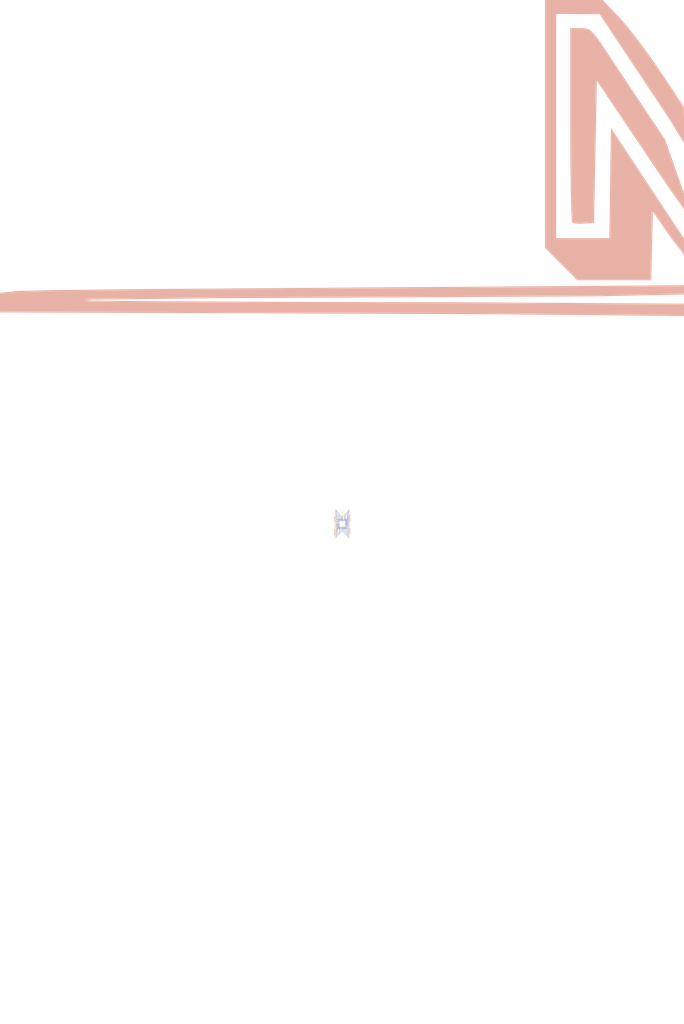
<source format=kicad_pcb>
(kicad_pcb (version 20240108) (generator "pcbnew") (generator_version "8.0")
  (layers (0 "F.Cu" signal) (31 "B.Cu" signal) (34 "B.Paste" user) (35 "F.Paste" user) (36 "B.SilkS" user "B.Silkscreen") (37 "F.SilkS" user "F.Silkscreen") (38 "B.Mask" user) (39 "F.Mask" user) (44 "Edge.Cuts" user))
  (net 0 "")
  (net 1 "Net-(J1-Pad34)")
  (net 2 "Net-(J1-Pad41)")
  (net 3 "Net-(J1-Pad43)")
  (net 4 "Net-(J1-Pad22)")
  (net 5 "Net-(J1-Pad2)")
  (net 6 "Net-(J1-Pad19)")
  (net 7 "Net-(J1-Pad14)")
  (net 8 "Net-(J1-Pad11)")
  (net 9 "Net-(J1-Pad38)")
  (net 10 "Net-(J1-Pad10)")
  (net 11 "Net-(J1-Pad20)")
  (net 12 "Net-(J1-Pad16)")
  (net 13 "Net-(J1-Pad24)")
  (net 14 "Net-(J1-Pad9)")
  (net 15 "Net-(J1-Pad29)")
  (net 16 "Net-(J1-Pad35)")
  (net 17 "Net-(J1-Pad7)")
  (net 18 "Net-(J1-Pad8)")
  (net 19 "Net-(J1-Pad30)")
  (net 20 "Net-(J1-Pad44)")
  (net 21 "Net-(J1-Pad17)")
  (net 22 "Net-(J1-Pad21)")
  (net 23 "Net-(J1-Pad6)")
  (net 24 "Net-(J1-Pad26)")
  (net 25 "Net-(J1-Pad39)")
  (net 26 "Net-(J1-Pad15)")
  (net 27 "Net-(J1-Pad5)")
  (net 28 "Net-(J1-Pad28)")
  (net 29 "Net-(J1-Pad33)")
  (net 30 "Net-(J1-Pad27)")
  (net 31 "Net-(J1-Pad31)")
  (net 32 "Net-(J1-Pad40)")
  (net 33 "Net-(J1-Pad25)")
  (net 34 "Net-(J1-Pad13)")
  (net 35 "Net-(J1-Pad36)")
  (net 36 "Net-(J1-Pad18)")
  (net 37 "Net-(J1-Pad32)")
  (net 38 "Net-(J1-Pad12)")
  (net 39 "Net-(J1-Pad4)")
  (net 40 "Net-(J1-Pad37)")
  (net 41 "Net-(J1-Pad42)")
  (net 42 "Net-(J1-Pad3)")
  (net 43 "Net-(J1-Pad1)")
  (net 44 "Net-(J1-Pad23)")
  (footprint "54020-44030LF:AMPHENOL_54020-44030LF" (layer "F.Cu") (at 130 83)
    (property "Reference" "J1" (hide yes))
    (property "Value" "44 PLCC Socket")
  )
  (footprint "TSW-122-07-G-S:SAMTEC_TSW-122-07-G-S" (layer "B.Cu") (at 117.5 83 -90)
    (property "Reference" "J2" (hide yes))
    (property "Value" "TSW-122-07-G-S" (hide yes))
  )
  (footprint "TSW-122-07-G-S:SAMTEC_TSW-122-07-G-S" (layer "B.Cu") (at 142.5 83 -90)
    (property "Reference" "J3" (hide yes))
    (property "Value" "TSW-122-07-G-S" (hide yes))
  )
  (gr_poly (pts (xy 602.861146 -900.021243) (xy 606.449532 -899.960775) (xy 609.681356 -899.788648) (xy 611.187847 -899.63695) (xy 612.63434 -899.42882) (xy 614.030549 -899.154754) (xy 615.386186 -898.805249) (xy 616.710975 -898.370798) (xy 618.014618 -897.841898) (xy 619.306837 -897.209042) (xy 620.597346 -896.462723) (xy 621.895857 -895.593439) (xy 623.212088 -894.591686) (xy 624.555748 -893.447952) (xy 625.936553 -892.15274) (xy 627.364217 -890.696543) (xy 628.848457 -889.069856) (xy 630.398985 -887.26317) (xy 632.025516 -885.266981) (xy 633.737766 -883.07179) (xy 635.545445 -880.668082) (xy 639.485959 -875.197117) (xy 643.924766 -868.778045) (xy 648.939585 -861.334827) (xy 661.008117 -843.071778) (xy 708.405347 -771.585574) (xy 769.966248 -679.430423) (xy 807.628115 -572.556643) (xy 807.628115 -643.556397) (xy 807.628115 -678.462974) (xy 807.628115 -721.021304) (xy 807.628115 -807.566409) (xy 807.628115 -838.110824) (xy 807.628115 -861.087621) (xy 807.628115 -877.549898) (xy 807.628115 -883.667185) (xy 807.628115 -888.550753) (xy 807.628115 -892.33224) (xy 807.628115 -895.143286) (xy 807.628115 -897.115526) (xy 807.628115 -898.380599) (xy 807.628115 -899.07014) (xy 807.628115 -899.315786) (xy 807.628115 -899.001955) (xy 807.628115 -897.426028) (xy 807.628115 -514.054446) (xy 807.628115 -657.379642) (xy 807.628115 -800.703615) (xy 807.628115 -655.704836) (xy 807.628115 -573.68026) (xy 807.628115 -548.05071) (xy 807.628115 -530.63129) (xy 807.628115 -524.521077) (xy 807.628115 -519.888239) (xy 807.628115 -516.541048) (xy 807.628115 -514.28779) (xy 807.628115 -512.936741) (xy 807.628115 -512.296177) (xy 807.628115 -512.174384) (xy 807.628115 -512.37964) (xy 807.628115 -512.558236) (xy 807.628115 -512.820257) (xy 807.628115 -513.184905) (xy 807.628115 -513.67138) (xy 807.628115 -514.298877) (xy 807.628115 -515.086591) (xy 807.628115 -516.053728) (xy 807.628115 -517.219481) (xy 807.628115 -518.603047) (xy 807.628115 -520.223627) (xy 807.628115 -522.100418) (xy 807.628115 -524.252621) (xy 807.628115 -526.69943) (xy 807.628115 -529.460044) (xy 807.628115 -532.553663) (xy 807.628115 -535.999485) (xy 807.628115 -539.816705) (xy 805.661338 -544.024523) (xy 798.584739 -553.688746) (xy 790.43758 -565.145741) (xy 781.0994 -578.549094) (xy 770.449748 -594.052386) (xy 758.368152 -611.809201) (xy 729.427308 -654.697757) (xy 634.811218 -795.341065) (xy 632.035339 -654.697757) (xy 629.259459 -514.055665) (xy 609.614685 -512.399171) (xy 607.592858 -512.251223) (xy 605.587338 -512.148439) (xy 601.673647 -512.073093) (xy 597.970441 -512.162536) (xy 596.22803 -512.265748) (xy 594.574554 -512.40619) (xy 593.022113 -512.582537) (xy 591.582811 -512.793467) (xy 590.268757 -513.037659) (xy 589.092052 -513.313784) (xy 588.064799 -513.62052) (xy 587.1991 -513.956551) (xy 586.507062 -514.320543) (xy 586.000791 -514.711183) (xy 585.994079 -514.694093) (xy 585.589633 -516.088209) (xy 585.196581 -519.385066) (xy 584.452788 -531.287666) (xy 583.778916 -549.603214) (xy 583.191191 -573.533052) (xy 582.339063 -635.040908) (xy 582.026183 -709.421876) (xy 582.026183 -900.181153)) (stroke (width -0.000001)) (fill solid) (layer "B.SilkS"))
  (gr_poly (pts (xy 807.628115 492.371335) (xy 807.628115 498.207041) (xy 807.628115 503.749725) (xy 807.628115 509.038043) (xy 807.628115 511.59889) (xy 807.628115 514.110648) (xy 807.628115 516.578139) (xy 807.628115 519.006199) (xy 807.628115 521.39966) (xy 807.628115 523.763351) (xy 807.628115 526.102111) (xy 807.628115 528.420763) (xy 807.628115 530.724146) (xy 807.628115 533.017089) (xy 807.628115 535.304421) (xy 807.628115 537.590984) (xy 807.628115 539.881599) (xy 807.628115 542.181102) (xy 807.628115 544.494325) (xy 807.628115 546.826103) (xy 807.628115 551.56464) (xy 807.628115 556.435373) (xy 807.628115 561.476956) (xy 807.628115 566.728044) (xy 807.628115 572.227295) (xy 807.628115 575.180114) (xy 807.628115 578.153642) (xy 807.628115 584.083561) (xy 807.628115 589.858589) (xy 807.628115 595.320249) (xy 807.628115 600.310068) (xy 807.628115 602.578517) (xy 807.628115 604.669579) (xy 807.628115 606.563443) (xy 807.628115 608.2403) (xy 807.628115 609.680346) (xy 807.628115 610.863768) (xy 807.628115 615.557321) (xy 807.628115 620.384927) (xy 807.628115 625.090055) (xy 807.628115 629.416165) (xy 807.628115 633.106733) (xy 807.628115 635.905216) (xy 807.628115 636.889758) (xy 807.628115 637.555082) (xy 807.628115 637.869118) (xy 807.628115 637.799803) (xy 807.628115 637.55248) (xy 807.628115 637.239368) (xy 807.628115 636.467559) (xy 807.628115 635.587947) (xy 807.628115 634.7041) (xy 807.628115 634.705319) (xy 807.628115 632.641113) (xy 807.628115 576.840332) (xy 807.628115 555.878772) (xy 807.628115 547.321009) (xy 807.628115 539.930941) (xy 807.628115 533.622836) (xy 807.628115 528.310952) (xy 807.628115 526.001803) (xy 807.628115 523.909555) (xy 807.628115 522.0235) (xy 807.628115 520.332916) (xy 807.628115 518.827082) (xy 807.628115 517.495287) (xy 807.628115 516.326815) (xy 807.628115 515.310944) (xy 807.628115 514.436961) (xy 807.628115 513.694143) (xy 807.628115 513.071782) (xy 807.628115 512.559152) (xy 807.628115 511.820235) (xy 807.628115 511.391651) (xy 807.628115 511.187673) (xy 807.628115 511.122557) (xy 807.628115 510.62146) (xy 807.628115 509.297987) (xy 807.628115 507.241981) (xy 807.628115 504.543273) (xy 807.628115 501.291699) (xy 807.628115 497.577102) (xy 807.628115 493.489308) (xy 807.628115 489.118164) (xy 807.628115 478.539549)) (stroke (width -0.000001)) (fill solid) (layer "B.SilkS"))
  (gr_poly (pts (xy 807.628115 -953.802379) (xy 807.628115 -952.698246) (xy 807.628115 -951.775357) (xy 807.628115 -950.629097) (xy 807.628115 -949.236251) (xy 807.628115 -947.5736) (xy 807.628115 -945.617927) (xy 807.628115 -943.346024) (xy 807.628115 -940.734669) (xy 807.628115 -937.760654) (xy 807.628115 -934.400753) (xy 807.628115 -930.631758) (xy 807.628115 -926.430451) (xy 807.628115 -921.773619) (xy 807.628115 -916.638045) (xy 807.628115 -911.000509) (xy 807.628115 -904.837804) (xy 807.628115 -898.126711) (xy 807.628115 -889.131564) (xy 807.628115 -878.967537) (xy 807.628115 -867.852958) (xy 807.628115 -856.00614) (xy 807.628115 -843.645401) (xy 807.628115 -830.989065) (xy 807.628115 -818.255452) (xy 807.628115 -805.662874) (xy 807.628115 -793.429658) (xy 807.628115 -781.774116) (xy 807.628115 -770.914576) (xy 807.628115 -761.069348) (xy 807.628115 -752.456758) (xy 807.628115 -748.680928) (xy 807.628115 -745.295125) (xy 807.628115 -742.326641) (xy 807.628115 -739.802767) (xy 807.628115 -737.750787) (xy 807.628115 -736.198001) (xy 807.628115 -733.449702) (xy 807.628115 -729.786344) (xy 807.628115 -720.31736) (xy 807.628115 -708.996861) (xy 807.628115 -697.03067) (xy 807.628115 -685.624616) (xy 807.628115 -675.984509) (xy 807.628115 -669.31618) (xy 807.628115 -667.473248) (xy 807.628115 -666.825442) (xy 807.628115 -666.855119) (xy 807.628115 -666.94318) (xy 807.628115 -667.088169) (xy 807.628115 -667.288637) (xy 807.628115 -667.850177) (xy 807.628115 -668.616174) (xy 807.628115 -669.57499) (xy 807.628115 -670.714987) (xy 807.628115 -672.024539) (xy 807.628115 -673.492005) (xy 807.628115 -675.105759) (xy 807.628115 -676.854163) (xy 807.628115 -678.725579) (xy 807.628115 -680.708382) (xy 807.628115 -682.790938) (xy 807.628115 -684.961604) (xy 807.628115 -687.208756) (xy 807.628115 -689.520755) (xy 807.628115 -697.109984) (xy 807.628115 -703.837116) (xy 807.628115 -709.75354) (xy 807.628115 -712.423799) (xy 807.628115 -714.910653) (xy 807.628115 -717.22053) (xy 807.628115 -719.359851) (xy 807.628115 -721.335038) (xy 807.628115 -723.152522) (xy 807.628115 -724.818724) (xy 807.628115 -726.340068) (xy 807.628115 -727.722979) (xy 807.628115 -728.973879) (xy 807.628115 -730.099195) (xy 807.628115 -731.105353) (xy 807.628115 -731.998775) (xy 807.628115 -732.785883) (xy 807.628115 -733.473104) (xy 807.628115 -734.066864) (xy 807.628115 -734.999689) (xy 807.628115 -735.635755) (xy 807.628115 -736.026458) (xy 807.628115 -736.22319) (xy 807.628115 -736.277345) (xy 807.628115 -736.211127) (xy 807.628115 -735.938028) (xy 807.628115 -735.346382) (xy 807.628115 -734.896208) (xy 807.628115 -734.324526) (xy 807.628115 -733.61737) (xy 807.628115 -732.760791) (xy 807.628115 -731.740823) (xy 807.628115 -730.54351) (xy 807.628115 -729.1549) (xy 807.628115 -727.561026) (xy 807.628115 -723.701663) (xy 807.628115 -722.173183) (xy 807.628115 -720.553557) (xy 807.628115 -718.845468) (xy 807.628115 -717.051609) (xy 807.628115 -715.174666) (xy 807.628115 -713.217321) (xy 807.628115 -711.182263) (xy 807.628115 -709.072182) (xy 807.628115 -706.889764) (xy 807.628115 -704.637699) (xy 807.628115 -702.318664) (xy 807.628115 -699.935357) (xy 807.628115 -697.490461) (xy 807.628115 -694.986664) (xy 807.628115 -692.426653) (xy 807.628115 -689.813112) (xy 807.628115 -687.148733) (xy 807.628115 -684.436197) (xy 807.628115 -681.678197) (xy 807.628115 -678.877419) (xy 807.628115 -676.03655) (xy 807.628115 -673.158274) (xy 807.628115 -670.245281) (xy 807.628115 -667.300258) (xy 807.628115 -664.32589) (xy 807.628115 -661.324867) (xy 807.628115 -658.299875) (xy 807.628115 -655.253598) (xy 807.628115 -652.188732) (xy 807.628115 -649.107954) (xy 807.628115 -646.013957) (xy 807.628115 -642.909428) (xy 807.628115 -638.972839) (xy 807.628115 -635.499337) (xy 807.628115 -632.453787) (xy 807.628115 -629.801059) (xy 807.628115 -628.611022) (xy 807.628115 -627.50601) (xy 807.628115 -626.481641) (xy 807.628115 -625.533517) (xy 807.628115 -624.657247) (xy 807.628115 -623.848443) (xy 807.628115 -623.102705) (xy 807.628115 -622.415652) (xy 807.628115 -621.782884) (xy 807.628115 -621.20001) (xy 807.628115 -620.662646) (xy 807.628115 -620.16639) (xy 807.628115 -619.70686) (xy 807.628115 -619.279655) (xy 807.628115 -618.880391) (xy 807.628115 -618.504672) (xy 807.628115 -617.806305) (xy 807.628115 -617.149425) (xy 807.628115 -616.498892) (xy 807.628115 -615.819581) (xy 807.628115 -614.758238) (xy 807.628115 -613.859298) (xy 807.628115 -612.542718) (xy 807.628115 -611.858023) (xy 807.628115 -611.793398) (xy 807.628115 -612.337025) (xy 807.628115 -613.477089) (xy 807.628115 -615.201776) (xy 807.628115 -616.279662) (xy 807.628115 -617.499271) (xy 807.628115 -619.128584) (xy 807.628115 -620.821707) (xy 807.628115 -622.603911) (xy 807.628115 -624.50046) (xy 807.628115 -626.536628) (xy 807.628115 -628.737682) (xy 807.628115 -631.128894) (xy 807.628115 -633.735537) (xy 807.628115 -636.582875) (xy 807.628115 -639.69618) (xy 807.628115 -643.100725) (xy 807.628115 -646.821777) (xy 807.628115 -650.88461) (xy 807.628115 -655.314486) (xy 807.628115 -660.136683) (xy 807.628115 -665.376465) (xy 807.628115 -690.312991) (xy 807.628115 -652.928956) (xy 807.628115 -645.45456) (xy 807.628115 -637.595565) (xy 807.628115 -629.446023) (xy 807.628115 -621.09998) (xy 807.628115 -612.651495) (xy 807.628115 -604.194612) (xy 807.628115 -595.823389) (xy 807.628115 -587.631868) (xy 807.628115 -579.714106) (xy 807.628115 -572.16415) (xy 807.628115 -565.076056) (xy 807.628115 -558.543865) (xy 807.628115 -552.661641) (xy 807.628115 -547.523424) (xy 807.628115 -545.262709) (xy 807.628115 -543.223267) (xy 807.628115 -541.416854) (xy 807.628115 -539.855225) (xy 807.628115 -536.619828) (xy 807.628115 -532.777336) (xy 807.628115 -528.408373) (xy 807.628115 -523.593573) (xy 807.628115 -518.41357) (xy 807.628115 -512.949001) (xy 807.628115 -507.280493) (xy 807.628115 -501.488679) (xy 807.628115 -495.654196) (xy 807.628115 -489.85767) (xy 807.628115 -484.179738) (xy 807.628115 -478.701031) (xy 807.628115 -473.502186) (xy 807.628115 -468.663829) (xy 807.628115 -464.266592) (xy 807.628115 -460.391115) (xy 807.628115 -451.459824) (xy 807.628115 -443.418735) (xy 807.628115 -436.225315) (xy 807.628115 -429.83705) (xy 807.628115 -424.211408) (xy 807.628115 -419.305875) (xy 807.628115 -415.077916) (xy 807.628115 -411.485016) (xy 807.628115 -408.484649) (xy 807.628115 -406.034288) (xy 807.628115 -404.091414) (xy 807.628115 -402.613499) (xy 807.628115 -401.558024) (xy 807.628115 -400.882458) (xy 807.628115 -400.544288) (xy 807.628115 -400.500977) (xy 807.628115 -400.703874) (xy 807.628115 -401.131701) (xy 807.628115 -401.783718) (xy 807.628115 -402.659181) (xy 807.628115 -403.757346) (xy 807.628115 -405.077469) (xy 807.628115 -406.61881) (xy 807.628115 -408.380617) (xy 807.628115 -408.375733) (xy 807.628115 -412.475064) (xy 807.628115 -416.864046) (xy 807.628115 -421.575302) (xy 807.628115 -426.641439) (xy 807.628115 -432.095084) (xy 807.628115 -437.968847) (xy 807.628115 -444.295349) (xy 807.628115 -451.107208) (xy 807.628115 -458.437044) (xy 807.628115 -466.31747) (xy 807.628115 -474.781103) (xy 807.628115 -483.860562) (xy 807.628115 -493.588469) (xy 807.628115 -503.997431) (xy 807.628115 -515.120076) (xy 807.628115 -526.989014) (xy 807.628115 -536.865735) (xy 807.628115 -547.151903) (xy 807.628115 -557.816216) (xy 807.628115 -568.827369) (xy 807.628115 -580.154051) (xy 807.628115 -591.764961) (xy 807.628115 -603.628793) (xy 807.628115 -615.714238) (xy 807.628115 -640.424754) (xy 807.628115 -665.646068) (xy 807.628115 -691.127729) (xy 807.628115 -706.339005) (xy 807.628115 -692.65273) (xy 807.628115 -679.077513) (xy 807.628115 -665.680423) (xy 807.628115 -648.031018) (xy 807.628115 -631.34939) (xy 807.628115 -615.622177) (xy 807.628115 -608.112303) (xy 807.628115 -600.836022) (xy 807.628115 -593.791668) (xy 807.628115 -586.977569) (xy 807.628115 -580.392056) (xy 807.628115 -574.03346) (xy 807.628115 -567.900109) (xy 807.628115 -561.990334) (xy 807.628115 -556.302467) (xy 807.628115 -550.834839) (xy 807.628115 -545.585782) (xy 807.628115 -540.553617) (xy 807.628115 -535.736682) (xy 807.628115 -531.133308) (xy 807.628115 -526.741821) (xy 807.628115 -522.560554) (xy 807.628115 -518.587837) (xy 807.628115 -514.822002) (xy 807.628115 -507.904287) (xy 807.628115 -501.794061) (xy 807.628115 -496.477958) (xy 807.628115 -491.942629) (xy 807.628115 -490.165851) (xy 807.628115 -488.618428) (xy 807.628115 -486.214115) (xy 807.628115 -484.734633) (xy 807.628115 -484.184908) (xy 807.628115 -484.569882) (xy 807.628115 -485.894485) (xy 807.628115 -488.163652) (xy 807.628115 -489.653994) (xy 807.628115 -491.382325) (xy 807.628115 -491.376222) (xy 807.628115 -493.221534) (xy 807.628115 -495.442825) (xy 807.628115 -497.955679) (xy 807.628115 -500.675693) (xy 807.628115 -503.518441) (xy 807.628115 -506.399512) (xy 807.628115 -509.234493) (xy 807.628115 -511.938968) (xy 807.628115 -514.827016) (xy 807.628115 -518.762255) (xy 807.628115 -523.593985) (xy 807.628115 -529.17152) (xy 807.628115 -535.344156) (xy 807.628115 -541.961212) (xy 807.628115 -548.871984) (xy 807.628115 -555.925782) (xy 807.628115 -562.971913) (xy 807.628115 -569.859686) (xy 807.628115 -576.438399) (xy 807.628115 -582.557367) (xy 807.628115 -588.06589) (xy 807.628115 -592.813279) (xy 807.628115 -596.648841) (xy 807.628115 -598.177594) (xy 807.628115 -599.421875) (xy 807.628115 -599.758927) (xy 807.628115 -600.164154) (xy 807.628115 -600.635394) (xy 807.628115 -601.170476) (xy 807.628115 -602.423495) (xy 807.628115 -603.905881) (xy 807.628115 -605.60029) (xy 807.628115 -607.489383) (xy 807.628115 -609.555817) (xy 807.628115 -611.78226) (xy 807.628115 -614.151365) (xy 807.628115 -616.645794) (xy 807.628115 -619.248213) (xy 807.628115 -621.941273) (xy 807.628115 -624.707645) (xy 807.628115 -627.52998) (xy 807.628115 -630.390944) (xy 807.628115 -633.273195) (xy 807.628115 -661.2688) (xy 807.628115 -642.047607) (xy 807.628115 -640.00978) (xy 807.628115 -637.872808) (xy 807.628115 -635.654409) (xy 807.628115 -633.372318) (xy 807.628115 -631.044259) (xy 807.628115 -628.687957) (xy 807.628115 -626.321134) (xy 807.628115 -623.96152) (xy 807.628115 -621.626837) (xy 807.628115 -619.334819) (xy 807.628115 -617.103184) (xy 807.628115 -614.949658) (xy 807.628115 -612.891971) (xy 807.628115 -610.947848) (xy 807.628115 -609.135013) (xy 807.628115 -607.471193) (xy 807.628115 -604.981291) (xy 807.628115 -602.766855) (xy 807.628115 -600.80885) (xy 807.628115 -599.088261) (xy 807.628115 -597.586062) (xy 807.628115 -596.283226) (xy 807.628115 -595.160734) (xy 807.628115 -594.199556) (xy 807.628115 -593.380674) (xy 807.628115 -592.685055) (xy 807.628115 -592.093687) (xy 807.628115 -591.587538) (xy 807.628115 -591.147585) (xy 807.628115 -590.754806) (xy 807.628115 -590.034668) (xy 807.628115 -589.527485) (xy 807.628115 -589.579887) (xy 807.628115 -589.858337) (xy 807.628115 -590.379361) (xy 807.628115 -591.1595) (xy 807.628115 -592.215291) (xy 807.628115 -593.563263) (xy 807.628115 -595.219958) (xy 807.628115 -597.201904) (xy 807.628115 -599.525637) (xy 807.628115 -602.207694) (xy 807.628115 -605.264608) (xy 807.628115 -608.712918) (xy 807.628115 -612.569154) (xy 807.628115 -616.849855) (xy 807.628115 -620.850913) (xy 807.628115 -622.88495) (xy 807.628115 -624.946104) (xy 807.628115 -627.037965) (xy 807.628115 -629.164109) (xy 807.628115 -631.328131) (xy 807.628115 -633.533606) (xy 807.628115 -635.784125) (xy 807.628115 -638.083267) (xy 807.628115 -640.434618) (xy 807.628115 -642.841768) (xy 807.628115 -645.308298) (xy 807.628115 -647.837791) (xy 807.628115 -650.433835) (xy 807.628115 -653.100008) (xy 807.628115 -655.839902) (xy 807.628115 -658.657096) (xy 807.628115 -661.555176) (xy 807.628115 -664.537732) (xy 807.628115 -667.608339) (xy 807.628115 -670.770592) (xy 807.628115 -674.028067) (xy 807.628115 -677.384353) (xy 807.628115 -684.407688) (xy 807.628115 -691.869278) (xy 807.628115 -699.797799) (xy 807.628115 -708.221924) (xy 807.628115 -715.895284) (xy 807.628115 -723.04749) (xy 807.628115 -729.72324) (xy 807.628115 -735.96723) (xy 807.628115 -741.824157) (xy 807.628115 -747.338723) (xy 807.628115 -752.555628) (xy 807.628115 -757.519562) (xy 807.628115 -762.27523) (xy 807.628115 -766.867328) (xy 807.628115 -771.340554) (xy 807.628115 -775.739606) (xy 807.628115 -780.109183) (xy 807.628115 -784.493982) (xy 807.628115 -788.9387) (xy 807.628115 -793.488037) (xy 807.628115 -797.631104) (xy 807.628115 -801.400284) (xy 807.628115 -804.816122) (xy 807.628115 -807.899145) (xy 807.628115 -810.669896) (xy 807.628115 -811.944585) (xy 807.628115 -813.148908) (xy 807.628115 -815.356725) (xy 807.628115 -817.313877) (xy 807.628115 -819.0409) (xy 807.628115 -820.558335) (xy 807.628115 -821.886717) (xy 807.628115 -823.046581) (xy 807.628115 -824.058468) (xy 807.628115 -824.942912) (xy 807.628115 -825.720455) (xy 807.628115 -826.411622) (xy 807.628115 -826.938311) (xy 807.628115 -826.845434) (xy 807.628115 -826.143566) (xy 807.628115 -824.843285) (xy 807.628115 -822.955163) (xy 807.628115 -820.489777) (xy 807.628115 -817.457702) (xy 807.628115 -813.869509) (xy 807.628115 -809.735777) (xy 807.628115 -805.06708) (xy 807.628115 -799.873994) (xy 807.628115 -794.167091) (xy 807.628115 -787.956952) (xy 807.628115 -781.254147) (xy 807.628115 -774.069251) (xy 807.628115 -766.412842) (xy 807.628115 -754.144778) (xy 807.628115 -780.398438) (xy 807.628115 -785.769188) (xy 807.628115 -790.966886) (xy 807.628115 -795.864379) (xy 807.628115 -800.334503) (xy 807.628115 -804.25011) (xy 807.628115 -807.484032) (xy 807.628115 -809.909111) (xy 807.628115 -810.778602) (xy 807.628115 -811.398193) (xy 807.628115 -812.342) (xy 807.628115 -813.53276) (xy 807.628115 -814.955998) (xy 807.628115 -816.597248) (xy 807.628115 -818.442026) (xy 807.628115 -820.475865) (xy 807.628115 -825.052828) (xy 807.628115 -830.212354) (xy 807.628115 -835.838656) (xy 807.628115 -841.815947) (xy 807.628115 -848.028444) (xy 807.628115 -854.360359) (xy 807.628115 -860.69591) (xy 807.628115 -866.919305) (xy 807.628115 -872.914766) (xy 807.628115 -878.566504) (xy 807.628115 -883.758729) (xy 807.628115 -888.375663) (xy 807.628115 -892.301517) (xy 807.628115 -897.530177) (xy 807.628115 -902.245556) (xy 807.628115 -906.471934) (xy 807.628115 -910.233587) (xy 807.628115 -913.554791) (xy 807.628115 -916.459827) (xy 807.628115 -918.972972) (xy 807.628115 -921.1185) (xy 807.628115 -922.920693) (xy 807.628115 -924.403828) (xy 807.628115 -925.592176) (xy 807.628115 -926.510021) (xy 807.628115 -927.181641) (xy 807.628115 -927.631311) (xy 807.628115 -927.883311) (xy 807.628115 -927.961915) (xy 807.628115 -927.521395) (xy 807.628115 -926.321901) (xy 807.628115 -925.49476) (xy 807.628115 -924.546539) (xy 807.628115 -923.50013) (xy 807.628115 -922.37842) (xy 807.628115 -920.734556) (xy 807.628115 -918.674141) (xy 807.628115 -916.228896) (xy 807.628115 -913.430531) (xy 807.628115 -910.31077) (xy 807.628115 -906.901321) (xy 807.628115 -903.233906) (xy 807.628115 -899.340243) (xy 807.628115 -895.252041) (xy 807.628115 -891.001021) (xy 807.628115 -886.618899) (xy 807.628115 -882.137389) (xy 807.628115 -877.588208) (xy 807.628115 -873.003074) (xy 807.628115 -868.413704) (xy 807.628115 -863.851808) (xy 807.628115 -854.824786) (xy 807.628115 -845.036962) (xy 807.628115 -834.555406) (xy 807.628115 -823.447182) (xy 807.628115 -811.779359) (xy 807.628115 -799.618996) (xy 807.628115 -787.033164) (xy 807.628115 -774.088929) (xy 807.628115 -760.853358) (xy 807.628115 -747.393513) (xy 807.628115 -733.776461) (xy 807.628115 -720.069268) (xy 807.628115 -706.339005) (xy 807.628115 -716.619293) (xy 807.628115 -741.870322) (xy 807.628115 -766.630361) (xy 807.628115 -790.64897) (xy 807.628115 -802.301973) (xy 807.628115 -813.675703) (xy 807.628115 -824.73885) (xy 807.628115 -835.460117) (xy 807.628115 -845.808187) (xy 807.628115 -855.751764) (xy 807.628115 -865.259537) (xy 807.628115 -874.300202) (xy 807.628115 -882.842452) (xy 807.628115 -890.854981) (xy 807.628115 -899.967273) (xy 807.628115 -908.342921) (xy 807.628115 -915.989861) (xy 807.628115 -922.916024) (xy 807.628115 -929.129349) (xy 807.628115 -934.637775) (xy 807.628115 -939.449229) (xy 807.628115 -943.571655) (xy 807.628115 -947.012989) (xy 807.628115 -949.78116) (xy 807.628115 -951.884108) (xy 807.628115 -953.329769) (xy 807.628115 -954.126073) (xy 807.628115 -954.280965)) (stroke (width -0.000001)) (fill solid) (layer "B.SilkS"))
  (gr_poly (pts (xy 807.628115 -899.626039) (xy 807.628115 -898.524659) (xy 807.628115 -896.689027) (xy 807.628115 -895.495867) (xy 807.628115 -894.119143) (xy 807.628115 -892.67215) (xy 807.628115 -890.880464) (xy 807.628115 -888.814804) (xy 807.628115 -886.545902) (xy 807.628115 -884.144472) (xy 807.628115 -881.681247) (xy 807.628115 -879.226944) (xy 807.628115 -876.852295) (xy 807.628115 -874.266053) (xy 807.628115 -871.342583) (xy 807.628115 -868.134627) (xy 807.628115 -864.694912) (xy 807.628115 -861.076181) (xy 807.628115 -857.331159) (xy 807.628115 -853.512581) (xy 807.628115 -849.673191) (xy 807.628115 -845.865709) (xy 807.628115 -842.142878) (xy 807.628115 -838.55743) (xy 807.628115 -835.162098) (xy 807.628115 -832.009618) (xy 807.628115 -829.152722) (xy 807.628115 -827.851601) (xy 807.628115 -826.644147) (xy 807.628115 -825.536958) (xy 807.628115 -824.536621) (xy 807.628115 -824.17296) (xy 807.628115 -823.783372) (xy 807.628115 -823.369049) (xy 807.628115 -822.931185) (xy 807.628115 -822.47097) (xy 807.628115 -821.989588) (xy 807.628115 -821.488239) (xy 807.628115 -820.968107) (xy 807.628115 -819.876267) (xy 807.628115 -818.72359) (xy 807.628115 -817.519603) (xy 807.628115 -816.273835) (xy 807.628115 -814.995809) (xy 807.628115 -813.695049) (xy 807.628115 -812.381083) (xy 807.628115 -811.063436) (xy 807.628115 -809.751631) (xy 807.628115 -808.455196) (xy 807.628115 -807.183655) (xy 807.628115 -805.946536) (xy 807.628115 -794.14722) (xy 807.628115 -813.777347) (xy 807.628115 -819.483774) (xy 807.628115 -824.634676) (xy 807.628115 -829.255909) (xy 807.628115 -833.373329) (xy 807.628115 -837.012807) (xy 807.628115 -840.200193) (xy 807.628115 -842.961353) (xy 807.628115 -845.322145) (xy 807.628115 -847.308428) (xy 807.628115 -848.946063) (xy 807.628115 -850.260911) (xy 807.628115 -851.278833) (xy 807.628115 -852.025685) (xy 807.628115 -852.527329) (xy 807.628115 -852.809629) (xy 807.628115 -852.898437) (xy 807.628115 -852.831177) (xy 807.628115 -852.549163) (xy 807.628115 -851.934817) (xy 807.628115 -851.466272) (xy 807.628115 -850.870545) (xy 807.628115 -850.132943) (xy 807.628115 -849.238761) (xy 807.628115 -848.173307) (xy 807.628115 -846.921878) (xy 807.628115 -845.469774) (xy 807.628115 -843.802302) (xy 807.628115 -839.762451) (xy 807.628115 -836.437288) (xy 807.628115 -832.794965) (xy 807.628115 -828.847172) (xy 807.628115 -824.605592) (xy 807.628115 -820.081918) (xy 807.628115 -815.28783) (xy 807.628115 -810.235025) (xy 807.628115 -804.935183) (xy 807.628115 -799.399993) (xy 807.628115 -793.641142) (xy 807.628115 -787.670319) (xy 807.628115 -781.499209) (xy 807.628115 -775.1395) (xy 807.628115 -768.602879) (xy 807.628115 -761.901037) (xy 807.628115 -755.045656) (xy 807.628115 -748.545434) (xy 807.628115 -742.382645) (xy 807.628115 -736.506515) (xy 807.628115 -730.866272) (xy 807.628115 -725.411139) (xy 807.628115 -720.090337) (xy 807.628115 -714.85309) (xy 807.628115 -709.648621) (xy 807.628115 -704.42616) (xy 807.628115 -699.134926) (xy 807.628115 -693.724143) (xy 807.628115 -688.143039) (xy 807.628115 -682.34083) (xy 807.628115 -676.26675) (xy 807.628115 -669.870016) (xy 807.628115 -663.099855) (xy 807.628115 -655.88497) (xy 807.628115 -648.97211) (xy 807.628115 -642.35381) (xy 807.628115 -636.022579) (xy 807.628115 -629.970955) (xy 807.628115 -624.191451) (xy 807.628115 -618.676598) (xy 807.628115 -613.418916) (xy 807.628115 -608.410932) (xy 807.628115 -603.645163) (xy 807.628115 -599.114139) (xy 807.628115 -594.810384) (xy 807.628115 -590.726419) (xy 807.628115 -586.854767) (xy 807.628115 -583.187958) (xy 807.628115 -579.718507) (xy 807.628115 -577.242202) (xy 807.628115 -575.042005) (xy 807.628115 -573.098227) (xy 807.628115 -571.391176) (xy 807.628115 -569.901165) (xy 807.628115 -568.608496) (xy 807.628115 -567.493486) (xy 807.628115 -566.536439) (xy 807.628115 -565.717666) (xy 807.628115 -565.017475) (xy 807.628115 -564.416175) (xy 807.628115 -563.894075) (xy 807.628115 -563.431486) (xy 807.628115 -563.008715) (xy 807.628115 -562.203857) (xy 807.628115 -561.773491) (xy 807.628115 -561.682577) (xy 807.628115 -561.953697) (xy 807.628115 -562.609417) (xy 807.628115 -563.672315) (xy 807.628115 -565.164952) (xy 807.628115 -567.109912) (xy 807.628115 -569.529754) (xy 807.628115 -572.447063) (xy 807.628115 -575.884399) (xy 807.628115 -579.864341) (xy 807.628115 -584.409458) (xy 807.628115 -589.542325) (xy 807.628115 -595.285507) (xy 807.628115 -601.661579) (xy 807.628115 -608.693118) (xy 807.628115 -623.319581) (xy 807.628115 -611.28345) (xy 807.628115 -610.022735) (xy 807.628115 -608.728112) (xy 807.628115 -607.40925) (xy 807.628115 -606.075816) (xy 807.628115 -604.737474) (xy 807.628115 -603.403893) (xy 807.628115 -602.084737) (xy 807.628115 -600.789676) (xy 807.628115 -599.528373) (xy 807.628115 -598.310496) (xy 807.628115 -597.145718) (xy 807.628115 -596.043695) (xy 807.628115 -595.014102) (xy 807.628115 -594.0666) (xy 807.628115 -593.210858) (xy 807.628115 -592.82042) (xy 807.628115 -592.456545) (xy 807.628115 -591.676107) (xy 807.628115 -590.78221) (xy 807.628115 -589.781322) (xy 807.628115 -588.679921) (xy 807.628115 -586.201476) (xy 807.628115 -583.39866) (xy 807.628115 -580.323257) (xy 807.628115 -577.027061) (xy 807.628115 -573.561859) (xy 807.628115 -569.979433) (xy 807.628115 -566.331575) (xy 807.628115 -562.670078) (xy 807.628115 -559.046724) (xy 807.628115 -555.513299) (xy 807.628115 -552.121599) (xy 807.628115 -548.923407) (xy 807.628115 -545.970507) (xy 807.628115 -543.314698) (xy 807.628115 -539.833861) (xy 807.628115 -536.612061) (xy 807.628115 -533.640963) (xy 807.628115 -530.912241) (xy 807.628115 -528.417565) (xy 807.628115 -526.148604) (xy 807.628115 -524.097032) (xy 807.628115 -522.25452) (xy 807.628115 -520.612732) (xy 807.628115 -519.163352) (xy 807.628115 -517.898035) (xy 807.628115 -516.808466) (xy 807.628115 -515.886308) (xy 807.628115 -515.123232) (xy 807.628115 -514.510912) (xy 807.628115 -514.041017) (xy 807.628115 -513.703411) (xy 807.628115 -513.560557) (xy 807.628115 -513.821901) (xy 807.628115 -514.207505) (xy 807.628115 -514.750665) (xy 807.628115 -515.442085) (xy 807.628115 -516.272463) (xy 807.628115 -516.268802) (xy 807.628115 -518.543298) (xy 807.628115 -521.276446) (xy 807.628115 -524.479572) (xy 807.628115 -528.164) (xy 807.628115 -532.341061) (xy 807.628115 -537.022081) (xy 807.628115 -542.218391) (xy 807.628115 -547.941315) (xy 807.628115 -554.202184) (xy 807.628115 -561.012328) (xy 807.628115 -568.383066) (xy 807.628115 -576.325735) (xy 807.628115 -584.85166) (xy 807.628115 -593.972164) (xy 807.628115 -603.698583) (xy 807.628115 -614.04224) (xy 807.628115 -618.651914) (xy 807.628115 -622.937882) (xy 807.628115 -627.006464) (xy 807.628115 -630.963987) (xy 807.628115 -634.916786) (xy 807.628115 -638.971183) (xy 807.628115 -643.233509) (xy 807.628115 -647.81009) (xy 807.628115 -652.80726) (xy 807.628115 -658.331338) (xy 807.628115 -664.488658) (xy 807.628115 -671.385547) (xy 807.628115 -679.128336) (xy 807.628115 -687.82335) (xy 807.628115 -708.495364) (xy 807.628115 -729.167425) (xy 807.628115 -745.605349) (xy 807.628115 -752.502314) (xy 807.628115 -758.65971) (xy 807.628115 -764.183863) (xy 807.628115 -769.181093) (xy 807.628115 -773.757724) (xy 807.628115 -778.020079) (xy 807.628115 -782.074484) (xy 807.628115 -786.027254) (xy 807.628115 -789.984718) (xy 807.628115 -794.053195) (xy 807.628115 -802.948489) (xy 807.628115 -812.170885) (xy 807.628115 -820.903667) (xy 807.628115 -829.151054) (xy 807.628115 -836.917282) (xy 807.628115 -844.206567) (xy 807.628115 -851.023138) (xy 807.628115 -857.371218) (xy 807.628115 -863.255039) (xy 807.628115 -868.678818) (xy 807.628115 -873.646786) (xy 807.628115 -878.163163) (xy 807.628115 -882.232183) (xy 807.628115 -885.858063) (xy 807.628115 -889.045034) (xy 807.628115 -891.797317) (xy 807.628115 -894.119143) (xy 807.628115 -895.495867) (xy 807.628115 -896.689027) (xy 807.628115 -898.524659) (xy 807.628115 -899.626039) (xy 807.628115 -899.993168)) (stroke (width -0.000001)) (fill solid) (layer "B.SilkS"))
  (gr_poly (pts (xy 807.628115 9.281456) (xy 807.628115 9.73575) (xy 807.628115 10.547185) (xy 807.628115 11.711126) (xy 807.628115 13.222924) (xy 807.628115 15.077936) (xy 807.628115 17.271513) (xy 807.628115 19.79901) (xy 807.628115 22.655784) (xy 807.628115 25.837185) (xy 807.628115 29.33857) (xy 807.628115 33.155294) (xy 807.628115 37.282714) (xy 807.628115 41.716175) (xy 807.628115 46.451043) (xy 807.628115 51.482665) (xy 807.628115 56.583972) (xy 807.628115 63.064584) (xy 807.628115 70.937656) (xy 807.628115 80.216355) (xy 807.628115 90.913846) (xy 807.628115 103.043283) (xy 807.628115 116.617835) (xy 807.628115 131.650665) (xy 807.628115 148.154929) (xy 807.628115 166.143798) (xy 807.628115 206.627987) (xy 807.628115 253.208527) (xy 807.628115 305.990721) (xy 807.628115 352.266048) (xy 807.628115 386.637904) (xy 807.628115 400.013732) (xy 807.628115 411.198139) (xy 807.628115 420.4526) (xy 807.628115 428.038602) (xy 807.628115 434.217626) (xy 807.628115 439.251152) (xy 807.628115 443.400658) (xy 807.628115 446.92763) (xy 807.628115 450.093548) (xy 807.628115 453.159893) (xy 807.628115 460.039794) (xy 807.628115 462.422991) (xy 807.628115 464.881981) (xy 807.628115 467.346173) (xy 807.628115 469.744993) (xy 807.628115 472.007859) (xy 807.628115 474.064184) (xy 807.628115 475.843392) (xy 807.628115 477.274901) (xy 807.628115 478.447799) (xy 807.628115 479.500765) (xy 807.628115 481.231962) (xy 807.628115 482.438559) (xy 807.628115 483.090635) (xy 807.628115 483.15826) (xy 807.628115 482.611511) (xy 807.628115 482.098393) (xy 807.628115 481.420456) (xy 807.628115 480.573964) (xy 807.628115 480.086342) (xy 807.628115 479.555172) (xy 807.628115 479.552735) (xy 807.628115 479.28119) (xy 807.628115 478.851842) (xy 807.628115 477.536632) (xy 807.628115 475.640931) (xy 807.628115 473.198552) (xy 807.628115 470.243324) (xy 807.628115 466.809065) (xy 807.628115 458.638731) (xy 807.628115 448.95812) (xy 807.628115 438.037801) (xy 807.628115 426.14834) (xy 807.628115 413.560301) (xy 807.628115 396.07437) (xy 807.628115 381.861864) (xy 807.628115 370.535586) (xy 807.628115 365.833787) (xy 807.628115 361.708343) (xy 807.628115 358.110857) (xy 807.628115 354.992933) (xy 807.628115 352.306165) (xy 807.628115 350.00216) (xy 807.628115 348.032516) (xy 807.628115 346.348834) (xy 807.628115 344.90271) (xy 807.628115 343.64575) (xy 807.628115 342.697794) (xy 807.628115 341.439804) (xy 807.628115 339.892645) (xy 807.628115 338.077188) (xy 807.628115 333.72486) (xy 807.628115 328.549774) (xy 807.628115 322.718881) (xy 807.628115 316.399141) (xy 807.628115 309.757506) (xy 807.628115 302.960937) (xy 807.628115 269.901853) (xy 807.628115 61.808594) (xy 807.628115 47.140622) (xy 807.628115 37.456317) (xy 807.628115 33.236525) (xy 807.628115 29.412563) (xy 807.628115 25.970108) (xy 807.628115 22.894848) (xy 807.628115 20.172472) (xy 807.628115 17.788666) (xy 807.628115 15.729108) (xy 807.628115 13.979494) (xy 807.628115 12.525507) (xy 807.628115 11.352832) (xy 807.628115 10.447154) (xy 807.628115 9.794158) (xy 807.628115 9.379532) (xy 807.628115 9.188962)) (stroke (width -0.000001)) (fill solid) (layer "B.SilkS"))
  (gr_poly (pts (xy 807.628115 -921.019777) (xy 807.628115 -886.293216) (xy 807.628115 -643.2146) (xy 807.628115 -400.135988) (xy 807.628115 -400.173831) (xy 807.628115 -400.212893) (xy 807.628115 -435.487549) (xy 807.628115 -470.762209) (xy 807.628115 -435.44971) (xy 807.628115 -400.135988) (xy 807.628115 -426.527589) (xy 807.628115 -429.432222) (xy 807.628115 -432.679588) (xy 807.628115 -440.062957) (xy 807.628115 -448.398559) (xy 803.111313 -457.407257) (xy 795.333636 -466.809922) (xy 787.802844 -476.327412) (xy 780.754981 -485.680597) (xy 774.426083 -494.590335) (xy 745.863462 -536.261476) (xy 744.303406 -468.198734) (xy 742.743344 -400.135988) (xy 595.500915 -400.135988) (xy 563.727232 -432.245364) (xy 563.79437 -432.240481) (xy 532.020688 -464.349857) (xy 532.020688 -483.561282) (xy 554.243588 -483.561282) (xy 659.574401 -483.561282) (xy 661.082581 -592.949707) (xy 662.586487 -702.426028) (xy 734.816101 -593.114505) (xy 807.045102 -483.802981) (xy 807.628115 -483.643067) (xy 807.628115 -483.483157) (xy 807.628115 -591.69971) (xy 807.628115 -633.727505) (xy 807.628115 -668.164096) (xy 807.628115 -681.424712) (xy 807.628115 -691.454366) (xy 807.628115 -697.808662) (xy 807.628115 -699.468682) (xy 807.628115 -700.043214) (xy 807.628115 -699.908131) (xy 807.628115 -699.494232) (xy 807.628115 -697.857728) (xy 807.628115 -695.189179) (xy 807.628115 -691.54407) (xy 807.628115 -681.546102) (xy 807.628115 -668.307681) (xy 807.628115 -652.272665) (xy 807.628115 -633.884919) (xy 807.628115 -613.5883) (xy 807.628115 -591.826661) (xy 807.628115 -483.483157) (xy 807.628115 -927.971683) (xy 807.628115 -843.240236) (xy 807.628115 -666.494632) (xy 807.628115 -635.671418) (xy 807.628115 -629.636013) (xy 807.628115 -627.942386) (xy 807.628115 -630.998481) (xy 807.628115 -639.757342) (xy 807.628115 -671.926758) (xy 778.573614 -719.537464) (xy 739.831357 -777.676273) (xy 640.364195 -927.410159) (xy 597.303894 -927.729983) (xy 554.243588 -928.049807) (xy 554.243588 -483.561282) (xy 532.020688 -483.561282) (xy 532.020688 -955.7439) (xy 646.694761 -955.7439) (xy 682.422912 -917.952149) (xy 686.393897 -913.594139) (xy 690.903949 -908.360864) (xy 701.33696 -895.546963) (xy 713.313356 -880.067362) (xy 726.424528 -862.478976) (xy 740.261886 -843.338712) (xy 754.416833 -823.203482) (xy 768.480773 -802.630203) (xy 782.045103 -782.175784) (xy 807.109609 -744.102587) (xy 807.628115 -712.871586) (xy 807.628115 -691.709549) (xy 807.628115 -685.912766) (xy 807.628115 -684.386896) (xy 807.628115 -683.843265) (xy 807.628115 -683.935364) (xy 807.628115 -684.238175) (xy 807.628115 -685.455069) (xy 807.628115 -687.45225) (xy 807.628115 -690.18802) (xy 807.628115 -697.708523) (xy 807.628115 -707.682983) (xy 807.628115 -719.777805) (xy 807.628115 -733.659396) (xy 807.628115 -748.994154) (xy 807.628115 -765.448486) (xy 807.628115 -839.23999) (xy 807.628115 -874.072032) (xy 807.628115 -901.572756) (xy 807.628115 -955.745119)) (stroke (width -0.000001)) (fill solid) (layer "B.SilkS"))
  (gr_poly (pts (xy 807.628115 481.979155) (xy 807.628115 482.240625) (xy 807.628115 482.643983) (xy 807.628115 483.185609) (xy 807.628115 483.86189) (xy 807.628115 485.603968) (xy 807.628115 487.841298) (xy 807.628115 493.686032) (xy 807.628115 496.031797) (xy 807.628115 498.371322) (xy 807.628115 500.642527) (xy 807.628115 502.783323) (xy 807.628115 504.731632) (xy 807.628115 506.425368) (xy 807.628115 507.802445) (xy 807.628115 508.800782) (xy 807.628115 509.694843) (xy 807.628115 510.771413) (xy 807.628115 511.989605) (xy 807.628115 513.308531) (xy 807.628115 514.68731) (xy 807.628115 516.085057) (xy 807.628115 516.778271) (xy 807.628115 517.46089) (xy 807.628115 518.127811) (xy 807.628115 518.773923) (xy 807.628115 519.158287) (xy 807.628115 519.674401) (xy 807.628115 521.086783) (xy 807.628115 522.980853) (xy 807.628115 525.326409) (xy 807.628115 528.093248) (xy 807.628115 531.251155) (xy 807.628115 534.769923) (xy 807.628115 538.619355) (xy 807.628115 547.189352) (xy 807.628115 556.719501) (xy 807.628115 566.968133) (xy 807.628115 577.693603) (xy 807.628115 630.460935) (xy 807.628115 633.988769) (xy 807.628115 635.116981) (xy 807.628115 636.033011) (xy 807.628115 636.737704) (xy 807.628115 637.231908) (xy 807.628115 637.516473) (xy 807.628115 637.59224) (xy 807.628115 637.460061) (xy 807.628115 637.120786) (xy 807.628115 636.575259) (xy 807.628115 635.82433) (xy 807.628115 634.868843) (xy 807.628115 633.709647) (xy 807.628115 632.347591) (xy 807.628115 630.78352) (xy 807.628115 629.018288) (xy 807.628115 627.052734) (xy 807.628115 627.049069) (xy 807.628115 624.379659) (xy 807.628115 621.633444) (xy 807.628115 618.79605) (xy 807.628115 615.853108) (xy 807.628115 612.790234) (xy 807.628115 609.593063) (xy 807.628115 606.247213) (xy 807.628115 602.738309) (xy 807.628115 599.051981) (xy 807.628115 595.173852) (xy 807.628115 591.089551) (xy 807.628115 586.784695) (xy 807.628115 582.244911) (xy 807.628115 577.455829) (xy 807.628115 572.403071) (xy 807.628115 567.072266) (xy 807.628115 563.159088) (xy 807.628115 559.620809) (xy 807.628115 556.390759) (xy 807.628115 553.40226) (xy 807.628115 550.588638) (xy 807.628115 549.226574) (xy 807.628115 547.883226) (xy 807.628115 546.550263) (xy 807.628115 545.219347) (xy 807.628115 543.882152) (xy 807.628115 542.530334) (xy 807.628115 541.155565) (xy 807.628115 539.749508) (xy 807.628115 538.30383) (xy 807.628115 536.810201) (xy 807.628115 535.260277) (xy 807.628115 533.645733) (xy 807.628115 530.189442) (xy 807.628115 526.374651) (xy 807.628115 522.134685) (xy 807.628115 517.402877) (xy 807.628115 512.112546) (xy 807.628115 500.041786) (xy 807.628115 495.240885) (xy 807.628115 493.136399) (xy 807.628115 491.224411) (xy 807.628115 489.501297) (xy 807.628115 487.963444) (xy 807.628115 486.607243) (xy 807.628115 485.429075) (xy 807.628115 484.425325) (xy 807.628115 483.592375) (xy 807.628115 482.926619) (xy 807.628115 482.424437) (xy 807.628115 482.082216) (xy 807.628115 481.896336) (xy 807.628115 481.863187)) (stroke (width -0.000001)) (fill solid) (layer "B.SilkS"))
  (gr_poly (pts (xy 807.628115 8.866696) (xy 807.628115 10.267932) (xy 807.628115 12.440145) (xy 807.628115 15.381385) (xy 807.628115 19.089703) (xy 807.628115 23.563147) (xy 807.628115 28.79976) (xy 807.628115 34.797591) (xy 807.628115 41.554685) (xy 807.628115 60.7124) (xy 807.628115 272.775388) (xy 807.628115 296.062741) (xy 807.628115 306.2098) (xy 807.628115 316.622129) (xy 807.628115 326.076361) (xy 807.628115 330.061884) (xy 807.628115 333.34912) (xy 807.628115 335.671088) (xy 807.628115 336.818323) (xy 807.628115 337.970126) (xy 807.628115 339.136803) (xy 807.628115 340.32866) (xy 807.628115 341.556007) (xy 807.628115 342.829137) (xy 807.628115 344.158363) (xy 807.628115 345.553992) (xy 807.628115 347.026316) (xy 807.628115 348.585655) (xy 807.628115 350.242304) (xy 807.628115 352.00657) (xy 807.628115 353.888754) (xy 807.628115 355.89917) (xy 807.628115 358.048111) (xy 807.628115 360.345892) (xy 807.628115 362.802809) (xy 807.628115 365.429172) (xy 807.628115 371.231452) (xy 807.628115 377.835164) (xy 807.628115 385.322749) (xy 807.628115 393.776636) (xy 807.628115 403.279273) (xy 807.628115 413.913084) (xy 807.628115 480.478028) (xy 807.628115 481.302) (xy 807.628115 481.336557) (xy 807.628115 481.097342) (xy 807.628115 480.609732) (xy 807.628115 479.899109) (xy 807.628115 478.990842) (xy 807.628115 477.910317) (xy 807.628115 476.682902) (xy 807.628115 475.333981) (xy 807.628115 475.329101) (xy 807.628115 473.776803) (xy 807.628115 472.09381) (xy 807.628115 470.28601) (xy 807.628115 468.359287) (xy 807.628115 466.31953) (xy 807.628115 464.172635) (xy 807.628115 461.924483) (xy 807.628115 459.580962) (xy 807.628115 457.147964) (xy 807.628115 454.631373) (xy 807.628115 452.037087) (xy 807.628115 449.37098) (xy 807.628115 446.638955) (xy 807.628115 443.846885) (xy 807.628115 441.000674) (xy 807.628115 438.1062) (xy 807.628115 437.135078) (xy 807.628115 436.116605) (xy 807.628115 435.02464) (xy 807.628115 433.833051) (xy 807.628115 432.515703) (xy 807.628115 431.046467) (xy 807.628115 429.399207) (xy 807.628115 427.547785) (xy 807.628115 425.466074) (xy 807.628115 423.127932) (xy 807.628115 420.50723) (xy 807.628115 417.577838) (xy 807.628115 414.313613) (xy 807.628115 410.68843) (xy 807.628115 406.676151) (xy 807.628115 402.250641) (xy 807.628115 392.055395) (xy 807.628115 379.89362) (xy 807.628115 365.556253) (xy 807.628115 348.834217) (xy 807.628115 329.518438) (xy 807.628115 307.399854) (xy 807.628115 253.917965) (xy 807.628115 188.370385) (xy 807.628115 138.357799) (xy 807.628115 118.402179) (xy 807.628115 101.400373) (xy 807.628115 87.042399) (xy 807.628115 75.018279) (xy 807.628115 65.018029) (xy 807.628115 56.731677) (xy 807.628115 49.849237) (xy 807.628115 44.060731) (xy 807.628115 39.056184) (xy 807.628115 34.525613) (xy 807.628115 25.646485) (xy 807.628115 20.809569) (xy 807.628115 16.759257) (xy 807.628115 13.493599) (xy 807.628115 11.010632) (xy 807.628115 9.308414) (xy 807.628115 8.384987) (xy 807.628115 8.238401)) (stroke (width -0.000001)) (fill solid) (layer "B.SilkS"))
  (gr_poly (pts (xy 807.628115 -833.4882) (xy 807.628115 -833.352995) (xy 807.628115 -833.093728) (xy 807.628115 -832.682649) (xy 807.628115 -832.092) (xy 807.628115 -831.720664) (xy 807.628115 -831.294027) (xy 807.628115 -830.808619) (xy 807.628115 -830.260974) (xy 807.628115 -829.64762) (xy 807.628115 -828.965085) (xy 807.628115 -828.209907) (xy 807.628115 -827.378609) (xy 807.628115 -826.467728) (xy 807.628115 -825.473792) (xy 807.628115 -824.39333) (xy 807.628115 -823.222874) (xy 807.628115 -821.958953) (xy 807.628115 -820.598104) (xy 807.628115 -817.571724) (xy 807.628115 -814.115983) (xy 807.628115 -810.203125) (xy 807.628115 -805.805392) (xy 807.628115 -800.89503) (xy 807.628115 -795.444289) (xy 807.628115 -789.42541) (xy 807.628115 -782.81064) (xy 807.628115 -775.572223) (xy 807.628115 -767.682407) (xy 807.628115 -759.113431) (xy 807.628115 -749.837544) (xy 807.628115 -729.054021) (xy 807.628115 -705.109792) (xy 807.628115 -677.782823) (xy 807.628115 -646.851076) (xy 807.628115 -563.381685) (xy 807.628115 -535.231185) (xy 807.628115 -514.66846) (xy 807.628115 -500.592243) (xy 807.628115 -491.901276) (xy 807.628115 -489.231114) (xy 807.628115 -487.494289) (xy 807.628115 -486.553147) (xy 807.628115 -486.270023) (xy 807.628115 -486.339607) (xy 807.628115 -486.559632) (xy 807.628115 -486.946993) (xy 807.628115 -487.518595) (xy 807.628115 -488.291329) (xy 807.628115 -489.282108) (xy 807.628115 -490.50782) (xy 807.628115 -491.985373) (xy 807.628115 -493.731663) (xy 807.628115 -495.76359) (xy 807.628115 -498.098054) (xy 807.628115 -500.751955) (xy 807.628115 -503.742194) (xy 807.628115 -507.085669) (xy 807.628115 -510.799283) (xy 807.628115 -514.899933) (xy 807.628115 -524.329947) (xy 807.628115 -535.510908) (xy 807.628115 -548.578016) (xy 807.628115 -563.666473) (xy 807.628115 -580.911474) (xy 807.628115 -600.44822) (xy 807.628115 -646.937745) (xy 807.628115 -699.907387) (xy 807.628115 -741.0098) (xy 807.628115 -771.42587) (xy 807.628115 -792.336456) (xy 807.628115 -799.59622) (xy 807.628115 -804.922444) (xy 807.628115 -808.462732) (xy 807.628115 -810.364699) (xy 807.628115 -810.747437) (xy 807.628115 -810.77595) (xy 807.628115 -809.844096) (xy 807.628115 -807.716745) (xy 807.628115 -804.541505) (xy 807.628115 -801.893202) (xy 807.628115 -798.452079) (xy 807.628115 -794.287245) (xy 807.628115 -789.467826) (xy 807.628115 -784.062932) (xy 807.628115 -778.141683) (xy 807.628115 -771.773193) (xy 807.628115 -765.026581) (xy 807.628115 -757.970967) (xy 807.628115 -750.675466) (xy 807.628115 -743.20919) (xy 807.628115 -735.641265) (xy 807.628115 -728.040798) (xy 807.628115 -720.476916) (xy 807.628115 -713.018727) (xy 807.628115 -705.735355) (xy 807.628115 -696.487947) (xy 807.628115 -684.008899) (xy 807.628115 -651.550173) (xy 807.628115 -612.747759) (xy 807.628115 -571.990236) (xy 807.628115 -474.359623) (xy 807.628115 -476.727786) (xy 807.628115 -477.095343) (xy 807.628115 -477.039099) (xy 807.628115 -476.548942) (xy 807.628115 -475.614772) (xy 807.628115 -474.226486) (xy 807.628115 -472.373979) (xy 807.628115 -470.047156) (xy 807.628115 -467.235904) (xy 807.628115 -463.930125) (xy 807.628115 -460.119713) (xy 807.628115 -455.79457) (xy 807.628115 -450.944588) (xy 807.628115 -445.559669) (xy 807.628115 -439.629708) (xy 807.628115 -433.144599) (xy 807.628115 -426.094239) (xy 807.628115 -397.369876) (xy 807.628115 -395.762208) (xy 807.628115 -394.154544) (xy 807.628115 -380.497316) (xy 807.628115 -376.271711) (xy 807.628115 -374.317384) (xy 807.628115 -372.464293) (xy 807.628115 -370.709139) (xy 807.628115 -369.048614) (xy 807.628115 -367.479412) (xy 807.628115 -365.998223) (xy 807.628115 -364.601749) (xy 807.628115 -363.286678) (xy 807.628115 -362.049711) (xy 807.628115 -360.887535) (xy 807.628115 -359.796847) (xy 807.628115 -358.774344) (xy 807.628115 -357.816714) (xy 807.628115 -356.920656) (xy 807.628115 -356.08286) (xy 807.628115 -355.300026) (xy 807.628115 -354.568847) (xy 807.628115 -353.886014) (xy 807.628115 -353.248219) (xy 807.628115 -352.652161) (xy 807.628115 -352.094534) (xy 807.628115 -351.572031) (xy 807.628115 -351.081344) (xy 807.628115 -350.61917) (xy 807.628115 -349.767139) (xy 807.628115 -348.989487) (xy 807.628115 -348.259766) (xy 807.628115 -346.858837) (xy 807.628115 -345.699494) (xy 807.628115 -344.579348) (xy 807.628115 -343.471558) (xy 807.628115 -340.931885) (xy 807.628115 -340.372346) (xy 807.628115 -339.803715) (xy 807.628115 -339.212809) (xy 807.628115 -338.586439) (xy 807.628115 -337.911427) (xy 807.628115 -337.174582) (xy 807.628115 -336.362731) (xy 807.628115 -335.462677) (xy 807.628115 -334.461247) (xy 807.628115 -333.345253) (xy 807.628115 -332.101511) (xy 807.628115 -330.716835) (xy 807.628115 -329.17804) (xy 807.628115 -327.471948) (xy 807.628115 -325.585371) (xy 807.628115 -323.505127) (xy 807.628115 -321.082868) (xy 807.628115 -319.987128) (xy 807.628115 -318.965751) (xy 807.628115 -318.016817) (xy 807.628115 -317.138403) (xy 807.628115 -316.328582) (xy 807.628115 -315.585437) (xy 807.628115 -314.907042) (xy 807.628115 -314.291477) (xy 807.628115 -313.736822) (xy 807.628115 -313.24115) (xy 807.628115 -312.802543) (xy 807.628115 -312.419078) (xy 807.628115 -312.08883) (xy 807.628115 -311.809876) (xy 807.628115 -311.580298) (xy 807.628115 -311.398172) (xy 807.628115 -311.261575) (xy 807.628115 -311.168589) (xy 807.628115 -311.117284) (xy 807.628115 -311.105743) (xy 807.628115 -311.132045) (xy 807.628115 -311.194261) (xy 807.628115 -311.418762) (xy 807.628115 -311.763871) (xy 807.628115 -312.754398) (xy 807.628115 -315.874512) (xy 807.628115 -298.284179) (xy 807.628115 -278.165097) (xy 807.628115 -261.651415) (xy 807.628115 -248.458693) (xy 807.628115 -243.018804) (xy 807.628115 -238.302492) (xy 807.628115 -234.274195) (xy 807.628115 -230.898365) (xy 807.628115 -228.139441) (xy 807.628115 -225.961869) (xy 807.628115 -224.330097) (xy 807.628115 -223.208563) (xy 807.628115 -222.56172) (xy 807.628115 -222.354006) (xy 807.628115 -222.239177) (xy 807.628115 -221.899003) (xy 807.628115 -220.568511) (xy 807.628115 -218.414287) (xy 807.628115 -215.488105) (xy 807.628115 -211.841718) (xy 807.628115 -207.526906) (xy 807.628115 -202.59542) (xy 807.628115 -197.099031) (xy 807.628115 -191.089503) (xy 807.628115 -184.618605) (xy 807.628115 -177.738094) (xy 807.628115 -170.499736) (xy 807.628115 -162.955306) (xy 807.628115 -155.156556) (xy 807.628115 -147.155256) (xy 807.628115 -139.003176) (xy 807.628115 -132.43223) (xy 807.628115 -125.299286) (xy 807.628115 -117.655986) (xy 807.628115 -109.553959) (xy 807.628115 -101.044845) (xy 807.628115 -92.18028) (xy 807.628115 -83.0119) (xy 807.628115 -73.591342) (xy 807.628115 -63.970237) (xy 807.628115 -54.200225) (xy 807.628115 -44.332943) (xy 807.628115 -34.420027) (xy 807.628115 -24.513112) (xy 807.628115 -14.663832) (xy 807.628115 -4.923825) (xy 807.628115 4.655273) (xy 807.628115 49.894529) (xy 807.628115 -27.891115) (xy 807.628115 255.470701) (xy 807.628115 184.629637) (xy 807.628115 113.789793) (xy 807.628115 113.776364) (xy 807.628115 177.552383) (xy 807.628115 200.269496) (xy 807.628115 217.566345) (xy 807.628115 229.963174) (xy 807.628115 237.980239) (xy 807.628115 240.508934) (xy 807.628115 242.137781) (xy 807.628115 242.931811) (xy 807.628115 242.956054) (xy 807.628115 242.704642) (xy 807.628115 242.275982) (xy 807.628115 241.663385) (xy 807.628115 240.86015) (xy 807.628115 239.859573) (xy 807.628115 238.654964) (xy 807.628115 237.239624) (xy 807.628115 235.606847) (xy 807.628115 231.662214) (xy 807.628115 226.767483) (xy 807.628115 220.869068) (xy 807.628115 213.913388) (xy 807.628115 205.846859) (xy 807.628115 196.615897) (xy 807.628115 186.166918) (xy 807.628115 174.44634) (xy 807.628115 146.976051) (xy 807.628115 113.776364) (xy 807.628115 53.106561) (xy 807.628115 30.937156) (xy 807.628115 13.639799) (xy 807.628115 0.785784) (xy 807.628115 -8.053601) (xy 807.628115 -11.101781) (xy 807.628115 -13.307068) (xy 807.628115 -14.723051) (xy 807.628115 -15.403321) (xy 807.628115 -15.483362) (xy 807.628115 -15.379095) (xy 807.628115 -15.082383) (xy 807.628115 -14.585102) (xy 807.628115 -13.879119) (xy 807.628115 -12.956306) (xy 807.628115 -11.808538) (xy 807.628115 -10.427678) (xy 807.628115 -8.805602) (xy 807.628115 -6.934178) (xy 807.628115 -2.410764) (xy 807.628115 3.20759) (xy 807.628115 9.98593) (xy 807.628115 17.989285) (xy 807.628115 27.282699) (xy 807.628115 37.931204) (xy 807.628115 49.999834) (xy 807.628115 63.553631) (xy 807.628115 78.657626) (xy 807.628115 113.776364) (xy 807.628115 112.254147) (xy 807.628115 110.718505) (xy 807.628115 362.278562) (xy 807.628115 506.755662) (xy 807.628115 552.406648) (xy 807.628115 584.493681) (xy 807.628115 606.137579) (xy 807.628115 620.459164) (xy 807.628115 630.579244) (xy 807.628115 639.618653) (xy 807.628115 644.87301) (xy 807.628115 649.921574) (xy 807.628115 654.643354) (xy 807.628115 658.917356) (xy 807.628115 662.622588) (xy 807.628115 665.638053) (xy 807.628115 666.849315) (xy 807.628115 667.842763) (xy 807.628115 668.603271) (xy 807.628115 669.11572) (xy 807.628115 669.753199) (xy 807.628115 670.392801) (xy 807.628115 671.033108) (xy 807.628115 671.67271) (xy 807.628115 672.310189) (xy 807.628115 672.944142) (xy 807.628115 673.573143) (xy 807.628115 674.19579) (xy 807.628115 674.810665) (xy 807.628115 675.416357) (xy 807.628115 676.011454) (xy 807.628115 676.594534) (xy 807.628115 677.164194) (xy 807.628115 677.719018) (xy 807.628115 678.257593) (xy 807.628115 678.778503) (xy 807.628115 679.280335) (xy 807.628115 679.761683) (xy 807.628115 680.221125) (xy 807.628115 680.657253) (xy 807.628115 681.068655) (xy 807.628115 681.453914) (xy 807.628115 681.81162) (xy 807.628115 682.140358) (xy 807.628115 682.438713) (xy 807.628115 682.705277) (xy 807.628115 682.938633) (xy 807.628115 683.13737) (xy 807.628115 683.300075) (xy 807.628115 683.425331) (xy 807.628115 683.511732) (xy 807.628115 683.557859) (xy 807.628115 683.84835) (xy 807.628115 684.137888) (xy 807.628115 684.528254) (xy 807.628115 685.022917) (xy 807.628115 685.62536) (xy 807.628115 686.339055) (xy 807.628115 687.167478) (xy 807.628115 688.114106) (xy 807.628115 689.182409) (xy 807.628115 690.375867) (xy 807.628115 691.697957) (xy 807.628115 693.15215) (xy 807.628115 694.741917) (xy 807.628115 696.470744) (xy 807.628115 698.342101) (xy 807.628115 700.359461) (xy 807.628115 702.526302) (xy 807.628115 704.846098) (xy 807.628115 707.322328) (xy 807.628115 712.757976) (xy 807.628115 718.861053) (xy 807.628115 725.659357) (xy 807.628115 733.180692) (xy 807.628115 741.452859) (xy 807.628115 750.503662) (xy 807.628115 774.022123) (xy 807.628115 792.253957) (xy 807.628115 799.594556) (xy 807.628115 805.862094) (xy 807.628115 811.139438) (xy 807.628115 815.50946) (xy 807.628115 819.055018) (xy 807.628115 821.858982) (xy 807.628115 824.004212) (xy 807.628115 825.573582) (xy 807.628115 826.649959) (xy 807.628115 827.316199) (xy 807.628115 827.655176) (xy 807.628115 827.749755) (xy 807.628115 827.928569) (xy 807.628115 828.452602) (xy 807.628115 829.303242) (xy 807.628115 830.461863) (xy 807.628115 831.909852) (xy 807.628115 833.628596) (xy 807.628115 835.59947) (xy 807.628115 837.803866) (xy 807.628115 840.223158) (xy 807.628115 842.838736) (xy 807.628115 845.631982) (xy 807.628115 848.584272) (xy 807.628115 851.677) (xy 807.628115 854.891541) (xy 807.628115 858.209278) (xy 807.628115 861.6116) (xy 807.628115 865.079886) (xy 807.628115 868.595519) (xy 807.628115 872.139884) (xy 807.628115 875.69436) (xy 807.628115 879.240334) (xy 807.628115 882.759187) (xy 807.628115 886.232303) (xy 807.628115 889.641063) (xy 807.628115 892.966853) (xy 807.628115 896.191053) (xy 807.628115 899.295048) (xy 807.628115 902.26022) (xy 807.628115 905.067954) (xy 807.628115 907.699634) (xy 807.628115 910.136637) (xy 807.628115 912.360349) (xy 807.628115 914.760791) (xy 807.628115 916.905618) (xy 807.628115 918.794749) (xy 807.628115 920.428114) (xy 807.628115 921.805637) (xy 807.628115 922.927254) (xy 807.628115 923.792882) (xy 807.628115 924.402454) (xy 807.628115 924.755893) (xy 807.628115 924.853128) (xy 807.628115 924.694084) (xy 807.628115 924.278693) (xy 807.628115 923.606876) (xy 807.628115 922.678561) (xy 807.628115 921.493681) (xy 807.628115 920.052152) (xy 807.628115 918.35391) (xy 807.628115 916.39888) (xy 807.628115 914.186987) (xy 807.628115 911.718159) (xy 807.628115 908.99232) (xy 807.628115 906.009403) (xy 807.628115 902.769328) (xy 807.628115 899.272029) (xy 807.628115 895.517428) (xy 807.628115 891.505452) (xy 807.628115 887.236031) (xy 807.628115 882.709088) (xy 807.628115 877.924553) (xy 807.628115 872.882352) (xy 807.628115 862.024658) (xy 807.628115 853.246383) (xy 807.628115 845.844349) (xy 807.628115 839.80227) (xy 807.628115 837.286125) (xy 807.628115 835.103862) (xy 807.628115 833.253448) (xy 807.628115 831.732849) (xy 807.628115 830.540025) (xy 807.628115 829.672947) (xy 807.628115 829.129572) (xy 807.628115 828.907875) (xy 807.628115 829.005812) (xy 807.628115 829.421354) (xy 807.628115 830.152462) (xy 807.628115 831.197102) (xy 807.628115 832.55324) (xy 807.628115 834.218838) (xy 807.628115 836.191864) (xy 807.628115 838.470282) (xy 807.628115 841.052056) (xy 807.628115 843.935153) (xy 807.628115 850.597168) (xy 807.628115 858.440046) (xy 807.628115 867.447507) (xy 807.628115 877.603271) (xy 807.628115 888.864815) (xy 807.628115 894.39845) (xy 807.628115 899.902674) (xy 807.628115 905.404001) (xy 807.628115 910.928945) (xy 807.628115 916.504017) (xy 807.628115 922.15573) (xy 807.628115 927.910597) (xy 807.628115 933.795133) (xy 807.628115 946.059254) (xy 807.628115 959.160192) (xy 807.628115 973.310057) (xy 807.628115 984.852484) (xy 807.628115 995.200277) (xy 807.628115 1004.371725) (xy 807.628115 1012.385125) (xy 807.628115 1019.258776) (xy 807.628115 1025.010965) (xy 807.628115 1029.659992) (xy 807.628115 1031.576535) (xy 807.628115 1033.224148) (xy 807.628115 1034.605121) (xy 807.628115 1035.721733) (xy 807.628115 1036.576273) (xy 807.628115 1037.171034) (xy 807.628115 1037.508295) (xy 807.628115 1037.59035) (xy 807.628115 1037.419479) (xy 807.628115 1036.997973) (xy 807.628115 1036.328118) (xy 807.628115 1035.412198) (xy 807.628115 1032.851325) (xy 807.628115 1029.333637) (xy 807.628115 1024.877441) (xy 807.628115 1023.01512) (xy 807.628115 1021.301912) (xy 807.628115 1019.737354) (xy 807.628115 1018.320987) (xy 807.628115 1017.052363) (xy 807.628115 1015.931015) (xy 807.628115 1014.956488) (xy 807.628115 1014.12833) (xy 807.628115 1013.446073) (xy 807.628115 1012.909271) (xy 807.628115 1012.517455) (xy 807.628115 1012.270178) (xy 807.628115 1012.166975) (xy 807.628115 1012.20739) (xy 807.628115 1012.390971) (xy 807.628115 1012.717255) (xy 807.628115 1013.185784) (xy 807.628115 1013.796099) (xy 807.628115 1014.547751) (xy 807.628115 1015.440274) (xy 807.628115 1016.473213) (xy 807.628115 1017.646111) (xy 807.628115 1018.958508) (xy 807.628115 1020.409953) (xy 807.628115 1021.999981) (xy 807.628115 1023.728139) (xy 807.628115 1025.593969) (xy 807.628115 1027.597009) (xy 807.628115 1029.736809) (xy 807.628115 1032.012907) (xy 807.628115 1036.972167) (xy 807.628115 1042.877646) (xy 807.628115 1049.499615) (xy 807.628115 1056.742458) (xy 807.628115 1064.510561) (xy 807.628115 1072.708311) (xy 807.628115 1074.745119) (xy 807.628115 1066.76292) (xy 807.628115 1055.071073) (xy 807.628115 1044.557571) (xy 807.628115 1035.559108) (xy 807.628115 1028.412383) (xy 807.628115 1023.454098) (xy 807.628115 1017.905929) (xy 807.628115 1015.648686) (xy 807.628115 1013.717562) (xy 807.628115 1012.098727) (xy 807.628115 1010.778344) (xy 807.628115 1010.225752) (xy 807.628115 1009.742589) (xy 807.628115 1009.327126) (xy 807.628115 1008.97763) (xy 807.628115 1008.692375) (xy 807.628115 1008.469631) (xy 807.628115 1008.30767) (xy 807.628115 1008.204765) (xy 807.628115 1008.159184) (xy 807.628115 1008.1692) (xy 807.628115 1008.233081) (xy 807.628115 1008.349099) (xy 807.628115 1008.730639) (xy 807.628115 1009.299988) (xy 807.628115 1010.04331) (xy 807.628115 1010.946777) (xy 807.628115 1011.585336) (xy 807.628115 1012.322383) (xy 807.628115 1013.149138) (xy 807.628115 1014.056821) (xy 807.628115 1015.03666) (xy 807.628115 1016.079879) (xy 807.628115 1017.1777) (xy 807.628115 1018.321349) (xy 807.628115 1019.502047) (xy 807.628115 1020.711019) (xy 807.628115 1021.939488) (xy 807.628115 1023.178678) (xy 807.628115 1024.419815) (xy 807.628115 1025.654122) (xy 807.628115 1026.872819) (xy 807.628115 1028.067135) (xy 807.628115 1028.693195) (xy 807.628115 1029.302186) (xy 807.628115 1029.893714) (xy 807.628115 1030.467384) (xy 807.628115 1031.022804) (xy 807.628115 1031.559576) (xy 807.628115 1032.077305) (xy 807.628115 1032.575594) (xy 807.628115 1033.054054) (xy 807.628115 1033.512286) (xy 807.628115 1033.949893) (xy 807.628115 1034.366486) (xy 807.628115 1034.761669) (xy 807.628115 1035.135042) (xy 807.628115 1035.486212) (xy 807.628115 1035.814786) (xy 807.628115 1036.120371) (xy 807.628115 1036.402565) (xy 807.628115 1036.66098) (xy 807.628115 1036.895219) (xy 807.628115 1037.104883) (xy 807.628115 1037.289582) (xy 807.628115 1037.44892) (xy 807.628115 1037.582499) (xy 807.628115 1037.689926) (xy 807.628115 1037.770812) (xy 807.628115 1037.824753) (xy 807.628115 1037.851357) (xy 807.628115 1037.850231) (xy 807.628115 1037.820978) (xy 807.628115 1037.7632) (xy 807.628115 1037.67651) (xy 807.628115 1037.154016) (xy 807.628115 1036.106181) (xy 807.628115 1034.558918) (xy 807.628115 1032.538121) (xy 807.628115 1030.069688) (xy 807.628115 1027.179522) (xy 807.628115 1020.237585) (xy 807.628115 1011.919513) (xy 807.628115 1002.432499) (xy 807.628115 991.983747) (xy 807.628115 980.780456) (xy 807.628115 969.029818) (xy 807.628115 956.939039) (xy 807.628115 944.715317) (xy 807.628115 932.565848) (xy 807.628115 920.697831) (xy 807.628115 909.318469) (xy 807.628115 898.634953) (xy 807.628115 888.854493) (xy 807.628115 881.163695) (xy 807.628115 873.145928) (xy 807.628115 865.036924) (xy 807.628115 858.255124) (xy 807.628115 873.374754) (xy 807.628115 875.032744) (xy 807.628115 876.666567) (xy 807.628115 878.274386) (xy 807.628115 879.854369) (xy 807.628115 881.404692) (xy 807.628115 882.923514) (xy 807.628115 885.859341) (xy 807.628115 888.647199) (xy 807.628115 891.272427) (xy 807.628115 893.720371) (xy 807.628115 895.976378) (xy 807.628115 898.02579) (xy 807.628115 899.853949) (xy 807.628115 901.446205) (xy 807.628115 902.787901) (xy 807.628115 903.864379) (xy 807.628115 904.660986) (xy 807.628115 904.949754) (xy 807.628115 905.163062) (xy 807.628115 905.299074) (xy 807.628115 905.355957) (xy 807.628115 905.303193) (xy 807.628115 905.109517) (xy 807.628115 904.767178) (xy 807.628115 904.268405) (xy 807.628115 903.605447) (xy 807.628115 902.770543) (xy 807.628115 901.755933) (xy 807.628115 900.553863) (xy 807.628115 899.156569) (xy 807.628115 897.556294) (xy 807.628115 895.745279) (xy 807.628115 893.715769) (xy 807.628115 891.460001) (xy 807.628115 888.970217) (xy 807.628115 886.238658) (xy 807.628115 883.257565) (xy 807.628115 883.300292) (xy 807.628115 879.991369) (xy 807.628115 877.016303) (xy 807.628115 874.358758) (xy 807.628115 872.002397) (xy 807.628115 869.930886) (xy 807.628115 868.127894) (xy 807.628115 867.321986) (xy 807.628115 866.57708) (xy 807.628115 865.891136) (xy 807.628115 865.262114) (xy 807.628115 864.687969) (xy 807.628115 864.16666) (xy 807.628115 863.696143) (xy 807.628115 863.274381) (xy 807.628115 862.89933) (xy 807.628115 862.568949) (xy 807.628115 862.281193) (xy 807.628115 862.034022) (xy 807.628115 861.653268) (xy 807.628115 861.410354) (xy 807.628115 861.288943) (xy 807.628115 861.272703) (xy 807.628115 861.431709) (xy 807.628115 861.816573) (xy 807.628115 862.424325) (xy 807.628115 863.251996) (xy 807.628115 864.296619) (xy 807.628115 865.555224) (xy 807.628115 867.024846) (xy 807.628115 868.702514) (xy 807.628115 870.585257) (xy 807.628115 872.670112) (xy 807.628115 874.954111) (xy 807.628115 877.434278) (xy 807.628115 880.107652) (xy 807.628115 882.971264) (xy 807.628115 886.022142) (xy 807.628115 889.257321) (xy 807.628115 890.71037) (xy 807.628115 892.092663) (xy 807.628115 893.404195) (xy 807.628115 894.64495) (xy 807.628115 895.814909) (xy 807.628115 896.91407) (xy 807.628115 897.942411) (xy 807.628115 898.899924) (xy 807.628115 899.786592) (xy 807.628115 900.602407) (xy 807.628115 901.347355) (xy 807.628115 902.021417) (xy 807.628115 902.624591) (xy 807.628115 903.156853) (xy 807.628115 903.618195) (xy 807.628115 904.008603) (xy 807.628115 904.328066) (xy 807.628115 904.576574) (xy 807.628115 904.754102) (xy 807.628115 904.860651) (xy 807.628115 904.8962) (xy 807.628115 904.860735) (xy 807.628115 904.754249) (xy 807.628115 904.576729) (xy 807.628115 904.328154) (xy 807.628115 904.008519) (xy 807.628115 903.617804) (xy 807.628115 903.156004) (xy 807.628115 902.623103) (xy 807.628115 902.019084) (xy 807.628115 901.343938) (xy 807.628115 900.597653) (xy 807.628115 899.263795) (xy 807.628115 897.537566) (xy 807.628115 895.474974) (xy 807.628115 893.132025) (xy 807.628115 890.564729) (xy 807.628115 887.829093) (xy 807.628115 884.981129) (xy 807.628115 882.076841) (xy 807.628115 879.172238) (xy 807.628115 876.323328) (xy 807.628115 873.58612) (xy 807.628115 871.016623) (xy 807.628115 868.67084) (xy 807.628115 867.599347) (xy 807.628115 866.604785) (xy 807.628115 865.694161) (xy 807.628115 864.874467) (xy 807.628115 864.15271) (xy 807.628115 863.535889) (xy 807.628115 863.373066) (xy 807.628115 863.208895) (xy 807.628115 862.877622) (xy 807.628115 862.544349) (xy 807.628115 862.211349) (xy 807.628115 861.880891) (xy 807.628115 861.555259) (xy 807.628115 861.236717) (xy 807.628115 860.927548) (xy 807.628115 860.346418) (xy 807.628115 859.83006) (xy 807.628115 859.396672) (xy 807.628115 859.064453) (xy 807.628115 858.860648) (xy 807.628115 858.551823) (xy 807.628115 858.142111) (xy 807.628115 857.635638) (xy 807.628115 856.34892) (xy 807.628115 854.724701) (xy 807.628115 852.796011) (xy 807.628115 851.727809) (xy 807.628115 850.595882) (xy 807.628115 849.404349) (xy 807.628115 848.157345) (xy 807.628115 846.858993) (xy 807.628115 845.513425) (xy 807.628115 842.807807) (xy 807.628115 840.459187) (xy 807.628115 838.467516) (xy 807.628115 836.832739) (xy 807.628115 835.554806) (xy 807.628115 834.633657) (xy 807.628115 834.069242) (xy 807.628115 833.861511) (xy 807.628115 834.010405) (xy 807.628115 834.515869) (xy 807.628115 835.377853) (xy 807.628115 836.596306) (xy 807.628115 838.171166) (xy 807.628115 840.102386) (xy 807.628115 842.389911) (xy 807.628115 845.033692) (xy 807.628115 846.459384) (xy 807.628115 847.799425) (xy 807.628115 849.053751) (xy 807.628115 850.222307) (xy 807.628115 851.305042) (xy 807.628115 852.301895) (xy 807.628115 853.212818) (xy 807.628115 854.037749) (xy 807.628115 854.776633) (xy 807.628115 855.429419) (xy 807.628115 855.996049) (xy 807.628115 856.476467) (xy 807.628115 856.870616) (xy 807.628115 857.178445) (xy 807.628115 857.399894) (xy 807.628115 857.53491) (xy 807.628115 858.255124) (xy 807.628115 857.072417) (xy 807.628115 849.488139) (xy 807.628115 842.519825) (xy 807.628115 836.403206) (xy 807.628115 833.737952) (xy 807.628115 831.374021) (xy 807.628115 829.142765) (xy 807.628115 826.866348) (xy 807.628115 824.561145) (xy 807.628115 822.243544) (xy 807.628115 817.636647) (xy 807.628115 813.176694) (xy 807.628115 811.04277) (xy 807.628115 808.994721) (xy 807.628115 807.048921) (xy 807.628115 805.221753) (xy 807.628115 803.529602) (xy 807.628115 801.988836) (xy 807.628115 800.615844) (xy 807.628115 799.427001) (xy 807.628115 798.34838) (xy 807.628115 797.300125) (xy 807.628115 796.287637) (xy 807.628115 795.316339) (xy 807.628115 794.391638) (xy 807.628115 793.518954) (xy 807.628115 792.70369) (xy 807.628115 791.95126) (xy 807.628115 791.267086) (xy 807.628115 790.656569) (xy 807.628115 790.125131) (xy 807.628115 789.67818) (xy 807.628115 789.321126) (xy 807.628115 789.178007) (xy 807.628115 789.059392) (xy 807.628115 788.965956) (xy 807.628115 788.898376) (xy 807.628115 788.857334) (xy 807.628115 788.843503) (xy 807.628115 788.919282) (xy 807.628115 789.14414) (xy 807.628115 790.026235) (xy 807.628115 791.460081) (xy 807.628115 793.415973) (xy 807.628115 798.775038) (xy 807.628115 805.865751) (xy 807.628115 814.450433) (xy 807.628115 824.291408) (xy 807.628115 835.15099) (xy 807.628115 846.791502) (xy 807.628115 859.399887) (xy 807.628115 870.722017) (xy 807.628115 880.805439) (xy 807.628115 889.69771) (xy 807.628115 897.446379) (xy 807.628115 904.099) (xy 807.628115 909.703124) (xy 807.628115 914.306305) (xy 807.628115 916.247397) (xy 807.628115 917.956088) (xy 807.628115 919.438318) (xy 807.628115 920.700033) (xy 807.628115 921.747178) (xy 807.628115 922.585689) (xy 807.628115 923.22152) (xy 807.628115 923.660607) (xy 807.628115 923.908901) (xy 807.628115 923.972344) (xy 807.628115 923.568444) (xy 807.628115 922.496464) (xy 807.628115 920.803955) (xy 807.628115 919.73361) (xy 807.628115 918.657611) (xy 807.628115 917.556769) (xy 807.628115 916.411901) (xy 807.628115 915.20382) (xy 807.628115 913.913337) (xy 807.628115 913.231197) (xy 807.628115 912.521268) (xy 807.628115 911.78114) (xy 807.628115 911.008423) (xy 807.628115 910.200711) (xy 807.628115 909.355615) (xy 807.628115 908.470729) (xy 807.628115 907.543662) (xy 807.628115 905.55337) (xy 807.628115 903.36556) (xy 807.628115 900.961041) (xy 807.628115 898.320627) (xy 807.628115 895.425131) (xy 807.628115 892.255368) (xy 807.628115 888.893551) (xy 807.628115 885.805127) (xy 807.628115 882.953187) (xy 807.628115 880.300816) (xy 807.628115 877.811099) (xy 807.628115 875.447126) (xy 807.628115 873.171982) (xy 807.628115 872.455576) (xy 807.628115 876.092956) (xy 807.628115 879.690937) (xy 807.628115 883.191007) (xy 807.628115 886.534638) (xy 807.628115 889.663322) (xy 807.628115 892.518532) (xy 807.628115 895.041755) (xy 807.628115 896.160581) (xy 807.628115 897.174464) (xy 807.628115 898.076095) (xy 807.628115 898.858151) (xy 807.628115 900.377271) (xy 807.628115 901.68674) (xy 807.628115 902.26262) (xy 807.628115 902.785796) (xy 807.628115 903.256182) (xy 807.628115 903.673674) (xy 807.628115 904.038179) (xy 807.628115 904.349606) (xy 807.628115 904.607852) (xy 807.628115 904.81283) (xy 807.628115 904.964435) (xy 807.628115 905.062574) (xy 807.628115 905.107155) (xy 807.628115 905.098081) (xy 807.628115 905.035255) (xy 807.628115 904.918581) (xy 807.628115 904.747966) (xy 807.628115 904.523314) (xy 807.628115 904.244523) (xy 807.628115 903.911507) (xy 807.628115 903.524162) (xy 807.628115 903.082394) (xy 807.628115 902.586113) (xy 807.628115 902.035219) (xy 807.628115 901.429616) (xy 807.628115 900.769209) (xy 807.628115 899.283604) (xy 807.628115 897.577637) (xy 807.628115 896.327758) (xy 807.628115 894.943817) (xy 807.628115 893.436735) (xy 807.628115 891.817445) (xy 807.628115 890.096882) (xy 807.628115 888.285963) (xy 807.628115 884.436805) (xy 807.628115 880.357404) (xy 807.628115 876.1352) (xy 807.628115 871.857626) (xy 807.628115 867.61212) (xy 807.628115 863.486122) (xy 807.628115 859.567064) (xy 807.628115 855.942381) (xy 807.628115 852.699516) (xy 807.628115 851.248584) (xy 807.628115 849.925897) (xy 807.628115 848.742383) (xy 807.628115 847.708969) (xy 807.628115 846.836587) (xy 807.628115 846.136165) (xy 807.628115 845.618634) (xy 807.628115 845.294922) (xy 807.628115 845.132314) (xy 807.628115 845.050487) (xy 807.628115 845.046616) (xy 807.628115 845.117881) (xy 807.628115 845.261454) (xy 807.628115 845.474523) (xy 807.628115 845.754255) (xy 807.628115 846.097838) (xy 807.628115 846.502444) (xy 807.628115 846.965256) (xy 807.628115 847.483451) (xy 807.628115 848.054204) (xy 807.628115 848.674699) (xy 807.628115 849.342107) (xy 807.628115 850.053617) (xy 807.628115 850.806395) (xy 807.628115 851.893776) (xy 807.628115 853.081026) (xy 807.628115 855.725891) (xy 807.628115 858.682472) (xy 807.628115 861.892248) (xy 807.628115 865.296704) (xy 807.628115 868.837319) (xy 807.628115 872.455576) (xy 807.628115 870.948758) (xy 807.628115 868.740542) (xy 807.628115 866.510421) (xy 807.628115 864.221475) (xy 807.628115 861.836802) (xy 807.628115 859.319485) (xy 807.628115 856.632607) (xy 807.628115 853.739264) (xy 807.628115 850.60254) (xy 807.628115 847.995661) (xy 807.628115 845.57752) (xy 807.628115 843.343238) (xy 807.628115 841.287943) (xy 807.628115 840.984094) (xy 807.628115 843.348021) (xy 807.628115 845.800445) (xy 807.628115 848.389512) (xy 807.628115 851.163365) (xy 807.628115 854.17015) (xy 807.628115 857.458004) (xy 807.628115 861.532945) (xy 807.628115 865.3344) (xy 807.628115 868.779201) (xy 807.628115 871.784179) (xy 807.628115 874.266158) (xy 807.628115 876.141975) (xy 807.628115 876.826577) (xy 807.628115 877.328452) (xy 807.628115 877.637201) (xy 807.628115 877.742431) (xy 807.628115 877.687477) (xy 807.628115 877.524407) (xy 807.628115 876.884696) (xy 807.628115 875.844851) (xy 807.628115 874.426409) (xy 807.628115 870.539928) (xy 807.628115 865.397613) (xy 807.628115 859.171826) (xy 807.628115 852.034936) (xy 807.628115 844.159301) (xy 807.628115 835.717283) (xy 807.628115 835.718502) (xy 807.628115 826.767726) (xy 807.628115 817.433972) (xy 807.628115 807.991845) (xy 807.628115 798.715941) (xy 807.628115 789.880863) (xy 807.628115 781.761213) (xy 807.628115 774.631593) (xy 807.628115 768.766601) (xy 807.628115 765.814286) (xy 807.628115 762.856612) (xy 807.628115 759.900548) (xy 807.628115 756.953075) (xy 807.628115 754.021156) (xy 807.628115 751.431397) (xy 807.628115 752.497934) (xy 807.628115 753.583129) (xy 807.628115 754.683534) (xy 807.628115 755.795715) (xy 807.628115 756.916219) (xy 807.628115 758.041602) (xy 807.628115 759.168427) (xy 807.628115 760.293243) (xy 807.628115 762.523078) (xy 807.628115 764.703567) (xy 807.628115 766.807146) (xy 807.628115 768.806273) (xy 807.628115 770.673389) (xy 807.628115 772.380949) (xy 807.628115 773.901397) (xy 807.628115 775.207184) (xy 807.628115 776.270754) (xy 807.628115 777.064558) (xy 807.628115 777.561045) (xy 807.628115 777.689184) (xy 807.628115 777.732664) (xy 807.628115 777.650017) (xy 807.628115 777.405586) (xy 807.628115 777.004645) (xy 807.628115 776.452469) (xy 807.628115 775.754333) (xy 807.628115 774.915507) (xy 807.628115 773.941267) (xy 807.628115 772.836881) (xy 807.628115 771.607626) (xy 807.628115 770.25878) (xy 807.628115 767.223381) (xy 807.628115 765.547386) (xy 807.628115 763.772882) (xy 807.628115 761.905152) (xy 807.628115 759.949462) (xy 807.628115 756.330214) (xy 807.628115 752.862633) (xy 807.628115 749.629136) (xy 807.628115 746.712155) (xy 807.628115 745.398118) (xy 807.628115 744.194119) (xy 807.628115 743.110458) (xy 807.628115 742.157447) (xy 807.628115 741.811884) (xy 807.628115 741.867687) (xy 807.628115 741.922766) (xy 807.628115 741.977098) (xy 807.628115 742.083433) (xy 807.628115 742.186506) (xy 807.628115 742.286145) (xy 807.628115 742.38217) (xy 807.628115 742.4744) (xy 807.628115 742.562653) (xy 807.628115 742.646759) (xy 807.628115 742.726531) (xy 807.628115 742.801789) (xy 807.628115 742.872361) (xy 807.628115 742.998718) (xy 807.628115 743.104171) (xy 807.628115 743.187284) (xy 807.628115 743.246626) (xy 807.628115 743.280762) (xy 807.628115 743.281985) (xy 807.628115 743.256233) (xy 807.628115 743.20468) (xy 807.628115 743.128497) (xy 807.628115 743.028862) (xy 807.628115 742.906947) (xy 807.628115 742.763929) (xy 807.628115 742.60098) (xy 807.628115 742.419278) (xy 807.628115 742.219999) (xy 807.628115 742.114135) (xy 807.628115 742.004316) (xy 807.628115 741.890689) (xy 807.628115 741.773402) (xy 807.628115 741.6526) (xy 807.628115 741.528432) (xy 807.628115 741.401045) (xy 807.628115 741.270585) (xy 807.628115 741.001029) (xy 807.628115 740.720944) (xy 807.628115 740.752685) (xy 807.628115 740.484418) (xy 807.628115 740.249583) (xy 807.628115 740.048248) (xy 807.628115 739.880492) (xy 807.628115 739.74638) (xy 807.628115 739.645984) (xy 807.628115 739.579375) (xy 807.628115 739.54663) (xy 807.628115 739.547815) (xy 807.628115 739.583002) (xy 807.628115 739.652267) (xy 807.628115 739.755677) (xy 807.628115 739.893302) (xy 807.628115 740.06522) (xy 807.628115 740.271497) (xy 807.628115 740.512204) (xy 807.628115 740.64366) (xy 807.628115 740.774006) (xy 807.628115 740.903066) (xy 807.628115 741.03066) (xy 807.628115 741.156605) (xy 807.628115 741.280727) (xy 807.628115 741.402844) (xy 807.628115 741.522775) (xy 807.628115 741.640349) (xy 807.628115 741.755379) (xy 807.628115 741.811884) (xy 807.628115 741.345381) (xy 807.628115 740.684567) (xy 807.628115 740.414099) (xy 807.628115 740.185311) (xy 807.628115 739.999482) (xy 807.628115 739.857909) (xy 807.628115 739.11323) (xy 807.628115 738.704017) (xy 807.628115 738.772227) (xy 807.628115 739.822995) (xy 807.628115 741.616791) (xy 807.628115 743.914063) (xy 807.628115 746.475285) (xy 807.628115 749.060905) (xy 807.628115 750.288012) (xy 807.628115 750.872042) (xy 807.628115 751.431397) (xy 807.628115 751.111762) (xy 807.628115 748.231872) (xy 807.628115 745.388455) (xy 807.628115 742.588485) (xy 807.628115 739.838929) (xy 807.628115 737.93164) (xy 807.628115 752.909668) (xy 807.628115 757.61053) (xy 807.628115 761.80547) (xy 807.628115 765.499565) (xy 807.628115 768.697896) (xy 807.628115 771.405552) (xy 807.628115 773.627608) (xy 807.628115 775.369145) (xy 807.628115 776.635251) (xy 807.628115 777.431005) (xy 807.628115 777.761488) (xy 807.628115 777.631784) (xy 807.628115 777.046973) (xy 807.628115 776.012138) (xy 807.628115 774.532358) (xy 807.628115 772.612717) (xy 807.628115 770.258297) (xy 807.628115 770.25952) (xy 807.628115 769.450157) (xy 807.628115 768.56997) (xy 807.628115 767.627491) (xy 807.628115 766.631265) (xy 807.628115 765.589827) (xy 807.628115 764.511719) (xy 807.628115 763.405472) (xy 807.628115 762.279631) (xy 807.628115 761.142731) (xy 807.628115 760.003314) (xy 807.628115 758.869912) (xy 807.628115 757.751069) (xy 807.628115 756.655325) (xy 807.628115 755.591212) (xy 807.628115 754.567267) (xy 807.628115 753.592039) (xy 807.628115 752.122249) (xy 807.628115 751.449331) (xy 807.628115 750.816139) (xy 807.628115 750.221492) (xy 807.628115 749.664205) (xy 807.628115 749.143085) (xy 807.628115 748.656946) (xy 807.628115 748.204603) (xy 807.628115 747.784863) (xy 807.628115 747.396547) (xy 807.628115 747.03846) (xy 807.628115 746.87038) (xy 807.628115 746.709415) (xy 807.628115 746.555414) (xy 807.628115 746.408227) (xy 807.628115 746.133711) (xy 807.628115 745.884673) (xy 807.628115 745.659929) (xy 807.628115 745.458292) (xy 807.628115 745.278573) (xy 807.628115 745.119584) (xy 807.628115 744.980138) (xy 807.628115 744.859051) (xy 807.628115 744.755133) (xy 807.628115 744.667195) (xy 807.628115 744.594047) (xy 807.628115 744.534508) (xy 807.628115 744.451495) (xy 807.628115 744.40865) (xy 807.628115 744.396483) (xy 807.628115 744.141182) (xy 807.628115 743.446316) (xy 807.628115 742.418429) (xy 807.628115 741.164061) (xy 807.628115 737.93164) (xy 807.628115 737.14676) (xy 807.628115 734.518955) (xy 807.628115 732.752675) (xy 807.628115 735.152462) (xy 807.628115 737.719126) (xy 807.628115 740.459028) (xy 807.628115 743.378518) (xy 807.628115 746.483943) (xy 807.628115 749.781657) (xy 807.628115 753.278015) (xy 807.628115 756.97936) (xy 807.628115 760.892054) (xy 807.628115 765.022441) (xy 807.628115 769.376874) (xy 807.628115 773.961706) (xy 807.628115 778.783289) (xy 807.628115 783.847971) (xy 807.628115 789.162108) (xy 807.628115 807.81596) (xy 807.628115 827.575652) (xy 807.628115 846.084506) (xy 807.628115 854.133404) (xy 807.628115 860.985838) (xy 807.628115 890.832029) (xy 807.628115 877.088132) (xy 807.628115 879.869811) (xy 807.628115 882.513545) (xy 807.628115 885.017174) (xy 807.628115 887.378524) (xy 807.628115 889.595427) (xy 807.628115 891.665714) (xy 807.628115 893.587217) (xy 807.628115 895.357766) (xy 807.628115 896.975194) (xy 807.628115 898.437322) (xy 807.628115 899.741995) (xy 807.628115 900.887031) (xy 807.628115 901.870266) (xy 807.628115 902.689535) (xy 807.628115 903.342662) (xy 807.628115 903.827481) (xy 807.628115 904.141824) (xy 807.628115 904.283518) (xy 807.628115 904.250399) (xy 807.628115 904.040293) (xy 807.628115 903.651033) (xy 807.628115 903.080448) (xy 807.628115 902.326371) (xy 807.628115 901.386628) (xy 807.628115 900.259059) (xy 807.628115 898.941487) (xy 807.628115 897.431744) (xy 807.628115 895.72766) (xy 807.628115 893.827071) (xy 807.628115 891.727805) (xy 807.628115 889.427691) (xy 807.628115 886.924559) (xy 807.628115 885.050365) (xy 807.628115 883.165066) (xy 807.628115 881.273304) (xy 807.628115 879.3797) (xy 807.628115 875.605493) (xy 807.628115 871.87949) (xy 807.628115 868.238718) (xy 807.628115 864.720223) (xy 807.628115 861.36104) (xy 807.628115 858.198212) (xy 807.628115 855.268765) (xy 807.628115 853.903137) (xy 807.628115 852.609749) (xy 807.628115 851.39322) (xy 807.628115 850.258191) (xy 807.628115 849.209289) (xy 807.628115 848.251138) (xy 807.628115 847.388376) (xy 807.628115 846.625624) (xy 807.628115 845.967517) (xy 807.628115 845.418687) (xy 807.628115 844.983756) (xy 807.628115 844.667362) (xy 807.628115 844.474131) (xy 807.628115 844.408691) (xy 807.628115 844.438839) (xy 807.628115 844.529509) (xy 807.628115 844.681047) (xy 807.628115 844.893788) (xy 807.628115 845.168081) (xy 807.628115 845.504263) (xy 807.628115 845.902678) (xy 807.628115 846.363666) (xy 807.628115 846.887569) (xy 807.628115 847.47473) (xy 807.628115 848.12549) (xy 807.628115 848.840194) (xy 807.628115 849.619178) (xy 807.628115 850.462787) (xy 807.628115 851.371361) (xy 807.628115 852.345244) (xy 807.628115 853.384778) (xy 807.628115 854.490302) (xy 807.628115 855.662157) (xy 807.628115 856.900692) (xy 807.628115 858.20624) (xy 807.628115 859.579147) (xy 807.628115 861.019756) (xy 807.628115 862.528407) (xy 807.628115 864.10544) (xy 807.628115 865.751199) (xy 807.628115 867.466026) (xy 807.628115 869.250264) (xy 807.628115 871.10425) (xy 807.628115 873.028329) (xy 807.628115 877.088132) (xy 807.628115 869.009519) (xy 807.628115 860.098061) (xy 807.628115 851.965604) (xy 807.628115 848.472276) (xy 807.628115 845.510622) (xy 807.628115 843.192957) (xy 807.628115 841.631589) (xy 807.628115 841.63037) (xy 807.628115 841.316552) (xy 807.628115 840.949172) (xy 807.628115 840.530016) (xy 807.628115 840.060861) (xy 807.628115 838.97968) (xy 807.628115 837.719865) (xy 807.628115 836.295665) (xy 807.628115 834.721322) (xy 807.628115 833.011072) (xy 807.628115 831.179168) (xy 807.628115 829.239845) (xy 807.628115 827.207347) (xy 807.628115 825.095912) (xy 807.628115 822.919795) (xy 807.628115 820.693229) (xy 807.628115 818.430455) (xy 807.628115 816.145724) (xy 807.628115 813.853269) (xy 807.628115 808.595583) (xy 807.628115 802.15592) (xy 807.628115 786.733518) (xy 807.628115 769.591759) (xy 807.628115 761.002895) (xy 807.628115 752.736326) (xy 807.628115 745.275472) (xy 807.628115 738.60637) (xy 807.628115 732.732838) (xy 807.628115 727.658698) (xy 807.628115 723.387778) (xy 807.628115 719.9239) (xy 807.628115 718.495795) (xy 807.628115 717.270881) (xy 807.628115 716.249643) (xy 807.628115 715.432555) (xy 807.628115 714.820092) (xy 807.628115 714.412738) (xy 807.628115 714.210962) (xy 807.628115 714.215249) (xy 807.628115 714.426078) (xy 807.628115 714.843923) (xy 807.628115 715.46926) (xy 807.628115 716.302571) (xy 807.628115 717.344336) (xy 807.628115 718.595027) (xy 807.628115 720.05512) (xy 807.628115 721.725101) (xy 807.628115 723.605445) (xy 807.628115 725.696629) (xy 807.628115 730.513425) (xy 807.628115 732.752675) (xy 807.628115 731.962478) (xy 807.628115 729.484311) (xy 807.628115 727.091417) (xy 807.628115 724.79077) (xy 807.628115 721.658396) (xy 807.628115 718.904986) (xy 807.628115 716.515022) (xy 807.628115 714.472987) (xy 807.628115 712.763368) (xy 807.628115 712.028364) (xy 807.628115 711.370647) (xy 807.628115 710.788278) (xy 807.628115 710.279312) (xy 807.628115 709.841814) (xy 807.628115 709.473846) (xy 807.628115 709.173465) (xy 807.628115 708.93873) (xy 807.628115 708.767707) (xy 807.628115 708.658451) (xy 807.628115 708.609029) (xy 807.628115 708.617493) (xy 807.628115 708.681912) (xy 807.628115 708.800343) (xy 807.628115 709.191478) (xy 807.628115 709.775391) (xy 807.628115 710.536558) (xy 807.628115 711.459473) (xy 807.628115 711.811617) (xy 807.628115 712.239957) (xy 807.628115 712.742689) (xy 807.628115 713.318028) (xy 807.628115 714.679335) (xy 807.628115 716.309535) (xy 807.628115 718.194271) (xy 807.628115 720.319192) (xy 807.628115 722.669955) (xy 807.628115 725.232207) (xy 807.628115 727.991598) (xy 807.628115 730.933775) (xy 807.628115 734.044391) (xy 807.628115 737.309099) (xy 807.628115 740.713547) (xy 807.628115 744.243381) (xy 807.628115 747.884258) (xy 807.628115 751.621824) (xy 807.628115 759.06284) (xy 807.628115 767.012851) (xy 807.628115 775.225757) (xy 807.628115 783.455474) (xy 807.628115 791.455908) (xy 807.628115 798.980966) (xy 807.628115 805.784563) (xy 807.628115 811.620605) (xy 807.628115 815.747457) (xy 807.628115 819.48137) (xy 807.628115 822.870486) (xy 807.628115 825.962948) (xy 807.628115 828.806907) (xy 807.628115 831.450498) (xy 807.628115 833.941867) (xy 807.628115 836.329162) (xy 807.628115 838.66052) (xy 807.628115 840.984094) (xy 807.628115 839.406763) (xy 807.628115 837.694824) (xy 807.628115 836.147254) (xy 807.628115 834.759182) (xy 807.628115 833.525737) (xy 807.628115 832.442039) (xy 807.628115 831.50322) (xy 807.628115 830.704411) (xy 807.628115 830.040731) (xy 807.628115 829.507313) (xy 807.628115 829.099281) (xy 807.628115 828.811766) (xy 807.628115 828.567486) (xy 807.628115 828.263221) (xy 807.628115 827.891592) (xy 807.628115 827.445213) (xy 807.628115 826.916704) (xy 807.628115 826.29868) (xy 807.628115 825.583762) (xy 807.628115 824.764564) (xy 807.628115 823.833702) (xy 807.628115 822.783796) (xy 807.628115 821.607464) (xy 807.628115 820.297319) (xy 807.628115 818.84598) (xy 807.628115 817.246066) (xy 807.628115 815.490198) (xy 807.628115 813.570982) (xy 807.628115 811.481046) (xy 807.628115 809.212997) (xy 807.628115 806.759463) (xy 807.628115 804.113056) (xy 807.628115 801.26639) (xy 807.628115 798.21209) (xy 807.628115 791.451041) (xy 807.628115 783.770843) (xy 807.628115 775.112441) (xy 807.628115 765.416762) (xy 807.628115 754.624755) (xy 807.628115 740.156357) (xy 807.628115 728.27151) (xy 807.628115 723.197758) (xy 807.628115 718.649703) (xy 807.628115 714.587278) (xy 807.628115 710.970425) (xy 807.628115 707.759082) (xy 807.628115 705.03244) (xy 807.628115 705.49896) (xy 807.628115 706.055692) (xy 807.628115 706.702636) (xy 807.628115 707.439771) (xy 807.628115 709.184598) (xy 807.628115 711.290089) (xy 807.628115 713.756169) (xy 807.628115 716.582761) (xy 807.628115 717.717328) (xy 807.628115 718.819258) (xy 807.628115 719.882871) (xy 807.628115 720.902487) (xy 807.628115 721.872419) (xy 807.628115 722.786991) (xy 807.628115 723.640514) (xy 807.628115 724.427307) (xy 807.628115 725.141688) (xy 807.628115 725.777969) (xy 807.628115 726.330477) (xy 807.628115 726.793524) (xy 807.628115 727.161426) (xy 807.628115 727.428503) (xy 807.628115 727.589072) (xy 807.628115 727.637448) (xy 807.628115 727.609137) (xy 807.628115 727.544668) (xy 807.628115 727.429427) (xy 807.628115 727.348205) (xy 807.628115 727.24881) (xy 807.628115 727.129412) (xy 807.628115 726.988193) (xy 807.628115 726.823323) (xy 807.628115 726.632972) (xy 807.628115 726.415317) (xy 807.628115 726.168532) (xy 807.628115 725.890789) (xy 807.628115 725.580262) (xy 807.628115 725.235119) (xy 807.628115 724.853541) (xy 807.628115 724.4337) (xy 807.628115 723.973766) (xy 807.628115 723.471917) (xy 807.628115 722.926323) (xy 807.628115 721.696593) (xy 807.628115 720.269967) (xy 807.628115 718.631836) (xy 807.628115 714.662595) (xy 807.628115 712.073272) (xy 807.628115 709.845559) (xy 807.628115 707.97938) (xy 807.628115 706.474655) (xy 807.628115 705.331304) (xy 807.628115 704.549252) (xy 807.628115 704.128418) (xy 807.628115 704.053433) (xy 807.628115 704.068724) (xy 807.628115 704.174281) (xy 807.628115 704.370092) (xy 807.628115 704.65615) (xy 807.628115 705.03244) (xy 807.628115 704.913181) (xy 807.628115 702.392661) (xy 807.628115 700.157458) (xy 807.628115 698.167511) (xy 807.628115 696.382751) (xy 807.628115 694.763121) (xy 807.628115 693.268555) (xy 807.628115 692.304002) (xy 807.628115 691.363755) (xy 807.628115 689.576116) (xy 807.628115 687.94555) (xy 807.628115 686.51196) (xy 807.628115 685.315266) (xy 807.628115 684.818228) (xy 807.628115 684.395378) (xy 807.628115 684.051706) (xy 807.628115 683.792203) (xy 807.628115 683.621853) (xy 807.628115 683.545654) (xy 807.628115 683.501489) (xy 807.628115 683.429997) (xy 807.628115 683.332703) (xy 807.628115 683.21114) (xy 807.628115 683.066853) (xy 807.628115 682.901366) (xy 807.628115 682.716217) (xy 807.628115 682.512937) (xy 807.628115 682.293068) (xy 807.628115 682.058135) (xy 807.628115 681.809678) (xy 807.628115 681.549229) (xy 807.628115 681.278328) (xy 807.628115 680.998499) (xy 807.628115 680.855716) (xy 807.628115 680.711282) (xy 807.628115 680.56538) (xy 807.628115 680.41821) (xy 807.628115 679.975466) (xy 807.628115 679.249116) (xy 807.628115 678.255533) (xy 807.628115 677.011097) (xy 807.628115 673.835147) (xy 807.628115 669.852263) (xy 807.628115 665.193431) (xy 807.628115 659.989647) (xy 807.628115 654.371902) (xy 807.628115 648.471189) (xy 807.628115 638.497237) (xy 807.628115 628.876278) (xy 807.628115 619.242345) (xy 807.628115 614.306143) (xy 807.628115 609.229457) (xy 807.628115 603.966534) (xy 807.628115 598.471637) (xy 807.628115 592.699009) (xy 807.628115 586.602905) (xy 807.628115 580.490232) (xy 807.628115 613.164793) (xy 807.628115 623.361556) (xy 807.628115 633.07168) (xy 807.628115 642.296918) (xy 807.628115 651.039035) (xy 807.628115 659.299791) (xy 807.628115 667.080948) (xy 807.628115 674.384271) (xy 807.628115 681.211517) (xy 807.628115 687.564448) (xy 807.628115 693.444823) (xy 807.628115 698.854408) (xy 807.628115 703.79496) (xy 807.628115 708.268249) (xy 807.628115 712.276023) (xy 807.628115 715.820055) (xy 807.628115 718.902099) (xy 807.628115 720.875915) (xy 807.628115 722.603456) (xy 807.628115 725.312126) (xy 807.628115 727.012969) (xy 807.628115 727.690855) (xy 807.628115 727.330649) (xy 807.628115 727.234616) (xy 807.628115 727.475097) (xy 807.628115 727.482675) (xy 807.628115 727.407374) (xy 807.628115 727.237411) (xy 807.628115 726.961008) (xy 807.628115 726.56638) (xy 807.628115 726.041746) (xy 807.628115 725.375321) (xy 807.628115 724.555325) (xy 807.628115 723.56998) (xy 807.628115 722.407497) (xy 807.628115 721.056096) (xy 807.628115 719.504) (xy 807.628115 717.739423) (xy 807.628115 715.75058) (xy 807.628115 713.525691) (xy 807.628115 711.056346) (xy 807.628115 705.712899) (xy 807.628115 703.53294) (xy 807.628115 701.651979) (xy 807.628115 700.048001) (xy 807.628115 698.698991) (xy 807.628115 698.113221) (xy 807.628115 697.582938) (xy 807.628115 697.10539) (xy 807.628115 696.677824) (xy 807.628115 696.29749) (xy 807.628115 695.96164) (xy 807.628115 695.667513) (xy 807.628115 695.412369) (xy 807.628115 695.193445) (xy 807.628115 695.007998) (xy 807.628115 694.853271) (xy 807.628115 694.726509) (xy 807.628115 694.5459) (xy 807.628115 694.444147) (xy 807.628115 694.399238) (xy 807.628115 694.389159) (xy 807.628115 694.41821) (xy 807.628115 694.50345) (xy 807.628115 694.64203) (xy 807.628115 694.831092) (xy 807.628115 695.067773) (xy 807.628115 695.349219) (xy 807.628115 695.672569) (xy 807.628115 696.034973) (xy 807.628115 696.433565) (xy 807.628115 696.865494) (xy 807.628115 697.327899) (xy 807.628115 697.817921) (xy 807.628115 698.332708) (xy 807.628115 698.8694) (xy 807.628115 699.42514) (xy 807.628115 699.997069) (xy 807.628115 700.299022) (xy 807.628115 700.625108) (xy 807.628115 701.345482) (xy 807.628115 702.149785) (xy 807.628115 703.029619) (xy 807.628115 703.976578) (xy 807.628115 704.982265) (xy 807.628115 706.03827) (xy 807.628115 707.1362) (xy 807.628115 708.26764) (xy 807.628115 709.4242) (xy 807.628115 710.597468) (xy 807.628115 711.779049) (xy 807.628115 712.960533) (xy 807.628115 714.133523) (xy 807.628115 715.289617) (xy 807.628115 716.420409) (xy 807.628115 727.234616) (xy 807.628115 725.917213) (xy 807.628115 723.435414) (xy 807.628115 721.789146) (xy 807.628115 719.870115) (xy 807.628115 716.912676) (xy 807.628115 713.449227) (xy 807.628115 709.4893) (xy 807.628115 705.042406) (xy 807.628115 700.118072) (xy 807.628115 694.725824) (xy 807.628115 688.875173) (xy 807.628115 682.575649) (xy 807.628115 675.836775) (xy 807.628115 668.668068) (xy 807.628115 661.079053) (xy 807.628115 653.07925) (xy 807.628115 644.678178) (xy 807.628115 635.885365) (xy 807.628115 626.710332) (xy 807.628115 617.162597) (xy 807.628115 607.430676) (xy 807.628115 588.361774) (xy 807.628115 527.712906) (xy 807.628115 354.870114) (xy 807.628115 186.632429) (xy 807.628115 131.739936) (xy 807.628115 116.41268) (xy 807.628115 110.998043) (xy 807.628115 110.923701) (xy 807.628115 110.702025) (xy 807.628115 110.335052) (xy 807.628115 109.824814) (xy 807.628115 109.173347) (xy 807.628115 108.382692) (xy 807.628115 106.391933) (xy 807.628115 103.868815) (xy 807.628115 100.82962) (xy 807.628115 97.290619) (xy 807.628115 94.328124) (xy 807.628115 66.547362) (xy 807.628115 94.328124) (xy 807.628115 93.268097) (xy 807.628115 88.778324) (xy 807.628115 83.837579) (xy 807.628115 78.462142) (xy 807.628115 72.668289) (xy 807.628115 66.472302) (xy 807.628115 59.890449) (xy 807.628115 52.939014) (xy 807.628115 45.634275) (xy 807.628115 20.768165) (xy 807.628115 9.679884) (xy 807.628115 -0.66911) (xy 807.628115 -10.39674) (xy 807.628115 -19.620931) (xy 807.628115 -28.459598) (xy 807.628115 -37.030671) (xy 807.628115 -45.452068) (xy 807.628115 -53.841717) (xy 807.628115 -62.317534) (xy 807.628115 -70.997443) (xy 807.628115 -79.999365) (xy 807.628115 -89.441227) (xy 807.628115 -99.440952) (xy 807.628115 -110.116457) (xy 807.628115 -116.257818) (xy 807.628115 -121.837468) (xy 807.628115 -126.92675) (xy 807.628115 -131.597019) (xy 807.628115 -135.919611) (xy 807.628115 -139.965879) (xy 807.628115 -143.807174) (xy 807.628115 -147.514832) (xy 807.628115 -151.16021) (xy 807.628115 -154.814645) (xy 807.628115 -158.549496) (xy 807.628115 -162.436099) (xy 807.628115 -166.545802) (xy 807.628115 -170.949957) (xy 807.628115 -174.669681) (xy 807.628115 -174.395056) (xy 807.628115 -174.107263) (xy 807.628115 -173.807046) (xy 807.628115 -173.495153) (xy 807.628115 -173.172315) (xy 807.628115 -172.83929) (xy 807.628115 -172.496812) (xy 807.628115 -172.145626) (xy 807.628115 -171.420116) (xy 807.628115 -170.668704) (xy 807.628115 -169.897339) (xy 807.628115 -169.111971) (xy 807.628115 -168.31855) (xy 807.628115 -167.523023) (xy 807.628115 -166.731342) (xy 807.628115 -165.949454) (xy 807.628115 -165.18331) (xy 807.628115 -164.438853) (xy 807.628115 -163.722043) (xy 807.628115 -163.038819) (xy 807.628115 -162.251992) (xy 807.628115 -161.231196) (xy 807.628115 -159.992627) (xy 807.628115 -158.552489) (xy 807.628115 -156.926975) (xy 807.628115 -155.132292) (xy 807.628115 -153.18463) (xy 807.628115 -151.100192) (xy 807.628115 -148.895174) (xy 807.628115 -146.585781) (xy 807.628115 -144.188206) (xy 807.628115 -141.71865) (xy 807.628115 -139.193309) (xy 807.628115 -136.628384) (xy 807.628115 -134.040079) (xy 807.628115 -131.444582) (xy 807.628115 -126.432138) (xy 807.628115 -121.832996) (xy 807.628115 -117.742315) (xy 807.628115 -114.255249) (xy 807.628115 -111.466963) (xy 807.628115 -110.364599) (xy 807.628115 -109.47261) (xy 807.628115 -108.802899) (xy 807.628115 -108.367351) (xy 807.628115 -108.177865) (xy 807.628115 -108.179113) (xy 807.628115 -108.246339) (xy 807.628115 -108.374172) (xy 807.628115 -108.555711) (xy 807.628115 -108.789462) (xy 807.628115 -109.073935) (xy 807.628115 -109.789042) (xy 807.628115 -110.68908) (xy 807.628115 -111.762082) (xy 807.628115 -112.996082) (xy 807.628115 -114.379119) (xy 807.628115 -115.899231) (xy 807.628115 -117.544456) (xy 807.628115 -119.302834) (xy 807.628115 -121.162398) (xy 807.628115 -123.111186) (xy 807.628115 -125.137233) (xy 807.628115 -127.228581) (xy 807.628115 -129.373269) (xy 807.628115 -131.559327) (xy 807.628115 -131.558108) (xy 807.628115 -135.974817) (xy 807.628115 -140.443696) (xy 807.628115 -144.904355) (xy 807.628115 -149.29641) (xy 807.628115 -153.559479) (xy 807.628115 -157.633168) (xy 807.628115 -161.4571) (xy 807.628115 -164.970888) (xy 807.628115 -168.114143) (xy 807.628115 -170.826482) (xy 807.628115 -173.047517) (xy 807.628115 -174.716868) (xy 807.628115 -175.774142) (xy 807.628115 -176.054382) (xy 807.628115 -176.15896) (xy 807.628115 -176.080327) (xy 807.628115 -175.810935) (xy 807.628115 -175.343234) (xy 807.628115 -174.669681) (xy 807.628115 -180.927002) (xy 807.628115 -188.284077) (xy 807.628115 -191.229945) (xy 807.628115 -193.698706) (xy 807.628115 -195.698867) (xy 807.628115 -197.238935) (xy 807.628115 -198.327412) (xy 807.628115 -198.704963) (xy 807.628115 -198.972809) (xy 807.628115 -199.132013) (xy 807.628115 -199.183633) (xy 807.628115 -199.128739) (xy 807.628115 -198.968387) (xy 807.628115 -198.703648) (xy 807.628115 -198.335578) (xy 807.628115 -197.865246) (xy 807.628115 -197.293716) (xy 807.628115 -196.622042) (xy 807.628115 -195.8513) (xy 807.628115 -194.01684) (xy 807.628115 -191.79884) (xy 807.628115 -189.20581) (xy 807.628115 -188.092603) (xy 807.628115 -186.989996) (xy 807.628115 -185.899606) (xy 807.628115 -184.823041) (xy 807.628115 -183.761916) (xy 807.628115 -182.717848) (xy 807.628115 -181.69244) (xy 807.628115 -180.687308) (xy 807.628115 -179.704064) (xy 807.628115 -178.744324) (xy 807.628115 -177.809692) (xy 807.628115 -176.901791) (xy 807.628115 -175.172607) (xy 807.628115 -173.569671) (xy 807.628115 -172.105883) (xy 807.628115 -170.794141) (xy 807.628115 -169.647335) (xy 807.628115 -168.678373) (xy 807.628115 -167.900146) (xy 807.628115 -167.325556) (xy 807.628115 -166.967498) (xy 807.628115 -166.83887) (xy 807.628115 -166.780201) (xy 807.628115 -166.616273) (xy 807.628115 -166.345952) (xy 807.628115 -165.968127) (xy 807.628115 -165.738545) (xy 807.628115 -165.481665) (xy 807.628115 -165.197347) (xy 807.628115 -164.885446) (xy 807.628115 -164.545831) (xy 807.628115 -164.178354) (xy 807.628115 -163.782872) (xy 807.628115 -163.359257) (xy 807.628115 -162.907355) (xy 807.628115 -162.427033) (xy 807.628115 -161.918148) (xy 807.628115 -161.38056) (xy 807.628115 -160.814132) (xy 807.628115 -160.218721) (xy 807.628115 -159.594187) (xy 807.628115 -158.940383) (xy 807.628115 -158.257181) (xy 807.628115 -157.544435) (xy 807.628115 -156.802) (xy 807.628115 -156.029745) (xy 807.628115 -154.395191) (xy 807.628115 -152.63965) (xy 807.628115 -152.029742) (xy 807.628115 -151.295591) (xy 807.628115 -150.44701) (xy 807.628115 -149.493822) (xy 807.628115 -148.445849) (xy 807.628115 -147.312913) (xy 807.628115 -146.104829) (xy 807.628115 -144.831422) (xy 807.628115 -143.50251) (xy 807.628115 -142.127917) (xy 807.628115 -140.71746) (xy 807.628115 -139.280962) (xy 807.628115 -137.82824) (xy 807.628115 -136.369117) (xy 807.628115 -134.913415) (xy 807.628115 -133.470948) (xy 807.628115 -131.255239) (xy 807.628115 -130.23601) (xy 807.628115 -129.272936) (xy 807.628115 -128.363833) (xy 807.628115 -127.506506) (xy 807.628115 -126.698761) (xy 807.628115 -125.938409) (xy 807.628115 -125.223259) (xy 807.628115 -124.551118) (xy 807.628115 -123.919792) (xy 807.628115 -123.327092) (xy 807.628115 -122.770826) (xy 807.628115 -122.248798) (xy 807.628115 -121.758826) (xy 807.628115 -121.298708) (xy 807.628115 -120.866258) (xy 807.628115 -120.459281) (xy 807.628115 -120.075585) (xy 807.628115 -119.712979) (xy 807.628115 -119.369274) (xy 807.628115 -119.042276) (xy 807.628115 -118.729795) (xy 807.628115 -118.429637) (xy 807.628115 -117.857522) (xy 807.628115 -117.308397) (xy 807.628115 -116.764728) (xy 807.628115 -116.208984) (xy 807.628115 -114.91558) (xy 807.628115 -113.118825) (xy 807.628115 -110.829988) (xy 807.628115 -109.504561) (xy 807.628115 -108.060333) (xy 807.628115 -106.498721) (xy 807.628115 -104.821133) (xy 807.628115 -103.028968) (xy 807.628115 -101.123642) (xy 807.628115 -99.10656) (xy 807.628115 -96.97913) (xy 807.628115 -94.742763) (xy 807.628115 -92.398867) (xy 807.628115 -89.948847) (xy 807.628115 -87.394111) (xy 807.628115 -84.73607) (xy 807.628115 -81.976132) (xy 807.628115 -79.115702) (xy 807.628115 -76.156191) (xy 807.628115 -73.099008) (xy 807.628115 -69.945557) (xy 807.628115 -66.697252) (xy 807.628115 -63.355496) (xy 807.628115 -59.921699) (xy 807.628115 -56.397269) (xy 807.628115 -52.783614) (xy 807.628115 -49.082144) (xy 807.628115 -45.294269) (xy 807.628115 -41.421389) (xy 807.628115 -19.570803) (xy 807.628115 -15.066408) (xy 807.628115 -14.397192) (xy 807.628115 -13.634848) (xy 807.628115 -12.770745) (xy 807.628115 -11.79624) (xy 807.628115 -10.702694) (xy 807.628115 -9.481471) (xy 807.628115 -8.123929) (xy 807.628115 -6.621432) (xy 807.628115 -4.965341) (xy 807.628115 -3.147017) (xy 807.628115 -1.157822) (xy 807.628115 1.010882) (xy 807.628115 3.367735) (xy 807.628115 5.921371) (xy 807.628115 11.653562) (xy 807.628115 18.433853) (xy 807.628115 21.212981) (xy 807.628115 23.61178) (xy 807.628115 25.650515) (xy 807.628115 27.349442) (xy 807.628115 28.728827) (xy 807.628115 29.808927) (xy 807.628115 30.610006) (xy 807.628115 31.15233) (xy 807.628115 31.456149) (xy 807.628115 31.541734) (xy 807.628115 31.429343) (xy 807.628115 31.139238) (xy 807.628115 30.106933) (xy 807.628115 29.625817) (xy 807.628115 28.967) (xy 807.628115 28.142027) (xy 807.628115 27.162461) (xy 807.628115 24.785753) (xy 807.628115 21.929291) (xy 807.628115 18.6855) (xy 807.628115 15.146814) (xy 807.628115 11.405651) (xy 807.628115 7.554441) (xy 807.628115 2.403359) (xy 807.628115 0.202486) (xy 807.628115 -1.763871) (xy 807.628115 -3.507156) (xy 807.628115 -5.038809) (xy 807.628115 -6.370276) (xy 807.628115 -7.513) (xy 807.628115 -8.478432) (xy 807.628115 -9.278006) (xy 807.628115 -9.923172) (xy 807.628115 -10.425371) (xy 807.628115 -10.79605) (xy 807.628115 -11.046651) (xy 807.628115 -11.188619) (xy 807.628115 -11.233401) (xy 807.628115 -11.302103) (xy 807.628115 -11.525754) (xy 807.628115 -11.93068) (xy 807.628115 -12.543197) (xy 807.628115 -13.389622) (xy 807.628115 -13.908775) (xy 807.628115 -14.496277) (xy 807.628115 -15.155414) (xy 807.628115 -15.889481) (xy 807.628115 -16.701761) (xy 807.628115 -17.595552) (xy 807.628115 -18.574139) (xy 807.628115 -19.640815) (xy 807.628115 -20.798864) (xy 807.628115 -22.051584) (xy 807.628115 -23.402258) (xy 807.628115 -24.854181) (xy 807.628115 -26.410641) (xy 807.628115 -28.074927) (xy 807.628115 -28.767456) (xy 807.628115 -27.605452) (xy 807.628115 -26.499605) (xy 807.628115 -25.44352) (xy 807.628115 -24.430788) (xy 807.628115 -23.455014) (xy 807.628115 -22.509794) (xy 807.628115 -21.588721) (xy 807.628115 -20.685401) (xy 807.628115 -19.793429) (xy 807.628115 -18.906399) (xy 807.628115 -18.017916) (xy 807.628115 -17.121577) (xy 807.628115 -16.210977) (xy 807.628115 -15.279716) (xy 807.628115 -14.321392) (xy 807.628115 -13.329604) (xy 807.628115 -12.297947) (xy 807.628115 -10.089433) (xy 807.628115 -7.644633) (xy 807.628115 -1.84131) (xy 807.628115 2.572288) (xy 807.628115 6.38578) (xy 807.628115 9.5983) (xy 807.628115 12.208983) (xy 807.628115 14.216961) (xy 807.628115 15.621374) (xy 807.628115 16.421348) (xy 807.628115 16.616024) (xy 807.628115 16.204538) (xy 807.628115 15.186019) (xy 807.628115 13.559606) (xy 807.628115 11.324429) (xy 807.628115 8.479629) (xy 807.628115 5.024334) (xy 807.628115 0.957681) (xy 807.628115 -3.721191) (xy 807.628115 -3.728517) (xy 807.628115 -10.18816) (xy 807.628115 -12.909657) (xy 807.628115 -15.349973) (xy 807.628115 -17.552388) (xy 807.628115 -19.560182) (xy 807.628115 -21.416627) (xy 807.628115 -23.16501) (xy 807.628115 -24.012199) (xy 807.628115 -24.848604) (xy 807.628115 -25.679629) (xy 807.628115 -26.510688) (xy 807.628115 -27.347189) (xy 807.628115 -28.194543) (xy 807.628115 -29.058153) (xy 807.628115 -29.943443) (xy 807.628115 -31.800665) (xy 807.628115 -33.809497) (xy 807.628115 -36.013207) (xy 807.628115 -38.455082) (xy 807.628115 -108.469726) (xy 807.628115 -164.030031) (xy 807.628115 -165.581544) (xy 807.628115 -167.13306) (xy 807.628115 -132.241702) (xy 807.628115 -101.887088) (xy 807.628115 -77.904541) (xy 807.628115 -73.601198) (xy 807.628115 -68.819345) (xy 807.628115 -63.718488) (xy 807.628115 -58.458133) (xy 807.628115 -53.197774) (xy 807.628115 -48.096916) (xy 807.628115 -43.315068) (xy 807.628115 -39.011721) (xy 807.628115 -35.643944) (xy 807.628115 -32.654449) (xy 807.628115 -31.285551) (xy 807.628115 -29.992025) (xy 807.628115 -28.767456) (xy 807.628115 -29.85033) (xy 807.628115 -31.740139) (xy 807.628115 -35.876136) (xy 807.628115 -40.509242) (xy 807.628115 -45.665772) (xy 807.628115 -49.251586) (xy 807.628115 -52.831377) (xy 807.628115 -56.39808) (xy 807.628115 -59.944621) (xy 807.628115 -63.463932) (xy 807.628115 -66.948942) (xy 807.628115 -70.392583) (xy 807.628115 -73.78778) (xy 807.628115 -77.127461) (xy 807.628115 -80.404563) (xy 807.628115 -83.61201) (xy 807.628115 -86.742733) (xy 807.628115 -89.78966) (xy 807.628115 -92.74572) (xy 807.628115 -95.603847) (xy 807.628115 -98.356968) (xy 807.628115 -100.998008) (xy 807.628115 -103.519902) (xy 807.628115 -105.915578) (xy 807.628115 -108.17797) (xy 807.628115 -110.299996) (xy 807.628115 -112.274598) (xy 807.628115 -114.094696) (xy 807.628115 -115.753224) (xy 807.628115 -117.243113) (xy 807.628115 -118.557289) (xy 807.628115 -119.688682) (xy 807.628115 -120.630224) (xy 807.628115 -121.37484) (xy 807.628115 -121.915462) (xy 807.628115 -122.245024) (xy 807.628115 -122.356449) (xy 807.628115 -122.40593) (xy 807.628115 -122.470403) (xy 807.628115 -122.563705) (xy 807.628115 -122.687574) (xy 807.628115 -122.843769) (xy 807.628115 -123.034028) (xy 807.628115 -123.260109) (xy 807.628115 -123.523761) (xy 807.628115 -123.826731) (xy 807.628115 -124.170763) (xy 807.628115 -124.557616) (xy 807.628115 -124.989037) (xy 807.628115 -125.46677) (xy 807.628115 -125.992568) (xy 807.628115 -126.568179) (xy 807.628115 -127.195353) (xy 807.628115 -127.875836) (xy 807.628115 -128.611383) (xy 807.628115 -129.403741) (xy 807.628115 -130.254658) (xy 807.628115 -131.165888) (xy 807.628115 -132.139171) (xy 807.628115 -133.176262) (xy 807.628115 -135.448867) (xy 807.628115 -137.997694) (xy 807.628115 -140.836732) (xy 807.628115 -143.979983) (xy 807.628115 -165.603517) (xy 807.628115 -168.011965) (xy 807.628115 -168.818164) (xy 807.628115 -169.282245) (xy 807.628115 -169.803593) (xy 807.628115 -170.394675) (xy 807.628115 -171.067946) (xy 807.628115 -171.835868) (xy 807.628115 -172.710907) (xy 807.628115 -173.705523) (xy 807.628115 -174.83218) (xy 807.628115 -176.10333) (xy 807.628115 -177.531448) (xy 807.628115 -179.128983) (xy 807.628115 -180.908404) (xy 807.628115 -182.882171) (xy 807.628115 -185.062748) (xy 807.628115 -199.7063) (xy 807.628115 -180.367921) (xy 807.628115 -176.008885) (xy 807.628115 -171.398404) (xy 807.628115 -166.540355) (xy 807.628115 -161.438611) (xy 807.628115 -156.097051) (xy 807.628115 -150.519549) (xy 807.628115 -144.709977) (xy 807.628115 -138.672214) (xy 807.628115 -132.410131) (xy 807.628115 -125.927603) (xy 807.628115 -119.228505) (xy 807.628115 -112.316716) (xy 807.628115 -105.196108) (xy 807.628115 -97.870555) (xy 807.628115 -90.343933) (xy 807.628115 -82.620117) (xy 807.628115 -72.094775) (xy 807.628115 -62.180526) (xy 807.628115 -57.295251) (xy 807.628115 -52.373982) (xy 807.628115 -47.353792) (xy 807.628115 -42.171759) (xy 807.628115 -36.764956) (xy 807.628115 -31.070465) (xy 807.628115 -25.025359) (xy 807.628115 -18.566712) (xy 807.628115 -11.63161) (xy 807.628115 -4.157117) (xy 807.628115 3.91968) (xy 807.628115 12.661712) (xy 807.628115 32.39316) (xy 807.628115 55.540622) (xy 807.628115 82.607479) (xy 807.628115 114.097126) (xy 807.628115 150.512942) (xy 807.628115 192.358321) (xy 807.628115 294.351315) (xy 807.628115 580.490232) (xy 807.628115 580.137583) (xy 807.628115 573.257292) (xy 807.628115 558.068814) (xy 807.628115 540.671502) (xy 807.628115 520.699372) (xy 807.628115 497.786451) (xy 807.628115 471.566759) (xy 807.628115 441.674323) (xy 807.628115 407.743168) (xy 807.628115 326.300782) (xy 807.628115 105.445066) (xy 807.628115 176.286133) (xy 807.628115 247.125973) (xy 807.628115 248.870359) (xy 807.628115 250.614745) (xy 807.628115 113.776364) (xy 807.628115 178.626582) (xy 807.628115 200.536279) (xy 807.628115 216.564297) (xy 807.628115 227.557092) (xy 807.628115 231.429791) (xy 807.628115 234.3611) (xy 807.628115 236.456827) (xy 807.628115 237.822779) (xy 807.628115 238.564761) (xy 807.628115 238.788572) (xy 807.628115 238.734825) (xy 807.628115 238.564761) (xy 807.628115 238.265153) (xy 807.628115 237.822779) (xy 807.628115 237.224413) (xy 807.628115 236.456827) (xy 807.628115 235.5068) (xy 807.628115 234.3611) (xy 807.628115 233.006508) (xy 807.628115 231.429791) (xy 807.628115 229.617729) (xy 807.628115 227.557092) (xy 807.628115 225.234657) (xy 807.628115 222.637197) (xy 807.628115 219.751486) (xy 807.628115 216.564297) (xy 807.628115 213.062412) (xy 807.628115 209.232596) (xy 807.628115 200.536279) (xy 807.628115 190.369541) (xy 807.628115 178.626582) (xy 807.628115 165.201588) (xy 807.628115 149.988758) (xy 807.628115 132.882287) (xy 807.628115 113.776364) (xy 807.628115 94.329343) (xy 807.628115 60.993162) (xy 807.628115 94.329343) (xy 807.628115 48.926151) (xy 807.628115 27.016455) (xy 807.628115 10.988432) (xy 807.628115 -0.004358) (xy 807.628115 -3.877058) (xy 807.628115 -6.808371) (xy 807.628115 -8.904098) (xy 807.628115 -10.27005) (xy 807.628115 -11.012027) (xy 807.628115 -11.235843) (xy 807.628115 -11.182091) (xy 807.628115 -11.012027) (xy 807.628115 -10.71242) (xy 807.628115 -10.27005) (xy 807.628115 -9.671684) (xy 807.628115 -8.904098) (xy 807.628115 -7.954071) (xy 807.628115 -6.808371) (xy 807.628115 -5.453775) (xy 807.628115 -3.877058) (xy 807.628115 -2.064996) (xy 807.628115 -0.004358) (xy 807.628115 2.318077) (xy 807.628115 4.915536) (xy 807.628115 7.801247) (xy 807.628115 10.988432) (xy 807.628115 14.490321) (xy 807.628115 18.320138) (xy 807.628115 27.016455) (xy 807.628115 37.183188) (xy 807.628115 48.926151) (xy 807.628115 62.351141) (xy 807.628115 77.563971) (xy 807.628115 94.670442) (xy 807.628115 113.776364) (xy 807.628115 -27.894775) (xy 807.628115 49.890868) (xy 807.628115 1.275143) (xy 807.628115 -9.638981) (xy 807.628115 -20.041609) (xy 807.628115 -29.975373) (xy 807.628115 -39.482893) (xy 807.628115 -48.606802) (xy 807.628115 -57.389725) (xy 807.628115 -65.874289) (xy 807.628115 -74.103119) (xy 807.628115 -82.118852) (xy 807.628115 -89.964104) (xy 807.628115 -97.337507) (xy 807.628115 -96.950276) (xy 807.628115 -96.732328) (xy 807.628115 -96.682506) (xy 807.628115 -96.799655) (xy 807.628115 -97.082606) (xy 807.628115 -97.530209) (xy 807.628115 -98.914712) (xy 807.628115 -100.943882) (xy 807.628115 -103.60845) (xy 807.628115 -106.899129) (xy 807.628115 -110.806641) (xy 807.628115 -115.321711) (xy 807.628115 -120.43506) (xy 807.628115 -126.462958) (xy 807.628115 -132.676174) (xy 807.628115 -138.896576) (xy 807.628115 -144.946015) (xy 807.628115 -150.646352) (xy 807.628115 -155.81945) (xy 807.628115 -158.152611) (xy 807.628115 -160.287157) (xy 807.628115 -162.200821) (xy 807.628115 -163.87134) (xy 807.628115 -163.873782) (xy 807.628115 -165.367706) (xy 807.628115 -166.76323) (xy 807.628115 -168.055542) (xy 807.628115 -169.239821) (xy 807.628115 -170.311255) (xy 807.628115 -171.265027) (xy 807.628115 -172.096321) (xy 807.628115 -172.800325) (xy 807.628115 -173.372221) (xy 807.628115 -173.607124) (xy 807.628115 -173.807193) (xy 807.628115 -173.971827) (xy 807.628115 -174.100429) (xy 807.628115 -174.192385) (xy 807.628115 -174.247108) (xy 807.628115 -174.263983) (xy 807.628115 -174.242417) (xy 807.628115 -174.081541) (xy 807.628115 -173.759666) (xy 807.628115 -173.271976) (xy 807.628115 -171.773778) (xy 807.628115 -169.776366) (xy 807.628115 -167.326556) (xy 807.628115 -164.471161) (xy 807.628115 -161.256993) (xy 807.628115 -157.73087) (xy 807.628115 -153.939599) (xy 807.628115 -149.929992) (xy 807.628115 -145.748872) (xy 807.628115 -141.443046) (xy 807.628115 -137.05933) (xy 807.628115 -132.644534) (xy 807.628115 -128.245473) (xy 807.628115 -123.908961) (xy 807.628115 -119.681814) (xy 807.628115 -115.610841) (xy 807.628115 -110.77577) (xy 807.628115 -106.668874) (xy 807.628115 -103.28088) (xy 807.628115 -100.602505) (xy 807.628115 -98.624477) (xy 807.628115 -97.895189) (xy 807.628115 -97.337507) (xy 807.628115 -97.681511) (xy 807.628115 -105.313694) (xy 807.628115 -112.903289) (xy 807.628115 -120.492913) (xy 807.628115 -128.125198) (xy 807.628115 -135.842777) (xy 807.628115 -142.821287) (xy 807.628115 -149.673402) (xy 807.628115 -156.372538) (xy 807.628115 -162.892128) (xy 807.628115 -169.205584) (xy 807.628115 -175.28633) (xy 807.628115 -181.107797) (xy 807.628115 -186.643403) (xy 807.628115 -191.866571) (xy 807.628115 -196.750724) (xy 807.628115 -199.828098) (xy 807.628115 -198.955274) (xy 807.628115 -198.139993) (xy 807.628115 -197.376006) (xy 807.628115 -196.657044) (xy 807.628115 -195.97685) (xy 807.628115 -195.329162) (xy 807.628115 -194.106287) (xy 807.628115 -192.938333) (xy 807.628115 -191.775228) (xy 807.628115 -190.566895) (xy 807.628115 -188.703057) (xy 807.628115 -187.099487) (xy 807.628115 -184.667065) (xy 807.628115 -183.25749) (xy 807.628115 -182.858613) (xy 807.628115 -183.458291) (xy 807.628115 -185.044377) (xy 807.628115 -187.604728) (xy 807.628115 -189.246457) (xy 807.628115 -191.1272) (xy 807.628115 -191.162601) (xy 807.628115 -192.495257) (xy 807.628115 -193.117454) (xy 807.628115 -193.717623) (xy 807.628115 -194.3013) (xy 807.628115 -194.874033) (xy 807.628115 -195.44136) (xy 807.628115 -196.008831) (xy 807.628115 -196.581979) (xy 807.628115 -197.166358) (xy 807.628115 -197.767502) (xy 807.628115 -198.39096) (xy 807.628115 -199.042271) (xy 807.628115 -199.726979) (xy 807.628115 -200.450622) (xy 807.628115 -201.21875) (xy 807.628115 -202.036906) (xy 807.628115 -202.910625) (xy 807.628115 -203.845458) (xy 807.628115 -204.846943) (xy 807.628115 -205.920625) (xy 807.628115 -207.072046) (xy 807.628115 -208.306748) (xy 807.628115 -209.630275) (xy 807.628115 -211.048167) (xy 807.628115 -212.565972) (xy 807.628115 -215.923481) (xy 807.628115 -219.74714) (xy 807.628115 -224.081299) (xy 807.628115 -238.998039) (xy 807.628115 -244.971766) (xy 807.628115 -250.033716) (xy 807.628115 -254.242379) (xy 807.628115 -256.045009) (xy 807.628115 -257.65625) (xy 807.628115 -259.083413) (xy 807.628115 -260.333814) (xy 807.628115 -261.414755) (xy 807.628115 -262.333558) (xy 807.628115 -263.097529) (xy 807.628115 -263.713981) (xy 807.628115 -264.190222) (xy 807.628115 -264.533566) (xy 807.628115 -264.751325) (xy 807.628115 -264.850805) (xy 807.628115 -264.839326) (xy 807.628115 -264.724191) (xy 807.628115 -264.212212) (xy 807.628115 -263.373353) (xy 807.628115 -260.948975) (xy 807.628115 -259.837768) (xy 807.628115 -258.919301) (xy 807.628115 -257.644095) (xy 807.628115 -257.090351) (xy 807.628115 -257.225069) (xy 807.628115 -258.015249) (xy 807.628115 -259.427883) (xy 807.628115 -261.429978) (xy 807.628115 -262.641757) (xy 807.628115 -263.988526) (xy 807.628115 -264.493306) (xy 807.628115 -264.683611) (xy 807.628115 -264.826877) (xy 807.628115 -264.918851) (xy 807.628115 -264.955299) (xy 807.628115 -264.931976) (xy 807.628115 -264.844639) (xy 807.628115 -264.68905) (xy 807.628115 -264.46096) (xy 807.628115 -264.156132) (xy 807.628115 -263.770326) (xy 807.628115 -263.299292) (xy 807.628115 -262.73879) (xy 807.628115 -262.084588) (xy 807.628115 -261.332431) (xy 807.628115 -260.47808) (xy 807.628115 -259.517297) (xy 807.628115 -258.445838) (xy 807.628115 -257.259461) (xy 807.628115 -255.953923) (xy 807.628115 -254.524981) (xy 807.628115 -252.968396) (xy 807.628115 -251.279922) (xy 807.628115 -247.490344) (xy 807.628115 -243.12231) (xy 807.628115 -238.141889) (xy 807.628115 -232.515137) (xy 807.628115 -221.59531) (xy 807.628115 -217.069059) (xy 807.628115 -213.098482) (xy 807.628115 -209.633507) (xy 807.628115 -206.624053) (xy 807.628115 -204.020053) (xy 807.628115 -201.771426) (xy 807.628115 -199.828098) (xy 807.628115 -201.269282) (xy 807.628115 -205.395672) (xy 807.628115 -209.103317) (xy 807.628115 -212.365638) (xy 807.628115 -215.156059) (xy 807.628115 -217.447998) (xy 807.628115 -218.695229) (xy 807.628115 -219.877886) (xy 807.628115 -221.041087) (xy 807.628115 -222.229952) (xy 807.628115 -223.489598) (xy 807.628115 -224.160062) (xy 807.628115 -224.865145) (xy 807.628115 -225.610481) (xy 807.628115 -226.401708) (xy 807.628115 -227.244472) (xy 807.628115 -228.144413) (xy 807.628115 -229.107162) (xy 807.628115 -230.138366) (xy 807.628115 -231.243667) (xy 807.628115 -232.428699) (xy 807.628115 -233.699101) (xy 807.628115 -235.060518) (xy 807.628115 -238.078949) (xy 807.628115 -241.529109) (xy 807.628115 -245.456119) (xy 807.628115 -249.905089) (xy 807.628115 -254.921143) (xy 807.628115 -258.004027) (xy 807.628115 -261.027339) (xy 807.628115 -263.974274) (xy 807.628115 -266.828034) (xy 807.628115 -269.571816) (xy 807.628115 -272.188819) (xy 807.628115 -274.662241) (xy 807.628115 -276.975283) (xy 807.628115 -279.11114) (xy 807.628115 -281.053015) (xy 807.628115 -282.784098) (xy 807.628115 -284.2876) (xy 807.628115 -285.546709) (xy 807.628115 -286.544633) (xy 807.628115 -286.72238) (xy 807.628115 -286.680758) (xy 807.628115 -286.599326) (xy 807.628115 -286.52042) (xy 807.628115 -286.370664) (xy 807.628115 -286.232484) (xy 807.628115 -285.99479) (xy 807.628115 -285.815231) (xy 807.628115 -285.70171) (xy 807.628115 -285.662109) (xy 807.628115 -285.815063) (xy 807.628115 -285.994471) (xy 807.628115 -286.232026) (xy 807.628115 -286.519882) (xy 807.628115 -286.680216) (xy 807.628115 -286.764057) (xy 807.628115 -286.85018) (xy 807.628115 -287.215067) (xy 807.628115 -287.60669) (xy 807.628115 -287.958368) (xy 807.628115 -288.209566) (xy 807.628115 -288.410522) (xy 807.628115 -288.209566) (xy 807.628115 -287.958368) (xy 807.628115 -287.60669) (xy 807.628115 -287.408231) (xy 807.628115 -287.215416) (xy 807.628115 -287.029242) (xy 807.628115 -286.850692) (xy 807.628115 -286.764586) (xy 807.628115 -286.72238) (xy 807.628115 -287.264561) (xy 807.628115 -287.689699) (xy 807.628115 -287.995468) (xy 807.628115 -288.366471) (xy 807.628115 -288.797619) (xy 807.628115 -289.283821) (xy 807.628115 -289.819996) (xy 807.628115 -290.401046) (xy 807.628115 -290.903211) (xy 807.628115 -290.78301) (xy 807.628115 -290.667005) (xy 807.628115 -290.555298) (xy 807.628115 -290.448001) (xy 807.628115 -290.345214) (xy 807.628115 -290.247041) (xy 807.628115 -290.153593) (xy 807.628115 -290.064973) (xy 807.628115 -289.981284) (xy 807.628115 -289.902638) (xy 807.628115 -289.829133) (xy 807.628115 -289.760881) (xy 807.628115 -289.697984) (xy 807.628115 -289.640546) (xy 807.628115 -289.588674) (xy 807.628115 -289.502055) (xy 807.628115 -289.438968) (xy 807.628115 -289.411826) (xy 807.628115 -289.419584) (xy 807.628115 -289.460761) (xy 807.628115 -289.533859) (xy 807.628115 -289.63739) (xy 807.628115 -289.769867) (xy 807.628115 -289.929798) (xy 807.628115 -290.115695) (xy 807.628115 -290.326065) (xy 807.628115 -290.559426) (xy 807.628115 -290.684262) (xy 807.628115 -290.814285) (xy 807.628115 -290.949309) (xy 807.628115 -291.089145) (xy 807.628115 -291.233618) (xy 807.628115 -291.382528) (xy 807.628115 -291.445203) (xy 807.628115 -291.38526) (xy 807.628115 -291.326183) (xy 807.628115 -291.267994) (xy 807.628115 -291.210716) (xy 807.628115 -291.154367) (xy 807.628115 -291.044552) (xy 807.628115 -290.938734) (xy 807.628115 -290.837081) (xy 807.628115 -290.739779) (xy 807.628115 -290.646999) (xy 807.628115 -290.558917) (xy 807.628115 -290.47572) (xy 807.628115 -290.397574) (xy 807.628115 -290.324661) (xy 807.628115 -290.257162) (xy 807.628115 -290.195248) (xy 807.628115 -290.139097) (xy 807.628115 -290.088888) (xy 807.628115 -290.044803) (xy 807.628115 -290.00701) (xy 807.628115 -289.97569) (xy 807.628115 -289.951027) (xy 807.628115 -289.933186) (xy 807.628115 -289.918702) (xy 807.628115 -289.933265) (xy 807.628115 -289.975993) (xy 807.628115 -290.04543) (xy 807.628115 -290.140126) (xy 807.628115 -290.258637) (xy 807.628115 -290.399503) (xy 807.628115 -290.561284) (xy 807.628115 -290.742523) (xy 807.628115 -290.941777) (xy 807.628115 -291.0477) (xy 807.628115 -291.157586) (xy 807.628115 -291.271247) (xy 807.628115 -291.388505) (xy 807.628115 -291.50918) (xy 807.628115 -291.633083) (xy 807.628115 -291.760042) (xy 807.628115 -291.889875) (xy 807.628115 -292.022394) (xy 807.628115 -292.157423) (xy 807.628115 -292.43428) (xy 807.628115 -292.718996) (xy 807.628115 -292.990436) (xy 807.628115 -293.225684) (xy 807.628115 -293.42474) (xy 807.628115 -293.587604) (xy 807.628115 -293.714273) (xy 807.628115 -293.804754) (xy 807.628115 -293.859044) (xy 807.628115 -293.877137) (xy 807.628115 -293.859044) (xy 807.628115 -293.804754) (xy 807.628115 -293.714273) (xy 807.628115 -293.587604) (xy 807.628115 -293.42474) (xy 807.628115 -293.225684) (xy 807.628115 -292.990436) (xy 807.628115 -292.718996) (xy 807.628115 -292.5751) (xy 807.628115 -292.433074) (xy 807.628115 -292.293086) (xy 807.628115 -292.155321) (xy 807.628115 -292.019948) (xy 807.628115 -291.887156) (xy 807.628115 -291.757108) (xy 807.628115 -291.693177) (xy 807.628115 -291.629994) (xy 807.628115 -291.567593) (xy 807.628115 -291.505986) (xy 807.628115 -291.445203) (xy 807.628115 -291.535701) (xy 807.628115 -291.692942) (xy 807.628115 -291.854066) (xy 807.628115 -292.018889) (xy 807.628115 -292.187226) (xy 807.628115 -292.358887) (xy 807.628115 -292.399173) (xy 807.628115 -292.567577) (xy 807.628115 -292.726242) (xy 807.628115 -292.87514) (xy 807.628115 -293.014237) (xy 807.628115 -293.143499) (xy 807.628115 -293.262892) (xy 807.628115 -293.372392) (xy 807.628115 -293.47196) (xy 807.628115 -293.641179) (xy 807.628115 -293.770294) (xy 807.628115 -293.859052) (xy 807.628115 -293.907197) (xy 807.628115 -293.914472) (xy 807.628115 -293.880622) (xy 807.628115 -293.805389) (xy 807.628115 -293.688521) (xy 807.628115 -293.529759) (xy 807.628115 -293.328849) (xy 807.628115 -293.085536) (xy 807.628115 -292.799563) (xy 807.628115 -292.634429) (xy 807.628115 -292.472115) (xy 807.628115 -292.312735) (xy 807.628115 -292.156385) (xy 807.628115 -292.003179) (xy 807.628115 -291.853213) (xy 807.628115 -291.706601) (xy 807.628115 -291.563449) (xy 807.628115 -291.423856) (xy 807.628115 -291.287928) (xy 807.628115 -291.155775) (xy 807.628115 -291.0275) (xy 807.628115 -290.903211) (xy 807.628115 -291.02189) (xy 807.628115 -291.677433) (xy 807.628115 -292.362586) (xy 807.628115 -293.072259) (xy 807.628115 -293.801371) (xy 807.628115 -294.544823) (xy 807.628115 -294.92034) (xy 807.628115 -295.297534) (xy 807.628115 -295.675771) (xy 807.628115 -296.054411) (xy 807.628115 -296.43282) (xy 807.628115 -296.810363) (xy 807.628115 -297.186401) (xy 807.628115 -297.560304) (xy 807.628115 -298.339255) (xy 807.628115 -299.1799) (xy 807.628115 -300.07431) (xy 807.628115 -301.01457) (xy 807.628115 -303.000962) (xy 807.628115 -305.075717) (xy 807.628115 -307.175475) (xy 807.628115 -309.236882) (xy 807.628115 -311.128106) (xy 807.628115 -310.640715) (xy 807.628115 -310.141417) (xy 807.628115 -309.632426) (xy 807.628115 -309.115959) (xy 807.628115 -308.594225) (xy 807.628115 -308.069448) (xy 807.628115 -307.543835) (xy 807.628115 -307.019605) (xy 807.628115 -306.498976) (xy 807.628115 -305.984152) (xy 807.628115 -304.980806) (xy 807.628115 -304.027282) (xy 807.628115 -303.141303) (xy 807.628115 -302.340585) (xy 807.628115 -301.642849) (xy 807.628115 -301.065812) (xy 807.628115 -300.627196) (xy 807.628115 -300.465328) (xy 807.628115 -300.344711) (xy 807.628115 -300.267558) (xy 807.628115 -300.236086) (xy 807.628115 -300.257849) (xy 807.628115 -300.347889) (xy 807.628115 -300.508988) (xy 807.628115 -300.743938) (xy 807.628115 -301.055515) (xy 807.628115 -301.446512) (xy 807.628115 -301.672664) (xy 807.628115 -301.919714) (xy 807.628115 -302.188014) (xy 807.628115 -302.477909) (xy 807.628115 -302.789747) (xy 807.628115 -303.123873) (xy 807.628115 -303.480645) (xy 807.628115 -303.860407) (xy 807.628115 -304.2635) (xy 807.628115 -304.690285) (xy 807.628115 -305.141098) (xy 807.628115 -305.616297) (xy 807.628115 -306.116222) (xy 807.628115 -306.641229) (xy 807.628115 -307.191661) (xy 807.628115 -307.767865) (xy 807.628115 -308.998995) (xy 807.628115 -310.337405) (xy 807.628115 -310.338623) (xy 807.628115 -311.392834) (xy 807.628115 -312.450646) (xy 807.628115 -313.505159) (xy 807.628115 -314.54948) (xy 807.628115 -315.576703) (xy 807.628115 -316.579931) (xy 807.628115 -317.192874) (xy 807.628115 -314.478715) (xy 807.628115 -312.065487) (xy 807.628115 -309.935825) (xy 807.628115 -308.072369) (xy 807.628115 -307.235044) (xy 807.628115 -306.457758) (xy 807.628115 -305.738347) (xy 807.628115 -305.074633) (xy 807.628115 -304.464448) (xy 807.628115 -303.905627) (xy 807.628115 -303.395994) (xy 807.628115 -302.933383) (xy 807.628115 -302.515622) (xy 807.628115 -302.140537) (xy 807.628115 -301.805965) (xy 807.628115 -301.509733) (xy 807.628115 -301.249671) (xy 807.628115 -301.023611) (xy 807.628115 -300.829375) (xy 807.628115 -300.6648) (xy 807.628115 -300.415947) (xy 807.628115 -300.25969) (xy 807.628115 -300.17867) (xy 807.628115 -300.15552) (xy 807.628115 -300.176295) (xy 807.628115 -300.248998) (xy 807.628115 -300.389191) (xy 807.628115 -300.612444) (xy 807.628115 -300.760077) (xy 807.628115 -300.934315) (xy 807.628115 -301.137095) (xy 807.628115 -301.370367) (xy 807.628115 -301.636078) (xy 807.628115 -301.936169) (xy 807.628115 -302.272586) (xy 807.628115 -302.647279) (xy 807.628115 -303.062191) (xy 807.628115 -303.519266) (xy 807.628115 -304.020452) (xy 807.628115 -304.567693) (xy 807.628115 -305.162937) (xy 807.628115 -305.808124) (xy 807.628115 -306.505205) (xy 807.628115 -307.256122) (xy 807.628115 -308.06282) (xy 807.628115 -308.92725) (xy 807.628115 -310.619385) (xy 807.628115 -309.741489) (xy 807.628115 -308.911611) (xy 807.628115 -308.128718) (xy 807.628115 -307.391785) (xy 807.628115 -306.699768) (xy 807.628115 -306.051647) (xy 807.628115 -305.44638) (xy 807.628115 -304.88294) (xy 807.628115 -304.360294) (xy 807.628115 -303.877404) (xy 807.628115 -303.433244) (xy 807.628115 -303.026781) (xy 807.628115 -302.65698) (xy 807.628115 -302.322811) (xy 807.628115 -302.023241) (xy 807.628115 -301.757236) (xy 807.628115 -301.523762) (xy 807.628115 -301.321789) (xy 807.628115 -301.150288) (xy 807.628115 -301.008219) (xy 807.628115 -300.894559) (xy 807.628115 -300.808268) (xy 807.628115 -300.748313) (xy 807.628115 -300.713668) (xy 807.628115 -300.703295) (xy 807.628115 -300.716164) (xy 807.628115 -300.807495) (xy 807.628115 -300.979408) (xy 807.628115 -301.223633) (xy 807.628115 -301.476277) (xy 807.628115 -301.776667) (xy 807.628115 -302.127201) (xy 807.628115 -302.530282) (xy 807.628115 -302.988311) (xy 807.628115 -303.503682) (xy 807.628115 -304.078801) (xy 807.628115 -304.716066) (xy 807.628115 -305.417875) (xy 807.628115 -306.186625) (xy 807.628115 -307.024724) (xy 807.628115 -307.934563) (xy 807.628115 -308.91855) (xy 807.628115 -309.979073) (xy 807.628115 -311.118545) (xy 807.628115 -312.339356) (xy 807.628115 -312.975276) (xy 807.628115 -313.591769) (xy 807.628115 -314.189308) (xy 807.628115 -314.768357) (xy 807.628115 -315.329397) (xy 807.628115 -315.872898) (xy 807.628115 -316.399326) (xy 807.628115 -316.909153) (xy 807.628115 -317.402857) (xy 807.628115 -317.880906) (xy 807.628115 -318.343764) (xy 807.628115 -318.791917) (xy 807.628115 -319.225822) (xy 807.628115 -319.645962) (xy 807.628115 -320.052799) (xy 807.628115 -320.446809) (xy 807.628115 -320.828463) (xy 807.628115 -321.198235) (xy 807.628115 -321.556591) (xy 807.628115 -321.904008) (xy 807.628115 -322.24095) (xy 807.628115 -322.567898) (xy 807.628115 -322.885318) (xy 807.628115 -323.193676) (xy 807.628115 -323.493456) (xy 807.628115 -323.78512) (xy 807.628115 -324.345992) (xy 807.628115 -324.880065) (xy 807.628115 -325.391115) (xy 807.628115 -326.101217) (xy 807.628115 -326.614461) (xy 807.628115 -326.926366) (xy 807.628115 -327.032445) (xy 807.628115 -326.92822) (xy 807.628115 -326.795839) (xy 807.628115 -326.609203) (xy 807.628115 -326.367747) (xy 807.628115 -326.070914) (xy 807.628115 -325.718143) (xy 807.628115 -325.308872) (xy 807.628115 -324.842537) (xy 807.628115 -324.318588) (xy 807.628115 -323.736458) (xy 807.628115 -323.095583) (xy 807.628115 -322.395413) (xy 807.628115 -321.63538) (xy 807.628115 -320.814921) (xy 807.628115 -319.933486) (xy 807.628115 -318.990502) (xy 807.628115 -317.98542) (xy 807.628115 -316.917677) (xy 807.628115 -315.786708) (xy 807.628115 -313.332855) (xy 807.628115 -310.619385) (xy 807.628115 -310.837073) (xy 807.628115 -313.001153) (xy 807.628115 -315.435059) (xy 807.628115 -317.58909) (xy 807.628115 -319.55638) (xy 807.628115 -321.345826) (xy 807.628115 -322.176636) (xy 807.628115 -322.966321) (xy 807.628115 -323.715994) (xy 807.628115 -324.426764) (xy 807.628115 -325.099745) (xy 807.628115 -325.736052) (xy 807.628115 -326.336792) (xy 807.628115 -326.903078) (xy 807.628115 -327.436021) (xy 807.628115 -327.93674) (xy 807.628115 -328.406336) (xy 807.628115 -328.845931) (xy 807.628115 -329.256631) (xy 807.628115 -329.63955) (xy 807.628115 -329.995801) (xy 807.628115 -330.326494) (xy 807.628115 -330.632742) (xy 807.628115 -330.915655) (xy 807.628115 -331.176348) (xy 807.628115 -331.415933) (xy 807.628115 -331.83622) (xy 807.628115 -332.185414) (xy 807.628115 -332.472413) (xy 807.628115 -332.728697) (xy 807.628115 -332.896184) (xy 807.628115 -332.9593) (xy 807.628115 -332.946851) (xy 807.628115 -332.902463) (xy 807.628115 -332.824192) (xy 807.628115 -332.71009) (xy 807.628115 -332.558212) (xy 807.628115 -332.366608) (xy 807.628115 -332.133327) (xy 807.628115 -331.856428) (xy 807.628115 -331.533956) (xy 807.628115 -331.163974) (xy 807.628115 -330.744524) (xy 807.628115 -330.273667) (xy 807.628115 -329.749449) (xy 807.628115 -329.169924) (xy 807.628115 -328.533147) (xy 807.628115 -327.837167) (xy 807.628115 -327.080039) (xy 807.628115 -326.259815) (xy 807.628115 -325.374551) (xy 807.628115 -324.422292) (xy 807.628115 -322.309013) (xy 807.628115 -319.904401) (xy 807.628115 -317.192874) (xy 807.628115 -317.552268) (xy 807.628115 -318.486816) (xy 807.628115 -319.376678) (xy 807.628115 -320.214949) (xy 807.628115 -320.994732) (xy 807.628115 -321.709129) (xy 807.628115 -322.351248) (xy 807.628115 -322.914179) (xy 807.628115 -323.39103) (xy 807.628115 -323.774902) (xy 807.628115 -324.018758) (xy 807.628115 -324.198644) (xy 807.628115 -324.317193) (xy 807.628115 -324.377039) (xy 807.628115 -324.331159) (xy 807.628115 -324.082084) (xy 807.628115 -323.650882) (xy 807.628115 -323.058626) (xy 807.628115 -322.326392) (xy 807.628115 -321.475252) (xy 807.628115 -320.526279) (xy 807.628115 -319.500548) (xy 807.628115 -318.419128) (xy 807.628115 -317.3031) (xy 807.628115 -316.173527) (xy 807.628115 -315.051489) (xy 807.628115 -313.958061) (xy 807.628115 -312.914308) (xy 807.628115 -312.496694) (xy 807.628115 -312.058313) (xy 807.628115 -311.601376) (xy 807.628115 -311.128106) (xy 807.628115 -311.196581) (xy 807.628115 -312.118491) (xy 807.628115 -312.991213) (xy 807.628115 -313.566627) (xy 807.628115 -314.12325) (xy 807.628115 -314.661715) (xy 807.628115 -315.182659) (xy 807.628115 -315.686719) (xy 807.628115 -316.174523) (xy 807.628115 -316.646708) (xy 807.628115 -317.103914) (xy 807.628115 -317.546771) (xy 807.628115 -317.975913) (xy 807.628115 -318.391977) (xy 807.628115 -318.795599) (xy 807.628115 -319.187411) (xy 807.628115 -319.568047) (xy 807.628115 -319.938147) (xy 807.628115 -320.29834) (xy 807.628115 -320.649266) (xy 807.628115 -320.991554) (xy 807.628115 -321.325845) (xy 807.628115 -321.652768) (xy 807.628115 -321.972961) (xy 807.628115 -322.287061) (xy 807.628115 -322.595696) (xy 807.628115 -322.899507) (xy 807.628115 -323.199127) (xy 807.628115 -323.495187) (xy 807.628115 -324.079184) (xy 807.628115 -324.656569) (xy 807.628115 -325.232424) (xy 807.628115 -327.078278) (xy 807.628115 -329.114563) (xy 415.356263 -332.767822) (xy -299.115682 -335.352673) (xy 807.628115 -335.352673) (xy 807.628115 -335.232472) (xy 807.628115 -335.116467) (xy 807.628115 -335.00476) (xy 807.628115 -334.897463) (xy 807.628115 -334.794676) (xy 807.628115 -334.696503) (xy 807.628115 -334.603055) (xy 807.628115 -334.514435) (xy 807.628115 -334.430746) (xy 807.628115 -334.3521) (xy 807.628115 -334.278595) (xy 807.628115 -334.210343) (xy 807.628115 -334.147446) (xy 807.628115 -334.090008) (xy 807.628115 -334.038136) (xy 807.628115 -333.951517) (xy 807.628115 -333.88843) (xy 807.628115 -333.861288) (xy 807.628115 -333.869046) (xy 807.628115 -333.910223) (xy 807.628115 -333.983321) (xy 807.628115 -334.086852) (xy 807.628115 -334.219329) (xy 807.628115 -334.37926) (xy 807.628115 -334.565157) (xy 807.628115 -334.775531) (xy 807.628115 -335.008888) (xy 807.628115 -335.133724) (xy 807.628115 -335.263747) (xy 807.628115 -335.398771) (xy 807.628115 -335.538611) (xy 807.628115 -335.68308) (xy 807.628115 -335.83199) (xy 807.628115 -335.985163) (xy 807.628115 -336.142404) (xy 807.628115 -336.303528) (xy 807.628115 -336.468351) (xy 807.628115 -336.636688) (xy 807.628115 -336.808349) (xy 807.628115 -336.848635) (xy 807.628115 -337.017039) (xy 807.628115 -337.175708) (xy 807.628115 -337.324602) (xy 807.628115 -337.463699) (xy 807.628115 -337.592961) (xy 807.628115 -337.712359) (xy 807.628115 -337.821854) (xy 807.628115 -337.921422) (xy 807.628115 -338.090641) (xy 807.628115 -338.21976) (xy 807.628115 -338.308518) (xy 807.628115 -338.356659) (xy 807.628115 -338.363934) (xy 807.628115 -338.330084) (xy 807.628115 -338.254851) (xy 807.628115 -338.137983) (xy 807.628115 -337.979221) (xy 807.628115 -337.778311) (xy 807.628115 -337.534998) (xy 807.628115 -337.249025) (xy 807.628115 -337.083891) (xy 807.628115 -336.921577) (xy 807.628115 -336.762197) (xy 807.628115 -336.605847) (xy 807.628115 -336.452641) (xy 807.628115 -336.302679) (xy 807.628115 -336.156067) (xy 807.628115 -336.012911) (xy 807.628115 -335.873318) (xy 807.628115 -335.73739) (xy 807.628115 -335.605241) (xy 807.628115 -335.476967) (xy 807.628115 -335.352673) (xy -299.115682 -335.352673) (xy -548.628114 -336.255371) (xy -548.628114 -360.729197) (xy -383.832317 -360.729197) (xy -365.639672 -359.924462) (xy -227.95131 -358.427004) (xy 29.974971 -357.181315) (xy 390.33978 -356.310303) (xy 807.628115 -353.66382) (xy 807.628115 -351.20647) (xy 807.628115 -347.596926) (xy 807.628115 -342.277864) (xy 807.628115 -339.677005) (xy 807.628115 -339.650589) (xy 807.628115 -339.646079) (xy 807.628115 -339.662979) (xy 807.628115 -339.679299) (xy 807.628115 -339.700785) (xy 807.628115 -339.727369) (xy 807.628115 -339.758992) (xy 807.628115 -339.795591) (xy 807.628115 -339.837104) (xy 807.628115 -339.883466) (xy 807.628115 -339.93462) (xy 807.628115 -339.990495) (xy 807.628115 -340.051034) (xy 807.628115 -340.116176) (xy 807.628115 -340.185852) (xy 807.628115 -340.338566) (xy 807.628115 -340.508677) (xy 807.628115 -340.695683) (xy 807.628115 -340.899089) (xy 807.628115 -341.118387) (xy 807.628115 -341.35308) (xy 807.628115 -341.602664) (xy 807.628115 -341.866639) (xy 807.628115 -342.1445) (xy 807.628115 -342.435757) (xy 807.628115 -342.739895) (xy 807.628115 -343.056424) (xy 807.628115 -343.384834) (xy 807.628115 -343.724631) (xy 807.628115 -344.075313) (xy 807.628115 -344.436372) (xy 807.628115 -344.807316) (xy 807.628115 -345.187637) (xy 807.628115 -345.576839) (xy 807.628115 -345.974418) (xy 807.628115 -346.379873) (xy 807.628115 -346.792699) (xy 807.628115 -347.212402) (xy 807.628115 -347.219728) (xy 807.628115 -348.13074) (xy 807.628115 -349.164099) (xy 807.628115 -350.308152) (xy 807.628115 -351.551239) (xy 807.628115 -352.881705) (xy 807.628115 -354.287883) (xy 807.628115 -355.758123) (xy 807.628115 -357.280765) (xy 807.628115 -358.844143) (xy 807.628115 -360.436604) (xy 807.628115 -362.046492) (xy 807.628115 -363.662141) (xy 807.628115 -365.271898) (xy 807.628115 -366.864103) (xy 807.628115 -368.427098) (xy 807.628115 -369.949219) (xy 807.628115 -371.877094) (xy 807.628115 -373.621971) (xy 807.628115 -375.187458) (xy 807.628115 -376.577161) (xy 807.628115 -377.207218) (xy 807.628115 -377.794682) (xy 807.628115 -378.339998) (xy 807.628115 -378.843617) (xy 807.628115 -379.305997) (xy 807.628115 -379.727578) (xy 807.628115 -380.10882) (xy 807.628115 -380.450167) (xy 807.628115 -380.75207) (xy 807.628115 -381.014981) (xy 807.628115 -381.239352) (xy 807.628115 -381.425631) (xy 807.628115 -381.574268) (xy 807.628115 -381.685714) (xy 807.628115 -381.760417) (xy 807.628115 -381.798832) (xy 807.628115 -381.801409) (xy 807.628115 -381.768596) (xy 807.628115 -381.700845) (xy 807.628115 -381.598604) (xy 807.628115 -381.462323) (xy 807.628115 -381.292456) (xy 807.628115 -380.85376) (xy 807.628115 -378.661268) (xy 807.628115 -376.351597) (xy 807.628115 -371.823455) (xy 633.678833 -368.154768) (xy 251.437194 -366.230958) (xy -113.07834 -364.488253) (xy -365.290713 -361.550783) (xy -383.832317 -360.729197) (xy -548.628114 -360.729197) (xy -548.628114 -375.146976) (xy -515.291323 -378.811523) (xy -444.915594 -380.537887) (xy -329.554922 -381.913333) (xy 807.628115 -381.913333) (xy 807.628115 -380.374325) (xy 807.628115 -378.903845) (xy 807.628115 -377.499651) (xy 807.628115 -376.159488) (xy 807.628115 -374.881122) (xy 807.628115 -373.662299) (xy 807.628115 -372.500774) (xy 807.628115 -371.394304) (xy 807.628115 -370.34064) (xy 807.628115 -369.337538) (xy 807.628115 -368.382753) (xy 807.628115 -367.474036) (xy 807.628115 -366.609144) (xy 807.628115 -365.785827) (xy 807.628115 -365.001841) (xy 807.628115 -364.254947) (xy 807.628115 -363.542886) (xy 807.628115 -362.863424) (xy 807.628115 -362.214311) (xy 807.628115 -361.5933) (xy 807.628115 -360.99814) (xy 807.628115 -360.426597) (xy 807.628115 -359.876414) (xy 807.628115 -359.345353) (xy 807.628115 -358.831164) (xy 807.628115 -358.331601) (xy 807.628115 -357.367376) (xy 807.628115 -356.434706) (xy 807.628115 -355.515625) (xy 807.628115 -344.790529) (xy 807.628115 -342.375407) (xy 807.628115 -339.972413) (xy 807.628115 -338.862657) (xy 807.628115 -337.860559) (xy 807.628115 -337.001) (xy 807.628115 -336.635566) (xy 807.628115 -336.318848) (xy 807.628115 -336.174918) (xy 807.628115 -336.034136) (xy 807.628115 -335.762604) (xy 807.628115 -335.50545) (xy 807.628115 -335.263877) (xy 807.628115 -335.039073) (xy 807.628115 -334.832242) (xy 807.628115 -334.644571) (xy 807.628115 -334.477264) (xy 807.628115 -334.331519) (xy 807.628115 -334.208523) (xy 807.628115 -334.109481) (xy 807.628115 -334.03558) (xy 807.628115 -333.988028) (xy 807.628115 -333.968009) (xy 807.628115 -333.97673) (xy 807.628115 -334.015381) (xy 807.628115 -334.058621) (xy 807.628115 -334.128234) (xy 807.628115 -334.224011) (xy 807.628115 -334.345754) (xy 807.628115 -334.493252) (xy 807.628115 -334.666301) (xy 807.628115 -334.762342) (xy 807.628115 -334.864693) (xy 807.628115 -334.973331) (xy 807.628115 -335.088227) (xy 807.628115 -335.209356) (xy 807.628115 -335.336693) (xy 807.628115 -335.609889) (xy 807.628115 -335.90761) (xy 807.628115 -336.229644) (xy 807.628115 -336.575787) (xy 807.628115 -336.94584) (xy 807.628115 -337.33959) (xy 807.628115 -337.756838) (xy 807.628115 -338.660991) (xy 807.628115 -339.656654) (xy 807.628115 -340.74218) (xy 807.628115 -341.915927) (xy 807.628115 -343.176246) (xy 807.628115 -344.521498) (xy 807.628115 -345.950032) (xy 807.628115 -347.460209) (xy 807.628115 -371.899235) (xy 807.628115 -370.28003) (xy 807.628115 -367.852529) (xy 807.628115 -364.704621) (xy 807.628115 -361.242916) (xy 807.628115 -357.874025) (xy 807.628115 -356.9421) (xy 807.628115 -356.093128) (xy 807.628115 -355.326997) (xy 807.628115 -354.643605) (xy 807.628115 -354.042847) (xy 807.628115 -353.524618) (xy 807.628115 -353.088814) (xy 807.628115 -352.735324) (xy 807.628115 -352.464045) (xy 807.628115 -352.274874) (xy 807.628115 -352.167699) (xy 807.628115 -352.142422) (xy 807.628115 -352.337132) (xy 807.628115 -352.858156) (xy 807.628115 -355.873902) (xy 807.628115 -359.321779) (xy 807.628115 -359.319337) (xy 807.628115 -363.759036) (xy 807.628115 -366.551773) (xy 807.628115 -368.297849) (xy 807.628115 -370.355716) (xy 807.628115 -370.901747) (xy 807.628115 -371.422926) (xy 807.628115 -372.393696) (xy 807.628115 -373.273916) (xy 807.628115 -374.069477) (xy 807.628115 -375.430196) (xy 807.628115 -376.52301) (xy 807.628115 -377.395069) (xy 807.628115 -378.093524) (xy 807.628115 -379.158204) (xy 807.628115 -378.711733) (xy 807.628115 -375.729097) (xy 807.628115 -373.342252) (xy 807.628115 -371.899235) (xy 807.628115 -379.961427) (xy 807.628115 -386.386597) (xy 807.628115 -388.930498) (xy 807.628115 -391.029925) (xy 807.628115 -392.685864) (xy 807.628115 -393.899303) (xy 807.628115 -394.671226) (xy 807.628115 -395.002625) (xy 807.628115 -394.894487) (xy 807.628115 -394.347796) (xy 807.628115 -393.36354) (xy 807.628115 -391.942706) (xy 807.628115 -391.068878) (xy 807.628115 -390.086282) (xy 807.628115 -387.795251) (xy 807.628115 -385.070606) (xy 807.628115 -381.913333) (xy -329.554922 -381.913333) (xy -277.941776 -382.528717) (xy 245.894589 -386.323733) (xy 807.628115 -390.208924) (xy 807.628115 -394.147219) (xy 807.628115 -398.12305) (xy 807.628115 -408.642407) (xy 807.628115 -408.368042) (xy 807.628115 -408.167326) (xy 807.628115 -408.041254) (xy 807.628115 -407.99081) (xy 807.628115 -408.120761) (xy 807.628115 -408.565077) (xy 807.628115 -409.33167) (xy 807.628115 -410.428436) (xy 807.628115 -411.863282) (xy 807.628115 -412.571413) (xy 807.628115 -413.1683) (xy 807.628115 -413.653338) (xy 807.628115 -414.025913) (xy 807.628115 -414.28542) (xy 807.628115 -414.43125) (xy 807.628115 -414.462801) (xy 807.628115 -414.379457) (xy 807.628115 -414.180615) (xy 807.628115 -413.865667) (xy 807.628115 -413.433998) (xy 807.628115 -412.885012) (xy 807.628115 -412.218092) (xy 807.628115 -411.432631) (xy 807.628115 -410.528025) (xy 807.628115 -409.503664) (xy 807.628115 -408.517087) (xy 807.628115 -407.594009) (xy 807.628115 -406.733849) (xy 807.628115 -405.936023) (xy 807.628115 -404.525033) (xy 807.628115 -403.356355) (xy 807.628115 -402.425316) (xy 807.628115 -401.727231) (xy 807.628115 -401.257429) (xy 807.628115 -401.011232) (xy 807.628115 -400.450928) (xy 807.628115 -414.398681) (xy 807.628115 -414.425538) (xy 807.628115 -419.905552) (xy 807.628115 -424.865682) (xy 807.628115 -429.332515) (xy 807.628115 -433.332648) (xy 807.628115 -436.892677) (xy 807.628115 -440.039198) (xy 807.628115 -442.798803) (xy 807.628115 -445.198089) (xy 807.628115 -447.263657) (xy 807.628115 -449.022089) (xy 807.628115 -450.499991) (xy 807.628115 -451.72395) (xy 807.628115 -452.720567) (xy 807.628115 -453.516439) (xy 807.628115 -454.138152) (xy 807.628115 -454.612304) (xy 807.628115 -454.941047) (xy 807.628115 -455.063408) (xy 807.628115 -454.961419) (xy 807.628115 -454.617134) (xy 807.628115 -454.012585) (xy 807.628115 -453.129817) (xy 807.628115 -451.950876) (xy 807.628115 -450.457797) (xy 807.628115 -448.632626) (xy 807.628115 -446.4574) (xy 807.628115 -443.914171) (xy 807.628115 -440.984968) (xy 807.628115 -437.651839) (xy 807.628115 -433.896827) (xy 807.628115 -429.701976) (xy 807.628115 -425.049317) (xy 807.628115 -422.242841) (xy 807.628115 -419.663794) (xy 807.628115 -417.320084) (xy 807.628115 -415.219606) (xy 807.628115 -413.370273) (xy 807.628115 -411.77998) (xy 807.628115 -410.456637) (xy 807.628115 -409.408143) (xy 807.628115 -408.989436) (xy 807.628115 -408.642407) (xy 807.628115 -419.668459) (xy 807.628115 -424.294555) (xy 807.628115 -429.186929) (xy 807.628115 -434.197233) (xy 807.628115 -439.177125) (xy 807.628115 -443.978261) (xy 807.628115 -448.452294) (xy 807.628115 -452.450885) (xy 807.628115 -455.825685) (xy 807.628115 -459.457496) (xy 807.628115 -461.140653) (xy 807.628115 -462.738831) (xy 807.628115 -464.254669) (xy 807.628115 -465.690806) (xy 807.628115 -467.049882) (xy 807.628115 -468.334536) (xy 807.628115 -469.547403) (xy 807.628115 -470.691132) (xy 807.628115 -471.768354) (xy 807.628115 -472.781707) (xy 807.628115 -473.265261) (xy 807.628115 -473.733841) (xy 807.628115 -474.187772) (xy 807.628115 -474.627384) (xy 807.628115 -475.053009) (xy 807.628115 -475.464979) (xy 807.628115 -475.863625) (xy 807.628115 -476.249271) (xy 807.628115 -476.660299) (xy 807.628115 -477.134943) (xy 807.628115 -477.673989) (xy 807.628115 -478.278218) (xy 807.628115 -478.948413) (xy 807.628115 -479.685367) (xy 807.628115 -480.489859) (xy 807.628115 -481.362678) (xy 807.628115 -483.316439) (xy 807.628115 -485.552928) (xy 807.628115 -488.078433) (xy 807.628115 -490.899233) (xy 807.628115 -494.021612) (xy 807.628115 -497.451858) (xy 807.628115 -501.19625) (xy 807.628115 -505.26107) (xy 807.628115 -509.652607) (xy 807.628115 -514.377144) (xy 807.628115 -519.440961) (xy 807.628115 -524.850345) (xy 807.628115 -534.676718) (xy 807.628115 -546.223483) (xy 807.628115 -559.067776) (xy 807.628115 -572.786746) (xy 807.628115 -586.957525) (xy 807.628115 -601.157258) (xy 807.628115 -614.963086) (xy 807.628115 -627.95215) (xy 807.628115 -648.629372) (xy 807.628115 -670.308166) (xy 807.628115 -692.378659) (xy 807.628115 -714.230989) (xy 807.628115 -735.255279) (xy 807.628115 -754.841666) (xy 807.628115 -772.380272) (xy 807.628115 -787.261233) (xy 807.628115 -789.122772) (xy 807.628115 -791.018981) (xy 807.628115 -794.890819) (xy 807.628115 -798.827546) (xy 807.628115 -802.779975) (xy 807.628115 -806.698903) (xy 807.628115 -810.535146) (xy 807.628115 -814.239504) (xy 807.628115 -817.76279) (xy 807.628115 -821.055801) (xy 807.628115 -824.069353) (xy 807.628115 -826.754247) (xy 807.628115 -829.061291) (xy 807.628115 -830.941294) (xy 807.628115 -831.705782) (xy 807.628115 -832.34506) (xy 807.628115 -832.852978) (xy 807.628115 -833.223393) (xy 807.628115 -833.450151) (xy 807.628115 -833.527103)) (stroke (width -0.000001)) (fill solid) (layer "B.SilkS"))
  (gr_poly (pts (xy 130.741119 59.409885) (xy 130.77685 59.411589) (xy 130.811114 59.414631) (xy 130.843867 59.418996) (xy 130.875062 59.424665) (xy 130.904655 59.431622) (xy 130.9326 59.439848) (xy 130.958853 59.449326) (xy 130.983368 59.460039) (xy 131.006099 59.471969) (xy 131.027003 59.485099) (xy 131.046033 59.499412) (xy 131.063144 59.51489) (xy 131.078291 59.531515) (xy 131.091429 59.549271) (xy 131.102513 59.568139) (xy 131.110802 59.587269) (xy 131.118543 59.611572) (xy 131.12574 59.641096) (xy 131.132397 59.675891) (xy 131.138517 59.716006) (xy 131.144103 59.761492) (xy 131.14916 59.812396) (xy 131.153691 59.868769) (xy 131.1577 59.93066) (xy 131.161189 59.998119) (xy 131.166624 60.149934) (xy 131.170026 60.324611) (xy 131.171423 60.522545) (xy 131.17176 60.696077) (xy 131.170592 60.824972) (xy 131.168738 60.875131) (xy 131.165663 60.917072) (xy 131.161083 60.951777) (xy 131.154717 60.980224) (xy 131.146283 61.003396) (xy 131.135499 61.022271) (xy 131.122082 61.037832) (xy 131.105752 61.051058) (xy 131.086225 61.06293) (xy 131.06322 61.074429) (xy 131.005648 61.100229) (xy 130.984561 61.109166) (xy 130.960531 61.118387) (xy 130.934398 61.127628) (xy 130.906997 61.136623) (xy 130.879168 61.145109) (xy 130.851746 61.15282) (xy 130.82557 61.159492) (xy 130.801477 61.16486) (xy 130.776244 61.169259) (xy 130.746525 61.173207) (xy 130.676853 61.179699) (xy 130.598915 61.184224) (xy 130.519165 61.186669) (xy 130.444058 61.186923) (xy 130.380047 61.184873) (xy 130.354221 61.182948) (xy 130.333589 61.180406) (xy 130.318958 61.177232) (xy 130.314146 61.175403) (xy 130.311136 61.173411) (xy 130.311136 61.173402) (xy 130.310423 61.172384) (xy 130.30972 61.170774) (xy 130.308343 61.165842) (xy 130.307014 61.158733) (xy 130.305739 61.149574) (xy 130.304525 61.138492) (xy 130.30338 61.125613) (xy 130.301322 61.094975) (xy 130.299624 61.058672) (xy 130.29834 61.017721) (xy 130.297528 60.973136) (xy 130.297245 60.925931) (xy 130.296928 60.860358) (xy 130.295847 60.807061) (xy 130.293811 60.764588) (xy 130.292375 60.746956) (xy 130.290627 60.731486) (xy 130.288545 60.717995) (xy 130.286104 60.706303) (xy 130.28328 60.696228) (xy 130.280049 60.687588) (xy 130.276387 60.680201) (xy 130.27227 60.673888) (xy 130.267674 60.668465) (xy 130.262574 60.663751) (xy 130.258572 60.660196) (xy 130.253763 60.655479) (xy 130.24821 60.649677) (xy 130.241979 60.642869) (xy 130.227736 60.626548) (xy 130.211546 60.607141) (xy 130.193921 60.585275) (xy 130.175374 60.561576) (xy 130.156416 60.53667) (xy 130.137561 60.511183) (xy 130.047219 60.387211) (xy 130.047219 59.606862) (xy 130.167025 59.551857) (xy 130.24887 59.515541) (xy 130.286898 59.499716) (xy 130.323267 59.485377) (xy 130.358179 59.472467) (xy 130.391837 59.460935) (xy 130.424443 59.450726) (xy 130.456199 59.441787) (xy 130.487308 59.434064) (xy 130.517973 59.427503) (xy 130.548396 59.42205) (xy 130.578779 59.417653) (xy 130.609325 59.414256) (xy 130.640237 59.411808) (xy 130.671716 59.410253) (xy 130.703966 59.409538)) (stroke (width -0.000001)) (fill solid) (layer "F.SilkS"))
  (gr_poly (pts (xy 128.883502 61.182501) (xy 128.892552 61.183482) (xy 128.902519 61.184994) (xy 128.91345 61.187026) (xy 128.925391 61.189562) (xy 128.952494 61.196094) (xy 128.984207 61.204484) (xy 129.062975 61.226402) (xy 129.09761 61.235199) (xy 129.138131 61.243972) (xy 129.183062 61.252489) (xy 129.23093 61.260517) (xy 129.280262 61.267823) (xy 129.329583 61.274175) (xy 129.37742 61.279339) (xy 129.422299 61.283082) (xy 129.46448 61.286435) (xy 129.504584 61.290472) (xy 129.541678 61.29504) (xy 129.574833 61.299986) (xy 129.603115 61.305157) (xy 129.625594 61.310398) (xy 129.634365 61.312998) (xy 129.641337 61.315558) (xy 129.646392 61.318059) (xy 129.649414 61.320482) (xy 129.6504 61.321923) (xy 129.651391 61.323858) (xy 129.653375 61.329155) (xy 129.655354 61.336258) (xy 129.657314 61.345054) (xy 129.659243 61.355429) (xy 129.661128 61.367271) (xy 129.662956 61.380467) (xy 129.664714 61.394902) (xy 129.667967 61.42704) (xy 129.670785 61.462778) (xy 129.673065 61.50121) (xy 129.674703 61.54143) (xy 129.680912 61.739308) (xy 129.619247 61.752537) (xy 129.597453 61.756768) (xy 129.575267 61.760203) (xy 129.552734 61.762846) (xy 129.529897 61.764699) (xy 129.506801 61.765766) (xy 129.48349 61.76605) (xy 129.460008 61.765555) (xy 129.436399 61.764282) (xy 129.412707 61.762237) (xy 129.388977 61.759421) (xy 129.365251 61.755838) (xy 129.341575 61.751491) (xy 129.317992 61.746383) (xy 129.294547 61.740518) (xy 129.271283 61.733898) (xy 129.248246 61.726527) (xy 129.248255 61.726513) (xy 129.219684 61.716503) (xy 129.192374 61.706205) (xy 129.166239 61.695565) (xy 129.141195 61.684529) (xy 129.117158 61.673043) (xy 129.094042 61.661053) (xy 129.071763 61.648507) (xy 129.050237 61.635348) (xy 129.029378 61.621524) (xy 129.009102 61.606981) (xy 128.989325 61.591665) (xy 128.96996 61.575522) (xy 128.950925 61.558498) (xy 128.932134 61.540539) (xy 128.913503 61.521591) (xy 128.894946 61.5016) (xy 128.881788 61.486926) (xy 128.87019 61.473658) (xy 128.860063 61.461545) (xy 128.851319 61.450338) (xy 128.843871 61.439787) (xy 128.840604 61.434679) (xy 128.837628 61.429642) (xy 128.834932 61.424643) (xy 128.832505 61.419652) (xy 128.830334 61.414638) (xy 128.82841 61.409568) (xy 128.826722 61.404413) (xy 128.825258 61.39914) (xy 128.824007 61.393719) (xy 128.822959 61.388118) (xy 128.822102 61.382306) (xy 128.821425 61.376251) (xy 128.820567 61.36329) (xy 128.820298 61.348984) (xy 128.820529 61.333085) (xy 128.821172 61.31534) (xy 128.822139 61.295502) (xy 128.824746 61.250236) (xy 128.826539 61.232233) (xy 128.827724 61.224341) (xy 128.829163 61.217171) (xy 128.830904 61.210709) (xy 128.832994 61.204942) (xy 128.835481 61.199857) (xy 128.838412 61.195439) (xy 128.841833 61.191674) (xy 128.845793 61.188551) (xy 128.850338 61.186054) (xy 128.855517 61.184171) (xy 128.861375 61.182888) (xy 128.86796 61.182191) (xy 128.87532 61.182066)) (stroke (width -0.000001)) (fill solid) (layer "F.SilkS"))
  (gr_poly (pts (xy 128.679701 55.921255) (xy 128.79625 56.05148) (xy 128.79655 56.963025) (xy 128.796849 57.87457) (xy 128.520781 57.874428) (xy 128.244715 57.874281) (xy 128.114983 57.742001) (xy 127.98525 57.609721) (xy 127.898971 57.742143) (xy 127.812694 57.87457) (xy 127.467842 57.87457) (xy 127.359158 57.775601) (xy 127.347531 57.764709) (xy 127.33514 57.752531) (xy 127.308507 57.724843) (xy 127.280145 57.693585) (xy 127.250938 57.659802) (xy 127.221771 57.624542) (xy 127.193531 57.588852) (xy 127.167101 57.553777) (xy 127.143368 57.520366) (xy 127.036258 57.364099) (xy 127.030408 57.619334) (xy 127.024558 57.87457) (xy 126.472399 57.87457) (xy 126.353247 57.754159) (xy 126.353499 57.754178) (xy 126.234348 57.633768) (xy 126.234348 57.561725) (xy 126.317684 57.561725) (xy 126.712674 57.561725) (xy 126.71833 57.151518) (xy 126.72397 56.740982) (xy 126.994831 57.1509) (xy 127.265689 57.560818) (xy 127.392808 57.561418) (xy 127.519924 57.562018) (xy 127.78868 57.156206) (xy 127.894266 56.998601) (xy 127.983079 56.869464) (xy 128.018279 56.819737) (xy 128.045787 56.782126) (xy 128.064437 56.758297) (xy 128.070075 56.752072) (xy 128.073061 56.749917) (xy 128.073861 56.750424) (xy 128.074651 56.751976) (xy 128.076196 56.758113) (xy 128.07769 56.76812) (xy 128.079123 56.781789) (xy 128.081777 56.819282) (xy 128.084094 56.868926) (xy 128.086008 56.929057) (xy 128.087456 56.998011) (xy 128.088372 57.074123) (xy 128.088691 57.155729) (xy 128.088691 57.562018) (xy 128.484565 57.562018) (xy 128.484565 55.895186) (xy 128.156852 55.895186) (xy 127.942781 56.212929) (xy 127.495077 56.875725) (xy 127.415243 56.991312) (xy 127.398519 57.013944) (xy 127.392378 57.020296) (xy 127.383614 57.008835) (xy 127.36072 56.975989) (xy 127.278759 56.855354) (xy 127.158921 56.676814) (xy 127.013638 56.458793) (xy 126.640636 55.897291) (xy 126.47916 55.896092) (xy 126.317684 55.894893) (xy 126.317684 57.561725) (xy 126.234348 57.561725) (xy 126.234348 55.79104) (xy 126.664376 55.79104) (xy 126.798356 55.932759) (xy 126.813247 55.949101) (xy 126.83016 55.968726) (xy 126.869284 56.016778) (xy 126.914195 56.074827) (xy 126.963362 56.140783) (xy 127.015252 56.212559) (xy 127.068333 56.288066) (xy 127.121073 56.365216) (xy 127.171939 56.44192) (xy 127.265931 56.584695) (xy 127.344725 56.701811) (xy 127.400061 56.781169) (xy 127.41635 56.802907) (xy 127.421199 56.808629) (xy 127.423677 56.810667) (xy 127.424567 56.810322) (xy 127.425979 56.809186) (xy 127.430311 56.804623) (xy 127.436563 56.797134) (xy 127.444622 56.786874) (xy 127.465716 56.758673) (xy 127.492697 56.721268) (xy 127.524672 56.675913) (xy 127.560746 56.623857) (xy 127.600026 56.566351) (xy 127.641616 56.504648) (xy 127.828797 56.22793) (xy 127.918296 56.097309) (xy 127.989833 55.994182) (xy 128.132245 55.791035) (xy 128.563147 55.791035)) (stroke (width -0.000001)) (fill solid) (layer "F.SilkS"))
  (gr_poly (pts (xy 131.961655 56.001482) (xy 132.085286 56.005612) (xy 132.190164 56.012496) (xy 132.232642 56.01697) (xy 132.266915 56.022133) (xy 132.293332 56.027559) (xy 132.32129 56.034278) (xy 132.349941 56.042024) (xy 132.378437 56.050532) (xy 132.405929 56.059538) (xy 132.431566 56.068775) (xy 132.454502 56.077978) (xy 132.473886 56.086883) (xy 132.492164 56.096582) (xy 132.510865 56.107545) (xy 132.529768 56.119575) (xy 132.548654 56.132474) (xy 132.5673 56.146044) (xy 132.585485 56.160088) (xy 132.602988 56.174407) (xy 132.619587 56.188805) (xy 132.635062 56.203083) (xy 132.649192 56.217044) (xy 132.661754 56.230489) (xy 132.672529 56.243222) (xy 132.681294 56.255043) (xy 132.687829 56.265757) (xy 132.690191 56.270636) (xy 132.691912 56.275164) (xy 132.692965 56.279316) (xy 132.693322 56.283067) (xy 132.693229 56.284431) (xy 132.692951 56.285892) (xy 132.692493 56.287446) (xy 132.691861 56.289088) (xy 132.691058 56.290813) (xy 132.69009 56.292619) (xy 132.68896 56.294499) (xy 132.687673 56.296449) (xy 132.684648 56.300543) (xy 132.681052 56.304866) (xy 132.676921 56.309381) (xy 132.672291 56.314053) (xy 132.667201 56.318845) (xy 132.661685 56.323723) (xy 132.655782 56.32865) (xy 132.649527 56.333592) (xy 132.642957 56.338511) (xy 132.63611 56.343372) (xy 132.629021 56.348141) (xy 132.621728 56.35278) (xy 132.550134 56.397027) (xy 132.453699 56.323414) (xy 132.424572 56.302015) (xy 132.395774 56.282699) (xy 132.366858 56.26537) (xy 132.337377 56.249929) (xy 132.306882 56.236281) (xy 132.274927 56.224329) (xy 132.241063 56.213974) (xy 132.204844 56.205121) (xy 132.16582 56.197673) (xy 132.123546 56.191532) (xy 132.077574 56.186601) (xy 132.027455 56.182784) (xy 131.972742 56.179983) (xy 131.912988 56.178102) (xy 131.847745 56.177043) (xy 131.776566 56.17671) (xy 131.670275 56.176963) (xy 131.586291 56.17802) (xy 131.520556 56.180324) (xy 131.493263 56.182081) (xy 131.46901 56.184315) (xy 131.447291 56.187081) (xy 131.427597 56.190434) (xy 131.409422 56.19443) (xy 131.392258 56.199122) (xy 131.375598 56.204568) (xy 131.358935 56.210821) (xy 131.32357 56.22597) (xy 131.29771 56.23844) (xy 131.272735 56.252098) (xy 131.248685 56.266903) (xy 131.225599 56.282809) (xy 131.203516 56.299772) (xy 131.182476 56.31775) (xy 131.162517 56.336698) (xy 131.14368 56.356573) (xy 131.126004 56.37733) (xy 131.109529 56.398925) (xy 131.094293 56.421316) (xy 131.080336 56.444457) (xy 131.067698 56.468306) (xy 131.056417 56.492819) (xy 131.046534 56.517951) (xy 131.038088 56.543658) (xy 131.031099 56.568034) (xy 131.025024 56.591145) (xy 131.019859 56.61318) (xy 131.015605 56.634331) (xy 131.012258 56.654788) (xy 131.009817 56.674741) (xy 131.00828 56.69438) (xy 131.007646 56.713897) (xy 131.007913 56.733481) (xy 131.009078 56.753324) (xy 131.01114 56.773614) (xy 131.014098 56.794543) (xy 131.017949 56.816301) (xy 131.022693 56.839079) (xy 131.028326 56.863067) (xy 131.034847 56.888455) (xy 131.042693 56.915511) (xy 131.051534 56.941434) (xy 131.061392 56.966253) (xy 131.072291 56.989995) (xy 131.084254 57.012688) (xy 131.097303 57.034362) (xy 131.111462 57.055042) (xy 131.126755 57.074759) (xy 131.143203 57.093538) (xy 131.160831 57.11141) (xy 131.179661 57.128401) (xy 131.199717 57.144541) (xy 131.221021 57.159855) (xy 131.243597 57.174374) (xy 131.267468 57.188125) (xy 131.292657 57.201135) (xy 131.311959 57.210421) (xy 131.330009 57.218672) (xy 131.347287 57.225961) (xy 131.364275 57.232363) (xy 131.381454 57.23795) (xy 131.399305 57.242798) (xy 131.418309 57.246979) (xy 131.438947 57.250568) (xy 131.461701 57.253638) (xy 131.487051 57.256264) (xy 131.515479 57.258519) (xy 131.547466 57.260477) (xy 131.583493 57.262211) (xy 131.624041 57.263797) (xy 131.720625 57.266815) (xy 131.79592 57.268429) (xy 131.865797 57.26877) (xy 131.930624 57.267753) (xy 131.990772 57.265294) (xy 132.04661 57.261308) (xy 132.098508 57.255711) (xy 132.146836 57.248417) (xy 132.191962 57.239343) (xy 132.234257 57.228403) (xy 132.274091 57.215513) (xy 132.311832 57.200588) (xy 132.347851 57.183544) (xy 132.382517 57.164296) (xy 132.4162 57.142759) (xy 132.449269 57.118849) (xy 132.482094 57.09248) (xy 132.547277 57.037631) (xy 132.620307 57.082767) (xy 132.627746 57.087494) (xy 132.634976 57.092349) (xy 132.641961 57.097295) (xy 132.648662 57.102295) (xy 132.655042 57.107314) (xy 132.661064 57.112315) (xy 132.66669 57.117262) (xy 132.671883 57.122118) (xy 132.676605 57.126848) (xy 132.680819 57.131415) (xy 132.684488 57.135783) (xy 132.687573 57.139916) (xy 132.690038 57.143777) (xy 132.691845 57.14733) (xy 132.692957 57.150539) (xy 132.693241 57.152003) (xy 132.693336 57.153367) (xy 132.693023 57.156294) (xy 132.692099 57.159646) (xy 132.69059 57.1634) (xy 132.68852 57.16753) (xy 132.682799 57.176824) (xy 132.675135 57.187335) (xy 132.665727 57.198867) (xy 132.654776 57.211228) (xy 132.642479 57.224223) (xy 132.629038 57.237657) (xy 132.614651 57.251336) (xy 132.599517 57.265067) (xy 132.583836 57.278654) (xy 132.567807 57.291905) (xy 132.55163 57.304623) (xy 132.535503 57.316617) (xy 132.519628 57.32769) (xy 132.504202 57.337649) (xy 132.48172 57.350702) (xy 132.458088 57.362784) (xy 132.433136 57.373926) (xy 132.406696 57.384159) (xy 132.378599 57.393514) (xy 132.348678 57.402022) (xy 132.316762 57.409716) (xy 132.282685 57.416625) (xy 132.246277 57.422782) (xy 132.20737 57.428217) (xy 132.165795 57.432962) (xy 132.121384 57.437048) (xy 132.073968 57.440506) (xy 132.023379 57.443367) (xy 131.969448 57.445664) (xy 131.912007 57.447426) (xy 131.846884 57.448692) (xy 131.781603 57.449227) (xy 131.657574 57.448247) (xy 131.602332 57.446801) (xy 131.553941 57.444764) (xy 131.514155 57.442172) (xy 131.484725 57.439058) (xy 131.484712 57.439071) (xy 131.431908 57.430542) (xy 131.381626 57.420293) (xy 131.333799 57.408281) (xy 131.288358 57.394464) (xy 131.245238 57.3788) (xy 131.20437 57.361247) (xy 131.165688 57.341761) (xy 131.129125 57.3203) (xy 131.094613 57.296821) (xy 131.062085 57.271283) (xy 131.031474 57.243643) (xy 131.002713 57.213858) (xy 130.975735 57.181886) (xy 130.950473 57.147684) (xy 130.926859 57.11121) (xy 130.904826 57.072421) (xy 130.895772 57.055135) (xy 130.887755 57.039062) (xy 130.880712 57.023805) (xy 130.874581 57.008965) (xy 130.869298 56.994142) (xy 130.864803 56.978938) (xy 130.861032 56.962954) (xy 130.857922 56.945792) (xy 130.855412 56.927052) (xy 130.85344 56.906337) (xy 130.851942 56.883247) (xy 130.850856 56.857384) (xy 130.85012 56.828348) (xy 130.849672 56.795742) (xy 130.849388 56.718222) (xy 130.849673 56.640702) (xy 130.850858 56.579059) (xy 130.851944 56.553196) (xy 130.853443 56.530106) (xy 130.855416 56.50939) (xy 130.857927 56.49065) (xy 130.861036 56.473488) (xy 130.864808 56.457504) (xy 130.869304 56.4423) (xy 130.874586 56.427477) (xy 130.880717 56.412637) (xy 130.887759 56.39738) (xy 130.904826 56.364023) (xy 130.92438 56.329439) (xy 130.945268 56.296691) (xy 130.967513 56.265763) (xy 130.991137 56.23664) (xy 131.016162 56.209305) (xy 131.042612 56.183743) (xy 131.070509 56.159937) (xy 131.099874 56.137873) (xy 131.130732 56.117534) (xy 131.163103 56.098904) (xy 131.197011 56.081968) (xy 131.232478 56.066709) (xy 131.269527 56.053112) (xy 131.30818 56.041161) (xy 131.348459 56.03084) (xy 131.390387 56.022133) (xy 131.42466 56.01697) (xy 131.467137 56.012496) (xy 131.572015 56.005612) (xy 131.695644 56.001482) (xy 131.82865 56.000105)) (stroke (width -0.000001)) (fill solid) (layer "F.SilkS"))
  (gr_poly (pts (xy 131.152602 61.221472) (xy 131.160376 61.243356) (xy 131.166575 61.264141) (xy 131.171154 61.283972) (xy 131.172823 61.293575) (xy 131.174072 61.302994) (xy 131.174895 61.312247) (xy 131.175285 61.321353) (xy 131.17524 61.330328) (xy 131.174752 61.339192) (xy 131.173816 61.347962) (xy 131.172427 61.356657) (xy 131.17058 61.365295) (xy 131.16827 61.373894) (xy 131.16549 61.382471) (xy 131.162236 61.391046) (xy 131.158502 61.399635) (xy 131.154284 61.408259) (xy 131.149574 61.416933) (xy 131.144369 61.425677) (xy 131.13245 61.443447) (xy 131.118484 61.461712) (xy 131.102426 61.480618) (xy 131.084236 61.50031) (xy 131.063869 61.520932) (xy 131.052384 61.532005) (xy 131.040362 61.543156) (xy 131.015108 61.565393) (xy 130.988896 61.587049) (xy 130.962517 61.60753) (xy 130.936762 61.626242) (xy 130.924365 61.634749) (xy 130.912421 61.64259) (xy 130.901028 61.649692) (xy 130.890285 61.655981) (xy 130.88029 61.661381) (xy 130.871144 61.665819) (xy 130.829309 61.683419) (xy 130.781199 61.701523) (xy 130.729984 61.719167) (xy 130.678834 61.73539) (xy 130.630918 61.74923) (xy 130.589407 61.759724) (xy 130.572043 61.763416) (xy 130.55747 61.765911) (xy 130.546082 61.767089) (xy 130.538276 61.766829) (xy 130.531517 61.765901) (xy 130.520787 61.764727) (xy 130.489619 61.761833) (xy 130.449186 61.758534) (xy 130.403897 61.75522) (xy 130.403902 61.755224) (xy 130.291789 61.747484) (xy 130.301869 61.538231) (xy 130.306182 61.459625) (xy 130.308691 61.427533) (xy 130.311724 61.399821) (xy 130.315496 61.376165) (xy 130.320224 61.356246) (xy 130.323014 61.347586) (xy 130.326124 61.33974) (xy 130.329581 61.332668) (xy 130.333412 61.326328) (xy 130.337644 61.320681) (xy 130.342305 61.315687) (xy 130.34742 61.311305) (xy 130.353018 61.307496) (xy 130.359125 61.304218) (xy 130.365768 61.301433) (xy 130.372974 61.299099) (xy 130.380771 61.297176) (xy 130.398243 61.294405) (xy 130.4184 61.292798) (xy 130.44146 61.292033) (xy 130.467636 61.291789) (xy 130.52622 61.28991) (xy 130.591566 61.284947) (xy 130.661463 61.277237) (xy 130.733703 61.267117) (xy 130.806074 61.254923) (xy 130.876366 61.240994) (xy 130.94237 61.225664) (xy 131.001874 61.209273) (xy 131.132893 61.169603)) (stroke (width -0.000001)) (fill solid) (layer "F.SilkS"))
  (gr_poly (pts (xy 126.5 56) (xy 126.513456 56.000227) (xy 126.525575 56.000872) (xy 126.531225 56.001441) (xy 126.536649 56.002221) (xy 126.541885 56.003249) (xy 126.546968 56.00456) (xy 126.551936 56.006189) (xy 126.556825 56.008172) (xy 126.561671 56.010546) (xy 126.56651 56.013344) (xy 126.57138 56.016604) (xy 126.576316 56.020361) (xy 126.581354 56.02465) (xy 126.586532 56.029507) (xy 126.591886 56.034967) (xy 126.597452 56.041068) (xy 126.603266 56.047843) (xy 126.609366 56.055328) (xy 126.615787 56.06356) (xy 126.622566 56.072574) (xy 126.637343 56.09309) (xy 126.653988 56.117162) (xy 126.672794 56.145074) (xy 126.718051 56.21356) (xy 126.89579 56.481634) (xy 127.126644 56.827215) (xy 127.395317 57.227992) (xy 127.570114 56.961743) (xy 127.65689 56.830843) (xy 127.763947 56.67125) (xy 127.984516 56.346705) (xy 128.063371 56.232164) (xy 128.123659 56.146001) (xy 128.168979 56.084267) (xy 128.187151 56.061328) (xy 128.20293 56.043014) (xy 128.216768 56.028834) (xy 128.229114 56.018292) (xy 128.240417 56.010896) (xy 128.251128 56.006152) (xy 128.261696 56.003566) (xy 128.272572 56.002645) (xy 128.297047 56.003822) (xy 128.369971 56.009732) (xy 128.369971 57.447375) (xy 128.203288 57.447375) (xy 128.192878 56.909906) (xy 128.182469 56.372441) (xy 127.819732 56.916186) (xy 127.613199 57.223778) (xy 127.546319 57.319889) (xy 127.497611 57.385212) (xy 127.478645 57.408125) (xy 127.462511 57.425499) (xy 127.448637 57.438051) (xy 127.436454 57.4465) (xy 127.42539 57.451567) (xy 127.414876 57.453969) (xy 127.40434 57.454426) (xy 127.393213 57.453656) (xy 127.387812 57.452986) (xy 127.38248 57.452004) (xy 127.37716 57.450636) (xy 127.371797 57.448812) (xy 127.366334 57.446459) (xy 127.360714 57.443505) (xy 127.354881 57.439878) (xy 127.348778 57.435506) (xy 127.342349 57.430318) (xy 127.335538 57.424241) (xy 127.328287 57.417203) (xy 127.320542 57.409132) (xy 127.312244 57.399957) (xy 127.303338 57.389604) (xy 127.293767 57.378003) (xy 127.283475 57.365081) (xy 127.272405 57.350767) (xy 127.2605 57.334988) (xy 127.233963 57.298747) (xy 127.203411 57.255783) (xy 127.168393 57.20552) (xy 127.128457 57.147383) (xy 127.083151 57.080795) (xy 126.974623 56.919963) (xy 126.619812 56.39255) (xy 126.609403 56.919963) (xy 126.598993 57.447371) (xy 126.525325 57.453583) (xy 126.517743 57.454137) (xy 126.510223 57.454523) (xy 126.495546 57.454805) (xy 126.481659 57.45447) (xy 126.475125 57.454083) (xy 126.468925 57.453556) (xy 126.463103 57.452895) (xy 126.457706 57.452104) (xy 126.452778 57.451188) (xy 126.448365 57.450153) (xy 126.444513 57.449003) (xy 126.441267 57.447742) (xy 126.438672 57.446377) (xy 126.436773 57.444913) (xy 126.436748 57.444977) (xy 126.435231 57.439749) (xy 126.433757 57.427385) (xy 126.430968 57.382751) (xy 126.428441 57.314067) (xy 126.426237 57.224331) (xy 126.423042 56.993676) (xy 126.421868 56.714747) (xy 126.421868 55.9994)) (stroke (width -0.000001)) (fill solid) (layer "F.SilkS"))
  (gr_poly (pts (xy 130.027269 56.249499) (xy 130.036487 56.250006) (xy 130.045147 56.250978) (xy 130.053265 56.25252) (xy 130.060857 56.254734) (xy 130.06446 56.256127) (xy 130.067938 56.257727) (xy 130.071293 56.259547) (xy 130.074526 56.261601) (xy 130.07764 56.263901) (xy 130.080636 56.26646) (xy 130.083517 56.269292) (xy 130.086285 56.27241) (xy 130.088941 56.275825) (xy 130.091487 56.279553) (xy 130.093927 56.283604) (xy 130.096261 56.287994) (xy 130.098491 56.292733) (xy 130.10062 56.297837) (xy 130.104583 56.309186) (xy 130.108165 56.322145) (xy 130.111381 56.336818) (xy 130.114249 56.353309) (xy 130.116783 56.371723) (xy 130.119001 56.392163) (xy 130.120919 56.414734) (xy 130.122551 56.43954) (xy 130.123916 56.466684) (xy 130.125028 56.49627) (xy 130.125904 56.528404) (xy 130.126559 56.563189) (xy 130.127275 56.641127) (xy 130.127304 56.730918) (xy 130.126774 56.833394) (xy 130.125815 56.949388) (xy 130.121844 57.262398) (xy 130.119185 57.367963) (xy 130.115738 57.445073) (xy 130.111252 57.497859) (xy 130.105473 57.53045) (xy 130.10202 57.540463) (xy 130.098149 57.546976) (xy 130.093829 57.550505) (xy 130.089027 57.551567) (xy 130.086573 57.551306) (xy 130.084237 57.550481) (xy 130.082015 57.549028) (xy 130.079903 57.546885) (xy 130.077895 57.543987) (xy 130.075988 57.540272) (xy 130.074177 57.535675) (xy 130.072458 57.530134) (xy 130.070827 57.523586) (xy 130.069278 57.515966) (xy 130.067809 57.507212) (xy 130.066413 57.49726) (xy 130.065088 57.486046) (xy 130.063828 57.473508) (xy 130.062629 57.459582) (xy 130.061487 57.444205) (xy 130.059355 57.408842) (xy 130.057398 57.366914) (xy 130.055581 57.317912) (xy 130.053868 57.26133) (xy 130.052224 57.196661) (xy 130.050614 57.123399) (xy 130.047357 56.949063) (xy 130.043457 56.750427) (xy 130.039067 56.596293) (xy 130.033606 56.482232) (xy 130.026492 56.403818) (xy 130.022134 56.376594) (xy 130.017145 56.35662) (xy 130.011453 56.343344) (xy 130.004985 56.336212) (xy 130.001437 56.334777) (xy 129.997668 56.33467) (xy 129.989431 56.338164) (xy 129.980199 56.346142) (xy 129.969901 56.358049) (xy 129.96312 56.36798) (xy 129.956083 56.380884) (xy 129.94886 56.396502) (xy 129.94152 56.414575) (xy 129.934134 56.434843) (xy 129.926772 56.457048) (xy 129.919503 56.48093) (xy 129.912398 56.50623) (xy 129.905526 56.532688) (xy 129.898958 56.560046) (xy 129.892764 56.588045) (xy 129.887013 56.616425) (xy 129.881776 56.644926) (xy 129.877122 56.673291) (xy 129.873122 56.701259) (xy 129.869845 56.728572) (xy 129.866646 56.76325) (xy 129.863135 56.810046) (xy 129.855636 56.931766) (xy 129.848265 57.077275) (xy 129.841944 57.230116) (xy 129.828594 57.596231) (xy 129.984861 57.58735) (xy 130.022452 57.585972) (xy 130.05935 57.586183) (xy 130.095671 57.588021) (xy 130.131531 57.591524) (xy 130.167046 57.59673) (xy 130.202333 57.603677) (xy 130.237508 57.612403) (xy 130.272688 57.622945) (xy 130.307989 57.635342) (xy 130.343527 57.649631) (xy 130.379418 57.66585) (xy 130.415779 57.684037) (xy 130.452727 57.704231) (xy 130.490377 57.726468) (xy 130.528846 57.750787) (xy 130.568251 57.777226) (xy 130.724517 57.884942) (xy 134.323643 57.890971) (xy 137.922769 57.897) (xy 137.935636 57.948215) (xy 137.939274 57.964061) (xy 137.940663 57.971389) (xy 137.941746 57.978338) (xy 137.942505 57.98492) (xy 137.942927 57.991147) (xy 137.942995 57.997032) (xy 137.942694 58.002586) (xy 137.942009 58.007823) (xy 137.940923 58.012754) (xy 137.939422 58.017393) (xy 137.937489 58.021751) (xy 137.93511 58.025841) (xy 137.932269 58.029676) (xy 137.92895 58.033267) (xy 137.925138 58.036627) (xy 137.920817 58.039769) (xy 137.915971 58.042704) (xy 137.910586 58.045446) (xy 137.904646 58.048007) (xy 137.898134 58.050399) (xy 137.891037 58.052634) (xy 137.883337 58.054725) (xy 137.87502 58.056684) (xy 137.86607 58.058524) (xy 137.856472 58.060258) (xy 137.835268 58.063453) (xy 137.811284 58.066369) (xy 137.784396 58.069105) (xy 137.468479 58.074359) (xy 136.713662 58.078706) (xy 134.339472 58.082907) (xy 131.974516 58.087061) (xy 130.925984 58.096585) (xy 130.909337 58.098683) (xy 130.894283 58.100816) (xy 130.88072 58.103031) (xy 130.868552 58.10538) (xy 130.857677 58.107912) (xy 130.847997 58.110675) (xy 130.839414 58.113719) (xy 130.831827 58.117094) (xy 130.825138 58.12085) (xy 130.819248 58.125035) (xy 130.814057 58.129699) (xy 130.809467 58.134891) (xy 130.805378 58.140662) (xy 130.801691 58.14706) (xy 130.798307 58.154134) (xy 130.795127 58.161935) (xy 130.791607 58.171019) (xy 130.789908 58.175128) (xy 130.788198 58.178958) (xy 130.786439 58.182516) (xy 130.784592 58.18581) (xy 130.782618 58.188847) (xy 130.78048 58.191634) (xy 130.778138 58.194178) (xy 130.775554 58.196486) (xy 130.772689 58.198566) (xy 130.769505 58.200425) (xy 130.765963 58.20207) (xy 130.762025 58.203508) (xy 130.757651 58.204746) (xy 130.752805 58.205792) (xy 130.747446 58.206653) (xy 130.741536 58.207336) (xy 130.735038 58.207849) (xy 130.727911 58.208197) (xy 130.720119 58.20839) (xy 130.711621 58.208433) (xy 130.70238 58.208334) (xy 130.692357 58.208101) (xy 130.66981 58.207259) (xy 130.643673 58.205965) (xy 130.579393 58.20225) (xy 130.383428 58.19055) (xy 130.42061 58.256514) (xy 130.463791 58.33196) (xy 130.500805 58.393887) (xy 130.532472 58.443359) (xy 130.546556 58.463759) (xy 130.559611 58.481445) (xy 130.571738 58.496551) (xy 130.583041 58.509211) (xy 130.593621 58.519557) (xy 130.603581 58.527722) (xy 130.613023 58.533842) (xy 130.62205 58.538047) (xy 130.630764 58.540473) (xy 130.639268 58.541252) (xy 130.653474 58.541683) (xy 130.668106 58.542958) (xy 130.698503 58.547948) (xy 130.730161 58.556026) (xy 130.76278 58.566999) (xy 130.796062 58.580673) (xy 130.829708 58.596854) (xy 130.863418 58.615347) (xy 130.896895 58.635958) (xy 130.929839 58.658494) (xy 130.961951 58.68276) (xy 130.992933 58.708562) (xy 131.022486 58.735705) (xy 131.050311 58.763997) (xy 131.076109 58.793242) (xy 131.099581 58.823247) (xy 131.120428 58.853818) (xy 131.135 58.878459) (xy 131.148985 58.905207) (xy 131.162333 58.93387) (xy 131.174997 58.964252) (xy 131.186928 58.996161) (xy 131.198076 59.029403) (xy 131.208393 59.063785) (xy 131.217832 59.099112) (xy 131.226342 59.135191) (xy 131.233875 59.171829) (xy 131.240383 59.208831) (xy 131.245816 59.246004) (xy 131.250127 59.283155) (xy 131.253267 59.32009) (xy 131.255186 59.356615) (xy 131.255837 59.392537) (xy 131.255837 59.562184) (xy 131.901734 59.562184) (xy 131.901734 59.270488) (xy 132.047583 59.270488) (xy 132.047583 60.333095) (xy 131.90298 60.333095) (xy 131.897159 60.067441) (xy 131.891339 59.801791) (xy 131.888549 59.801741) (xy 131.943251 59.801741) (xy 131.94446 60.040901) (xy 131.946127 60.12609) (xy 131.948644 60.190953) (xy 131.952113 60.237441) (xy 131.956641 60.267505) (xy 131.959335 60.276988) (xy 131.962332 60.283096) (xy 131.965647 60.286074) (xy 131.969291 60.286165) (xy 131.971111 60.285222) (xy 131.972852 60.283614) (xy 131.974515 60.281317) (xy 131.976104 60.278305) (xy 131.977617 60.274553) (xy 131.979058 60.270036) (xy 131.980427 60.264728) (xy 131.981726 60.258605) (xy 131.984118 60.243813) (xy 131.986245 60.225458) (xy 131.988118 60.203338) (xy 131.989748 60.177255) (xy 131.991145 60.147005) (xy 131.992321 60.112389) (xy 131.993286 60.073205) (xy 131.994051 60.029253) (xy 131.995026 59.92624) (xy 131.995331 59.801741) (xy 131.994051 59.574229) (xy 131.992321 59.491094) (xy 131.989748 59.426229) (xy 131.986245 59.378026) (xy 131.981726 59.344878) (xy 131.979058 59.333448) (xy 131.976104 59.325178) (xy 131.972852 59.319868) (xy 131.969291 59.317317) (xy 131.967427 59.317017) (xy 131.965647 59.317408) (xy 131.963949 59.318521) (xy 131.962332 59.320385) (xy 131.960795 59.323033) (xy 131.959335 59.326493) (xy 131.957951 59.330797) (xy 131.956641 59.335976) (xy 131.955404 59.342058) (xy 131.954238 59.349076) (xy 131.952113 59.366039) (xy 131.950253 59.387108) (xy 131.948644 59.412527) (xy 131.947273 59.442539) (xy 131.946127 59.47739) (xy 131.945194 59.517321) (xy 131.94446 59.562579) (xy 131.943911 59.613406) (xy 131.943536 59.670046) (xy 131.943251 59.801741) (xy 131.888549 59.801741) (xy 131.57228 59.796033) (xy 131.253221 59.790274) (xy 131.25976 60.733624) (xy 131.262713 61.275413) (xy 131.262123 61.446604) (xy 131.259578 61.566931) (xy 131.25464 61.648095) (xy 131.246877 61.701801) (xy 131.235853 61.739752) (xy 131.221134 61.773649) (xy 131.211601 61.793353) (xy 131.201818 61.812285) (xy 131.192064 61.829992) (xy 131.182614 61.84602) (xy 131.173747 61.859914) (xy 131.16574 61.871222) (xy 131.162146 61.875764) (xy 131.158871 61.87949) (xy 131.155949 61.882342) (xy 131.153417 61.884263) (xy 131.149731 61.886654) (xy 131.146387 61.889052) (xy 131.143382 61.891454) (xy 131.140711 61.893852) (xy 131.138373 61.896243) (xy 131.136362 61.89862) (xy 131.134677 61.900979) (xy 131.133313 61.903314) (xy 131.132266 61.905619) (xy 131.131535 61.907891) (xy 131.131115 61.910122) (xy 131.131002 61.912309) (xy 131.131195 61.914445) (xy 131.131688 61.916526) (xy 131.132478 61.918545) (xy 131.133563 61.920499) (xy 131.134939 61.922381) (xy 131.136602 61.924186) (xy 131.138549 61.925909) (xy 131.140777 61.927544) (xy 131.143282 61.929087) (xy 131.14606 61.930532) (xy 131.149109 61.931873) (xy 131.152425 61.933106) (xy 131.156005 61.934225) (xy 131.159844 61.935224) (xy 131.163941 61.936099) (xy 131.16829 61.936845) (xy 131.17289 61.937455) (xy 131.177736 61.937924) (xy 131.182825 61.938248) (xy 131.188154 61.938421) (xy 131.211366 61.939511) (xy 131.222514 61.940597) (xy 131.233378 61.94206) (xy 131.243974 61.943915) (xy 131.254316 61.946175) (xy 131.264421 61.948851) (xy 131.274303 61.951958) (xy 131.283978 61.955507) (xy 131.293462 61.959514) (xy 131.30277 61.963989) (xy 131.311918 61.968947) (xy 131.320921 61.9744) (xy 131.329795 61.980362) (xy 131.338555 61.986845) (xy 131.347216 61.993862) (xy 131.355795 62.001427) (xy 131.364306 62.009553) (xy 131.372765 62.018252) (xy 131.381188 62.027538) (xy 131.397986 62.047922) (xy 131.414824 62.070808) (xy 131.431827 62.096302) (xy 131.449117 62.124507) (xy 131.466819 62.155528) (xy 131.485057 62.189468) (xy 131.531646 62.277662) (xy 131.56914 62.346032) (xy 131.585086 62.373559) (xy 131.59949 62.397062) (xy 131.612596 62.416852) (xy 131.624647 62.43324) (xy 131.635887 62.446536) (xy 131.646561 62.457051) (xy 131.656911 62.465095) (xy 131.667183 62.47098) (xy 131.677619 62.475017) (xy 131.688463 62.477515) (xy 131.69996 62.478786) (xy 131.712353 62.479141) (xy 131.723001 62.479812) (xy 131.733254 62.481777) (xy 131.743096 62.484967) (xy 131.752513 62.489311) (xy 131.761489 62.494741) (xy 131.770009 62.501187) (xy 131.778057 62.508577) (xy 131.785619 62.516844) (xy 131.792679 62.525916) (xy 131.799222 62.535725) (xy 131.805233 62.546199) (xy 131.810697 62.55727) (xy 131.815598 62.568868) (xy 131.819921 62.580923) (xy 131.823651 62.593364) (xy 131.826772 62.606123) (xy 131.82927 62.619129) (xy 131.831129 62.632313) (xy 131.832334 62.645604) (xy 131.83287 62.658933) (xy 131.832721 62.672231) (xy 131.831873 62.685426) (xy 131.830309 62.698451) (xy 131.828016 62.711233) (xy 131.824977 62.723705) (xy 131.821177 62.735796) (xy 131.816602 62.747436) (xy 131.811235 62.758555) (xy 131.805062 62.769084) (xy 131.798068 62.778953) (xy 131.790236 62.788092) (xy 131.781553 62.796431) (xy 131.770645 62.805432) (xy 131.759753 62.813476) (xy 131.748875 62.82056) (xy 131.738011 62.826685) (xy 131.727162 62.831851) (xy 131.716325 62.836057) (xy 131.705501 62.839303) (xy 131.694689 62.841589) (xy 131.683889 62.842914) (xy 131.6731 62.843279) (xy 131.662322 62.842682) (xy 131.651554 62.841125) (xy 131.640796 62.838605) (xy 131.630047 62.835124) (xy 131.619306 62.830681) (xy 131.608574 62.825275) (xy 131.59785 62.818907) (xy 131.587133 62.811575) (xy 131.576422 62.803281) (xy 131.565718 62.794023) (xy 131.55502 62.783801) (xy 131.544326 62.772615) (xy 131.533638 62.760464) (xy 131.522954 62.74735) (xy 131.512273 62.73327) (xy 131.501596 62.718225) (xy 131.490921 62.702215) (xy 131.480249 62.685239) (xy 131.469578 62.667297) (xy 131.458908 62.648388) (xy 131.437571 62.607672) (xy 131.420509 62.574753) (xy 131.404903 62.546996) (xy 131.390819 62.524338) (xy 131.384367 62.514902) (xy 131.378321 62.506719) (xy 131.372687 62.49978) (xy 131.367474 62.494078) (xy 131.36269 62.489605) (xy 131.358343 62.486353) (xy 131.354441 62.484315) (xy 131.350992 62.483484) (xy 131.348005 62.483851) (xy 131.345487 62.48541) (xy 131.343446 62.488151) (xy 131.341891 62.492069) (xy 131.34083 62.497154) (xy 131.34027 62.5034) (xy 131.340221 62.510799) (xy 131.340689 62.519343) (xy 131.341683 62.529025) (xy 131.343211 62.539836) (xy 131.347903 62.564819) (xy 131.354827 62.59423) (xy 131.36405 62.628008) (xy 131.375636 62.666092) (xy 131.388275 62.708323) (xy 131.393862 62.729074) (xy 131.39898 62.749715) (xy 131.403645 62.770344) (xy 131.40787 62.791063) (xy 131.411671 62.81197) (xy 131.415062 62.833163) (xy 131.418059 62.854744) (xy 131.420677 62.876811) (xy 131.424832 62.922802) (xy 131.427646 62.97193) (xy 131.429238 63.024992) (xy 131.429729 63.068276) (xy 131.429492 63.107081) (xy 131.428491 63.141473) (xy 131.426692 63.171524) (xy 131.424059 63.1973) (xy 131.420558 63.218871) (xy 131.416153 63.236304) (xy 131.4136 63.243491) (xy 131.410809 63.24967) (xy 131.407774 63.254849) (xy 131.404491 63.259036) (xy 131.400956 63.262241) (xy 131.397164 63.264471) (xy 131.393111 63.265736) (xy 131.388793 63.266043) (xy 131.384205 63.265403) (xy 131.379343 63.263822) (xy 131.374202 63.26131) (xy 131.368778 63.257875) (xy 131.357065 63.248272) (xy 131.344167 63.235081) (xy 131.330049 63.21837) (xy 131.324362 63.211386) (xy 131.31891 63.204962) (xy 131.313695 63.199095) (xy 131.30872 63.193783) (xy 131.303986 63.189026) (xy 131.299496 63.184821) (xy 131.295251 63.181166) (xy 131.291255 63.178061) (xy 131.287508 63.175502) (xy 131.284013 63.173489) (xy 131.280772 63.17202) (xy 131.277788 63.171093) (xy 131.275061 63.170706) (xy 131.272595 63.170857) (xy 131.270391 63.171546) (xy 131.268452 63.172769) (xy 131.266779 63.174526) (xy 131.265374 63.176815) (xy 131.26424 63.179634) (xy 131.263379 63.182981) (xy 131.262793 63.186854) (xy 131.262483 63.191252) (xy 131.262453 63.196174) (xy 131.262703 63.201617) (xy 131.263237 63.207579) (xy 131.264055 63.21406) (xy 131.265161 63.221057) (xy 131.266556 63.228568) (xy 131.268243 63.236593) (xy 131.270223 63.245128) (xy 131.275072 63.263725) (xy 131.280422 63.285871) (xy 131.284989 63.310703) (xy 131.288777 63.337864) (xy 131.291791 63.366994) (xy 131.294035 63.397736) (xy 131.295514 63.42973) (xy 131.296231 63.462618) (xy 131.296192 63.496042) (xy 131.2954 63.529643) (xy 131.293861 63.563062) (xy 131.291578 63.595941) (xy 131.288555 63.627921) (xy 131.284798 63.658644) (xy 131.280311 63.687752) (xy 131.275097 63.714885) (xy 131.269162 63.739685) (xy 131.257804 63.779755) (xy 131.245639 63.817839) (xy 131.232511 63.85416) (xy 131.218266 63.888944) (xy 131.202746 63.922415) (xy 131.185798 63.954797) (xy 131.167266 63.986315) (xy 131.146994 64.017194) (xy 131.124827 64.047658) (xy 131.10061 64.077932) (xy 131.074187 64.10824) (xy 131.045403 64.138807) (xy 131.014103 64.169858) (xy 130.980131 64.201616) (xy 130.943331 64.234307) (xy 130.903549 64.268155) (xy 130.879814 64.288438) (xy 130.858465 64.307698) (xy 130.839463 64.326018) (xy 130.82277 64.34348) (xy 130.808349 64.360166) (xy 130.79616 64.376158) (xy 130.790891 64.38392) (xy 130.786167 64.391539) (xy 130.781981 64.399026) (xy 130.77833 64.406391) (xy 130.775208 64.413644) (xy 130.772612 64.420796) (xy 130.770535 64.427856) (xy 130.768974 64.434836) (xy 130.767923 64.441745) (xy 130.767378 64.448594) (xy 130.767335 64.455392) (xy 130.767787 64.462151) (xy 130.768731 64.468881) (xy 130.770162 64.475591) (xy 130.772075 64.482292) (xy 130.774465 64.488995) (xy 130.777328 64.495709) (xy 130.780658 64.502445) (xy 130.784451 64.509214) (xy 130.788703 64.516025) (xy 130.793662 64.523722) (xy 130.797988 64.530744) (xy 130.801687 64.537141) (xy 130.804761 64.542962) (xy 130.807215 64.548256) (xy 130.809054 64.553073) (xy 130.809743 64.555317) (xy 130.81028 64.557461) (xy 130.810666 64.55951) (xy 130.810899 64.56147) (xy 130.810982 64.563348) (xy 130.810915 64.56515) (xy 130.810697 64.566881) (xy 130.81033 64.568549) (xy 130.809815 64.570159) (xy 130.809151 64.571717) (xy 130.808339 64.57323) (xy 130.80738 64.574703) (xy 130.806274 64.576143) (xy 130.805021 64.577557) (xy 130.803623 64.578949) (xy 130.80208 64.580327) (xy 130.798559 64.583064) (xy 130.794464 64.585815) (xy 130.787589 64.590057) (xy 130.781199 64.593696) (xy 130.778141 64.595286) (xy 130.77515 64.59672) (xy 130.772207 64.597997) (xy 130.769296 64.599115) (xy 130.766398 64.600074) (xy 130.763495 64.60087) (xy 130.760568 64.601504) (xy 130.757601 64.601973) (xy 130.754574 64.602275) (xy 130.75147 64.60241) (xy 130.748271 64.602375) (xy 130.744959 64.602169) (xy 130.741515 64.601791) (xy 130.737922 64.601238) (xy 130.734161 64.60051) (xy 130.730215 64.599605) (xy 130.726065 64.598521) (xy 130.721695 64.597257) (xy 130.712216 64.594181) (xy 130.701635 64.590366) (xy 130.689807 64.585798) (xy 130.676588 64.580466) (xy 130.661833 64.574357) (xy 130.654301 64.570944) (xy 130.646552 64.566924) (xy 130.638645 64.562349) (xy 130.630637 64.557268) (xy 130.622588 64.551734) (xy 130.614555 64.545796) (xy 130.606598 64.539505) (xy 130.598773 64.532912) (xy 130.59114 64.526068) (xy 130.583758 64.519024) (xy 130.576684 64.51183) (xy 130.569976 64.504537) (xy 130.563694 64.497195) (xy 130.557896 64.489856) (xy 130.552639 64.482571) (xy 130.547983 64.475389) (xy 130.535395 64.455043) (xy 130.530158 64.446902) (xy 130.525569 64.440086) (xy 130.521587 64.434575) (xy 130.518171 64.430348) (xy 130.516661 64.428709) (xy 130.515277 64.427382) (xy 130.514013 64.426366) (xy 130.512865 64.425657) (xy 130.511826 64.425254) (xy 130.510891 64.425152) (xy 130.510056 64.42535) (xy 130.509315 64.425845) (xy 130.508663 64.426634) (xy 130.508095 64.427715) (xy 130.507605 64.429084) (xy 130.507188 64.43074) (xy 130.506553 64.434899) (xy 130.506147 64.440172) (xy 130.505929 64.446536) (xy 130.505857 64.45397) (xy 130.505395 64.467267) (xy 130.504065 64.480915) (xy 130.501889 64.494884) (xy 130.49889 64.509144) (xy 130.490511 64.53842) (xy 130.479102 64.568506) (xy 130.464841 64.599163) (xy 130.447904 64.630154) (xy 130.428468 64.661241) (xy 130.406709 64.692186) (xy 130.382803 64.722752) (xy 130.356928 64.7527) (xy 130.329259 64.781794) (xy 130.299973 64.809796) (xy 130.269246 64.836467) (xy 130.237256 64.86157) (xy 130.204178 64.884868) (xy 130.170188 64.906122) (xy 130.121323 64.934407) (xy 130.080692 64.957261) (xy 130.052532 64.972347) (xy 130.044452 64.976246) (xy 130.042144 64.977157) (xy 130.041078 64.977327) (xy 129.934099 64.918225) (xy 129.933918 64.918175) (xy 129.906805 64.902137) (xy 129.879665 64.884141) (xy 129.852695 64.86441) (xy 129.826091 64.843164) (xy 129.80005 64.820624) (xy 129.77477 64.797013) (xy 129.750448 64.772551) (xy 129.727279 64.747461) (xy 129.705462 64.721963) (xy 129.685193 64.696279) (xy 129.666669 64.67063) (xy 129.650087 64.645238) (xy 129.635643 64.620325) (xy 129.623536 64.596111) (xy 129.613961 64.572818) (xy 129.607116 64.550668) (xy 129.602254 64.532145) (xy 129.597344 64.514865) (xy 129.592518 64.499206) (xy 129.587912 64.485546) (xy 129.583658 64.474264) (xy 129.57989 64.465736) (xy 129.57823 64.462624) (xy 129.576743 64.460343) (xy 129.575443 64.458939) (xy 129.57487 64.458581) (xy 129.57435 64.458461) (xy 129.573781 64.45854) (xy 129.573061 64.458777) (xy 129.57119 64.459703) (xy 129.568772 64.461209) (xy 129.565842 64.463263) (xy 129.562438 64.465834) (xy 129.558595 64.46889) (xy 129.554349 64.472401) (xy 129.549736 64.476335) (xy 129.544793 64.480661) (xy 129.539556 64.485348) (xy 129.528341 64.495679) (xy 129.516382 64.507077) (xy 129.503966 64.519293) (xy 129.490767 64.531629) (xy 129.476766 64.543117) (xy 129.462131 64.553706) (xy 129.44703 64.563341) (xy 129.431633 64.571972) (xy 129.416109 64.579545) (xy 129.400625 64.586009) (xy 129.38535 64.59131) (xy 129.370453 64.595396) (xy 129.356103 64.598214) (xy 129.342467 64.599714) (xy 129.329716 64.59984) (xy 129.323724 64.599373) (xy 129.318017 64.598543) (xy 129.312615 64.597343) (xy 129.307539 64.595768) (xy 129.302811 64.59381) (xy 129.298451 64.591464) (xy 129.29448 64.588721) (xy 129.290921 64.585577) (xy 129.289405 64.584021) (xy 129.28799 64.582485) (xy 129.286677 64.580968) (xy 129.285465 64.579467) (xy 129.284355 64.577981) (xy 129.283346 64.576509) (xy 129.282439 64.575048) (xy 129.281634 64.573598) (xy 129.28093 64.572157) (xy 129.280329 64.570722) (xy 129.279829 64.569292) (xy 129.279432 64.567867) (xy 129.279137 64.566443) (xy 129.278943 64.56502) (xy 129.278853 64.563596) (xy 129.278864 64.562169) (xy 129.278978 64.560737) (xy 129.279194 64.5593) (xy 129.279513 64.557855) (xy 129.279934 64.5564) (xy 129.280458 64.554935) (xy 129.281085 64.553457) (xy 129.281815 64.551965) (xy 129.282648 64.550457) (xy 129.283583 64.548932) (xy 129.284622 64.547388) (xy 129.285764 64.545823) (xy 129.287009 64.544235) (xy 129.288357 64.542624) (xy 129.289808 64.540988) (xy 129.293022 64.537631) (xy 129.297792 64.532522) (xy 129.302109 64.527198) (xy 129.305975 64.521669) (xy 129.309393 64.515943) (xy 129.312365 64.51003) (xy 129.314894 64.50394) (xy 129.316981 64.497682) (xy 129.318631 64.491266) (xy 129.319845 64.484701) (xy 129.320625 64.477996) (xy 129.320975 64.471162) (xy 129.320897 64.464208) (xy 129.320394 64.457143) (xy 129.319467 64.449977) (xy 129.31812 64.442719) (xy 129.316355 64.435378) (xy 129.314174 64.427965) (xy 129.311581 64.420488) (xy 129.308577 64.412958) (xy 129.305166 64.405383) (xy 129.301349 64.397774) (xy 129.29713 64.390139) (xy 129.29251 64.382489) (xy 129.287493 64.374832) (xy 129.282081 64.367178) (xy 129.276276 64.359537) (xy 129.270081 64.351918) (xy 129.263499 64.344331) (xy 129.256531 64.336785) (xy 129.249182 64.32929) (xy 129.241452 64.321855) (xy 129.233345 64.31449) (xy 129.15578 64.24498) (xy 129.090891 64.184385) (xy 129.062675 64.156824) (xy 129.036998 64.130766) (xy 129.013651 64.105967) (xy 128.992423 64.082185) (xy 128.973104 64.059179) (xy 128.955485 64.036706) (xy 128.939355 64.014523) (xy 128.924505 63.99239) (xy 128.910726 63.970062) (xy 128.897806 63.947298) (xy 128.885535 63.923857) (xy 128.873706 63.899495) (xy 128.853366 63.855043) (xy 128.845002 63.835429) (xy 128.837739 63.816957) (xy 128.831498 63.799178) (xy 128.826201 63.781643) (xy 128.821771 63.763903) (xy 128.818129 63.745507) (xy 128.815198 63.726007) (xy 128.812899 63.704955) (xy 128.811155 63.681899) (xy 128.809888 63.656392) (xy 128.80902 63.627984) (xy 128.808473 63.596225) (xy 128.80803 63.52086) (xy 128.808246 63.471335) (xy 128.809046 63.422441) (xy 128.810371 63.37544) (xy 128.81216 63.331596) (xy 128.814354 63.29217) (xy 128.816892 63.258426) (xy 128.819714 63.231626) (xy 128.822761 63.213032) (xy 128.827217 63.192227) (xy 128.828813 63.183762) (xy 128.829953 63.17652) (xy 128.830609 63.17045) (xy 128.830754 63.165498) (xy 128.830627 63.163426) (xy 128.830361 63.161614) (xy 128.829954 63.160056) (xy 128.829403 63.158746) (xy 128.828703 63.157676) (xy 128.827852 63.156841) (xy 128.826846 63.156233) (xy 128.825681 63.155847) (xy 128.824355 63.155676) (xy 128.822864 63.155714) (xy 128.821205 63.155954) (xy 128.819374 63.156389) (xy 128.815182 63.157819) (xy 128.810263 63.159954) (xy 128.804588 63.162742) (xy 128.798131 63.16613) (xy 128.794004 63.168524) (xy 128.789854 63.171288) (xy 128.785708 63.174389) (xy 128.781593 63.177793) (xy 128.777538 63.181467) (xy 128.773569 63.185379) (xy 128.769714 63.189496) (xy 128.766 63.193785) (xy 128.762455 63.198212) (xy 128.759107 63.202746) (xy 128.755983 63.207353) (xy 128.75311 63.212) (xy 128.750516 63.216654) (xy 128.748228 63.221282) (xy 128.746273 63.225853) (xy 128.74468 63.230331) (xy 128.74389 63.232679) (xy 128.743034 63.234963) (xy 128.742113 63.237181) (xy 128.741131 63.239332) (xy 128.740088 63.241415) (xy 128.738987 63.243428) (xy 128.73783 63.245369) (xy 128.736619 63.247238) (xy 128.735355 63.249032) (xy 128.734041 63.250751) (xy 128.732679 63.252392) (xy 128.73127 63.253954) (xy 128.729817 63.255436) (xy 128.728322 63.256836) (xy 128.726786 63.258153) (xy 128.725211 63.259385) (xy 128.7236 63.260531) (xy 128.721955 63.261589) (xy 128.720277 63.262558) (xy 128.718568 63.263437) (xy 128.71683 63.264223) (xy 128.715066 63.264915) (xy 128.713277 63.265513) (xy 128.711465 63.266014) (xy 128.709633 63.266417) (xy 128.707782 63.26672) (xy 128.705913 63.266922) (xy 128.70403 63.267022) (xy 128.702134 63.267018) (xy 128.700227 63.266908) (xy 128.698312 63.266691) (xy 128.696389 63.266366) (xy 128.691772 63.264407) (xy 128.687478 63.260478) (xy 128.683506 63.254675) (xy 128.679854 63.247097) (xy 128.676521 63.237841) (xy 128.673506 63.227003) (xy 128.668427 63.20097) (xy 128.664606 63.169778) (xy 128.662035 63.134201) (xy 128.660704 63.095019) (xy 128.660605 63.053006) (xy 128.661727 63.008941) (xy 128.664061 62.963601) (xy 128.667599 62.917762) (xy 128.672332 62.872201) (xy 128.678249 62.827696) (xy 128.685342 62.785024) (xy 128.693602 62.744961) (xy 128.703019 62.708284) (xy 128.710776 62.679443) (xy 128.717881 62.649377) (xy 128.72419 62.618968) (xy 128.728757 62.593536) (xy 129.488658 62.593536) (xy 129.522055 62.650235) (xy 129.525908 62.656452) (xy 129.530085 62.662579) (xy 129.534574 62.668608) (xy 129.53936 62.674533) (xy 129.544432 62.680347) (xy 129.549778 62.686043) (xy 129.561237 62.697052) (xy 129.573636 62.707506) (xy 129.586874 62.717351) (xy 129.600849 62.726531) (xy 129.615461 62.734991) (xy 129.630608 62.742676) (xy 129.646188 62.749532) (xy 129.662102 62.755503) (xy 129.678246 62.760534) (xy 129.69452 62.764571) (xy 129.710823 62.767558) (xy 129.718953 62.768641) (xy 129.727053 62.769441) (xy 129.735109 62.769951) (xy 129.743109 62.770164) (xy 129.751442 62.769966) (xy 129.759548 62.76924) (xy 129.767474 62.767956) (xy 129.775266 62.766086) (xy 129.782968 62.7636) (xy 129.790628 62.760469) (xy 129.79829 62.756664) (xy 129.806001 62.752156) (xy 129.813807 62.746917) (xy 129.821754 62.740916) (xy 129.829887 62.734124) (xy 129.838252 62.726514) (xy 129.846895 62.718054) (xy 129.855863 62.708718) (xy 129.8652 62.698474) (xy 129.874954 62.687295) (xy 129.874956 62.687456) (xy 129.885736 62.675047) (xy 129.895798 62.663891) (xy 129.905254 62.653925) (xy 129.914212 62.645088) (xy 129.922782 62.63732) (xy 129.931073 62.630559) (xy 129.935149 62.627537) (xy 129.939196 62.624744) (xy 129.943228 62.622171) (xy 129.94726 62.619812) (xy 129.951304 62.617659) (xy 129.955374 62.615704) (xy 129.959484 62.61394) (xy 129.963648 62.612358) (xy 129.96788 62.610952) (xy 129.972193 62.609713) (xy 129.976601 62.608634) (xy 129.981117 62.607707) (xy 129.99053 62.606279) (xy 130.000543 62.605368) (xy 130.011263 62.604913) (xy 130.022802 62.604852) (xy 130.040218 62.605448) (xy 130.057061 62.606892) (xy 130.073312 62.609171) (xy 130.088949 62.612274) (xy 130.10395 62.616192) (xy 130.118297 62.620912) (xy 130.131966 62.626423) (xy 130.144938 62.632714) (xy 130.157191 62.639774) (xy 130.168704 62.647592) (xy 130.179457 62.656157) (xy 130.189428 62.665458) (xy 130.198597 62.675483) (xy 130.206942 62.686222) (xy 130.214443 62.697663) (xy 130.221078 62.709794) (xy 130.223962 62.715243) (xy 130.227069 62.720427) (xy 130.230398 62.725345) (xy 130.233949 62.729998) (xy 130.237721 62.734385) (xy 130.241715 62.738507) (xy 130.24593 62.742364) (xy 130.250367 62.745954) (xy 130.255024 62.749279) (xy 130.259901 62.752339) (xy 130.264999 62.755132) (xy 130.270318 62.75766) (xy 130.275856 62.759922) (xy 130.281614 62.761918) (xy 130.287591 62.763648) (xy 130.293788 62.765112) (xy 130.300204 62.76631) (xy 130.306839 62.767242) (xy 130.313692 62.767907) (xy 130.320764 62.768307) (xy 130.328055 62.76844) (xy 130.335563 62.768307) (xy 130.343289 62.767908) (xy 130.351233 62.767242) (xy 130.359394 62.76631) (xy 130.367772 62.765111) (xy 130.376367 62.763646) (xy 130.385179 62.761914) (xy 130.394208 62.759916) (xy 130.403452 62.757651) (xy 130.412913 62.755119) (xy 130.42259 62.752321) (xy 130.436957 62.747319) (xy 130.451896 62.740845) (xy 130.467163 62.733111) (xy 130.482514 62.724325) (xy 130.497703 62.714697) (xy 130.512488 62.704439) (xy 130.526623 62.693759) (xy 130.539864 62.682868) (xy 130.551967 62.671975) (xy 130.562687 62.661292) (xy 130.571779 62.651027) (xy 130.579001 62.641392) (xy 130.584106 62.632595) (xy 130.585788 62.628577) (xy 130.586851 62.624847) (xy 130.587261 62.621433) (xy 130.586991 62.618359) (xy 130.586007 62.615652) (xy 130.584281 62.613339) (xy 130.583518 62.612728) (xy 130.582448 62.612113) (xy 130.579425 62.610871) (xy 130.57528 62.609621) (xy 130.570081 62.608372) (xy 130.563898 62.607133) (xy 130.556799 62.605912) (xy 130.548852 62.604717) (xy 130.540126 62.603558) (xy 130.520612 62.601379) (xy 130.498804 62.599442) (xy 130.475252 62.597817) (xy 130.450505 62.596571) (xy 130.43668 62.595807) (xy 130.422551 62.594649) (xy 130.408186 62.593112) (xy 130.393652 62.591213) (xy 130.364348 62.586388) (xy 130.335179 62.580297) (xy 130.306686 62.573065) (xy 130.292862 62.569059) (xy 130.27941 62.564814) (xy 130.266398 62.560346) (xy 130.253892 62.55567) (xy 130.241962 62.550801) (xy 130.230673 62.545755) (xy 130.207636 62.535609) (xy 130.184688 62.526801) (xy 130.161814 62.519333) (xy 130.139001 62.513202) (xy 130.116234 62.50841) (xy 130.093499 62.504956) (xy 130.070781 62.502839) (xy 130.048066 62.50206) (xy 130.02534 62.502618) (xy 130.002588 62.504514) (xy 129.979797 62.507746) (xy 129.956951 62.512316) (xy 129.934037 62.518221) (xy 129.911039 62.525463) (xy 129.887945 62.534042) (xy 129.864739 62.543956) (xy 129.852483 62.549302) (xy 129.839885 62.554327) (xy 129.826946 62.559031) (xy 129.813667 62.563413) (xy 129.800049 62.567473) (xy 129.786094 62.571212) (xy 129.771803 62.574628) (xy 129.757177 62.577721) (xy 129.742218 62.580492) (xy 129.726927 62.58294) (xy 129.711304 62.585065) (xy 129.695352 62.586866) (xy 129.679072 62.588344) (xy 129.662464 62.589499) (xy 129.64553 62.590329) (xy 129.628272 62.590835) (xy 129.488658 62.593536) (xy 128.728757 62.593536) (xy 128.729554 62.589101) (xy 128.733828 62.56066) (xy 128.736866 62.534529) (xy 128.73852 62.511591) (xy 128.738783 62.501597) (xy 128.738645 62.492732) (xy 128.738421 62.484365) (xy 128.738418 62.475828) (xy 128.738627 62.467184) (xy 128.739038 62.458493) (xy 128.740434 62.441217) (xy 128.742534 62.424492) (xy 128.743825 62.41649) (xy 128.745264 62.40881) (xy 128.746844 62.401513) (xy 128.748555 62.394661) (xy 128.750387 62.388315) (xy 128.752332 62.382538) (xy 128.754381 62.377389) (xy 128.756525 62.372931) (xy 128.758627 62.368886) (xy 128.760554 62.364955) (xy 128.762301 62.361158) (xy 128.763862 62.357516) (xy 128.765233 62.354048) (xy 128.766407 62.350776) (xy 128.767382 62.347718) (xy 128.76815 62.344897) (xy 128.768707 62.342331) (xy 128.769049 62.340042) (xy 128.769169 62.338049) (xy 128.769063 62.336373) (xy 128.768726 62.335034) (xy 128.768469 62.334497) (xy 128.768152 62.334052) (xy 128.767775 62.333702) (xy 128.767337 62.333448) (xy 128.766837 62.333294) (xy 128.766275 62.333243) (xy 128.76555 62.333527) (xy 128.764565 62.33437) (xy 128.761846 62.337678) (xy 128.758179 62.343055) (xy 128.753622 62.350389) (xy 128.742074 62.370486) (xy 128.727676 62.397076) (xy 128.710898 62.429269) (xy 128.692214 62.466172) (xy 128.672096 62.506896) (xy 128.651015 62.550548) (xy 128.628038 62.597829) (xy 128.606497 62.640287) (xy 128.586196 62.6781) (xy 128.566939 62.711446) (xy 128.548529 62.740503) (xy 128.530771 62.765451) (xy 128.513468 62.786466) (xy 128.496426 62.803728) (xy 128.48794 62.811007) (xy 128.479446 62.817415) (xy 128.47092 62.822973) (xy 128.462335 62.827705) (xy 128.453668 62.831631) (xy 128.444895 62.834776) (xy 128.43599 62.83716) (xy 128.42693 62.838807) (xy 128.41769 62.839738) (xy 128.408245 62.839976) (xy 128.388644 62.838461) (xy 128.367929 62.834441) (xy 128.345906 62.828094) (xy 128.334153 62.824081) (xy 128.323413 62.820046) (xy 128.313616 62.815917) (xy 128.304689 62.811624) (xy 128.296561 62.807094) (xy 128.289162 62.802254) (xy 128.285712 62.799696) (xy 128.282418 62.797034) (xy 128.27927 62.794259) (xy 128.27626 62.791361) (xy 128.273377 62.788332) (xy 128.270614 62.785163) (xy 128.267962 62.781845) (xy 128.265411 62.778368) (xy 128.260578 62.770905) (xy 128.256044 62.7627) (xy 128.251737 62.753683) (xy 128.247587 62.743782) (xy 128.24352 62.732924) (xy 128.239467 62.721037) (xy 128.23544 62.70843) (xy 128.231994 62.696849) (xy 128.229138 62.686154) (xy 128.22688 62.676208) (xy 128.225231 62.666871) (xy 128.224198 62.658006) (xy 128.223792 62.649474) (xy 128.223866 62.646788) (xy 128.29797 62.646788) (xy 128.298143 62.660428) (xy 128.298961 62.67392) (xy 128.300415 62.687046) (xy 128.302499 62.699584) (xy 128.305204 62.711317) (xy 128.308521 62.722024) (xy 128.312444 62.731486) (xy 128.314629 62.735682) (xy 128.316963 62.739484) (xy 128.319444 62.742865) (xy 128.322071 62.745798) (xy 128.327966 62.751494) (xy 128.333506 62.756405) (xy 128.336159 62.758564) (xy 128.338739 62.760526) (xy 128.341255 62.76229) (xy 128.343711 62.763856) (xy 128.346114 62.765223) (xy 128.348469 62.76639) (xy 128.350782 62.767359) (xy 128.35306 62.768128) (xy 128.355307 62.768696) (xy 128.357529 62.769064) (xy 128.359733 62.769231) (xy 128.361925 62.769197) (xy 128.36411 62.768962) (xy 128.366293 62.768524) (xy 128.368482 62.767884) (xy 128.370681 62.767042) (xy 128.372897 62.765996) (xy 128.375136 62.764748) (xy 128.377402 62.763295) (xy 128.379703 62.761638) (xy 128.382043 62.759777) (xy 128.38443 62.757712) (xy 128.386868 62.755441) (xy 128.389363 62.752964) (xy 128.39455 62.747393) (xy 128.400037 62.740996) (xy 128.400021 62.740996) (xy 128.40352 62.736309) (xy 128.406679 62.731119) (xy 128.409506 62.725467) (xy 128.412005 62.719395) (xy 128.414183 62.712943) (xy 128.416045 62.706152) (xy 128.418844 62.691717) (xy 128.420449 62.67642) (xy 128.420906 62.660586) (xy 128.420261 62.644546) (xy 128.418561 62.628625) (xy 128.41585 62.613152) (xy 128.412176 62.598456) (xy 128.407585 62.584863) (xy 128.402122 62.572703) (xy 128.399079 62.567262) (xy 128.395835 62.562302) (xy 128.392396 62.557863) (xy 128.388768 62.553988) (xy 128.384957 62.550717) (xy 128.380968 62.54809) (xy 128.376808 62.546149) (xy 128.372482 62.544935) (xy 128.3684 62.544326) (xy 128.364251 62.544019) (xy 128.360064 62.544004) (xy 128.355869 62.544272) (xy 128.351694 62.54481) (xy 128.347569 62.545609) (xy 128.343524 62.546658) (xy 128.339587 62.547946) (xy 128.335788 62.549464) (xy 128.332155 62.551199) (xy 128.328719 62.553142) (xy 128.325508 62.555283) (xy 128.322551 62.55761) (xy 128.319878 62.560112) (xy 128.317519 62.562781) (xy 128.315502 62.565603) (xy 128.313129 62.569681) (xy 128.310933 62.574133) (xy 128.307066 62.584052) (xy 128.303892 62.595139) (xy 128.301404 62.607175) (xy 128.299593 62.619942) (xy 128.298451 62.633219) (xy 128.29797 62.646788) (xy 128.223866 62.646788) (xy 128.224021 62.641137) (xy 128.224895 62.632857) (xy 128.226422 62.624494) (xy 128.228612 62.61591) (xy 128.231473 62.606967) (xy 128.235015 62.597528) (xy 128.239247 62.587452) (xy 128.244178 62.576602) (xy 128.249817 62.564839) (xy 128.254771 62.555063) (xy 128.259735 62.545995) (xy 128.264729 62.537617) (xy 128.269775 62.529909) (xy 128.270601 62.52877) (xy 128.479285 62.52877) (xy 128.479588 62.537635) (xy 128.480651 62.546831) (xy 128.482439 62.55654) (xy 128.484916 62.566942) (xy 128.488045 62.578218) (xy 128.491791 62.590547) (xy 128.496697 62.605828) (xy 128.501502 62.620083) (xy 128.506086 62.633001) (xy 128.510327 62.64427) (xy 128.514106 62.653578) (xy 128.517301 62.660612) (xy 128.518643 62.663179) (xy 128.519793 62.665061) (xy 128.520738 62.666219) (xy 128.521461 62.666614) (xy 128.521854 62.666408) (xy 128.522428 62.665796) (xy 128.524099 62.663397) (xy 128.526435 62.659498) (xy 128.529395 62.654179) (xy 128.537029 62.639604) (xy 128.546684 62.620321) (xy 128.558039 62.596974) (xy 128.570776 62.57021) (xy 128.584577 62.540677) (xy 128.599123 62.509019) (xy 128.599107 62.509024) (xy 128.614821 62.475458) (xy 128.631971 62.440457) (xy 128.650002 62.405049) (xy 128.668361 62.370264) (xy 128.686495 62.337133) (xy 128.70385 62.306684) (xy 128.719872 62.279948) (xy 128.73401 62.257954) (xy 128.741274 62.246883) (xy 128.748142 62.235792) (xy 128.754604 62.224707) (xy 128.76065 62.213654) (xy 128.76627 62.202659) (xy 128.770884 62.192947) (xy 129.094117 62.192947) (xy 129.09579 62.196947) (xy 129.098153 62.201016) (xy 129.101174 62.205143) (xy 129.104821 62.209313) (xy 129.109062 62.213515) (xy 129.113867 62.217735) (xy 129.119205 62.221961) (xy 129.125042 62.226179) (xy 129.138095 62.234541) (xy 129.152773 62.242718) (xy 129.168827 62.250606) (xy 129.186004 62.258103) (xy 129.204055 62.265105) (xy 129.222727 62.271508) (xy 129.241771 62.27721) (xy 129.260934 62.282106) (xy 129.279966 62.286095) (xy 129.298615 62.289072) (xy 129.316631 62.290933) (xy 129.325323 62.291414) (xy 129.333763 62.291577) (xy 129.344327 62.291267) (xy 129.355895 62.29035) (xy 129.368393 62.288847) (xy 129.381747 62.286776) (xy 129.395883 62.284158) (xy 129.410728 62.281013) (xy 129.426208 62.277359) (xy 129.44225 62.273218) (xy 129.45878 62.268608) (xy 129.475725 62.26355) (xy 129.510564 62.252167) (xy 129.528312 62.245882) (xy 129.54618 62.239228) (xy 129.564095 62.232224) (xy 129.581983 62.22489) (xy 129.613366 62.211318) (xy 129.641621 62.198314) (xy 129.6662 62.186189) (xy 129.68656 62.17525) (xy 129.694987 62.170322) (xy 129.702154 62.165807) (xy 129.707994 62.161744) (xy 129.712439 62.15817) (xy 129.713707 62.156874) (xy 130.001157 62.156874) (xy 130.001162 62.157083) (xy 130.001208 62.15729) (xy 130.001296 62.157494) (xy 130.001597 62.157892) (xy 130.002064 62.158279) (xy 130.002693 62.158653) (xy 130.003485 62.159013) (xy 130.004437 62.159358) (xy 130.005547 62.159689) (xy 130.006814 62.160005) (xy 130.008236 62.160304) (xy 130.009812 62.160586) (xy 130.011539 62.160851) (xy 130.015444 62.161325) (xy 130.019936 62.16172) (xy 130.025003 62.162032) (xy 130.030631 62.162254) (xy 130.036808 62.162382) (xy 130.043042 62.162387) (xy 130.04884 62.16229) (xy 130.054184 62.162097) (xy 130.059054 62.161811) (xy 130.063431 62.161438) (xy 130.067297 62.160981) (xy 130.070632 62.160444) (xy 130.073419 62.159833) (xy 130.075637 62.159152) (xy 130.077268 62.158404) (xy 130.077857 62.158007) (xy 130.078293 62.157596) (xy 130.078572 62.15717) (xy 130.078693 62.15673) (xy 130.078653 62.156277) (xy 130.078449 62.155811) (xy 130.07808 62.155333) (xy 130.077543 62.154844) (xy 130.075955 62.153833) (xy 130.073667 62.152783) (xy 130.073664 62.152902) (xy 130.070862 62.151896) (xy 130.067762 62.151015) (xy 130.064398 62.15026) (xy 130.060801 62.149631) (xy 130.057003 62.149128) (xy 130.053036 62.148752) (xy 130.048934 62.148502) (xy 130.044726 62.148379) (xy 130.040447 62.148384) (xy 130.036127 62.148516) (xy 130.031798 62.148775) (xy 130.027494 62.149163) (xy 130.023246 62.149679) (xy 130.019085 62.150324) (xy 130.015045 62.151098) (xy 130.011157 62.152) (xy 130.009349 62.152493) (xy 130.007725 62.152982) (xy 130.006285 62.153466) (xy 130.005027 62.153944) (xy 130.003948 62.154417) (xy 130.003047 62.154882) (xy 130.002324 62.15534) (xy 130.001775 62.15579) (xy 130.001399 62.156231) (xy 130.001195 62.156662) (xy 130.001157 62.156874) (xy 129.713707 62.156874) (xy 129.715419 62.155125) (xy 129.716868 62.152647) (xy 129.716997 62.151632) (xy 129.716716 62.150774) (xy 129.716019 62.150078) (xy 129.714897 62.149547) (xy 129.698719 62.146754) (xy 129.672024 62.14522) (xy 129.593513 62.145475) (xy 129.492222 62.149416) (xy 129.38101 62.156142) (xy 129.272735 62.164757) (xy 129.180256 62.174362) (xy 129.11643 62.184058) (xy 129.099281 62.18866) (xy 129.0951 62.19085) (xy 129.094117 62.192947) (xy 128.770884 62.192947) (xy 128.771453 62.191749) (xy 128.77619 62.180949) (xy 128.780471 62.170286) (xy 128.784286 62.159786) (xy 128.787625 62.149475) (xy 128.789646 62.142323) (xy 130.328501 62.142323) (xy 130.443098 62.198491) (xy 130.480047 62.216119) (xy 130.515159 62.23185) (xy 130.548563 62.245703) (xy 130.58039 62.257697) (xy 130.610768 62.26785) (xy 130.639829 62.276183) (xy 130.667702 62.282714) (xy 130.694517 62.287462) (xy 130.720403 62.290446) (xy 130.745491 62.291685) (xy 130.76991 62.291199) (xy 130.79379 62.289006) (xy 130.817261 62.285125) (xy 130.840453 62.279576) (xy 130.863496 62.272377) (xy 130.88652 62.263548) (xy 130.886518 62.263553) (xy 130.893495 62.260518) (xy 130.900569 62.257217) (xy 130.907688 62.253683) (xy 130.914806 62.249947) (xy 130.921871 62.246041) (xy 130.928836 62.241998) (xy 130.935651 62.23785) (xy 130.942268 62.233628) (xy 130.948636 62.229365) (xy 130.954708 62.225092) (xy 130.960434 62.220842) (xy 130.965765 62.216646) (xy 130.970652 62.212537) (xy 130.975046 62.208547) (xy 130.978898 62.204707) (xy 130.982158 62.20105) (xy 130.986622 62.195538) (xy 130.988563 62.193014) (xy 130.9903 62.19064) (xy 130.991828 62.18841) (xy 130.993138 62.18632) (xy 130.994224 62.184366) (xy 130.99508 62.182543) (xy 130.995697 62.180847) (xy 130.996069 62.179273) (xy 130.996188 62.177817) (xy 130.996049 62.176474) (xy 130.99588 62.175843) (xy 130.995644 62.17524) (xy 130.99534 62.174662) (xy 130.994966 62.17411) (xy 130.994008 62.173081) (xy 130.992763 62.172147) (xy 130.991224 62.171304) (xy 130.989385 62.170548) (xy 130.987237 62.169874) (xy 130.984775 62.169278) (xy 130.98199 62.168755) (xy 130.978878 62.168301) (xy 130.975429 62.167911) (xy 130.971637 62.167581) (xy 130.967496 62.167307) (xy 130.962998 62.167084) (xy 130.952905 62.166773) (xy 130.941301 62.166612) (xy 130.928131 62.166566) (xy 130.875653 62.165609) (xy 130.793845 62.163003) (xy 130.693898 62.159149) (xy 130.587007 62.154445) (xy 130.328501 62.142323) (xy 128.789646 62.142323) (xy 128.790477 62.13938) (xy 128.792834 62.129526) (xy 128.794112 62.122902) (xy 131.280342 62.122902) (xy 131.280608 62.131901) (xy 131.281596 62.141526) (xy 131.283313 62.151801) (xy 131.28577 62.162749) (xy 131.288974 62.174394) (xy 131.292936 62.186761) (xy 131.297663 62.199872) (xy 131.303165 62.213752) (xy 131.309451 62.228425) (xy 131.31653 62.243914) (xy 131.324411 62.260243) (xy 131.333102 62.277436) (xy 131.342613 62.295517) (xy 131.352953 62.314509) (xy 131.36413 62.334437) (xy 131.402984 62.404389) (xy 131.442628 62.478488) (xy 131.478415 62.547896) (xy 131.493411 62.57808) (xy 131.5057 62.603776) (xy 131.557789 62.7157) (xy 131.565629 62.66416) (xy 131.630711 62.66416) (xy 131.630988 62.674591) (xy 131.6318 62.684505) (xy 131.633117 62.693894) (xy 131.634912 62.702749) (xy 131.637155 62.711062) (xy 131.639817 62.718826) (xy 131.642869 62.726032) (xy 131.646283 62.732671) (xy 131.65003 62.738736) (xy 131.65408 62.744219) (xy 131.658406 62.749112) (xy 131.662977 62.753406) (xy 131.667766 62.757093) (xy 131.672743 62.760165) (xy 131.677879 62.762614) (xy 131.683146 62.764433) (xy 131.688515 62.765611) (xy 131.693956 62.766143) (xy 131.699442 62.766018) (xy 131.704943 62.765231) (xy 131.71043 62.763771) (xy 131.715874 62.761631) (xy 131.721247 62.758803) (xy 131.726519 62.755279) (xy 131.731662 62.751051) (xy 131.736648 62.74611) (xy 131.741446 62.740449) (xy 131.746028 62.734058) (xy 131.750366 62.726931) (xy 131.75443 62.719059) (xy 131.758192 62.710433) (xy 131.761622 62.701047) (xy 131.76378 62.694018) (xy 131.765594 62.686948) (xy 131.767073 62.679854) (xy 131.768222 62.672753) (xy 131.769563 62.6586) (xy 131.769674 62.644628) (xy 131.768612 62.630975) (xy 131.766435 62.61778) (xy 131.7632 62.605183) (xy 131.758963 62.593323) (xy 131.753783 62.582337) (xy 131.750857 62.577216) (xy 131.747716 62.572366) (xy 131.744367 62.567804) (xy 131.740819 62.563548) (xy 131.737077 62.559614) (xy 131.73315 62.556021) (xy 131.729043 62.552786) (xy 131.724765 62.549926) (xy 131.720323 62.547458) (xy 131.715723 62.5454) (xy 131.710972 62.543769) (xy 131.706079 62.542582) (xy 131.70105 62.541857) (xy 131.695892 62.541612) (xy 131.691773 62.541725) (xy 131.687795 62.542065) (xy 131.683957 62.542633) (xy 131.680259 62.543431) (xy 131.6767 62.54446) (xy 131.67328 62.54572) (xy 131.669998 62.547215) (xy 131.666852 62.548943) (xy 131.663843 62.550908) (xy 131.66097 62.55311) (xy 131.658231 62.55555) (xy 131.655627 62.55823) (xy 131.653157 62.561151) (xy 131.65082 62.564315) (xy 131.648615 62.567722) (xy 131.646541 62.571374) (xy 131.644599 62.575272) (xy 131.642786 62.579418) (xy 131.641104 62.583813) (xy 131.63955 62.588457) (xy 131.638125 62.593353) (xy 131.636827 62.598501) (xy 131.635655 62.603904) (xy 131.63461 62.609561) (xy 131.633691 62.615475) (xy 131.632896 62.621646) (xy 131.632226 62.628077) (xy 131.631678 62.634768) (xy 131.631254 62.64172) (xy 131.630952 62.648936) (xy 131.630711 62.66416) (xy 131.565629 62.66416) (xy 131.570238 62.633865) (xy 131.575627 62.600447) (xy 131.581109 62.56995) (xy 131.583686 62.556851) (xy 131.586046 62.545744) (xy 131.58811 62.537053) (xy 131.589798 62.531198) (xy 131.589789 62.531193) (xy 131.590086 62.530017) (xy 131.590248 62.528639) (xy 131.590278 62.527067) (xy 131.590178 62.525308) (xy 131.5896 62.521253) (xy 131.588537 62.516529) (xy 131.587012 62.511188) (xy 131.585046 62.505284) (xy 131.582662 62.498871) (xy 131.579883 62.492001) (xy 131.576731 62.484729) (xy 131.573227 62.477107) (xy 131.569395 62.469189) (xy 131.565257 62.461029) (xy 131.560835 62.452679) (xy 131.556151 62.444194) (xy 131.551229 62.435626) (xy 131.546089 62.427029) (xy 131.534398 62.407313) (xy 131.520613 62.383164) (xy 131.48879 62.32533) (xy 131.454685 62.261049) (xy 131.438046 62.22884) (xy 131.42236 62.197841) (xy 131.407938 62.169862) (xy 131.394146 62.144853) (xy 131.381008 62.122828) (xy 131.368549 62.1038) (xy 131.356791 62.087784) (xy 131.345761 62.074794) (xy 131.340526 62.069439) (xy 131.335482 62.064845) (xy 131.330631 62.061016) (xy 131.325978 62.057952) (xy 131.321524 62.055655) (xy 131.317274 62.054127) (xy 131.31323 62.053371) (xy 131.309394 62.053387) (xy 131.305771 62.054177) (xy 131.302363 62.055744) (xy 131.299174 62.058089) (xy 131.296205 62.061214) (xy 131.293461 62.065121) (xy 131.290944 62.069811) (xy 131.288657 62.075286) (xy 131.286604 62.081549) (xy 131.284788 62.0886) (xy 131.283211 62.096442) (xy 131.280787 62.114505) (xy 131.280342 62.122902) (xy 128.794112 62.122902) (xy 128.794684 62.119939) (xy 128.796017 62.110646) (xy 128.796825 62.101672) (xy 128.797097 62.093045) (xy 128.79705 62.081298) (xy 128.796873 62.070973) (xy 128.796513 62.062011) (xy 128.795913 62.054353) (xy 128.79502 62.047942) (xy 128.794446 62.045186) (xy 128.793778 62.042719) (xy 128.79301 62.040536) (xy 128.792135 62.038627) (xy 128.791145 62.036986) (xy 128.790034 62.035606) (xy 128.788795 62.03448) (xy 128.787421 62.0336) (xy 128.785905 62.032958) (xy 128.784242 62.032549) (xy 128.782423 62.032363) (xy 128.780442 62.032395) (xy 128.778292 62.032637) (xy 128.775966 62.033081) (xy 128.770761 62.034548) (xy 128.764771 62.036737) (xy 128.757942 62.039592) (xy 128.750219 62.043052) (xy 128.747598 62.044373) (xy 128.744883 62.045979) (xy 128.74208 62.047865) (xy 128.739193 62.050022) (xy 128.733187 62.055127) (xy 128.726903 62.06124) (xy 128.720379 62.068308) (xy 128.713654 62.076276) (xy 128.706765 62.085092) (xy 128.69975 62.0947) (xy 128.692648 62.105048) (xy 128.685496 62.116081) (xy 128.678332 62.127746) (xy 128.671194 62.139989) (xy 128.664121 62.152755) (xy 128.65715 62.165992) (xy 128.65032 62.179645) (xy 128.643668 62.193661) (xy 128.630498 62.221565) (xy 128.615923 62.251378) (xy 128.600425 62.282176) (xy 128.584487 62.313038) (xy 128.568592 62.343039) (xy 128.553222 62.371258) (xy 128.538861 62.396772) (xy 128.525991 62.418657) (xy 128.516712 62.434132) (xy 128.508553 62.448135) (xy 128.501479 62.460844) (xy 128.495452 62.472441) (xy 128.490437 62.483105) (xy 128.486398 62.493019) (xy 128.483299 62.502361) (xy 128.481105 62.511314) (xy 128.479779 62.520056) (xy 128.479285 62.52877) (xy 128.270601 62.52877) (xy 128.274892 62.522855) (xy 128.280102 62.516435) (xy 128.285424 62.510632) (xy 128.29088 62.505426) (xy 128.29649 62.500801) (xy 128.302274 62.496737) (xy 128.308253 62.493217) (xy 128.314447 62.490221) (xy 128.320878 62.487732) (xy 128.327565 62.485732) (xy 128.334529 62.484202) (xy 128.341791 62.483124) (xy 128.348689 62.482208) (xy 128.35537 62.481067) (xy 128.361855 62.479673) (xy 128.368166 62.477999) (xy 128.374325 62.476017) (xy 128.380355 62.4737) (xy 128.386278 62.471019) (xy 128.392116 62.467947) (xy 128.397891 62.464456) (xy 128.403624 62.460519) (xy 128.40934 62.456107) (xy 128.415058 62.451194) (xy 128.420802 62.445752) (xy 128.426594 62.439752) (xy 128.432456 62.433168) (xy 128.43841 62.425971) (xy 128.444477 62.418133) (xy 128.450681 62.409628) (xy 128.457043 62.400427) (xy 128.463586 62.390503) (xy 128.470332 62.379828) (xy 128.477302 62.368375) (xy 128.492005 62.343021) (xy 128.507873 62.31422) (xy 128.525082 62.281751) (xy 128.54381 62.245392) (xy 128.564234 62.204922) (xy 128.591929 62.150666) (xy 128.616017 62.106098) (xy 128.626985 62.087071) (xy 128.637386 62.070016) (xy 128.64733 62.054782) (xy 128.656928 62.041219) (xy 128.666292 62.029176) (xy 128.675145 62.018951) (xy 128.986454 62.018951) (xy 128.986464 62.020701) (xy 128.986915 62.022788) (xy 128.987807 62.025214) (xy 128.989141 62.027979) (xy 128.993136 62.034522) (xy 128.998902 62.042417) (xy 129.006441 62.051665) (xy 129.015757 62.062265) (xy 129.019893 62.066519) (xy 129.024463 62.070652) (xy 129.02942 62.07464) (xy 129.034716 62.078464) (xy 129.040306 62.082101) (xy 129.046141 62.085531) (xy 129.052174 62.088731) (xy 129.05836 62.091682) (xy 129.06465 62.094361) (xy 129.070997 62.096747) (xy 129.077354 62.098819) (xy 129.083676 62.100555) (xy 129.089913 62.101935) (xy 129.09602 62.102936) (xy 129.101948 62.103538) (xy 129.107653 62.10372) (xy 129.116397 62.103614) (xy 129.123885 62.103372) (xy 129.130085 62.10294) (xy 129.132692 62.102635) (xy 129.134963 62.102263) (xy 129.136896 62.101815) (xy 129.138487 62.101285) (xy 129.13973 62.100667) (xy 129.140622 62.099953) (xy 129.141159 62.099137) (xy 129.141336 62.098211) (xy 129.14115 62.09717) (xy 129.140597 62.096005) (xy 129.139671 62.094711) (xy 129.13837 62.09328) (xy 129.136689 62.091706) (xy 129.134623 62.089981) (xy 129.13217 62.088099) (xy 129.129324 62.086053) (xy 129.122438 62.081442) (xy 129.113933 62.076092) (xy 129.103775 62.069949) (xy 129.078372 62.055064) (xy 129.078379 62.055064) (xy 129.061328 62.045354) (xy 129.046016 62.037) (xy 129.032446 62.030002) (xy 129.020621 62.024359) (xy 129.010543 62.020072) (xy 129.002215 62.017139) (xy 128.99564 62.015561) (xy 128.99301 62.01528) (xy 128.990819 62.015337) (xy 128.989068 62.015733) (xy 128.987757 62.016467) (xy 128.986885 62.01754) (xy 128.986454 62.018951) (xy 128.675145 62.018951) (xy 128.675532 62.018504) (xy 128.684761 62.009052) (xy 128.694089 62.00067) (xy 128.703627 61.993208) (xy 128.713488 61.986515) (xy 128.723781 61.980441) (xy 128.734619 61.974837) (xy 128.74229 61.971219) (xy 128.750224 61.967694) (xy 128.766632 61.96099) (xy 128.783352 61.954875) (xy 128.799891 61.949499) (xy 128.81576 61.945012) (xy 128.823288 61.943148) (xy 128.830465 61.941562) (xy 128.837227 61.940273) (xy 128.843515 61.9393) (xy 128.849267 61.938661) (xy 128.85442 61.938376) (xy 128.859198 61.93821) (xy 128.863842 61.937942) (xy 128.868327 61.937577) (xy 128.872629 61.937121) (xy 128.876726 61.93658) (xy 128.880591 61.93596) (xy 128.884203 61.935265) (xy 128.887536 61.934503) (xy 128.890566 61.933678) (xy 128.893271 61.932797) (xy 128.895625 61.931866) (xy 128.897605 61.930889) (xy 128.899186 61.929873) (xy 128.900346 61.928824) (xy 128.900759 61.928288) (xy 128.901059 61.927747) (xy 128.901241 61.9272) (xy 128.901302 61.926648) (xy 128.900983 61.924987) (xy 128.900046 61.922264) (xy 128.898523 61.918538) (xy 128.896446 61.913871) (xy 128.890755 61.901961) (xy 128.883225 61.887025) (xy 128.874109 61.869555) (xy 128.863657 61.850041) (xy 128.852124 61.828974) (xy 128.83976 61.806846) (xy 128.819248 61.769444) (xy 128.801091 61.733366) (xy 128.785144 61.697238) (xy 128.777955 61.678728) (xy 128.771265 61.65969) (xy 128.765057 61.639954) (xy 128.759313 61.619348) (xy 128.754014 61.597701) (xy 128.749143 61.57484) (xy 128.744925 61.551918) (xy 128.786607 61.551918) (xy 128.836002 61.674447) (xy 128.852508 61.712685) (xy 128.870461 61.749098) (xy 128.889869 61.783693) (xy 128.91074 61.816476) (xy 128.93308 61.847454) (xy 128.956898 61.876633) (xy 128.9822 61.90402) (xy 129.008993 61.929623) (xy 129.037286 61.953446) (xy 129.067086 61.975498) (xy 129.098399 61.995784) (xy 129.131234 62.014311) (xy 129.165597 62.031085) (xy 129.201496 62.046115) (xy 129.238938 62.059405) (xy 129.277932 62.070962) (xy 129.318131 62.078364) (xy 129.378355 62.084842) (xy 129.547544 62.095) (xy 129.762826 62.101378) (xy 130.001529 62.10392) (xy 130.240979 62.102569) (xy 130.255758 62.102209) (xy 130.870233 62.102209) (xy 130.954866 62.103111) (xy 130.967518 62.10314) (xy 130.97913 62.102857) (xy 130.989796 62.10222) (xy 130.999612 62.101183) (xy 131.008673 62.099703) (xy 131.017073 62.097736) (xy 131.02491 62.095237) (xy 131.032276 62.092162) (xy 131.039268 62.088467) (xy 131.04598 62.084108) (xy 131.052508 62.07904) (xy 131.058947 62.073219) (xy 131.065391 62.066602) (xy 131.071937 62.059144) (xy 131.078678 62.050801) (xy 131.085702 62.041541) (xy 131.10038 62.021503) (xy 131.106173 62.013328) (xy 131.110943 62.006274) (xy 131.114697 62.000259) (xy 131.117441 61.995201) (xy 131.118437 61.993004) (xy 131.119182 61.991015) (xy 131.119679 61.989225) (xy 131.119928 61.987621) (xy 131.119929 61.986195) (xy 131.119684 61.984936) (xy 131.119194 61.983833) (xy 131.118458 61.982876) (xy 131.117479 61.982055) (xy 131.116257 61.981359) (xy 131.114793 61.980779) (xy 131.113087 61.980304) (xy 131.108955 61.979627) (xy 131.103868 61.979245) (xy 131.097833 61.979077) (xy 131.090856 61.979039) (xy 131.086605 61.979148) (xy 131.082341 61.979467) (xy 131.078091 61.979987) (xy 131.073884 61.980696) (xy 131.069748 61.981584) (xy 131.065709 61.982639) (xy 131.061796 61.983852) (xy 131.058036 61.985211) (xy 131.054457 61.986705) (xy 131.051086 61.988325) (xy 131.047952 61.990059) (xy 131.045082 61.991897) (xy 131.042504 61.993827) (xy 131.040245 61.99584) (xy 131.038334 61.997924) (xy 131.036797 62.000068) (xy 131.036031 62.001201) (xy 131.035076 62.002424) (xy 131.032621 62.005125) (xy 131.029479 62.008141) (xy 131.025695 62.011441) (xy 131.021315 62.014992) (xy 131.016386 62.018763) (xy 131.010954 62.022723) (xy 131.005065 62.02684) (xy 130.998764 62.031083) (xy 130.992099 62.03542) (xy 130.985114 62.03982) (xy 130.977856 62.044251) (xy 130.970371 62.048681) (xy 130.962705 62.05308) (xy 130.954905 62.057416) (xy 130.947016 62.061656) (xy 130.870233 62.102209) (xy 130.255758 62.102209) (xy 130.458505 62.097269) (xy 130.631433 62.087962) (xy 130.694088 62.081789) (xy 130.737092 62.074592) (xy 130.737168 62.074592) (xy 130.778753 62.063502) (xy 130.818762 62.050514) (xy 130.857152 62.035664) (xy 130.893882 62.018988) (xy 130.92891 62.000522) (xy 130.962193 61.980301) (xy 130.99369 61.958361) (xy 131.023359 61.934738) (xy 131.051158 61.909467) (xy 131.077045 61.882585) (xy 131.100978 61.854126) (xy 131.122915 61.824127) (xy 131.142814 61.792623) (xy 131.160633 61.75965) (xy 131.17633 61.725243) (xy 131.189864 61.689439) (xy 131.195417 61.652945) (xy 131.2003 61.581436) (xy 131.208015 61.354003) (xy 131.214999 60.705842) (xy 131.210241 60.074951) (xy 131.203278 59.869104) (xy 131.19862 59.811627) (xy 131.193164 59.791322) (xy 131.191985 59.791043) (xy 131.190834 59.790212) (xy 131.189711 59.788836) (xy 131.188617 59.786923) (xy 131.187552 59.78448) (xy 131.186517 59.781515) (xy 131.184541 59.774049) (xy 131.182692 59.764588) (xy 131.180978 59.753191) (xy 131.179401 59.739919) (xy 131.178347 59.72881) (xy 131.234841 59.72881) (xy 131.880739 59.72881) (xy 131.880739 59.624632) (xy 131.234841 59.624632) (xy 131.234841 59.72881) (xy 131.178347 59.72881) (xy 131.177969 59.724835) (xy 131.176686 59.707998) (xy 131.175557 59.68947) (xy 131.174587 59.669313) (xy 131.173783 59.647586) (xy 131.173148 59.624351) (xy 131.172687 59.599669) (xy 131.172408 59.573601) (xy 131.172313 59.546208) (xy 131.171059 59.45296) (xy 131.169324 59.411379) (xy 131.166703 59.37257) (xy 131.163086 59.336092) (xy 131.15836 59.301501) (xy 131.152415 59.268356) (xy 131.145141 59.236214) (xy 131.136425 59.204634) (xy 131.126159 59.173173) (xy 131.114229 59.141389) (xy 131.100526 59.108839) (xy 131.084939 59.075082) (xy 131.067356 59.039675) (xy 131.047667 59.002176) (xy 131.02576 58.962143) (xy 131.012788 58.939113) (xy 131.000582 58.918189) (xy 130.988874 58.899104) (xy 130.977398 58.881591) (xy 130.965886 58.865381) (xy 130.95407 58.850207) (xy 130.941684 58.835803) (xy 130.92846 58.821899) (xy 130.91413 58.808229) (xy 130.898427 58.794525) (xy 130.881085 58.780519) (xy 130.861834 58.765944) (xy 130.840409 58.750533) (xy 130.816542 58.734017) (xy 130.795614 58.720068) (xy 130.901475 58.720068) (xy 130.901526 58.721098) (xy 130.901676 58.722177) (xy 130.901923 58.723303) (xy 130.902264 58.724473) (xy 130.902698 58.725683) (xy 130.903221 58.726932) (xy 130.903831 58.728216) (xy 130.904526 58.729533) (xy 130.90616 58.732254) (xy 130.908103 58.735072) (xy 130.910335 58.737964) (xy 130.912836 58.74091) (xy 130.915587 58.743885) (xy 130.918567 58.746868) (xy 130.921757 58.749837) (xy 130.925138 58.752769) (xy 130.928689 58.755642) (xy 130.93239 58.758434) (xy 130.936222 58.761122) (xy 130.940165 58.763684) (xy 130.944415 58.766635) (xy 130.949153 58.770462) (xy 130.954329 58.775107) (xy 130.959893 58.780508) (xy 130.965794 58.786603) (xy 130.971982 58.793333) (xy 130.978406 58.800637) (xy 130.985016 58.808454) (xy 130.991761 58.816723) (xy 130.998592 58.825383) (xy 131.005456 58.834374) (xy 131.012305 58.843635) (xy 131.019086 58.853105) (xy 131.025751 58.862723) (xy 131.032248 58.872429) (xy 131.038527 58.882162) (xy 131.050663 58.900959) (xy 131.062272 58.918206) (xy 131.073082 58.933546) (xy 131.082817 58.946622) (xy 131.091203 58.957078) (xy 131.094803 58.961212) (xy 131.097964 58.964557) (xy 131.100649 58.967069) (xy 131.102826 58.968702) (xy 131.104459 58.969412) (xy 131.105061 58.969408) (xy 131.105514 58.969156) (xy 131.105822 58.968676) (xy 131.105994 58.967996) (xy 131.106032 58.967119) (xy 131.10594 58.966052) (xy 131.105376 58.963371) (xy 131.104323 58.959995) (xy 131.102805 58.955972) (xy 131.100843 58.951344) (xy 131.098459 58.946158) (xy 131.095676 58.940457) (xy 131.092517 58.934288) (xy 131.089004 58.927694) (xy 131.085159 58.92072) (xy 131.081004 58.913413) (xy 131.076562 58.905815) (xy 131.071855 58.897972) (xy 131.066905 58.88993) (xy 131.061736 58.881732) (xy 131.061736 58.881737) (xy 131.050747 58.865174) (xy 131.03884 58.848416) (xy 131.02624 58.831688) (xy 131.013171 58.815218) (xy 130.999858 58.799231) (xy 130.986524 58.783955) (xy 130.973395 58.769615) (xy 130.960695 58.756439) (xy 130.948649 58.744651) (xy 130.93748 58.73448) (xy 130.927414 58.726151) (xy 130.918675 58.719891) (xy 130.911486 58.715926) (xy 130.908544 58.714876) (xy 130.906074 58.714483) (xy 130.904104 58.714778) (xy 130.902662 58.715788) (xy 130.901777 58.717542) (xy 130.901475 58.720068) (xy 130.795614 58.720068) (xy 130.760411 58.696603) (xy 130.717695 58.669014) (xy 130.699834 58.657967) (xy 130.684083 58.648709) (xy 130.670278 58.641209) (xy 130.658253 58.635433) (xy 130.647843 58.631352) (xy 130.643192 58.629936) (xy 130.638883 58.628931) (xy 130.634894 58.628334) (xy 130.631206 58.628141) (xy 130.627798 58.628347) (xy 130.624649 58.628948) (xy 130.621738 58.629941) (xy 130.619045 58.631321) (xy 130.616549 58.633085) (xy 130.61423 58.635228) (xy 130.612066 58.637747) (xy 130.610038 58.640637) (xy 130.606304 58.647516) (xy 130.602862 58.655834) (xy 130.599548 58.665558) (xy 130.597943 58.669732) (xy 130.595799 58.673867) (xy 130.593133 58.677956) (xy 130.589963 58.681993) (xy 130.586305 58.685972) (xy 130.582176 58.689888) (xy 130.577594 58.693733) (xy 130.572574 58.697502) (xy 130.567134 58.701189) (xy 130.56129 58.704788) (xy 130.555061 58.708293) (xy 130.548462 58.711698) (xy 130.534223 58.718182) (xy 130.518709 58.724193) (xy 130.502056 58.729682) (xy 130.484399 58.734601) (xy 130.465872 58.738902) (xy 130.446612 58.742536) (xy 130.426754 58.745454) (xy 130.406433 58.747609) (xy 130.385783 58.748951) (xy 130.364942 58.749434) (xy 130.352752 58.749654) (xy 130.3418 58.750268) (xy 130.332082 58.751282) (xy 130.323594 58.752699) (xy 130.31981 58.75356) (xy 130.316333 58.754523) (xy 130.313161 58.755589) (xy 130.310294 58.756759) (xy 130.307732 58.758033) (xy 130.305474 58.759411) (xy 130.30352 58.760894) (xy 130.301869 58.762482) (xy 130.300521 58.764177) (xy 130.299475 58.765978) (xy 130.298731 58.767886) (xy 130.298288 58.769902) (xy 130.298146 58.772026) (xy 130.298304 58.774259) (xy 130.298762 58.776601) (xy 130.29952 58.779053) (xy 130.300576 58.781615) (xy 130.301931 58.784288) (xy 130.303584 58.787072) (xy 130.305534 58.789968) (xy 130.310325 58.796098) (xy 130.3163 58.802681) (xy 130.318281 58.804968) (xy 130.320276 58.807721) (xy 130.322273 58.810903) (xy 130.324259 58.814478) (xy 130.326219 58.818408) (xy 130.328141 58.822656) (xy 130.330012 58.827186) (xy 130.331817 58.831962) (xy 130.333545 58.836945) (xy 130.335181 58.8421) (xy 130.336713 58.847389) (xy 130.338127 58.852776) (xy 130.33941 58.858224) (xy 130.340549 58.863695) (xy 130.34153 58.869154) (xy 130.34234 58.874563) (xy 130.343612 58.882872) (xy 130.344344 58.886694) (xy 130.345162 58.890306) (xy 130.34608 58.893715) (xy 130.347116 58.89693) (xy 130.348285 58.899959) (xy 130.349601 58.90281) (xy 130.351083 58.905492) (xy 130.352744 58.908013) (xy 130.354602 58.91038) (xy 130.356671 58.912603) (xy 130.358969 58.914689) (xy 130.361509 58.916646) (xy 130.364309 58.918484) (xy 130.367384 58.920209) (xy 130.370751 58.921831) (xy 130.374424 58.923357) (xy 130.378419 58.924796) (xy 130.382753 58.926156) (xy 130.387441 58.927445) (xy 130.3925 58.928671) (xy 130.397944 58.929843) (xy 130.40379 58.930968) (xy 130.416751 58.933114) (xy 130.431508 58.935173) (xy 130.448189 58.937212) (xy 130.46692 58.939296) (xy 130.502064 58.944146) (xy 130.535097 58.950884) (xy 130.565977 58.959467) (xy 130.580595 58.964437) (xy 130.59466 58.969853) (xy 130.608164 58.975709) (xy 130.621103 58.982) (xy 130.633471 58.988721) (xy 130.645264 58.995866) (xy 130.656475 59.00343) (xy 130.667099 59.011408) (xy 130.677131 59.019794) (xy 130.686566 59.028584) (xy 130.695398 59.037771) (xy 130.703621 59.047352) (xy 130.711231 59.057319) (xy 130.718222 59.067669) (xy 130.724589 59.078396) (xy 130.730326 59.089494) (xy 130.735427 59.100958) (xy 130.739889 59.112784) (xy 130.743704 59.124965) (xy 130.746868 59.137496) (xy 130.749376 59.150373) (xy 130.751222 59.16359) (xy 130.7524 59.177141) (xy 130.752906 59.191021) (xy 130.752734 59.205226) (xy 130.751878 59.219749) (xy 130.745188 59.301689) (xy 130.588923 59.31858) (xy 130.567569 59.32109) (xy 130.546808 59.323949) (xy 130.526531 59.327189) (xy 130.506634 59.330844) (xy 130.487009 59.334944) (xy 130.46755 59.339524) (xy 130.44815 59.344615) (xy 130.428702 59.350249) (xy 130.409101 59.356459) (xy 130.389238 59.363278) (xy 130.369008 59.370738) (xy 130.348304 59.37887) (xy 130.327019 59.387708) (xy 130.305047 59.397285) (xy 130.258615 59.41878) (xy 130.204735 59.444206) (xy 130.181772 59.454628) (xy 130.16104 59.463624) (xy 130.142224 59.471269) (xy 130.125008 59.47764) (xy 130.109079 59.482813) (xy 130.094121 59.486863) (xy 130.079819 59.489867) (xy 130.065857 59.491901) (xy 130.051921 59.49304) (xy 130.037696 59.493361) (xy 130.022867 59.49294) (xy 130.007119 59.491852) (xy 129.971604 59.48798) (xy 129.959332 59.486176) (xy 129.945909 59.483706) (xy 129.931466 59.480612) (xy 129.916137 59.476939) (xy 129.883355 59.468026) (xy 129.84863 59.457314) (xy 129.813026 59.44515) (xy 129.777611 59.43188) (xy 129.743451 59.417851) (xy 129.711612 59.403409) (xy 129.670016 59.384092) (xy 129.651065 59.375839) (xy 129.633122 59.368465) (xy 129.616017 59.361928) (xy 129.599582 59.356184) (xy 129.583649 59.351191) (xy 129.56805 59.346906) (xy 129.552614 59.343285) (xy 129.537175 59.340287) (xy 129.521564 59.337868) (xy 129.505612 59.335984) (xy 129.489151 59.334594) (xy 129.472012 59.333655) (xy 129.454027 59.333122) (xy 129.435027 59.332954) (xy 129.408131 59.332697) (xy 129.383965 59.331858) (xy 129.362393 59.330339) (xy 129.343277 59.328042) (xy 129.32648 59.324868) (xy 129.318908 59.322922) (xy 129.311864 59.320718) (xy 129.305331 59.318247) (xy 129.299292 59.315494) (xy 129.293729 59.312448) (xy 129.288626 59.309096) (xy 129.283966 59.305426) (xy 129.27973 59.301426) (xy 129.275902 59.297084) (xy 129.272466 59.292386) (xy 129.269402 59.287321) (xy 129.266696 59.281876) (xy 129.264328 59.27604) (xy 129.262283 59.269799) (xy 129.261604 59.267202) (xy 129.633683 59.267202) (xy 129.633895 59.271559) (xy 129.634346 59.275706) (xy 129.635057 59.279666) (xy 129.636049 59.283464) (xy 129.637344 59.287123) (xy 129.638962 59.290668) (xy 129.640924 59.294122) (xy 129.643252 59.297509) (xy 129.645966 59.300854) (xy 129.649087 59.30418) (xy 129.652637 59.307512) (xy 129.656636 59.310874) (xy 129.661105 59.314288) (xy 129.666066 59.317781) (xy 129.671539 59.321374) (xy 129.677545 59.325093) (xy 129.684106 59.328962) (xy 129.698975 59.337244) (xy 129.716313 59.346412) (xy 129.759071 59.368175) (xy 129.793339 59.384726) (xy 129.826151 59.399026) (xy 129.85774 59.411073) (xy 129.888337 59.420863) (xy 129.918175 59.428393) (xy 129.947485 59.43366) (xy 129.976501 59.43666) (xy 130.005453 59.43739) (xy 130.034575 59.435846) (xy 130.064099 59.432027) (xy 130.094256 59.425928) (xy 130.125279 59.417546) (xy 130.1574 59.406878) (xy 130.190851 59.393921) (xy 130.225865 59.378671) (xy 130.262673 59.361125) (xy 130.26267 59.361098) (xy 130.311118 59.336874) (xy 130.330871 59.326668) (xy 130.34787 59.317517) (xy 130.362285 59.309258) (xy 130.374285 59.301729) (xy 130.38404 59.294767) (xy 130.391719 59.288211) (xy 130.394834 59.285034) (xy 130.397493 59.281897) (xy 130.399718 59.278781) (xy 130.401531 59.275664) (xy 130.402951 59.272528) (xy 130.404002 59.26935) (xy 130.404703 59.266111) (xy 130.405076 59.262792) (xy 130.404923 59.255827) (xy 130.403713 59.248294) (xy 130.401614 59.24003) (xy 130.398798 59.230873) (xy 130.312587 58.968318) (xy 130.243888 58.759967) (xy 130.004297 58.754149) (xy 129.764708 58.748331) (xy 129.727554 58.879173) (xy 129.694955 58.993003) (xy 129.668745 59.082937) (xy 129.664192 59.099075) (xy 129.659552 59.117007) (xy 129.654954 59.136135) (xy 129.650529 59.155861) (xy 129.646405 59.175588) (xy 129.642712 59.194716) (xy 129.639579 59.212648) (xy 129.637136 59.228786) (xy 129.635479 59.241415) (xy 129.634274 59.252625) (xy 129.633894 59.257759) (xy 129.63369 59.262609) (xy 129.633683 59.267202) (xy 129.261604 59.267202) (xy 129.260542 59.263141) (xy 129.25909 59.256054) (xy 129.256979 59.240544) (xy 129.255813 59.22317) (xy 129.255455 59.203833) (xy 129.255975 59.190386) (xy 129.257511 59.176962) (xy 129.260031 59.163587) (xy 129.263503 59.150287) (xy 129.267892 59.13709) (xy 129.273167 59.124021) (xy 129.279293 59.111107) (xy 129.286239 59.098375) (xy 129.293971 59.085851) (xy 129.302456 59.073562) (xy 129.311661 59.061534) (xy 129.321554 59.049794) (xy 129.332101 59.038368) (xy 129.343269 59.027283) (xy 129.355026 59.016565) (xy 129.367338 59.006241) (xy 129.380173 58.996337) (xy 129.393498 58.98688) (xy 129.407278 58.977896) (xy 129.421483 58.969412) (xy 129.436078 58.961454) (xy 129.451031 58.95405) (xy 129.466308 58.947224) (xy 129.481878 58.941005) (xy 129.497706 58.935418) (xy 129.51376 58.93049) (xy 129.530007 58.926247) (xy 129.546413 58.922716) (xy 129.562947 58.919924) (xy 129.579575 58.917896) (xy 129.596263 58.916661) (xy 129.61298 58.916243) (xy 129.620382 58.916057) (xy 129.623854 58.915815) (xy 129.627181 58.915466) (xy 129.630369 58.915001) (xy 129.633424 58.914415) (xy 129.63635 58.913702) (xy 129.639156 58.912854) (xy 129.641845 58.911865) (xy 129.644425 58.910729) (xy 129.646901 58.909439) (xy 129.649278 58.907988) (xy 129.651563 58.906371) (xy 129.653761 58.904579) (xy 129.655879 58.902607) (xy 129.657922 58.900449) (xy 129.659896 58.898097) (xy 129.661806 58.895545) (xy 129.66366 58.892787) (xy 129.665462 58.889815) (xy 129.667218 58.886625) (xy 129.668934 58.883207) (xy 129.670617 58.879558) (xy 129.672272 58.875668) (xy 129.67552 58.867146) (xy 129.678726 58.857588) (xy 129.681937 58.846942) (xy 129.685199 58.835155) (xy 129.706829 58.754066) (xy 129.582093 58.745035) (xy 129.546511 58.742011) (xy 129.531077 58.740271) (xy 129.517049 58.738316) (xy 129.504305 58.736099) (xy 129.49272 58.733575) (xy 129.482173 58.730695) (xy 129.472539 58.727414) (xy 129.463695 58.723684) (xy 129.455518 58.719459) (xy 129.447885 58.714692) (xy 129.440673 58.709337) (xy 129.433758 58.703346) (xy 129.427017 58.696673) (xy 129.420327 58.689271) (xy 129.413565 58.681094) (xy 129.369777 58.626181) (xy 129.241093 58.6987) (xy 129.213316 58.715046) (xy 129.186319 58.732335) (xy 129.160116 58.750553) (xy 129.13472 58.769685) (xy 129.110145 58.789716) (xy 129.086404 58.810631) (xy 129.063511 58.832417) (xy 129.04148 58.855059) (xy 129.020324 58.878541) (xy 129.000057 58.902851) (xy 128.980692 58.927973) (xy 128.962243 58.953892) (xy 128.944724 58.980594) (xy 128.928148 59.008065) (xy 128.912529 59.03629) (xy 128.89788 59.065254) (xy 128.87915 59.104724) (xy 128.862685 59.141903) (xy 128.855256 59.160222) (xy 128.848338 59.178677) (xy 128.841913 59.197503) (xy 128.835962 59.216935) (xy 128.830467 59.237211) (xy 128.825409 59.258565) (xy 128.82077 59.281234) (xy 128.816532 59.305454) (xy 128.812676 59.331461) (xy 128.809183 59.35949) (xy 128.806036 59.389778) (xy 128.803215 59.422561) (xy 128.798481 59.496554) (xy 128.794834 59.583357) (xy 128.792125 59.684858) (xy 128.790208 59.802944) (xy 128.788934 59.939503) (xy 128.788158 60.096423) (xy 128.787506 60.478897) (xy 128.786607 61.551918) (xy 128.744925 61.551918) (xy 128.744681 61.550595) (xy 128.740613 61.524794) (xy 128.73358 61.467838) (xy 128.727902 61.402598) (xy 128.723435 61.327702) (xy 128.720038 61.241779) (xy 128.717567 61.143455) (xy 128.715879 61.031358) (xy 128.714833 60.904116) (xy 128.71409 60.598707) (xy 128.71379 59.770498) (xy 128.06914 59.770498) (xy 128.06332 60.036152) (xy 128.057499 60.301802) (xy 127.989787 60.308343) (xy 127.92207 60.314885) (xy 127.92207 59.801741) (xy 127.963683 59.801741) (xy 127.964791 60.044929) (xy 127.966494 60.127091) (xy 127.969244 60.187196) (xy 127.973251 60.228419) (xy 127.975793 60.242941) (xy 127.978729 60.253934) (xy 127.982084 60.261793) (xy 127.985887 60.266915) (xy 127.990162 60.269697) (xy 127.994937 60.270537) (xy 127.997389 60.270335) (xy 127.999712 60.269697) (xy 128.001911 60.268574) (xy 128.003989 60.266915) (xy 128.005947 60.264671) (xy 128.007791 60.261793) (xy 128.009524 60.25823) (xy 128.011147 60.253934) (xy 128.012666 60.248854) (xy 128.014083 60.242941) (xy 128.015402 60.236146) (xy 128.016625 60.228419) (xy 128.017756 60.219709) (xy 128.018799 60.209969) (xy 128.019757 60.199148) (xy 128.020632 60.187196) (xy 128.021429 60.174064) (xy 128.022151 60.159702) (xy 128.023381 60.127091) (xy 128.02435 60.088965) (xy 128.025083 60.044929) (xy 128.025607 59.994585) (xy 128.025949 59.937537) (xy 128.026134 59.873388) (xy 128.02619 59.801741) (xy 128.025858 59.728815) (xy 128.067861 59.728815) (xy 128.734593 59.728815) (xy 128.734593 59.603804) (xy 128.067861 59.603804) (xy 128.067861 59.728815) (xy 128.025858 59.728815) (xy 128.025082 59.558553) (xy 128.023379 59.476391) (xy 128.02063 59.416286) (xy 128.016622 59.375063) (xy 128.01408 59.360541) (xy 128.011145 59.349548) (xy 128.007789 59.341689) (xy 128.003987 59.336567) (xy 127.999711 59.333784) (xy 127.994937 59.332945) (xy 127.992485 59.333147) (xy 127.990161 59.333784) (xy 127.987962 59.334908) (xy 127.985885 59.336567) (xy 127.983926 59.338811) (xy 127.982082 59.341689) (xy 127.98035 59.345252) (xy 127.978726 59.349548) (xy 127.977207 59.354628) (xy 127.97579 59.360541) (xy 127.974472 59.367336) (xy 127.973248 59.375063) (xy 127.972117 59.383772) (xy 127.971074 59.393513) (xy 127.970117 59.404334) (xy 127.969241 59.416286) (xy 127.968444 59.429418) (xy 127.967722 59.44378) (xy 127.966492 59.476391) (xy 127.965524 59.514516) (xy 127.96479 59.558553) (xy 127.964266 59.608896) (xy 127.963925 59.665944) (xy 127.963739 59.730094) (xy 127.963683 59.801741) (xy 127.92207 59.801741) (xy 127.92207 59.270474) (xy 128.067918 59.270474) (xy 128.067918 59.56217) (xy 128.708718 59.56217) (xy 128.719279 59.379861) (xy 128.72204 59.338933) (xy 128.725506 59.299923) (xy 128.729726 59.262672) (xy 128.734748 59.227019) (xy 128.74062 59.192804) (xy 128.747392 59.159868) (xy 128.755111 59.128051) (xy 128.763825 59.097193) (xy 128.773584 59.067134) (xy 128.784436 59.037714) (xy 128.795893 59.010064) (xy 128.858798 59.010064) (xy 128.858869 59.011516) (xy 128.859368 59.012333) (xy 128.860288 59.01252) (xy 128.861618 59.012081) (xy 128.863351 59.01102) (xy 128.865476 59.009341) (xy 128.870872 59.004149) (xy 128.877734 58.99654) (xy 128.885992 58.986548) (xy 128.895574 58.974208) (xy 128.906409 58.959555) (xy 128.918428 58.942623) (xy 128.931558 58.923448) (xy 128.947412 58.900843) (xy 128.964913 58.877544) (xy 128.983484 58.854217) (xy 129.002548 58.831532) (xy 129.021528 58.810156) (xy 129.039848 58.790757) (xy 129.04858 58.782007) (xy 129.05693 58.774003) (xy 129.064827 58.766826) (xy 129.072199 58.760562) (xy 129.07219 58.760553) (xy 129.078971 58.754951) (xy 129.085138 58.749717) (xy 129.090677 58.744871) (xy 129.095574 58.74043) (xy 129.099815 58.736412) (xy 129.103387 58.732836) (xy 129.106274 58.729718) (xy 129.108465 58.727078) (xy 129.109944 58.724934) (xy 129.110413 58.724053) (xy 129.110698 58.723303) (xy 129.110799 58.722685) (xy 129.110713 58.722203) (xy 129.110439 58.721858) (xy 129.109976 58.721653) (xy 129.10932 58.72159) (xy 129.108471 58.72167) (xy 129.106187 58.722274) (xy 129.103108 58.723481) (xy 129.099221 58.72531) (xy 129.089325 58.730928) (xy 129.07827 58.738418) (xy 129.06622 58.747605) (xy 129.053341 58.758313) (xy 129.0398 58.770366) (xy 129.025762 58.783589) (xy 129.011394 58.797806) (xy 128.996862 58.812842) (xy 128.982332 58.828521) (xy 128.967969 58.844668) (xy 128.953941 58.861107) (xy 128.940412 58.877662) (xy 128.927549 58.894159) (xy 128.915519 58.910421) (xy 128.904487 58.926273) (xy 128.894619 58.941539) (xy 128.883622 58.95967) (xy 128.87473 58.975071) (xy 128.867873 58.987776) (xy 128.86298 58.99782) (xy 128.859978 59.005238) (xy 128.859165 59.007973) (xy 128.858798 59.010064) (xy 128.795893 59.010064) (xy 128.796428 59.008774) (xy 128.809609 58.980153) (xy 128.824029 58.951692) (xy 128.839735 58.923231) (xy 128.856775 58.89461) (xy 128.875198 58.865669) (xy 128.893422 58.8395) (xy 128.913391 58.813804) (xy 128.934966 58.788682) (xy 128.958009 58.764234) (xy 128.982382 58.740559) (xy 129.007947 58.717756) (xy 129.034567 58.695925) (xy 129.062103 58.675167) (xy 129.090417 58.65558) (xy 129.119372 58.637264) (xy 129.139434 58.625724) (xy 129.454206 58.625724) (xy 129.454298 58.628997) (xy 129.454641 58.632055) (xy 129.455232 58.634919) (xy 129.456067 58.637616) (xy 129.457142 58.640166) (xy 129.458455 58.642595) (xy 129.461781 58.647181) (xy 129.466018 58.651561) (xy 129.471139 58.655922) (xy 129.477118 58.660454) (xy 129.497175 58.667443) (xy 129.53518 58.673456) (xy 129.654778 58.682578) (xy 129.815406 58.687864) (xy 129.996556 58.68936) (xy 130.177721 58.687111) (xy 130.338394 58.681163) (xy 130.458069 58.671562) (xy 130.496123 58.665405) (xy 130.516237 58.658352) (xy 130.516221 58.65822) (xy 130.522958 58.653222) (xy 130.525983 58.650889) (xy 130.528775 58.648638) (xy 130.531334 58.64645) (xy 130.533657 58.644302) (xy 130.535743 58.642174) (xy 130.53759 58.640046) (xy 130.539196 58.637897) (xy 130.540559 58.635706) (xy 130.541677 58.633451) (xy 130.54255 58.631113) (xy 130.543173 58.628671) (xy 130.543547 58.626103) (xy 130.543669 58.62339) (xy 130.543537 58.620509) (xy 130.54315 58.617441) (xy 130.542506 58.614165) (xy 130.541602 58.610659) (xy 130.540438 58.606903) (xy 130.53901 58.602877) (xy 130.537319 58.598559) (xy 130.53536 58.593929) (xy 130.533134 58.588966) (xy 130.530638 58.583649) (xy 130.52787 58.577957) (xy 130.521511 58.565366) (xy 130.514043 58.551028) (xy 130.505452 58.534775) (xy 130.475652 58.478837) (xy 130.463247 58.456435) (xy 130.452026 58.437453) (xy 130.44163 58.421671) (xy 130.436629 58.414911) (xy 130.431699 58.408869) (xy 130.426796 58.403517) (xy 130.421874 58.398828) (xy 130.416889 58.394774) (xy 130.411796 58.391329) (xy 130.406549 58.388464) (xy 130.401104 58.386152) (xy 130.395416 58.384366) (xy 130.38944 58.383079) (xy 130.383132 58.382262) (xy 130.376445 58.381889) (xy 130.369335 58.381932) (xy 130.361758 58.382364) (xy 130.34502 58.384284) (xy 130.325873 58.387429) (xy 130.27891 58.396521) (xy 130.252401 58.400688) (xy 130.219601 58.404132) (xy 130.138771 58.408914) (xy 130.043702 58.410991) (xy 129.941678 58.410485) (xy 129.839981 58.407522) (xy 129.745895 58.402225) (xy 129.666702 58.394717) (xy 129.634967 58.390173) (xy 129.609687 58.385123) (xy 129.601195 58.38323) (xy 129.597245 58.382516) (xy 129.593473 58.381979) (xy 129.589863 58.381634) (xy 129.5864 58.381497) (xy 129.58307 58.381585) (xy 129.579858 58.381912) (xy 129.576748 58.382496) (xy 129.573726 58.383351) (xy 129.570776 58.384494) (xy 129.567885 58.385941) (xy 129.565036 58.387707) (xy 129.562215 58.389809) (xy 129.559407 58.392262) (xy 129.556597 58.395083) (xy 129.553771 58.398287) (xy 129.550912 58.40189) (xy 129.548006 58.405908) (xy 129.545039 58.410356) (xy 129.541995 58.415252) (xy 129.538859 58.420611) (xy 129.535616 58.426448) (xy 129.532252 58.43278) (xy 129.5251 58.446991) (xy 129.517281 58.463371) (xy 129.508677 58.482047) (xy 129.499169 58.503148) (xy 129.481081 58.544097) (xy 129.473852 58.561071) (xy 129.467796 58.57596) (xy 129.462888 58.588954) (xy 129.459101 58.600239) (xy 129.456409 58.610004) (xy 129.454786 58.618437) (xy 129.454206 58.625724) (xy 129.139434 58.625724) (xy 129.148829 58.62032) (xy 129.17865 58.604846) (xy 129.208698 58.590942) (xy 129.238834 58.578708) (xy 129.26892 58.568244) (xy 129.298819 58.559649) (xy 129.316729 58.554972) (xy 129.332687 58.550537) (xy 129.346888 58.546175) (xy 129.359525 58.541717) (xy 129.370793 58.536993) (xy 129.375973 58.534479) (xy 129.380884 58.531835) (xy 129.385549 58.52904) (xy 129.389992 58.526073) (xy 129.394239 58.522913) (xy 129.398312 58.519538) (xy 129.402238 58.515928) (xy 129.406038 58.512061) (xy 129.409738 58.507916) (xy 129.413363 58.503472) (xy 129.416936 58.498708) (xy 129.420481 58.493603) (xy 129.427585 58.482283) (xy 129.434871 58.469345) (xy 129.44253 58.454619) (xy 129.450758 58.437935) (xy 129.459748 58.419125) (xy 129.465395 58.407564) (xy 129.471269 58.396227) (xy 129.477322 58.385176) (xy 129.483508 58.374474) (xy 129.48978 58.364185) (xy 129.496092 58.354371) (xy 129.502396 58.345096) (xy 129.508646 58.336422) (xy 129.514795 58.328413) (xy 129.520796 58.321131) (xy 129.526602 58.314639) (xy 129.532167 58.309001) (xy 129.537444 58.304279) (xy 129.542386 58.300537) (xy 129.543511 58.299871) (xy 129.811082 58.299871) (xy 129.81126 58.300027) (xy 129.812163 58.300332) (xy 129.813792 58.300628) (xy 129.819187 58.301189) (xy 129.827374 58.301708) (xy 129.851835 58.302599) (xy 129.886597 58.303272) (xy 129.931084 58.303698) (xy 129.984719 58.303847) (xy 130.082835 58.303273) (xy 130.117597 58.3026) (xy 130.142057 58.301709) (xy 130.15564 58.30063) (xy 130.158172 58.300029) (xy 130.158342 58.299714) (xy 130.157769 58.299391) (xy 130.147866 58.298023) (xy 130.125355 58.296554) (xy 130.094234 58.295236) (xy 130.059652 58.294294) (xy 129.984718 58.29354) (xy 129.909783 58.294294) (xy 129.8752 58.295236) (xy 129.844078 58.296554) (xy 129.83121 58.297299) (xy 129.821566 58.298022) (xy 129.815075 58.29872) (xy 129.811663 58.299389) (xy 129.81109 58.299712) (xy 129.811082 58.299871) (xy 129.543511 58.299871) (xy 129.546945 58.297837) (xy 129.551077 58.296243) (xy 129.554933 58.295096) (xy 129.55868 58.293705) (xy 129.562299 58.292088) (xy 129.565771 58.290265) (xy 129.569077 58.288254) (xy 129.572196 58.286076) (xy 129.574553 58.284192) (xy 129.637719 58.284192) (xy 129.637829 58.284643) (xy 129.63806 58.285078) (xy 129.638412 58.285497) (xy 129.638883 58.285899) (xy 129.639473 58.286285) (xy 129.640183 58.286653) (xy 129.641011 58.287004) (xy 129.641957 58.287336) (xy 129.643021 58.28765) (xy 129.644202 58.287945) (xy 129.6455 58.28822) (xy 129.646915 58.288476) (xy 129.648446 58.288712) (xy 129.650092 58.288927) (xy 129.651854 58.289122) (xy 129.655721 58.289447) (xy 129.660045 58.289683) (xy 129.664047 58.289785) (xy 129.667809 58.289756) (xy 129.671316 58.289602) (xy 129.674555 58.289328) (xy 129.677512 58.288939) (xy 129.680172 58.288442) (xy 129.682522 58.287843) (xy 129.684547 58.287146) (xy 129.686233 58.286357) (xy 129.687567 58.285482) (xy 129.688097 58.285013) (xy 129.688534 58.284526) (xy 129.688876 58.28402) (xy 129.68912 58.283495) (xy 129.689266 58.282953) (xy 129.689312 58.282395) (xy 129.689288 58.28216) (xy 130.285917 58.28216) (xy 130.285948 58.282385) (xy 130.286013 58.282606) (xy 130.286112 58.282825) (xy 130.286245 58.283039) (xy 130.286411 58.283251) (xy 130.286842 58.283662) (xy 130.287404 58.284059) (xy 130.288095 58.28444) (xy 130.288914 58.284805) (xy 130.289859 58.285153) (xy 130.290929 58.285484) (xy 130.292122 58.285796) (xy 130.293436 58.286089) (xy 130.294869 58.286362) (xy 130.296421 58.286615) (xy 130.298089 58.286847) (xy 130.299872 58.287058) (xy 130.301768 58.287246) (xy 130.303776 58.287411) (xy 130.305894 58.287553) (xy 130.308121 58.287671) (xy 130.310454 58.287763) (xy 130.312892 58.28783) (xy 130.318078 58.287884) (xy 130.323249 58.28783) (xy 130.32801 58.28767) (xy 130.332348 58.287409) (xy 130.336248 58.287054) (xy 130.339698 58.28661) (xy 130.342685 58.286081) (xy 130.345195 58.285475) (xy 130.347215 58.284795) (xy 130.34873 58.284048) (xy 130.349295 58.283651) (xy 130.349729 58.283239) (xy 130.350031 58.282812) (xy 130.350198 58.282373) (xy 130.350229 58.28192) (xy 130.350123 58.281455) (xy 130.349877 58.280979) (xy 130.349491 58.280492) (xy 130.348961 58.279995) (xy 130.348288 58.279489) (xy 130.346502 58.278451) (xy 130.344118 58.277383) (xy 130.344127 58.277383) (xy 130.341341 58.276365) (xy 130.338368 58.275483) (xy 130.335234 58.274737) (xy 130.331966 58.274126) (xy 130.328591 58.273651) (xy 130.325135 58.273312) (xy 130.321625 58.273108) (xy 130.318089 58.27304) (xy 130.314552 58.273108) (xy 130.311042 58.273312) (xy 130.307585 58.273651) (xy 130.304209 58.274126) (xy 130.300939 58.274737) (xy 130.297803 58.275483) (xy 130.294827 58.276365) (xy 130.292038 58.277383) (xy 130.290772 58.277923) (xy 130.289657 58.278455) (xy 130.28869 58.27898) (xy 130.28787 58.279497) (xy 130.287195 58.280005) (xy 130.286665 58.280503) (xy 130.286276 58.28099) (xy 130.286135 58.28123) (xy 130.286028 58.281467) (xy 130.285957 58.281701) (xy 130.28592 58.281932) (xy 130.285917 58.28216) (xy 129.689288 58.28216) (xy 129.689255 58.281821) (xy 129.689094 58.281231) (xy 129.688828 58.280627) (xy 129.688453 58.280009) (xy 129.68797 58.279377) (xy 129.687376 58.278734) (xy 129.687378 58.278583) (xy 129.686697 58.277951) (xy 129.685953 58.277356) (xy 129.685149 58.276798) (xy 129.684289 58.276276) (xy 129.683374 58.275791) (xy 129.682408 58.275344) (xy 129.681392 58.274933) (xy 129.680329 58.27456) (xy 129.678073 58.273925) (xy 129.675661 58.273441) (xy 129.673113 58.273108) (xy 129.67045 58.272927) (xy 129.667692 58.2729) (xy 129.664859 58.273027) (xy 129.661972 58.273309) (xy 129.659052 58.273748) (xy 129.656119 58.274343) (xy 129.653193 58.275096) (xy 129.650295 58.276009) (xy 129.647445 58.277081) (xy 129.64595 58.2777) (xy 129.644581 58.278309) (xy 129.643338 58.278907) (xy 129.64222 58.279493) (xy 129.641226 58.280068) (xy 129.640357 58.28063) (xy 129.639612 58.28118) (xy 129.63899 58.281717) (xy 129.638491 58.28224) (xy 129.638115 58.28275) (xy 129.637861 58.283245) (xy 129.637729 58.283726) (xy 129.637719 58.284192) (xy 129.574553 58.284192) (xy 129.57511 58.283747) (xy 129.5778 58.281289) (xy 129.580246 58.27872) (xy 129.582428 58.276059) (xy 129.584327 58.273324) (xy 129.585925 58.270536) (xy 129.586605 58.269128) (xy 129.587201 58.267714) (xy 129.587713 58.266295) (xy 129.588137 58.264875) (xy 129.588471 58.263456) (xy 129.588713 58.262041) (xy 129.588859 58.26063) (xy 129.588909 58.259228) (xy 129.58897 58.256307) (xy 129.589149 58.253155) (xy 129.589441 58.249801) (xy 129.58984 58.246275) (xy 129.590931 58.238826) (xy 129.592374 58.231046) (xy 129.594121 58.223171) (xy 129.596123 58.215441) (xy 129.598254 58.208349) (xy 129.711396 58.208349) (xy 129.711799 58.210177) (xy 129.712633 58.212049) (xy 129.713879 58.213958) (xy 129.715518 58.215895) (xy 129.71753 58.217851) (xy 129.719897 58.219819) (xy 129.7226 58.22179) (xy 129.725619 58.223756) (xy 129.728936 58.225708) (xy 129.732532 58.227639) (xy 129.740484 58.231401) (xy 129.749322 58.234977) (xy 129.758895 58.2383) (xy 129.769051 58.241302) (xy 129.779638 58.243919) (xy 129.790503 58.246083) (xy 129.801495 58.247727) (xy 129.806991 58.248334) (xy 129.812462 58.248787) (xy 129.817888 58.249076) (xy 129.823252 58.249194) (xy 129.830781 58.249113) (xy 129.837711 58.248775) (xy 129.844056 58.248171) (xy 129.849833 58.24729) (xy 129.855057 58.246121) (xy 129.859744 58.244655) (xy 129.861891 58.243807) (xy 129.86391 58.242881) (xy 129.865802 58.241874) (xy 129.86757 58.240787) (xy 129.869215 58.239618) (xy 129.87074 58.238365) (xy 129.872147 58.237027) (xy 129.873437 58.235603) (xy 129.874612 58.234091) (xy 129.875675 58.232491) (xy 129.876628 58.2308) (xy 129.877471 58.229018) (xy 129.878209 58.227144) (xy 129.878841 58.225175) (xy 129.879371 58.223111) (xy 129.8798 58.22095) (xy 129.880363 58.216333) (xy 129.880548 58.211314) (xy 129.880541 58.21131) (xy 129.880477 58.207356) (xy 129.880292 58.20339) (xy 129.87999 58.199435) (xy 129.879578 58.195519) (xy 129.879063 58.191667) (xy 129.878451 58.187905) (xy 129.878007 58.185606) (xy 129.922211 58.185606) (xy 129.922298 58.195784) (xy 129.922602 58.204834) (xy 129.923187 58.21282) (xy 129.92412 58.219808) (xy 129.924738 58.222948) (xy 129.925466 58.225863) (xy 129.926314 58.228561) (xy 129.927289 58.23105) (xy 129.928399 58.233338) (xy 129.929654 58.235433) (xy 129.931061 58.237345) (xy 129.932627 58.239079) (xy 129.934362 58.240646) (xy 129.936273 58.242052) (xy 129.938368 58.243307) (xy 129.940657 58.244418) (xy 129.943146 58.245393) (xy 129.945843 58.246241) (xy 129.948758 58.246969) (xy 129.951898 58.247586) (xy 129.958886 58.24852) (xy 129.966873 58.249106) (xy 129.975923 58.249409) (xy 129.986101 58.249496) (xy 129.99627 58.249418) (xy 130.005288 58.249146) (xy 130.013214 58.24862) (xy 130.020106 58.247783) (xy 130.023182 58.247229) (xy 130.026022 58.246576) (xy 130.028632 58.245815) (xy 130.031021 58.244941) (xy 130.033194 58.243944) (xy 130.03516 58.242819) (xy 130.036926 58.241557) (xy 130.038499 58.240152) (xy 130.039887 58.238596) (xy 130.041096 58.236882) (xy 130.042135 58.235003) (xy 130.043009 58.232951) (xy 130.043728 58.230718) (xy 130.044297 58.228299) (xy 130.044724 58.225685) (xy 130.045018 58.222869) (xy 130.045183 58.219844) (xy 130.045229 58.216602) (xy 130.045018 58.210257) (xy 130.088892 58.210257) (xy 130.088928 58.213549) (xy 130.089043 58.216661) (xy 130.089246 58.219597) (xy 130.089548 58.22236) (xy 130.089958 58.224955) (xy 130.090485 58.227386) (xy 130.091139 58.229656) (xy 130.091931 58.231768) (xy 130.092869 58.233728) (xy 130.093963 58.235539) (xy 130.095224 58.237205) (xy 130.096661 58.238729) (xy 130.098283 58.240116) (xy 130.1001 58.241369) (xy 130.102122 58.242492) (xy 130.104359 58.24349) (xy 130.106821 58.244365) (xy 130.109516 58.245123) (xy 130.112455 58.245766) (xy 130.115648 58.246299) (xy 130.119104 58.246725) (xy 130.122832 58.247048) (xy 130.126844 58.247273) (xy 130.131147 58.247403) (xy 130.135753 58.247442) (xy 130.14067 58.247394) (xy 130.151479 58.247051) (xy 130.16365 58.246407) (xy 130.177263 58.245491) (xy 130.188699 58.244543) (xy 130.199306 58.243417) (xy 130.209106 58.242102) (xy 130.21812 58.240591) (xy 130.226366 58.238873) (xy 130.233866 58.236941) (xy 130.240641 58.234784) (xy 130.24671 58.232394) (xy 130.252094 58.229762) (xy 130.256814 58.22688) (xy 130.26089 58.223737) (xy 130.264342 58.220325) (xy 130.26719 58.216635) (xy 130.269456 58.212658) (xy 130.271159 58.208385) (xy 130.27232 58.203807) (xy 130.272322 58.203807) (xy 130.272714 58.201422) (xy 130.272971 58.19911) (xy 130.273091 58.19687) (xy 130.273071 58.194698) (xy 130.27291 58.192594) (xy 130.272604 58.190556) (xy 130.272151 58.188582) (xy 130.271549 58.18667) (xy 130.270796 58.184819) (xy 130.269889 58.183026) (xy 130.268825 58.18129) (xy 130.267603 58.17961) (xy 130.26622 58.177983) (xy 130.264673 58.176407) (xy 130.26296 58.174881) (xy 130.261079 58.173404) (xy 130.259027 58.171973) (xy 130.256802 58.170586) (xy 130.254402 58.169242) (xy 130.251824 58.167939) (xy 130.249065 58.166676) (xy 130.246124 58.16545) (xy 130.242998 58.16426) (xy 130.239684 58.163103) (xy 130.236181 58.161979) (xy 130.232485 58.160885) (xy 130.224507 58.158782) (xy 130.215731 58.156779) (xy 130.206139 58.154863) (xy 130.190633 58.1522) (xy 130.17638 58.150275) (xy 130.163345 58.149106) (xy 130.151494 58.148708) (xy 130.140792 58.149099) (xy 130.13586 58.149595) (xy 130.131203 58.150295) (xy 130.126815 58.1512) (xy 130.122693 58.152314) (xy 130.118832 58.153636) (xy 130.115227 58.155171) (xy 130.111874 58.15692) (xy 130.10877 58.158885) (xy 130.105909 58.161068) (xy 130.103287 58.163471) (xy 130.1009 58.166097) (xy 130.098743 58.168947) (xy 130.096812 58.172024) (xy 130.095104 58.175329) (xy 130.093612 58.178865) (xy 130.092334 58.182634) (xy 130.091264 58.186638) (xy 130.090398 58.190879) (xy 130.089263 58.200081) (xy 130.088892 58.210257) (xy 130.045018 58.210257) (xy 130.044991 58.20944) (xy 130.044361 58.201325) (xy 130.043397 58.192198) (xy 130.043399 58.192198) (xy 130.042321 58.18412) (xy 130.041009 58.176743) (xy 130.039431 58.170033) (xy 130.038532 58.166917) (xy 130.037553 58.163956) (xy 130.036492 58.161144) (xy 130.035342 58.158479) (xy 130.034102 58.155955) (xy 130.032765 58.153569) (xy 130.031329 58.151317) (xy 130.029789 58.149193) (xy 130.02814 58.147194) (xy 130.026379 58.145317) (xy 130.024501 58.143556) (xy 130.022503 58.141907) (xy 130.020379 58.140367) (xy 130.018127 58.138931) (xy 130.015741 58.137595) (xy 130.013218 58.136355) (xy 130.010553 58.135207) (xy 130.007743 58.134146) (xy 130.004782 58.133168) (xy 130.001668 58.13227) (xy 129.99496 58.130694) (xy 129.987586 58.129384) (xy 129.979512 58.128308) (xy 129.970384 58.127347) (xy 129.962268 58.126719) (xy 129.955106 58.126482) (xy 129.951864 58.126529) (xy 129.948839 58.126695) (xy 129.946023 58.126989) (xy 129.943409 58.127417) (xy 129.940989 58.127986) (xy 129.938757 58.128705) (xy 129.936705 58.12958) (xy 129.934825 58.130618) (xy 129.933111 58.131827) (xy 129.931555 58.133215) (xy 129.93015 58.134788) (xy 129.928889 58.136553) (xy 129.927763 58.138519) (xy 129.926767 58.140692) (xy 129.925892 58.14308) (xy 129.925132 58.14569) (xy 129.924478 58.148529) (xy 129.923924 58.151605) (xy 129.923463 58.154925) (xy 129.923087 58.158496) (xy 129.922562 58.166421) (xy 129.922289 58.175438) (xy 129.922211 58.185606) (xy 129.878007 58.185606) (xy 129.877747 58.184258) (xy 129.876959 58.180754) (xy 129.876093 58.177417) (xy 129.875154 58.174273) (xy 129.874149 58.171349) (xy 129.873085 58.16867) (xy 129.871968 58.166262) (xy 129.870804 58.164151) (xy 129.869599 58.162363) (xy 129.86836 58.160924) (xy 129.867011 58.160009) (xy 129.865065 58.159335) (xy 129.862559 58.15889) (xy 129.859531 58.158666) (xy 129.852057 58.158838) (xy 129.842943 58.159772) (xy 129.832487 58.161389) (xy 129.820989 58.16361) (xy 129.808747 58.166356) (xy 129.796061 58.169547) (xy 129.78323 58.173106) (xy 129.770552 58.176952) (xy 129.758328 58.181008) (xy 129.746856 58.185193) (xy 129.736434 58.189429) (xy 129.727363 58.193636) (xy 129.719942 58.197737) (xy 129.714469 58.201651) (xy 129.712959 58.203217) (xy 129.711957 58.204861) (xy 129.711442 58.206574) (xy 129.711396 58.208349) (xy 129.598254 58.208349) (xy 129.598331 58.208092) (xy 129.599498 58.204635) (xy 129.600698 58.201362) (xy 129.60145 58.199205) (xy 129.602021 58.197117) (xy 129.602407 58.195098) (xy 129.602602 58.193145) (xy 129.602603 58.191254) (xy 129.602404 58.189425) (xy 129.602002 58.187654) (xy 129.60139 58.18594) (xy 129.600566 58.184279) (xy 129.599524 58.18267) (xy 129.598259 58.18111) (xy 129.596767 58.179596) (xy 129.595044 58.178127) (xy 129.593084 58.176699) (xy 129.590883 58.175311) (xy 129.588437 58.173961) (xy 129.585741 58.172645) (xy 129.58279 58.171361) (xy 129.57958 58.170108) (xy 129.576105 58.168882) (xy 129.572363 58.167681) (xy 129.568347 58.166503) (xy 129.564053 58.165346) (xy 129.559476 58.164206) (xy 129.554613 58.163083) (xy 129.549458 58.161973) (xy 129.538255 58.159783) (xy 129.52583 58.157617) (xy 129.512146 58.155458) (xy 129.18794 58.148536) (xy 128.379384 58.1409) (xy 125.796856 58.1272) (xy 123.117586 58.117507) (xy 129.679389 58.117507) (xy 129.679499 58.117958) (xy 129.67973 58.118393) (xy 129.680082 58.118812) (xy 129.680553 58.119214) (xy 129.681143 58.119599) (xy 129.681853 58.119968) (xy 129.682681 58.120318) (xy 129.683627 58.12065) (xy 129.684691 58.120964) (xy 129.685872 58.121259) (xy 129.68717 58.121535) (xy 129.688585 58.121791) (xy 129.690116 58.122027) (xy 129.691762 58.122242) (xy 129.693524 58.122436) (xy 129.697392 58.122761) (xy 129.701715 58.122998) (xy 129.705717 58.1231) (xy 129.709479 58.123071) (xy 129.712986 58.122916) (xy 129.716225 58.122642) (xy 129.719182 58.122254) (xy 129.721842 58.121757) (xy 129.724192 58.121157) (xy 129.726217 58.12046) (xy 129.727903 58.119671) (xy 129.729237 58.118796) (xy 129.729767 58.118328) (xy 129.730204 58.11784) (xy 129.730546 58.117334) (xy 129.73079 58.11681) (xy 129.730936 58.116268) (xy 129.730982 58.11571) (xy 129.730925 58.115135) (xy 129.730764 58.114545) (xy 129.730498 58.113941) (xy 129.730124 58.113323) (xy 129.72964 58.112692) (xy 129.729046 58.112048) (xy 129.729048 58.111897) (xy 129.728367 58.111266) (xy 129.727623 58.110671) (xy 129.72682 58.110112) (xy 129.725959 58.109591) (xy 129.725045 58.109106) (xy 129.724078 58.108658) (xy 129.723062 58.108248) (xy 129.721999 58.107874) (xy 129.719743 58.10724) (xy 129.717332 58.106755) (xy 129.714784 58.106423) (xy 129.71212 58.106242) (xy 129.709362 58.106215) (xy 129.706529 58.106342) (xy 129.703643 58.106624) (xy 129.700722 58.107062) (xy 129.697789 58.107657) (xy 129.694863 58.108411) (xy 129.691965 58.109323) (xy 129.689115 58.110396) (xy 129.687621 58.111015) (xy 129.686252 58.111624) (xy 129.685008 58.112221) (xy 129.68389 58.112808) (xy 129.682896 58.113382) (xy 129.682027 58.113944) (xy 129.681282 58.114494) (xy 129.68066 58.115031) (xy 129.680161 58.115555) (xy 129.679785 58.116064) (xy 129.679531 58.11656) (xy 129.679399 58.117041) (xy 129.679389 58.117507) (xy 123.117586 58.117507) (xy 122.181915 58.114122) (xy 122.181915 58.022345) (xy 122.799899 58.022345) (xy 122.868121 58.025363) (xy 123.384453 58.030978) (xy 124.351676 58.03565) (xy 125.703044 58.038916) (xy 128.505145 58.04884) (xy 129.109701 58.058055) (xy 129.349235 58.071591) (xy 129.472909 58.091537) (xy 129.536183 58.101291) (xy 129.537164 58.10139) (xy 129.538019 58.101407) (xy 129.538749 58.101343) (xy 129.539069 58.101282) (xy 129.539358 58.101202) (xy 129.539616 58.101102) (xy 129.539845 58.100983) (xy 129.540043 58.100846) (xy 129.540212 58.10069) (xy 129.540351 58.100516) (xy 129.540461 58.100325) (xy 129.540542 58.100115) (xy 129.540594 58.099888) (xy 129.540616 58.099644) (xy 129.540611 58.099383) (xy 129.540514 58.09881) (xy 129.540305 58.098172) (xy 129.539985 58.097471) (xy 129.539555 58.096708) (xy 129.539017 58.095886) (xy 129.538373 58.095005) (xy 129.537623 58.094069) (xy 129.53677 58.09308) (xy 129.535815 58.092038) (xy 129.534758 58.090945) (xy 129.533603 58.089805) (xy 129.532349 58.088618) (xy 129.530999 58.087386) (xy 129.529554 58.086112) (xy 129.528015 58.084797) (xy 129.526385 58.083443) (xy 129.524663 58.082052) (xy 129.522853 58.080626) (xy 129.520954 58.079166) (xy 129.51897 58.077675) (xy 129.5169 58.076155) (xy 129.514747 58.074607) (xy 129.512513 58.073033) (xy 129.512519 58.073005) (xy 129.507975 58.069589) (xy 129.503419 58.065714) (xy 129.498881 58.061424) (xy 129.494389 58.056762) (xy 129.489974 58.051773) (xy 129.485665 58.0465) (xy 129.481492 58.040987) (xy 129.477484 58.035277) (xy 129.473671 58.029414) (xy 129.470082 58.023442) (xy 129.466748 58.017405) (xy 129.463697 58.011346) (xy 129.460959 58.00531) (xy 129.458564 57.999339) (xy 129.456542 57.993478) (xy 129.454921 57.98777) (xy 129.452988 57.98054) (xy 129.450979 57.973997) (xy 129.448879 57.968127) (xy 129.446671 57.962915) (xy 129.445522 57.960552) (xy 129.444339 57.958349) (xy 129.443122 57.956304) (xy 129.441867 57.954416) (xy 129.440574 57.952682) (xy 129.439239 57.951101) (xy 129.437861 57.949671) (xy 129.436438 57.948391) (xy 129.434968 57.947259) (xy 129.433448 57.946273) (xy 129.431878 57.945432) (xy 129.430254 57.944733) (xy 129.428574 57.944176) (xy 129.426838 57.943758) (xy 129.425042 57.943478) (xy 129.423184 57.943334) (xy 129.421264 57.943324) (xy 129.419277 57.943447) (xy 129.417224 57.943701) (xy 129.4151 57.944085) (xy 129.412906 57.944596) (xy 129.410637 57.945233) (xy 129.405872 57.946878) (xy 129.284641 57.9551) (xy 128.983244 57.963761) (xy 127.967868 57.980742) (xy 126.615566 57.994499) (xy 125.18216 58.001713) (xy 123.815226 58.008249) (xy 122.86943 58.019264) (xy 122.799899 58.022345) (xy 122.181915 58.022345) (xy 122.181915 57.968278) (xy 122.306928 57.954536) (xy 122.570837 57.948062) (xy 123.003439 57.942904) (xy 129.526657 57.942904) (xy 129.526863 57.948676) (xy 129.527323 57.95419) (xy 129.528059 57.959456) (xy 129.529089 57.964481) (xy 129.530434 57.969275) (xy 129.532112 57.973846) (xy 129.534145 57.978202) (xy 129.536551 57.982351) (xy 129.53935 57.986302) (xy 129.542562 57.990064) (xy 129.546206 57.993644) (xy 129.550303 57.997052) (xy 129.554871 58.000295) (xy 129.559931 58.003383) (xy 129.565503 58.006323) (xy 129.571605 58.009123) (xy 129.578259 58.011794) (xy 129.585483 58.014342) (xy 129.593297 58.016776) (xy 129.60172 58.019105) (xy 129.610774 58.021336) (xy 129.620476 58.02348) (xy 129.630848 58.025543) (xy 129.641908 58.027534) (xy 129.653676 58.029463) (xy 129.666173 58.031336) (xy 129.693429 58.034952) (xy 129.723834 58.038449) (xy 129.757544 58.041896) (xy 130.170323 58.082115) (xy 130.25536 58.091172) (xy 130.326591 58.100183) (xy 130.354696 58.104345) (xy 130.37655 58.108102) (xy 130.391222 58.111326) (xy 130.395572 58.112696) (xy 130.397777 58.113884) (xy 130.398404 58.114424) (xy 130.399189 58.114951) (xy 130.401215 58.11597) (xy 130.403817 58.116934) (xy 130.406957 58.11784) (xy 130.410597 58.118683) (xy 130.414698 58.119459) (xy 130.419221 58.120162) (xy 130.424129 58.12079) (xy 130.429382 58.121336) (xy 130.434943 58.121798) (xy 130.440773 58.122169) (xy 130.446834 58.122446) (xy 130.453087 58.122624) (xy 130.459493 58.122699) (xy 130.466015 58.122667) (xy 130.472615 58.122522) (xy 130.476221 58.12236) (xy 130.479328 58.122099) (xy 130.481937 58.121739) (xy 130.484052 58.121283) (xy 130.485672 58.12073) (xy 130.486801 58.120081) (xy 130.487181 58.119721) (xy 130.48744 58.119337) (xy 130.487576 58.118929) (xy 130.48759 58.118499) (xy 130.487482 58.118044) (xy 130.487254 58.117567) (xy 130.486433 58.116542) (xy 130.485129 58.115426) (xy 130.483343 58.114218) (xy 130.481079 58.11292) (xy 130.478337 58.111533) (xy 130.475118 58.110056) (xy 130.471426 58.108491) (xy 130.462627 58.105101) (xy 130.451953 58.101367) (xy 130.439419 58.097296) (xy 130.425038 58.092895) (xy 130.408825 58.088169) (xy 130.390795 58.083124) (xy 130.370962 58.077767) (xy 130.349339 58.072104) (xy 130.349337 58.072104) (xy 129.998074 57.980457) (xy 130.314475 57.980457) (xy 130.328497 57.986529) (xy 130.360166 57.995632) (xy 130.400185 58.007437) (xy 130.443427 58.020419) (xy 130.484764 58.033052) (xy 130.496878 58.036547) (xy 130.509606 58.03973) (xy 130.522954 58.042603) (xy 130.536927 58.045166) (xy 130.551532 58.047419) (xy 130.566775 58.049362) (xy 130.582661 58.050996) (xy 130.599198 58.052322) (xy 130.616391 58.053339) (xy 130.634246 58.054049) (xy 130.65277 58.054451) (xy 130.671967 58.054545) (xy 130.712411 58.053815) (xy 130.755625 58.051861) (xy 131.901276 58.040552) (xy 134.407025 58.027623) (xy 134.407029 58.027632) (xy 137.21013 58.010983) (xy 137.7382 58.00051) (xy 137.84863 57.993963) (xy 137.881327 57.986246) (xy 137.879402 57.984198) (xy 137.873427 57.982244) (xy 137.848136 57.978603) (xy 137.803074 57.975302) (xy 137.735858 57.972319) (xy 137.525434 57.967216) (xy 137.197806 57.963118) (xy 136.733917 57.959848) (xy 136.114709 57.957229) (xy 134.334103 57.953236) (xy 130.956236 57.95491) (xy 130.40449 57.966095) (xy 130.320261 57.975046) (xy 130.314475 57.980457) (xy 129.998074 57.980457) (xy 129.882196 57.950224) (xy 129.786863 57.92613) (xy 129.745816 57.91659) (xy 129.708942 57.908717) (xy 129.676062 57.902507) (xy 129.646996 57.897957) (xy 129.621566 57.895062) (xy 129.599591 57.89382) (xy 129.580892 57.894225) (xy 129.56529 57.896275) (xy 129.552605 57.899966) (xy 129.542658 57.905294) (xy 129.538655 57.908571) (xy 129.535269 57.912256) (xy 129.530259 57.920847) (xy 129.527448 57.931065) (xy 129.526657 57.942904) (xy 123.003439 57.942904) (xy 123.196989 57.940597) (xy 125.161375 57.926365) (xy 127.294072 57.911796) (xy 128.588798 57.897027) (xy 129.286785 57.882118) (xy 129.347821 57.84267) (xy 129.487044 57.84267) (xy 129.487081 57.843699) (xy 129.487735 57.844452) (xy 129.489009 57.844925) (xy 129.490906 57.845114) (xy 129.496586 57.844627) (xy 129.504799 57.84296) (xy 129.515571 57.840086) (xy 129.52893 57.835973) (xy 129.544899 57.830592) (xy 129.553156 57.827937) (xy 129.561531 57.825698) (xy 129.57007 57.823879) (xy 129.578818 57.822482) (xy 129.58782 57.821509) (xy 129.597124 57.820962) (xy 129.606775 57.820844) (xy 129.616818 57.821157) (xy 129.627299 57.821902) (xy 129.638265 57.823083) (xy 129.64976 57.824702) (xy 129.661832 57.826761) (xy 129.674524 57.829262) (xy 129.687884 57.832207) (xy 129.701957 57.835599) (xy 129.71679 57.839441) (xy 129.732038 57.84314) (xy 129.749237 57.846602) (xy 129.76842 57.849828) (xy 129.789621 57.852819) (xy 129.838216 57.858111) (xy 129.895293 57.862493) (xy 129.961127 57.865985) (xy 130.035992 57.868602) (xy 130.12016 57.870364) (xy 130.213905 57.871287) (xy 130.59936 57.873388) (xy 130.51602 57.821084) (xy 130.51602 57.820984) (xy 130.482801 57.800434) (xy 130.451653 57.781833) (xy 130.422277 57.765083) (xy 130.394374 57.750082) (xy 130.367649 57.736732) (xy 130.341802 57.724932) (xy 130.316536 57.714584) (xy 130.291554 57.705587) (xy 130.266556 57.697841) (xy 130.241247 57.691247) (xy 130.215327 57.685705) (xy 130.1885 57.681115) (xy 130.160467 57.677377) (xy 130.130931 57.674393) (xy 130.099593 57.672061) (xy 130.066157 57.670283) (xy 130.031302 57.669051) (xy 129.998467 57.668592) (xy 129.96736 57.668974) (xy 129.937692 57.670265) (xy 129.909173 57.672532) (xy 129.881511 57.675843) (xy 129.854418 57.680264) (xy 129.827602 57.685863) (xy 129.800772 57.692707) (xy 129.77364 57.700864) (xy 129.745914 57.710401) (xy 129.717305 57.721386) (xy 129.687521 57.733885) (xy 129.656273 57.747966) (xy 129.62327 57.763697) (xy 129.588222 57.781145) (xy 129.567746 57.791669) (xy 129.549518 57.80134) (xy 129.533564 57.810129) (xy 129.51991 57.818006) (xy 129.508581 57.824941) (xy 129.499604 57.830905) (xy 129.493005 57.835867) (xy 129.48881 57.839799) (xy 129.487622 57.841369) (xy 129.487044 57.84267) (xy 129.347821 57.84267) (xy 129.411798 57.801323) (xy 129.439557 57.783975) (xy 129.470571 57.765628) (xy 129.503796 57.74684) (xy 129.538186 57.728165) (xy 129.572697 57.710161) (xy 129.606284 57.693383) (xy 129.637903 57.678389) (xy 129.666509 57.665733) (xy 129.697686 57.652114) (xy 129.711289 57.645802) (xy 129.723587 57.639809) (xy 129.734593 57.634124) (xy 129.744322 57.628739) (xy 129.752787 57.623642) (xy 129.760003 57.618825) (xy 129.765983 57.614277) (xy 129.770741 57.609988) (xy 129.774291 57.605948) (xy 129.776648 57.602148) (xy 129.777383 57.600335) (xy 129.777824 57.598578) (xy 129.777974 57.596875) (xy 129.777835 57.595227) (xy 129.777407 57.593631) (xy 129.776693 57.592086) (xy 129.775694 57.590591) (xy 129.774413 57.589145) (xy 129.773035 57.587603) (xy 129.771747 57.585823) (xy 129.770549 57.583802) (xy 129.769441 57.581536) (xy 129.768423 57.579023) (xy 129.767495 57.576259) (xy 129.766657 57.573243) (xy 129.765909 57.569969) (xy 129.764683 57.562643) (xy 129.763818 57.554256) (xy 129.763314 57.544785) (xy 129.76317 57.534207) (xy 129.763387 57.522498) (xy 129.763965 57.509635) (xy 129.764903 57.495594) (xy 129.766203 57.48035) (xy 129.767863 57.463882) (xy 129.769885 57.446165) (xy 129.772268 57.427176) (xy 129.775012 57.406891) (xy 129.779495 57.370042) (xy 129.783677 57.326741) (xy 129.787467 57.278575) (xy 129.790774 57.227129) (xy 129.793506 57.173989) (xy 129.795571 57.12074) (xy 129.796877 57.068968) (xy 129.797333 57.020259) (xy 129.798389 56.942719) (xy 129.801424 56.861424) (xy 129.806235 56.77866) (xy 129.812621 56.696713) (xy 129.82038 56.617872) (xy 129.829312 56.544423) (xy 129.839214 56.478653) (xy 129.849884 56.42285) (xy 129.851632 56.415869) (xy 129.853827 56.408758) (xy 129.859473 56.394239) (xy 129.866643 56.379476) (xy 129.875159 56.364655) (xy 129.884843 56.349959) (xy 129.895517 56.335573) (xy 129.907002 56.321681) (xy 129.919121 56.308469) (xy 129.931694 56.29612) (xy 129.944545 56.284819) (xy 129.957494 56.274751) (xy 129.970363 56.2661) (xy 129.982974 56.25905) (xy 129.989127 56.256183) (xy 129.995148 56.253786) (xy 130.001017 56.251881) (xy 130.006709 56.250492) (xy 130.012203 56.249641) (xy 130.017476 56.249353)) (stroke (width -0.000001)) (fill solid) (layer "F.SilkS"))
  (gr_poly (pts (xy 129.327871 59.40833) (xy 129.378063 59.413584) (xy 129.429701 59.42173) (xy 129.48269 59.43276) (xy 129.536935 59.446666) (xy 129.59234 59.463441) (xy 129.648812 59.483079) (xy 129.706253 59.50557) (xy 129.764571 59.53091) (xy 129.922209 59.602751) (xy 129.922209 60.397987) (xy 129.855069 60.485315) (xy 129.82531 60.523366) (xy 129.793918 60.562412) (xy 129.764629 60.597866) (xy 129.751941 60.612812) (xy 129.741179 60.625139) (xy 129.733715 60.633846) (xy 129.73029 60.638148) (xy 129.727059 60.642467) (xy 129.724018 60.646842) (xy 129.721157 60.651312) (xy 129.718472 60.655915) (xy 129.715955 60.660689) (xy 129.7136 60.665673) (xy 129.711399 60.670907) (xy 129.709347 60.676428) (xy 129.707436 60.682276) (xy 129.705659 60.688488) (xy 129.704011 60.695104) (xy 129.702483 60.702162) (xy 129.70107 60.709701) (xy 129.699764 60.71776) (xy 129.698559 60.726377) (xy 129.697449 60.73559) (xy 129.696426 60.745439) (xy 129.694614 60.767197) (xy 129.693072 60.791961) (xy 129.691745 60.82004) (xy 129.690579 60.851742) (xy 129.689519 60.887377) (xy 129.688513 60.927254) (xy 129.682604 61.176872) (xy 129.484669 61.179962) (xy 129.442355 61.180092) (xy 129.397948 61.179195) (xy 129.352772 61.177366) (xy 129.308152 61.174701) (xy 129.265412 61.171295) (xy 129.225877 61.167243) (xy 129.190871 61.16264) (xy 129.161719 61.157582) (xy 129.161717 61.157564) (xy 129.134736 61.151742) (xy 129.108495 61.145431) (xy 129.083044 61.138652) (xy 129.058433 61.131427) (xy 129.034712 61.123778) (xy 129.011931 61.115727) (xy 128.99014 61.107296) (xy 128.969389 61.098508) (xy 128.949728 61.089384) (xy 128.931206 61.079947) (xy 128.913874 61.070219) (xy 128.897782 61.060221) (xy 128.882979 61.049976) (xy 128.869516 61.039505) (xy 128.857442 61.028832) (xy 128.846807 61.017978) (xy 128.843656 61.014336) (xy 128.84069 61.010517) (xy 128.837904 61.006422) (xy 128.835293 61.001953) (xy 128.832854 60.997013) (xy 128.830582 60.991504) (xy 128.828473 60.985327) (xy 128.826521 60.978384) (xy 128.824724 60.970577) (xy 128.823075 60.961809) (xy 128.821571 60.951982) (xy 128.820208 60.940996) (xy 128.81898 60.928756) (xy 128.817884 60.915161) (xy 128.816915 60.900115) (xy 128.816069 60.883519) (xy 128.814726 60.845287) (xy 128.813821 60.799681) (xy 128.813318 60.745915) (xy 128.813182 60.683208) (xy 128.813376 60.610774) (xy 128.813867 60.527829) (xy 128.815592 60.327272) (xy 128.818429 60.081468) (xy 128.822891 59.893921) (xy 128.826323 59.819088) (xy 128.830872 59.755331) (xy 128.836773 59.701488) (xy 128.844263 59.656398) (xy 128.853579 59.618897) (xy 128.864958 59.587823) (xy 128.878635 59.562014) (xy 128.894849 59.540307) (xy 128.913834 59.52154) (xy 128.935828 59.504551) (xy 128.98979 59.471254) (xy 129.024993 59.453115) (xy 129.062403 59.437927) (xy 129.101924 59.42568) (xy 129.143461 59.416369) (xy 129.18692 59.409986) (xy 129.232204 59.406523) (xy 129.279219 59.405973)) (stroke (width -0.000001)) (fill solid) (layer "F.SilkS"))
  (gr_poly (pts (xy 131.912937 55.798321) (xy 132.016169 55.802461) (xy 132.075573 55.805922) (xy 132.131405 55.81022) (xy 132.183955 55.815444) (xy 132.233515 55.821678) (xy 132.280375 55.829012) (xy 132.324828 55.837532) (xy 132.367165 55.847324) (xy 132.407676 55.858477) (xy 132.446654 55.871077) (xy 132.48439 55.88521) (xy 132.521174 55.900965) (xy 132.557299 55.918428) (xy 132.593055 55.937687) (xy 132.628734 55.958828) (xy 132.664627 55.981938) (xy 132.701026 56.007104) (xy 132.745653 56.040836) (xy 132.791461 56.078951) (xy 132.837793 56.120631) (xy 132.883991 56.165056) (xy 132.929399 56.211409) (xy 132.973358 56.25887) (xy 133.015211 56.306622) (xy 133.0543 56.353844) (xy 133.089969 56.399718) (xy 133.12156 56.443427) (xy 133.148415 56.48415) (xy 133.169877 56.521069) (xy 133.185288 56.553367) (xy 133.19052 56.567526) (xy 133.193992 56.580223) (xy 133.195623 56.591355) (xy 133.19533 56.600819) (xy 133.193032 56.608514) (xy 133.188645 56.614337) (xy 133.175508 56.624643) (xy 133.155657 56.638381) (xy 133.099799 56.673889) (xy 133.029035 56.716341) (xy 132.951331 56.761214) (xy 132.874651 56.803987) (xy 132.806961 56.840138) (xy 132.756225 56.865144) (xy 132.739704 56.872055) (xy 132.730408 56.874484) (xy 132.728833 56.874373) (xy 132.727064 56.874043) (xy 132.725109 56.873499) (xy 132.722975 56.872747) (xy 132.718199 56.870641) (xy 132.712791 56.867769) (xy 132.70681 56.864173) (xy 132.700312 56.859898) (xy 132.693354 56.854987) (xy 132.685993 56.849484) (xy 132.678285 56.843433) (xy 132.670288 56.836876) (xy 132.662059 56.829859) (xy 132.653654 56.822423) (xy 132.64513 56.814613) (xy 132.636545 56.806473) (xy 132.627955 56.798047) (xy 132.619416 56.789377) (xy 132.591397 56.760917) (xy 132.565248 56.73569) (xy 132.540329 56.713504) (xy 132.52813 56.70349) (xy 132.515999 56.694165) (xy 132.503855 56.685502) (xy 132.491619 56.67748) (xy 132.47921 56.670073) (xy 132.466548 56.663258) (xy 132.453553 56.657009) (xy 132.440146 56.651304) (xy 132.426245 56.646118) (xy 132.411772 56.641427) (xy 132.396647 56.637207) (xy 132.380788 56.633434) (xy 132.364116 56.630084) (xy 132.346552 56.627132) (xy 132.328015 56.624555) (xy 132.308425 56.622329) (xy 132.265765 56.618831) (xy 132.217934 56.616445) (xy 132.16429 56.61498) (xy 132.104194 56.614243) (xy 132.037006 56.614039) (xy 131.934243 56.614288) (xy 131.853268 56.615312) (xy 131.790337 56.617531) (xy 131.764469 56.619219) (xy 131.741709 56.621363) (xy 131.721589 56.624014) (xy 131.703641 56.627227) (xy 131.687397 56.631051) (xy 131.67239 56.635541) (xy 131.658152 56.640749) (xy 131.644214 56.646726) (xy 131.615371 56.661198) (xy 131.605101 56.66693) (xy 131.595099 56.673004) (xy 131.58537 56.679409) (xy 131.575919 56.686136) (xy 131.566754 56.693174) (xy 131.557879 56.700515) (xy 131.549299 56.708146) (xy 131.541021 56.716059) (xy 131.533049 56.724243) (xy 131.52539 56.732688) (xy 131.51805 56.741384) (xy 131.511033 56.750322) (xy 131.504345 56.75949) (xy 131.497992 56.768879) (xy 131.491979 56.77848) (xy 131.486313 56.78828) (xy 131.480998 56.798272) (xy 131.476041 56.808444) (xy 131.471446 56.818786) (xy 131.46722 56.829289) (xy 131.463368 56.839942) (xy 131.459895 56.850736) (xy 131.456807 56.86166) (xy 131.454111 56.872704) (xy 131.45181 56.883857) (xy 131.449912 56.895111) (xy 131.448421 56.906455) (xy 131.447343 56.917878) (xy 131.446684 56.929372) (xy 131.44645 56.940925) (xy 131.446645 56.952527) (xy 131.447276 56.964169) (xy 131.448406 56.978931) (xy 131.449591 56.991957) (xy 131.450946 57.003378) (xy 131.452588 57.013326) (xy 131.453553 57.017788) (xy 131.454633 57.021932) (xy 131.455843 57.025773) (xy 131.457197 57.029329) (xy 131.45871 57.032615) (xy 131.460397 57.035648) (xy 131.462271 57.038444) (xy 131.464348 57.041021) (xy 131.466641 57.043394) (xy 131.469166 57.045579) (xy 131.471938 57.047595) (xy 131.474969 57.049456) (xy 131.478276 57.051179) (xy 131.481872 57.052781) (xy 131.485773 57.054278) (xy 131.489992 57.055687) (xy 131.499444 57.058306) (xy 131.510345 57.060769) (xy 131.522811 57.063209) (xy 131.536959 57.065756) (xy 131.563014 57.069736) (xy 131.592218 57.073107) (xy 131.65822 57.078044) (xy 131.731262 57.080612) (xy 131.80764 57.080854) (xy 131.883651 57.078816) (xy 131.95559 57.07454) (xy 132.019756 57.068073) (xy 132.047766 57.064031) (xy 132.072444 57.059457) (xy 132.099951 57.053347) (xy 132.12569 57.046998) (xy 132.149831 57.040315) (xy 132.172545 57.033203) (xy 132.194001 57.025567) (xy 132.214372 57.017313) (xy 132.233828 57.008346) (xy 132.25254 56.998571) (xy 132.270678 56.987894) (xy 132.288413 56.976219) (xy 132.305916 56.963452) (xy 132.323357 56.949498) (xy 132.340908 56.934262) (xy 132.358739 56.91765) (xy 132.377021 56.899567) (xy 132.395925 56.879918) (xy 132.483985 56.786406) (xy 132.7254 56.926596) (xy 132.772159 56.954625) (xy 132.818524 56.984096) (xy 132.864098 57.014657) (xy 132.908483 57.045955) (xy 132.95128 57.077636) (xy 132.992093 57.10935) (xy 133.030524 57.140742) (xy 133.066175 57.17146) (xy 133.098648 57.201152) (xy 133.127545 57.229464) (xy 133.152469 57.256044) (xy 133.173022 57.28054) (xy 133.188806 57.302598) (xy 133.199424 57.321867) (xy 133.202671 57.330344) (xy 133.204477 57.337992) (xy 133.204793 57.344766) (xy 133.203569 57.350622) (xy 133.19808 57.362755) (xy 133.189934 57.377164) (xy 133.179394 57.393548) (xy 133.166724 57.411604) (xy 133.152186 57.431029) (xy 133.136043 57.451521) (xy 133.118558 57.472778) (xy 133.099996 57.494497) (xy 133.080617 57.516376) (xy 133.060686 57.538113) (xy 133.040466 57.559405) (xy 133.02022 57.579951) (xy 133.000211 57.599446) (xy 132.980701 57.61759) (xy 132.961955 57.63408) (xy 132.944234 57.648613) (xy 132.900288 57.682105) (xy 132.857632 57.712259) (xy 132.81562 57.739235) (xy 132.773605 57.763191) (xy 132.730942 57.784287) (xy 132.686984 57.802682) (xy 132.641084 57.818537) (xy 132.592598 57.832011) (xy 132.540877 57.843262) (xy 132.485277 57.852451) (xy 132.42515 57.859737) (xy 132.359851 57.865279) (xy 132.288733 57.869237) (xy 132.211149 57.87177) (xy 132.126455 57.873038) (xy 132.034003 57.873201) (xy 131.940607 57.87244) (xy 131.856044 57.870836) (xy 131.780364 57.868391) (xy 131.713618 57.865108) (xy 131.655854 57.860989) (xy 131.607124 57.856039) (xy 131.567476 57.850259) (xy 131.536961 57.843652) (xy 131.536956 57.84367) (xy 131.483213 57.828298) (xy 131.431833 57.811839) (xy 131.38263 57.794172) (xy 131.335416 57.775174) (xy 131.290004 57.754723) (xy 131.246207 57.732696) (xy 131.203838 57.708972) (xy 131.162708 57.683427) (xy 131.122631 57.655941) (xy 131.08342 57.626389) (xy 131.044886 57.59465) (xy 131.006844 57.560602) (xy 130.969106 57.524123) (xy 130.931483 57.485089) (xy 130.89379 57.443379) (xy 130.855838 57.398871) (xy 130.826767 57.361833) (xy 130.799703 57.32326) (xy 130.774643 57.283269) (xy 130.751582 57.241977) (xy 130.730517 57.199502) (xy 130.711444 57.155961) (xy 130.694359 57.111472) (xy 130.679258 57.066151) (xy 130.654991 56.973487) (xy 130.638613 56.878907) (xy 130.630091 56.78335) (xy 130.629675 56.726308) (xy 130.720599 56.726308) (xy 130.721851 56.777632) (xy 130.725845 56.828539) (xy 130.732647 56.878778) (xy 130.745546 56.944963) (xy 130.76181 57.007519) (xy 130.781487 57.066496) (xy 130.792622 57.094658) (xy 130.804628 57.121944) (xy 130.817512 57.148361) (xy 130.831281 57.173914) (xy 130.845939 57.198609) (xy 130.861494 57.222454) (xy 130.877952 57.245454) (xy 130.895318 57.267616) (xy 130.913599 57.288945) (xy 130.932801 57.309449) (xy 130.95293 57.329133) (xy 130.973992 57.348003) (xy 130.995993 57.366067) (xy 131.01894 57.38333) (xy 131.042838 57.399798) (xy 131.067694 57.415477) (xy 131.093514 57.430375) (xy 131.120303 57.444497) (xy 131.176817 57.470438) (xy 131.237284 57.493352) (xy 131.301753 57.513287) (xy 131.370273 57.530295) (xy 131.406187 57.536958) (xy 131.448982 57.54276) (xy 131.551426 57.551777) (xy 131.670029 57.557325) (xy 131.797218 57.559386) (xy 131.925415 57.557942) (xy 132.047046 57.552975) (xy 132.154536 57.544466) (xy 132.200611 57.538877) (xy 132.24031 57.532396) (xy 132.24031 57.532419) (xy 132.273508 57.525499) (xy 132.30851 57.517169) (xy 132.344262 57.507746) (xy 132.37971 57.497546) (xy 132.4138 57.486885) (xy 132.445477 57.476081) (xy 132.473686 57.46545) (xy 132.497374 57.455308) (xy 132.517863 57.444478) (xy 132.541556 57.429721) (xy 132.56783 57.411602) (xy 132.59606 57.390686) (xy 132.625621 57.367539) (xy 132.655889 57.342725) (xy 132.686238 57.31681) (xy 132.716045 57.290358) (xy 132.744685 57.263935) (xy 132.771532 57.238106) (xy 132.795963 57.213435) (xy 132.817353 57.190489) (xy 132.835076 57.169832) (xy 132.848509 57.15203) (xy 132.857027 57.137646) (xy 132.859248 57.131913) (xy 132.860005 57.127247) (xy 132.859773 57.125984) (xy 132.859083 57.124464) (xy 132.857948 57.122697) (xy 132.856378 57.12069) (xy 132.85198 57.115991) (xy 132.845981 57.110432) (xy 132.838472 57.104078) (xy 132.829543 57.096994) (xy 132.819287 57.089245) (xy 132.807795 57.080896) (xy 132.795156 57.072012) (xy 132.781464 57.062658) (xy 132.766808 57.052899) (xy 132.751279 57.0428) (xy 132.73497 57.032426) (xy 132.717971 57.021842) (xy 132.700373 57.011113) (xy 132.682267 57.000305) (xy 132.504529 56.895321) (xy 132.441239 56.967401) (xy 132.434178 56.975043) (xy 132.42611 56.983056) (xy 132.417128 56.991375) (xy 132.407325 56.999933) (xy 132.396795 57.008664) (xy 132.38563 57.0175) (xy 132.373923 57.026375) (xy 132.361768 57.035224) (xy 132.349258 57.043979) (xy 132.336486 57.052574) (xy 132.323546 57.060943) (xy 132.310529 57.069018) (xy 132.29753 57.076735) (xy 132.284641 57.084025) (xy 132.271956 57.090823) (xy 132.259568 57.097063) (xy 132.240049 57.1064) (xy 132.221814 57.114704) (xy 132.20442 57.122046) (xy 132.187424 57.128498) (xy 132.170381 57.134132) (xy 132.152849 57.139017) (xy 132.134382 57.143227) (xy 132.114539 57.146831) (xy 132.092874 57.149902) (xy 132.068945 57.152511) (xy 132.042307 57.154728) (xy 132.012518 57.156626) (xy 131.979133 57.158276) (xy 131.941708 57.159749) (xy 131.852967 57.162449) (xy 131.740368 57.164351) (xy 131.690819 57.164155) (xy 131.645305 57.163111) (xy 131.603477 57.161157) (xy 131.564985 57.158231) (xy 131.529481 57.154272) (xy 131.496615 57.149217) (xy 131.466039 57.143005) (xy 131.437402 57.135572) (xy 131.410356 57.126858) (xy 131.384552 57.116801) (xy 131.35964 57.105337) (xy 131.335272 57.092406) (xy 131.311099 57.077945) (xy 131.28677 57.061893) (xy 131.26603 57.046889) (xy 131.256298 57.039261) (xy 131.246983 57.031532) (xy 131.23808 57.023687) (xy 131.229581 57.015714) (xy 131.221481 57.007599) (xy 131.213773 56.999328) (xy 131.206452 56.990889) (xy 131.199512 56.982267) (xy 131.192945 56.97345) (xy 131.186747 56.964423) (xy 131.180911 56.955173) (xy 131.175431 56.945688) (xy 131.1703 56.935953) (xy 131.165514 56.925954) (xy 131.161065 56.91568) (xy 131.156947 56.905115) (xy 131.153154 56.894248) (xy 131.149681 56.883063) (xy 131.146521 56.871548) (xy 131.143667 56.85969) (xy 131.141115 56.847474) (xy 131.138857 56.834888) (xy 131.135201 56.808551) (xy 131.13265 56.78057) (xy 131.131155 56.750838) (xy 131.130668 56.719247) (xy 131.131015 56.690472) (xy 131.132103 56.663651) (xy 131.134003 56.638617) (xy 131.136783 56.615202) (xy 131.140516 56.593239) (xy 131.14527 56.572559) (xy 131.151116 56.552996) (xy 131.158125 56.534381) (xy 131.166366 56.516547) (xy 131.17591 56.499327) (xy 131.186827 56.482552) (xy 131.199188 56.466056) (xy 131.213062 56.44967) (xy 131.228519 56.433227) (xy 131.24563 56.416559) (xy 131.264466 56.399499) (xy 131.282924 56.383963) (xy 131.301449 56.369828) (xy 131.320328 56.357019) (xy 131.339855 56.345458) (xy 131.360318 56.335067) (xy 131.370992 56.330287) (xy 131.382009 56.325771) (xy 131.405219 56.317492) (xy 131.430237 56.310152) (xy 131.457355 56.303676) (xy 131.486863 56.297986) (xy 131.519052 56.293004) (xy 131.554212 56.288655) (xy 131.592634 56.28486) (xy 131.634609 56.281544) (xy 131.680428 56.278628) (xy 131.73038 56.276036) (xy 131.796285 56.274061) (xy 131.860148 56.274409) (xy 131.921837 56.277041) (xy 131.981223 56.281917) (xy 132.038177 56.288998) (xy 132.092568 56.298243) (xy 132.144266 56.309613) (xy 132.193141 56.323069) (xy 132.239064 56.33857) (xy 132.281904 56.356078) (xy 132.321532 56.375552) (xy 132.357817 56.396953) (xy 132.390629 56.420241) (xy 132.41984 56.445376) (xy 132.445317 56.47232) (xy 132.466933 56.501031) (xy 132.497482 56.547037) (xy 132.668164 56.448585) (xy 132.702676 56.428445) (xy 132.735306 56.408954) (xy 132.76531 56.390588) (xy 132.791943 56.373825) (xy 132.814458 56.359142) (xy 132.832112 56.347014) (xy 132.844158 56.33792) (xy 132.847846 56.33466) (xy 132.849852 56.332336) (xy 132.851148 56.328797) (xy 132.851289 56.324332) (xy 132.850325 56.318994) (xy 132.848307 56.31284) (xy 132.845286 56.305922) (xy 132.841311 56.298295) (xy 132.830702 56.281131) (xy 132.816884 56.261783) (xy 132.800259 56.240685) (xy 132.781231 56.21827) (xy 132.760202 56.194973) (xy 132.737576 56.171228) (xy 132.713756 56.14747) (xy 132.689143 56.124132) (xy 132.664142 56.101649) (xy 132.639155 56.080455) (xy 132.614586 56.060984) (xy 132.590836 56.043671) (xy 132.568309 56.028949) (xy 132.535027 56.009341) (xy 132.502413 55.991659) (xy 132.469972 55.97581) (xy 132.437205 55.961704) (xy 132.403615 55.949249) (xy 132.368705 55.938355) (xy 132.331977 55.928931) (xy 132.292934 55.920885) (xy 132.251078 55.914127) (xy 132.205911 55.908565) (xy 132.156937 55.904109) (xy 132.103657 55.900667) (xy 132.045574 55.898148) (xy 131.982192 55.896462) (xy 131.913011 55.895517) (xy 131.837535 55.895222) (xy 131.685863 55.896874) (xy 131.544797 55.901372) (xy 131.483164 55.904474) (xy 131.430089 55.90803) (xy 131.387541 55.911954) (xy 131.35749 55.91616) (xy 131.328363 55.922325) (xy 131.298415 55.930051) (xy 131.267881 55.939221) (xy 131.236997 55.949715) (xy 131.205996 55.961414) (xy 131.175114 55.9742) (xy 131.144584 55.987952) (xy 131.114642 56.002554) (xy 131.085523 56.017884) (xy 131.05746 56.033826) (xy 131.030688 56.050259) (xy 131.005443 56.067064) (xy 130.981959 56.084124) (xy 130.960469 56.101318) (xy 130.94121 56.118528) (xy 130.924416 56.135635) (xy 130.895914 56.169487) (xy 130.869311 56.206191) (xy 130.844673 56.245497) (xy 130.822064 56.287153) (xy 130.801548 56.330907) (xy 130.783192 56.376508) (xy 130.76706 56.423705) (xy 130.753216 56.472246) (xy 130.741726 56.521879) (xy 130.732654 56.572354) (xy 130.726066 56.623418) (xy 130.722026 56.67482) (xy 130.720599 56.726308) (xy 130.629675 56.726308) (xy 130.629394 56.687757) (xy 130.636491 56.593066) (xy 130.65135 56.500216) (xy 130.673938 56.410146) (xy 130.688122 56.366447) (xy 130.704226 56.323796) (xy 130.722247 56.282309) (xy 130.742181 56.242104) (xy 130.764023 56.203299) (xy 130.787771 56.16601) (xy 130.813419 56.130356) (xy 130.840965 56.096454) (xy 130.870404 56.06442) (xy 130.901731 56.034373) (xy 130.942809 56.000202) (xy 130.987029 55.968794) (xy 131.034535 55.940117) (xy 131.08547 55.914144) (xy 131.139976 55.890844) (xy 131.198197 55.870188) (xy 131.260276 55.852145) (xy 131.326355 55.836686) (xy 131.396578 55.823781) (xy 131.471088 55.8134) (xy 131.550027 55.805514) (xy 131.633538 55.800093) (xy 131.721765 55.797107) (xy 131.81485 55.796526)) (stroke (width -0.000001)) (fill solid) (layer "F.SilkS"))
  (gr_rect (start 114 53) (end 146 113) (stroke (width 0.05)) (fill none) (layer "Edge.Cuts"))
  (gr_rect (start 114 53) (end 146 113) (stroke (width 0.05)) (fill none) (layer "Edge.Cuts"))
  (gr_text "11" (at 115.5 81 -270) (layer "B.SilkS") (effects (font (size 1 1) (thickness 0.1)) (justify left bottom mirror)))
  (gr_text "41" (at 144.5 65 -90) (layer "B.SilkS") (effects (font (size 1 1) (thickness 0.1)) (justify left bottom mirror)))
  (gr_text "12" (at 115.5 83.5 -270) (layer "B.SilkS") (effects (font (size 1 1) (thickness 0.1)) (justify left bottom mirror)))
  (gr_text "21" (at 115.5 106.2 -270) (layer "B.SilkS") (effects (font (size 1 1) (thickness 0.1)) (justify left bottom mirror)))
  (gr_text "36 37 38 39 40" (at 144.488412 77.824805 -90) (layer "B.SilkS" knockout) (effects (font (size 1 1) (thickness 0.1)) (justify left bottom mirror)))
  (gr_text "WayWayWay" (at 131 79 90) (layer "B.SilkS") (effects (font (size 1 1)) (justify left bottom mirror)))
  (gr_text "22" (at 115.5 108.6 -270) (layer "B.SilkS") (effects (font (size 1 1) (thickness 0.1)) (justify left bottom mirror)))
  (gr_text "35" (at 144.5 80 -90) (layer "B.SilkS") (effects (font (size 1 1) (thickness 0.1)) (justify left bottom mirror)))
  (gr_text "43" (at 144.5 59.8 -90) (layer "B.SilkS") (effects (font (size 1 1) (thickness 0.1)) (justify left bottom mirror)))
  (gr_text "13" (at 115.5 86 -270) (layer "B.SilkS") (effects (font (size 1 1) (thickness 0.1)) (justify left bottom mirror)))
  (gr_text "44" (at 144.5 57.5 -90) (layer "B.SilkS") (effects (font (size 1 1) (thickness 0.1)) (justify left bottom mirror)))
  (gr_text "25" (at 144.5 105.6 -90) (layer "B.SilkS") (effects (font (size 1 1) (thickness 0.1)) (justify left bottom mirror)))
  (gr_text "2" (at 115.5 58.5 -270) (layer "B.SilkS") (effects (font (size 1 1) (thickness 0.1)) (justify left bottom mirror)))
  (gr_text "42" (at 144.5 62.5 -90) (layer "B.SilkS") (effects (font (size 1 1) (thickness 0.1)) (justify left bottom mirror)))
  (gr_text "26 27 28 29 30" (at 144.468658 103.467063 -90) (layer "B.SilkS" knockout) (effects (font (size 1 1) (thickness 0.1)) (justify left bottom mirror)))
  (gr_text "24" (at 144.5 108 -90) (layer "B.SilkS") (effects (font (size 1 1) (thickness 0.1)) (justify left bottom mirror)))
  (gr_text "34" (at 144.5 82.7 -90) (layer "B.SilkS") (effects (font (size 1 1) (thickness 0.1)) (justify left bottom mirror)))
  (gr_text "16 17 18 19 20" (at 115.604569 93.408945 -270) (layer "B.SilkS" knockout) (effects (font (size 1 1) (thickness 0.1)) (justify left bottom mirror)))
  (gr_text "23" (at 144.5 110.8 -90) (layer "B.SilkS") (effects (font (size 1 1) (thickness 0.1)) (justify left bottom mirror)))
  (gr_text "33" (at 144.5 85.2 -90) (layer "B.SilkS") (effects (font (size 1 1) (thickness 0.1)) (justify left bottom mirror)))
  (gr_text "1" (at 115.5 56 90) (layer "B.SilkS") (effects (font (size 1 1) (thickness 0.1)) (justify left bottom mirror)))
  (gr_text "32" (at 144.5 87.8 -90) (layer "B.SilkS") (effects (font (size 1 1) (thickness 0.1)) (justify left bottom mirror)))
  (gr_text "6  7  8  9  10" (at 115.56655 68.216163 -270) (layer "B.SilkS" knockout) (effects (font (size 1 1) (thickness 0.1)) (justify left bottom mirror)))
  (gr_text "3" (at 115.5 61 -270) (layer "B.SilkS") (effects (font (size 1 1) (thickness 0.1)) (justify left bottom mirror)))
  (gr_text "4" (at 115.5 63.5 -270) (layer "B.SilkS") (effects (font (size 1 1) (thickness 0.1)) (justify left bottom mirror)))
  (gr_text "15" (at 115.5 91 -270) (layer "B.SilkS") (effects (font (size 1 1) (thickness 0.1)) (justify left bottom mirror)))
  (gr_text "5\n" (at 115.5 66 -270) (layer "B.SilkS") (effects (font (size 1 1) (thickness 0.1)) (justify left bottom mirror)))
  (gr_text "31" (at 144.5 90.2 -90) (layer "B.SilkS") (effects (font (size 1 1) (thickness 0.1)) (justify left bottom mirror)))
  (gr_text "14" (at 115.5 88.5 -270) (layer "B.SilkS") (effects (font (size 1 1) (thickness 0.1)) (justify left bottom mirror)))
  (gr_text "1" (at 114.5 56 -90) (layer "F.SilkS") (effects (font (size 1 1) (thickness 0.1)) (justify left bottom)))
  (gr_text "31" (at 145.5 90.2 90) (layer "F.SilkS") (effects (font (size 1 1) (thickness 0.1)) (justify left bottom)))
  (gr_text "13" (at 114.5 86 270) (layer "F.SilkS") (effects (font (size 1 1) (thickness 0.1)) (justify left bottom)))
  (gr_text "3" (at 114.5 61 270) (layer "F.SilkS") (effects (font (size 1 1) (thickness 0.1)) (justify left bottom)))
  (gr_text "2" (at 114.5 58.5 270) (layer "F.SilkS") (effects (font (size 1 1) (thickness 0.1)) (justify left bottom)))
  (gr_text "21" (at 114.5 106.2 270) (layer "F.SilkS") (effects (font (size 1 1) (thickness 0.1)) (justify left bottom)))
  (gr_text "25" (at 145.5 105.6 90) (layer "F.SilkS") (effects (font (size 1 1) (thickness 0.1)) (justify left bottom)))
  (gr_text "24" (at 145.5 108 90) (layer "F.SilkS") (effects (font (size 1 1) (thickness 0.1)) (justify left bottom)))
  (gr_text "43" (at 145.5 59.8 90) (layer "F.SilkS") (effects (font (size 1 1) (thickness 0.1)) (justify left bottom)))
  (gr_text "12" (at 114.5 83.5 270) (layer "F.SilkS") (effects (font (size 1 1) (thickness 0.1)) (justify left bottom)))
  (gr_text "6  7  8  9  10" (at 114.410889 68.331588 270) (layer "F.SilkS" knockout) (effects (font (size 1 1) (thickness 0.1)) (justify left bottom)))
  (gr_text "22" (at 114.5 108.6 270) (layer "F.SilkS") (effects (font (size 1 1) (thickness 0.1)) (justify left bottom)))
  (gr_text "41" (at 145.5 65 90) (layer "F.SilkS") (effects (font (size 1 1) (thickness 0.1)) (justify left bottom)))
  (gr_text "5\n" (at 114.5 66 270) (layer "F.SilkS") (effects (font (size 1 1) (thickness 0.1)) (justify left bottom)))
  (gr_text "33" (at 145.5 85.2 90) (layer "F.SilkS") (effects (font (size 1 1) (thickness 0.1)) (justify left bottom)))
  (gr_text "4" (at 114.5 63.5 270) (layer "F.SilkS") (effects (font (size 1 1) (thickness 0.1)) (justify left bottom)))
  (gr_text "14" (at 114.5 88.5 270) (layer "F.SilkS") (effects (font (size 1 1) (thickness 0.1)) (justify left bottom)))
  (gr_text "Top" (at 129 68 0) (layer "F.SilkS") (effects (font (size 1 1) (thickness 0.1)) (justify left bottom)))
  (gr_text "36 37 38 39 40" (at 145.579998 77.720001 90) (layer "F.SilkS" knockout) (effects (font (size 1 1) (thickness 0.1)) (justify left bottom)))
  (gr_text "34" (at 145.5 82.7 90) (layer "F.SilkS") (effects (font (size 1 1) (thickness 0.1)) (justify left bottom)))
  (gr_text "35" (at 145.5 80 90) (layer "F.SilkS") (effects (font (size 1 1) (thickness 0.1)) (justify left bottom)))
  (gr_text "32" (at 145.5 87.8 90) (layer "F.SilkS") (effects (font (size 1 1) (thickness 0.1)) (justify left bottom)))
  (gr_text "23" (at 145.5 110.8 90) (layer "F.SilkS") (effects (font (size 1 1) (thickness 0.1)) (justify left bottom)))
  (gr_text "44" (at 145.5 57.5 90) (layer "F.SilkS") (effects (font (size 1 1) (thickness 0.1)) (justify left bottom)))
  (gr_text "11" (at 114.498958 80.813101 270) (layer "F.SilkS") (effects (font (size 1 1) (thickness 0.1)) (justify left bottom)))
  (gr_text "42" (at 145.5 62.5 90) (layer "F.SilkS") (effects (font (size 1 1) (thickness 0.1)) (justify left bottom)))
  (gr_text "15" (at 114.5 91 270) (layer "F.SilkS") (effects (font (size 1 1) (thickness 0.1)) (justify left bottom)))
  (gr_text "16 17 18 19 20" (at 114.5 93.3 270) (layer "F.SilkS" knockout) (effects (font (size 1 1) (thickness 0.1)) (justify left bottom)))
  (gr_text "26 27 28 29 30" (at 145.549738 103.379325 90) (layer "F.SilkS" knockout) (effects (font (size 1 1) (thickness 0.1)) (justify left bottom)))
  (segment (start 136.35 84.27) (end 137.62 83) (width 0.4) (layer "B.Cu") (net 1))
  (segment (start 141.23 83) (end 142.5 81.73) (width 0.4) (layer "B.Cu") (net 1))
  (segment (start 137.62 83) (end 141.23 83) (width 0.4) (layer "B.Cu") (net 1))
  (segment (start 140.5 65.95) (end 140.9452 65.5048) (width 0.4) (layer "F.Cu") (net 2))
  (segment (start 140.9452 65.5048) (end 142.5 63.95) (width 0.4) (layer "F.Cu") (net 2))
  (segment (start 136.35 76.65) (end 136.35 76.364064) (width 0.4) (layer "F.Cu") (net 2))
  (segment (start 140.5 72.214064) (end 140.5 71.895536) (width 0.4) (layer "F.Cu") (net 2))
  (segment (start 140.5 71.895536) (end 140.5 65.95) (width 0.4) (layer "F.Cu") (net 2))
  (segment (start 136.35 76.364064) (end 140.5 72.214064) (width 0.4) (layer "F.Cu") (net 2))
  (segment (start 135.08 66.29) (end 142.5 58.87) (width 0.4) (layer "F.Cu") (net 3))
  (segment (start 135.08 75.38) (end 135.08 66.29) (width 0.4) (layer "F.Cu") (net 3))
  (segment (start 133.81 76.65) (end 135.08 75.38) (width 0.4) (layer "F.Cu") (net 3))
  (segment (start 128.73 91.89) (end 128.73 98.44) (width 0.4) (layer "B.Cu") (net 4))
  (segment (start 128.73 98.44) (end 117.5 109.67) (width 0.4) (layer "B.Cu") (net 4))
  (segment (start 128.73 74.11) (end 128.73 70.1) (width 0.4) (layer "B.Cu") (net 5))
  (segment (start 128.73 70.1) (end 117.5 58.87) (width 0.4) (layer "B.Cu") (net 5))
  (segment (start 119.7231 99.8269) (end 119.7231 93.7769) (width 0.4) (layer "F.Cu") (net 6))
  (segment (start 117.5 102.05) (end 119.7231 99.8269) (width 0.4) (layer "F.Cu") (net 6))
  (segment (start 119.7231 93.7769) (end 123.65 89.85) (width 0.4) (layer "F.Cu") (net 6))
  (segment (start 123.65 89.85) (end 123.65 89.35) (width 0.4) (layer "F.Cu") (net 6))
  (segment (start 122.38 85.54) (end 120.5916 85.54) (width 0.4) (layer "B.Cu") (net 7))
  (segment (start 117.5 88.6316) (end 117.5 88.7632) (width 0.4) (layer "B.Cu") (net 7))
  (segment (start 117.5 88.7632) (end 117.5 89.35) (width 0.2) (layer "B.Cu") (net 7))
  (segment (start 123.65 84.27) (end 122.38 85.54) (width 0.4) (layer "B.Cu") (net 7))
  (segment (start 120.5916 85.54) (end 117.5 88.6316) (width 0.4) (layer "B.Cu") (net 7))
  (segment (start 121.11 81.73) (end 117.5 81.73) (width 0.4) (layer "B.Cu") (net 8))
  (segment (start 137.62 77.92) (end 137.62 76.09505) (width 0.4) (layer "B.Cu") (net 9))
  (segment (start 142.3601 71.57) (end 142.5 71.57) (width 0.2) (layer "B.Cu") (net 9))
  (segment (start 136.35 79.19) (end 137.62 77.92) (width 0.4) (layer "B.Cu") (net 9))
  (segment (start 137.62 76.09505) (end 142.14505 71.57) (width 0.4) (layer "B.Cu") (net 9))
  (segment (start 142.14505 71.57) (end 142.3601 71.57) (width 0.4) (layer "B.Cu") (net 9))
  (segment (start 118.6906 77.9994) (end 117.5 79.19) (width 0.4) (layer "B.Cu") (net 10))
  (segment (start 122.4594 77.9994) (end 122.362621 77.902621) (width 0.4) (layer "B.Cu") (net 10))
  (segment (start 118.787379 77.902621) (end 118.6906 77.9994) (width 0.4) (layer "B.Cu") (net 10))
  (segment (start 122.362621 77.902621) (end 118.787379 77.902621) (width 0.4) (layer "B.Cu") (net 10))
  (segment (start 123.65 79.19) (end 122.4594 77.9994) (width 0.4) (layer "B.Cu") (net 10))
  (segment (start 126.19 91.89) (end 126.19 95.9) (width 0.4) (layer "B.Cu") (net 11))
  (segment (start 126.19 95.9) (end 117.5 104.59) (width 0.4) (layer "B.Cu") (net 11))
  (segment (start 122.369247 88.090753) (end 122.369247 89.922829) (width 0.4) (layer "F.Cu") (net 12))
  (segment (start 122.369247 89.922829) (end 117.862076 94.43) (width 0.4) (layer "F.Cu") (net 12))
  (segment (start 123.65 86.81) (end 122.369247 88.090753) (width 0.4) (layer "F.Cu") (net 12))
  (segment (start 117.6345 94.43) (end 117.5 94.43) (width 0.2) (layer "F.Cu") (net 12))
  (segment (start 117.862076 94.43) (end 117.6345 94.43) (width 0.4) (layer "F.Cu") (net 12))
  (segment (start 131.27 95.9) (end 142.5 107.13) (width 0.4) (layer "B.Cu") (net 13))
  (segment (start 131.27 91.89) (end 131.27 95.9) (width 0.4) (layer "B.Cu") (net 13))
  (segment (start 120.04 79.19) (end 117.5 76.65) (width 0.4) (layer "F.Cu") (net 14))
  (segment (start 121.11 79.19) (end 120.04 79.19) (width 0.4) (layer "F.Cu") (net 14))
  (segment (start 138.89 89.35) (end 138.89 90.82) (width 0.4) (layer "B.Cu") (net 15))
  (segment (start 138.89 90.82) (end 142.5 94.43) (width 0.4) (layer "B.Cu") (net 15))
  (segment (start 138.89 81.73) (end 139.96 81.73) (width 0.4) (layer "B.Cu") (net 16))
  (segment (start 139.96 81.73) (end 142.5 79.19) (width 0.4) (layer "B.Cu") (net 16))
  (segment (start 121.11 75.18) (end 117.5 71.57) (width 0.4) (layer "F.Cu") (net 17))
  (segment (start 121.11 76.65) (end 121.11 75.18) (width 0.4) (layer "F.Cu") (net 17))
  (segment (start 123.65 76.65) (end 121.11 74.11) (width 0.4) (layer "B.Cu") (net 18))
  (segment (start 121.11 74.11) (end 117.5 74.11) (width 0.4) (layer "B.Cu") (net 18))
  (segment (start 138.89 91.89) (end 142.5 91.89) (width 0.4) (layer "F.Cu") (net 19))
  (segment (start 136.35 89.35) (end 138.89 91.89) (width 0.4) (layer "F.Cu") (net 19))
  (segment (start 142.5 56.5) (end 142.5 56.33) (width 0.4) (layer "B.Cu") (net 20))
  (segment (start 131.27 67.73) (end 142.5 56.5) (width 0.4) (layer "B.Cu") (net 20))
  (segment (start 131.27 74.11) (end 131.27 67.73) (width 0.4) (layer "B.Cu") (net 20))
  (segment (start 121.11 89.35) (end 121.11 93.36) (width 0.4) (layer "B.Cu") (net 21))
  (segment (start 121.11 93.36) (end 117.5 96.97) (width 0.4) (layer "B.Cu") (net 21))
  (segment (start 126.19 89.35) (end 124.92 90.62) (width 0.4) (layer "F.Cu") (net 22))
  (segment (start 124.92 99.71) (end 117.5 107.13) (width 0.4) (layer "F.Cu") (net 22))
  (segment (start 124.92 90.62) (end 124.92 99.71) (width 0.4) (layer "F.Cu") (net 22))
  (segment (start 122.58 74.095) (end 117.515 69.03) (width 0.4) (layer "B.Cu") (net 23))
  (segment (start 122.58 74.11) (end 122.58 74.095) (width 0.4) (layer "B.Cu") (net 23))
  (segment (start 123.65 74.11) (end 122.58 74.11) (width 0.4) (layer "B.Cu") (net 23))
  (segment (start 117.515 69.03) (end 117.5 69.03) (width 0.4) (layer "B.Cu") (net 23))
  (segment (start 133.81 93.36) (end 142.5 102.05) (width 0.4) (layer "B.Cu") (net 24))
  (segment (start 133.81 91.89) (end 133.81 93.36) (width 0.4) (layer "B.Cu") (net 24))
  (segment (start 144 71.604422) (end 144 71.5151) (width 0.4) (layer "B.Cu") (net 25))
  (segment (start 138.89 76.65) (end 138.89 76.3246) (width 0.2) (layer "B.Cu") (net 25))
  (segment (start 138.89 76.3246) (end 138.89 76.087912) (width 0.4) (layer "B.Cu") (net 25))
  (segment (start 138.89 76.087912) (end 142.055049 72.922863) (width 0.4) (layer "B.Cu") (net 25))
  (segment (start 142.055049 72.922863) (end 142.681559 72.922863) (width 0.4) (layer "B.Cu") (net 25))
  (segment (start 144 71.5151) (end 144 70.53) (width 0.4) (layer "B.Cu") (net 25))
  (segment (start 144 70.53) (end 142.5 69.03) (width 0.4) (layer "B.Cu") (net 25))
  (segment (start 142.681559 72.922863) (end 144 71.604422) (width 0.4) (layer "B.Cu") (net 25))
  (segment (start 119.0548 88.8652) (end 119.0548 90.3352) (width 0.4) (layer "B.Cu") (net 26))
  (segment (start 121.11 86.81) (end 119.0548 88.8652) (width 0.4) (layer "B.Cu") (net 26))
  (segment (start 119.0548 90.3352) (end 117.5 91.89) (width 0.4) (layer "B.Cu") (net 26))
  (segment (start 117.953667 66.49) (end 117.6535 66.49) (width 0.4) (layer "B.Cu") (net 27))
  (segment (start 124.92 73.456333) (end 117.953667 66.49) (width 0.4) (layer "B.Cu") (net 27))
  (segment (start 117.6535 66.49) (end 117.5 66.49) (width 0.2) (layer "B.Cu") (net 27))
  (segment (start 126.19 76.65) (end 124.92 75.38) (width 0.4) (layer "B.Cu") (net 27))
  (segment (start 124.92 75.38) (end 124.92 73.456333) (width 0.4) (layer "B.Cu") (net 27))
  (segment (start 136.35 91.89) (end 137.42 91.89) (width 0.4) (layer "B.Cu") (net 28))
  (segment (start 137.42 91.89) (end 142.5 96.97) (width 0.4) (layer "B.Cu") (net 28))
  (segment (start 138.89 84.27) (end 142.5 84.27) (width 0.4) (layer "B.Cu") (net 29))
  (segment (start 142.3465 99.51) (end 142.5 99.51) (width 0.2) (layer "B.Cu") (net 30))
  (segment (start 141.92825 99.51) (end 142.3465 99.51) (width 0.4) (layer "B.Cu") (net 30))
  (segment (start 135.08 92.66175) (end 141.92825 99.51) (width 0.4) (layer "B.Cu") (net 30))
  (segment (start 135.08 90.62) (end 135.08 92.66175) (width 0.4) (layer "B.Cu") (net 30))
  (segment (start 133.81 89.35) (end 135.08 90.62) (width 0.4) (layer "B.Cu") (net 30))
  (segment (start 142.5 89.35) (end 141.43 89.35) (width 0.4) (layer "B.Cu") (net 31))
  (segment (start 141.43 89.35) (end 138.89 86.81) (width 0.4) (layer "B.Cu") (net 31))
  (segment (start 136.35 72.64) (end 142.5 66.49) (width 0.4) (layer "B.Cu") (net 32))
  (segment (start 136.35 74.11) (end 136.35 72.64) (width 0.4) (layer "B.Cu") (net 32))
  (segment (start 131.27 89.35) (end 132.5 90.58) (width 0.4) (layer "B.Cu") (net 33))
  (segment (start 132.5 90.58) (end 132.5 94.59) (width 0.4) (layer "B.Cu") (net 33))
  (segment (start 132.6833 94.7733) (end 142.5 104.59) (width 0.4) (layer "B.Cu") (net 33))
  (segment (start 132.5 94.59) (end 132.6833 94.7733) (width 0.4) (layer "B.Cu") (net 33))
  (segment (start 121.11 84.27) (end 120.04 84.27) (width 0.4) (layer "B.Cu") (net 34))
  (segment (start 120.04 84.27) (end 117.5 86.81) (width 0.4) (layer "B.Cu") (net 34))
  (segment (start 142.5 77.406206) (end 142.5 77.2289) (width 0.4) (layer "B.Cu") (net 35))
  (segment (start 137.62 80.46) (end 139.446206 80.46) (width 0.4) (layer "B.Cu") (net 35))
  (segment (start 139.446206 80.46) (end 142.5 77.406206) (width 0.4) (layer "B.Cu") (net 35))
  (segment (start 142.5 77.2289) (end 142.5 76.65) (width 0.2) (layer "B.Cu") (net 35))
  (segment (start 136.35 81.73) (end 137.62 80.46) (width 0.4) (layer "B.Cu") (net 35))
  (segment (start 123.65 93.36) (end 117.5 99.51) (width 0.4) (layer "B.Cu") (net 36))
  (segment (start 123.65 91.89) (end 123.65 93.36) (width 0.4) (layer "B.Cu") (net 36))
  (segment (start 141.19 85.5) (end 142.5 86.81) (width 0.4) (layer "B.Cu") (net 37))
  (segment (start 137.66 85.5) (end 141.19 85.5) (width 0.4) (layer "B.Cu") (net 37))
  (segment (start 136.35 86.81) (end 137.66 85.5) (width 0.4) (layer "B.Cu") (net 37))
  (segment (start 118.770001 82.999999) (end 117.5 84.27) (width 0.4) (layer "B.Cu") (net 38))
  (segment (start 122.380001 82.999999) (end 118.770001 82.999999) (width 0.4) (layer "B.Cu") (net 38))
  (segment (start 123.65 81.73) (end 122.380001 82.999999) (width 0.4) (layer "B.Cu") (net 38))
  (segment (start 126.19 72.64) (end 117.5 63.95) (width 0.4) (layer "B.Cu") (net 39))
  (segment (start 126.19 74.11) (end 126.19 72.64) (width 0.4) (layer "B.Cu") (net 39))
  (segment (start 138.89 79.19) (end 140.9452 77.1348) (width 0.4) (layer "B.Cu") (net 40))
  (segment (start 140.9452 75.6648) (end 142.5 74.11) (width 0.4) (layer "B.Cu") (net 40))
  (segment (start 140.9452 77.1348) (end 140.9452 75.6648) (width 0.4) (layer "B.Cu") (net 40))
  (segment (start 133.81 74.11) (end 133.81 70.1) (width 0.4) (layer "B.Cu") (net 41))
  (segment (start 133.81 70.1) (end 142.5 61.41) (width 0.4) (layer "B.Cu") (net 41))
  (segment (start 127.457028 75.377028) (end 127.457028 71.367028) (width 0.4) (layer "B.Cu") (net 42))
  (segment (start 128.73 76.65) (end 127.457028 75.377028) (width 0.4) (layer "B.Cu") (net 42))
  (segment (start 127.457028 71.367028) (end 117.5 61.41) (width 0.4) (layer "B.Cu") (net 42))
  (segment (start 117.5 56.33) (end 117.83 56.33) (width 0.4) (layer "B.Cu") (net 43))
  (segment (start 130 68.5) (end 130 75.01755) (width 0.4) (layer "B.Cu") (net 43))
  (segment (start 130 75.01755) (end 131.27 76.28755) (width 0.4) (layer "B.Cu") (net 43))
  (segment (start 117.83 56.33) (end 130 68.5) (width 0.4) (layer "B.Cu") (net 43))
  (segment (start 128.73 89.35) (end 130 90.62) (width 0.4) (layer "B.Cu") (net 44))
  (segment (start 130 90.62) (end 130 97.17) (width 0.4) (layer "B.Cu") (net 44))
  (segment (start 130 97.17) (end 142.5 109.67) (width 0.4) (layer "B.Cu") (net 44))
)
</source>
